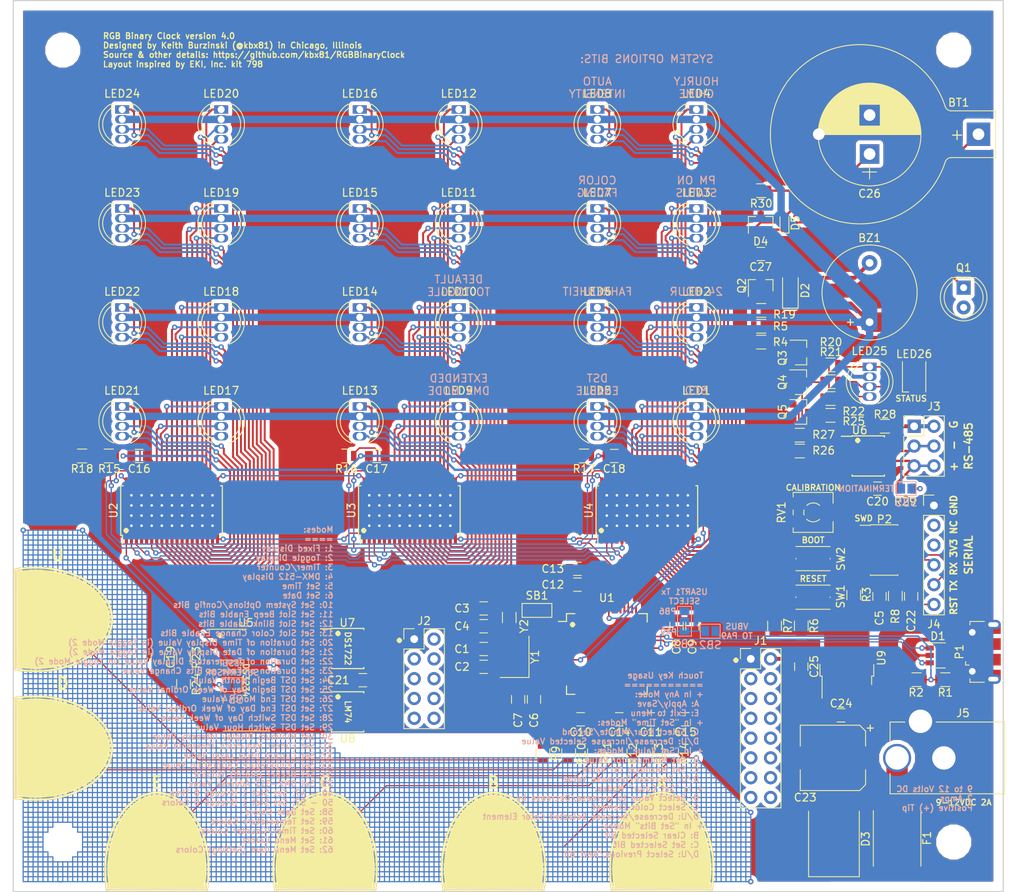
<source format=kicad_pcb>
(kicad_pcb (version 4) (host pcbnew 4.0.7)
  (layers (0 F.Cu signal) (31 B.Cu signal) (34 B.Paste user) (35 F.Paste user) (36 B.SilkS user hide) (37 F.SilkS user) (38 B.Mask user) (39 F.Mask user) (44 Edge.Cuts user))
  (net 0 "")
  (net 1 GND)
  (net 2 +BATT)
  (net 3 "Net-(BZ1-Pad2)")
  (net 4 "Net-(C4-Pad2)")
  (net 5 +3V3)
  (net 6 "Net-(F1-Pad2)")
  (net 7 LED1_R)
  (net 8 LED1_G)
  (net 9 LED1_B)
  (net 10 LED2_R)
  (net 11 LED2_G)
  (net 12 LED2_B)
  (net 13 LED3_R)
  (net 14 LED3_G)
  (net 15 LED3_B)
  (net 16 LED4_R)
  (net 17 LED4_G)
  (net 18 LED4_B)
  (net 19 LED5_R)
  (net 20 LED5_G)
  (net 21 LED5_B)
  (net 22 LED6_R)
  (net 23 LED6_G)
  (net 24 LED6_B)
  (net 25 LED7_R)
  (net 26 LED7_G)
  (net 27 LED7_B)
  (net 28 LED8_R)
  (net 29 LED8_G)
  (net 30 LED8_B)
  (net 31 LED9_R)
  (net 32 LED9_G)
  (net 33 LED9_B)
  (net 34 LED10_R)
  (net 35 LED10_G)
  (net 36 LED10_B)
  (net 37 LED11_R)
  (net 38 LED11_G)
  (net 39 LED11_B)
  (net 40 LED12_R)
  (net 41 LED12_G)
  (net 42 LED12_B)
  (net 43 LED13_R)
  (net 44 LED13_G)
  (net 45 LED13_B)
  (net 46 LED14_R)
  (net 47 LED14_G)
  (net 48 LED14_B)
  (net 49 LED15_R)
  (net 50 LED15_G)
  (net 51 LED15_B)
  (net 52 LED16_R)
  (net 53 LED16_G)
  (net 54 LED16_B)
  (net 55 LED17_R)
  (net 56 LED17_G)
  (net 57 LED17_B)
  (net 58 LED18_R)
  (net 59 LED18_G)
  (net 60 LED18_B)
  (net 61 LED19_R)
  (net 62 LED19_G)
  (net 63 LED19_B)
  (net 64 LED20_R)
  (net 65 LED20_G)
  (net 66 LED20_B)
  (net 67 LED21_R)
  (net 68 LED21_G)
  (net 69 LED21_B)
  (net 70 LED22_R)
  (net 71 LED22_G)
  (net 72 LED22_B)
  (net 73 LED23_R)
  (net 74 LED23_G)
  (net 75 LED23_B)
  (net 76 LED24_R)
  (net 77 LED24_G)
  (net 78 LED24_B)
  (net 79 /MCU/USART1_TX)
  (net 80 BOOT0)
  (net 81 /MCU/USART1_RX)
  (net 82 "Net-(Q3-Pad3)")
  (net 83 /MCU/USART2_MODE)
  (net 84 /MCU/USART2_TX)
  (net 85 /MCU/USART2_RX)
  (net 86 "Net-(R11-Pad2)")
  (net 87 "Net-(R12-Pad2)")
  (net 88 G3_CS)
  (net 89 G6_CS)
  (net 90 ADC_IN)
  (net 91 G3_K2)
  (net 92 G3_K3)
  (net 93 G6_K2)
  (net 94 G6_K3)
  (net 95 "Net-(R13-Pad2)")
  (net 96 "Net-(R14-Pad2)")
  (net 97 "Net-(Q4-Pad3)")
  (net 98 "Net-(LED25-Pad1)")
  (net 99 "Net-(LED25-Pad3)")
  (net 100 "Net-(LED25-Pad4)")
  (net 101 +V_IN)
  (net 102 /MCU/RESET)
  (net 103 /MCU/OSC32_IN)
  (net 104 "Net-(R10-Pad2)")
  (net 105 /MCU/SPI1_NSS_RTC)
  (net 106 /Display/SPI1_NSS_DISP)
  (net 107 /Display/SPI1_SCK)
  (net 108 /MCU/SPI1_MISO)
  (net 109 /Display/SPI1_MOSI)
  (net 110 /MCU/SPI1_NSS_TEMP)
  (net 111 /Display/SPI1_MISO_DISP)
  (net 112 "Net-(J3-Pad3)")
  (net 113 "Net-(J3-Pad5)")
  (net 114 "Net-(SB1-Pad2)")
  (net 115 "Net-(BT1-Pad1)")
  (net 116 "Net-(C1-Pad1)")
  (net 117 "Net-(C2-Pad1)")
  (net 118 "Net-(C3-Pad1)")
  (net 119 "Net-(C22-Pad1)")
  (net 120 "Net-(C26-Pad1)")
  (net 121 "Net-(D1-Pad4)")
  (net 122 "Net-(D1-Pad6)")
  (net 123 "Net-(D1-Pad5)")
  (net 124 "Net-(D3-Pad1)")
  (net 125 "Net-(D4-Pad3)")
  (net 126 STM32_PA0)
  (net 127 STM32_PB5)
  (net 128 STM32_PA9)
  (net 129 STM32_PB6)
  (net 130 STM32_PA15)
  (net 131 STM32_PB7)
  (net 132 STM32_PC1)
  (net 133 STM32_PB8)
  (net 134 STM32_PC4)
  (net 135 STM32_PB9)
  (net 136 STM32_PC9)
  (net 137 STM32_PB15)
  (net 138 STM32_PC13)
  (net 139 STM32_PD2)
  (net 140 SYS_SWDIO)
  (net 141 SYS_SWCLK)
  (net 142 /MCU/BEEP)
  (net 143 /MCU/LED0)
  (net 144 /MCU/LED1)
  (net 145 /MCU/LED2)
  (net 146 "Net-(Q5-Pad3)")
  (net 147 "Net-(R4-Pad2)")
  (net 148 G3_K1)
  (net 149 G6_K1)
  (net 150 "Net-(R9-Pad2)")
  (net 151 "Net-(R15-Pad1)")
  (net 152 "Net-(R16-Pad1)")
  (net 153 "Net-(R17-Pad1)")
  (net 154 /Display/XBLNK)
  (net 155 "Net-(R24-Pad1)")
  (net 156 "Net-(SB4-Pad2)")
  (net 157 /Display/SPI2_MISO_DISP)
  (net 158 /Display/SPI2_MOSI)
  (net 159 /Display/GSCK)
  (net 160 /Display/SPI2_SCK)
  (net 161 GSSOUT1_GSSIN2)
  (net 162 DCSOUT1_DCSIN2)
  (net 163 GSSOUT2_GSSIN3)
  (net 164 DCSOUT2_DCSIN3)
  (net 165 "Net-(R1-Pad2)")
  (net 166 "Net-(J3-Pad1)")
  (net 167 "Net-(R29-Pad2)")
  (net 168 USB+)
  (net 169 USB-)
  (module Resistors_SMD:R_0805 (layer F.Cu) (at 201.803 109.286 90)
    (fp_text reference R3 (at 0.066 1.651 90) (layer F.SilkS))
    (fp_text value 10K)
    (pad 1 smd rect (at -0.95 0 90) (size 0.7 1.3) (layers F.Cu F.Paste F.Mask) (net 1 GND))
    (pad 2 smd rect (at 0.95 0 90) (size 0.7 1.3) (layers F.Cu F.Paste F.Mask) (net 80 BOOT0))
  )
  (module Resistors_SMD:R_0805 (layer F.Cu) (at 207.137 109.408 90)
    (fp_text reference R8 (at -2.606 0 90) (layer F.SilkS))
    (fp_text value 10K)
    (pad 1 smd rect (at -0.95 0 90) (size 0.7 1.3) (layers F.Cu F.Paste F.Mask) (net 5 +3V3))
    (pad 2 smd rect (at 0.95 0 90) (size 0.7 1.3) (layers F.Cu F.Paste F.Mask) (net 102 /MCU/RESET))
  )
  (module Capacitors_SMD:C_0805 (layer F.Cu) (at 209.169 109.458 90)
    (fp_text reference C22 (at -3.159 0 90) (layer F.SilkS))
    (fp_text value "100 nF")
    (pad 1 smd rect (at -1 0 90) (size 1 1.25) (layers F.Cu F.Paste F.Mask) (net 119 "Net-(C22-Pad1)"))
    (pad 2 smd rect (at 1 0 90) (size 1 1.25) (layers F.Cu F.Paste F.Mask) (net 102 /MCU/RESET))
  )
  (module Resistors_SMD:R_0805 (layer F.Cu) (at 191.643 113.223 90)
    (fp_text reference R7 (at 0 1.717 90) (layer F.SilkS))
    (fp_text value 10K)
    (pad 1 smd rect (at -0.95 0 90) (size 0.7 1.3) (layers F.Cu F.Paste F.Mask) (net 5 +3V3))
    (pad 2 smd rect (at 0.95 0 90) (size 0.7 1.3) (layers F.Cu F.Paste F.Mask) (net 141 SYS_SWCLK))
  )
  (module Resistors_SMD:R_0805 (layer F.Cu) (at 195.072 113.223 90)
    (fp_text reference R6 (at -0.0025 1.651 90) (layer F.SilkS))
    (fp_text value 10K)
    (pad 1 smd rect (at -0.95 0 90) (size 0.7 1.3) (layers F.Cu F.Paste F.Mask) (net 5 +3V3))
    (pad 2 smd rect (at 0.95 0 90) (size 0.7 1.3) (layers F.Cu F.Paste F.Mask) (net 140 SYS_SWDIO))
  )
  (module Capacitors_SMD:C_0805 (layer F.Cu) (at 205.105 109.458 270)
    (fp_text reference C5 (at 2.778 0 270) (layer F.SilkS))
    (fp_text value "100 nF")
    (pad 1 smd rect (at -1 0 270) (size 1 1.25) (layers F.Cu F.Paste F.Mask) (net 102 /MCU/RESET))
    (pad 2 smd rect (at 1 0 270) (size 1 1.25) (layers F.Cu F.Paste F.Mask) (net 1 GND))
  )
  (module Pin_Headers:Pin_Header_Straight_2x05_Pitch1.27mm_SMD (layer F.Cu) (at 205.695 103.505)
    (fp_text reference P2 (at 0.045 -3.937) (layer F.SilkS))
    (fp_text value STM32_SWD_USART)
    (pad 1 smd rect (at -1.95 -2.54) (size 2.4 0.74) (layers F.Cu F.Paste F.Mask) (net 5 +3V3))
    (pad 2 smd rect (at 1.95 -2.54) (size 2.4 0.74) (layers F.Cu F.Paste F.Mask) (net 140 SYS_SWDIO))
    (pad 3 smd rect (at -1.95 -1.27) (size 2.4 0.74) (layers F.Cu F.Paste F.Mask) (net 1 GND))
    (pad 4 smd rect (at 1.95 -1.27) (size 2.4 0.74) (layers F.Cu F.Paste F.Mask) (net 141 SYS_SWCLK))
    (pad 5 smd rect (at -1.95 0) (size 2.4 0.74) (layers F.Cu F.Paste F.Mask) (net 1 GND))
    (pad 6 smd rect (at 1.95 0) (size 2.4 0.74) (layers F.Cu F.Paste F.Mask) (net 79 /MCU/USART1_TX))
    (pad 7 smd rect (at -1.95 1.27) (size 2.4 0.74) (layers F.Cu F.Paste F.Mask) (net 80 BOOT0))
    (pad 8 smd rect (at 1.95 1.27) (size 2.4 0.74) (layers F.Cu F.Paste F.Mask) (net 81 /MCU/USART1_RX))
    (pad 9 smd rect (at -1.95 2.54) (size 2.4 0.74) (layers F.Cu F.Paste F.Mask))
    (pad 10 smd rect (at 1.95 2.54) (size 2.4 0.74) (layers F.Cu F.Paste F.Mask) (net 102 /MCU/RESET))
  )
  (module Battery_Holders:Keystone_103_1x20mm-CoinCell (layer F.Cu) (at 217.805 50.165 180)
    (fp_text reference BT1 (at 2.54 4.064 360) (layer F.SilkS))
    (fp_text value CR2032)
    (fp_text user + (at 2.75 0 180) (layer F.SilkS) (effects (font (size 1.5 1.5))))
    (pad 2 thru_hole circle (at 20.49 0 180) (size 3 3) (drill 1.5) (layers *.Cu *.Mask) (net 1 GND))
    (pad 1 thru_hole rect (at 0 0 180) (size 3 3) (drill 1.5) (layers *.Cu *.Mask) (net 115 "Net-(BT1-Pad1)"))
  )
  (module Capacitors_SMD:C_0805 (layer F.Cu) (at 166.354 105.918)
    (fp_text reference C13 (at -3.159 0) (layer F.SilkS))
    (fp_text value "4.7 µF")
    (pad 1 smd rect (at -1 0) (size 1 1.25) (layers F.Cu F.Paste F.Mask) (net 5 +3V3))
    (pad 2 smd rect (at 1 0) (size 1 1.25) (layers F.Cu F.Paste F.Mask) (net 1 GND))
  )
  (module Housings_SOIC:SOIC-8_3.9x4.9mm_Pitch1.27mm (layer F.Cu) (at 136.873 124.2695)
    (fp_text reference U8 (at 0 3.429) (layer F.SilkS))
    (fp_text value LM74)
    (pad 1 smd rect (at -2.7 -1.905) (size 1.55 0.6) (layers F.Cu F.Paste F.Mask) (net 108 /MCU/SPI1_MISO))
    (pad 2 smd rect (at -2.7 -0.635) (size 1.55 0.6) (layers F.Cu F.Paste F.Mask) (net 107 /Display/SPI1_SCK))
    (pad 3 smd rect (at -2.7 0.635) (size 1.55 0.6) (layers F.Cu F.Paste F.Mask) (net 1 GND))
    (pad 4 smd rect (at -2.7 1.905) (size 1.55 0.6) (layers F.Cu F.Paste F.Mask) (net 1 GND))
    (pad 5 smd rect (at 2.7 1.905) (size 1.55 0.6) (layers F.Cu F.Paste F.Mask) (net 1 GND))
    (pad 6 smd rect (at 2.7 0.635) (size 1.55 0.6) (layers F.Cu F.Paste F.Mask) (net 1 GND))
    (pad 7 smd rect (at 2.7 -0.635) (size 1.55 0.6) (layers F.Cu F.Paste F.Mask) (net 110 /MCU/SPI1_NSS_TEMP))
    (pad 8 smd rect (at 2.7 -1.905) (size 1.55 0.6) (layers F.Cu F.Paste F.Mask) (net 5 +3V3))
  )
  (module TouchPads:TouchPad1 (layer F.Cu) (at 177.038 139.7)
    (fp_text reference TP6 hide)
    (fp_text value TouchPad6 hide)
    (fp_poly (pts (xy 0.624098 -5.16591) (xy 1.102932 -5.091337) (xy 1.574052 -4.967623) (xy 2.036417 -4.795238) (xy 2.488985 -4.574653) (xy 2.930714 -4.306337) (xy 3.360562 -3.990762) (xy 3.777489 -3.628396) (xy 3.932881 -3.477965) (xy 4.258758 -3.136367) (xy 4.556734 -2.787083) (xy 4.832754 -2.421698) (xy 5.092763 -2.031797) (xy 5.342709 -1.608966) (xy 5.588538 -1.144789) (xy 5.605674 -1.110671) (xy 5.907276 -0.454132) (xy 6.170249 0.231877) (xy 6.394033 0.943801) (xy 6.578067 1.678083) (xy 6.72179 2.431168) (xy 6.824643 3.199499) (xy 6.886063 3.979522) (xy 6.90549 4.76768) (xy 6.882363 5.560418) (xy 6.816123 6.354179) (xy 6.802089 6.475992) (xy 6.781191 6.64136) (xy 6.757161 6.815867) (xy 6.731481 6.990174) (xy 6.705631 7.154944) (xy 6.681092 7.300838) (xy 6.659346 7.418519) (xy 6.641873 7.498649) (xy 6.637246 7.515427) (xy 6.63411 7.520026) (xy 6.626407 7.524294) (xy 6.612327 7.528244) (xy 6.590062 7.531889) (xy 6.557801 7.535239) (xy 6.513736 7.538309) (xy 6.456057 7.541109) (xy 6.382955 7.543653) (xy 6.29262 7.545952) (xy 6.183244 7.548019) (xy 6.053017 7.549865) (xy 5.900129 7.551505) (xy 5.722772 7.552948) (xy 5.519136 7.554209) (xy 5.287411 7.555299) (xy 5.025789 7.55623) (xy 4.73246 7.557015) (xy 4.405615 7.557666) (xy 4.043444 7.558195) (xy 3.644138 7.558615) (xy 3.205888 7.558938) (xy 2.726885 7.559176) (xy 2.205319 7.559341) (xy 1.639381 7.559445) (xy 1.027261 7.559502) (xy 0.36715 7.559523) (xy 0.138591 7.559524) (xy -0.537745 7.559512) (xy -1.165494 7.559469) (xy -1.746464 7.559381) (xy -2.282466 7.559237) (xy -2.775308 7.559025) (xy -3.2268 7.558732) (xy -3.638751 7.558345) (xy -4.01297 7.557854) (xy -4.351267 7.557244) (xy -4.655451 7.556505) (xy -4.927331 7.555623) (xy -5.168717 7.554587) (xy -5.381417 7.553384) (xy -5.567242 7.552002) (xy -5.728001 7.550428) (xy -5.865502 7.548651) (xy -5.981556 7.546659) (xy -6.077971 7.544437) (xy -6.156557 7.541976) (xy -6.219123 7.539262) (xy -6.267479 7.536282) (xy -6.303433 7.533026) (xy -6.328795 7.52948) (xy -6.345375 7.525632) (xy -6.354981 7.52147) (xy -6.359423 7.516981) (xy -6.360064 7.515427) (xy -6.37578 7.449919) (xy -6.396264 7.34374) (xy -6.420035 7.20623) (xy -6.445611 7.046726) (xy -6.471513 6.874565) (xy -6.496259 6.699087) (xy -6.518368 6.529628) (xy -6.524908 6.475992) (xy -6.567074 6.087758) (xy -6.597126 5.723419) (xy -6.616265 5.362564) (xy -6.62569 4.984781) (xy -6.626639 4.82741) (xy -6.363442 4.82741) (xy -6.354505 5.185107) (xy -6.33719 5.551744) (xy -6.312168 5.917869) (xy -6.280112 6.274031) (xy -6.241694 6.610779) (xy -6.197585 6.918662) (xy -6.148457 7.188228) (xy -6.134951 7.250844) (xy -6.122255 7.30754) (xy 6.399436 7.30754) (xy 6.412133 7.250844) (xy 6.445588 7.080078) (xy 6.479416 6.867885) (xy 6.512615 6.623213) (xy 6.544185 6.355013) (xy 6.573122 6.072234) (xy 6.598425 5.783827) (xy 6.619094 5.49874) (xy 6.630675 5.297967) (xy 6.6446 4.610677) (xy 6.618768 3.906334) (xy 6.554564 3.192849) (xy 6.453376 2.478135) (xy 6.31659 1.770106) (xy 6.145592 1.076673) (xy 5.941768 0.40575) (xy 5.706506 -0.234751) (xy 5.628009 -0.42448) (xy 5.367193 -0.987936) (xy 5.075652 -1.526204) (xy 4.75593 -2.036121) (xy 4.410571 -2.514524) (xy 4.042119 -2.958249) (xy 3.653119 -3.364134) (xy 3.246115 -3.729014) (xy 2.823652 -4.049728) (xy 2.586757 -4.205447) (xy 2.234468 -4.402396) (xy 1.859044 -4.571436) (xy 1.468801 -4.710417) (xy 1.072055 -4.817187) (xy 0.677121 -4.889598) (xy 0.292316 -4.925498) (xy -0.074044 -4.922739) (xy -0.160996 -4.915831) (xy -0.645918 -4.847623) (xy -1.11184 -4.736268) (xy -1.561021 -4.580665) (xy -1.995719 -4.379716) (xy -2.418191 -4.132321) (xy -2.830697 -3.837381) (xy -3.235493 -3.493796) (xy -3.399011 -3.339335) (xy -3.826345 -2.88906) (xy -4.222891 -2.399996) (xy -4.588025 -1.873723) (xy -4.921128 -1.311822) (xy -5.221578 -0.715873) (xy -5.488753 -0.087457) (xy -5.722032 0.571846) (xy -5.920795 1.260454) (xy -6.084418 1.976788) (xy -6.212282 2.719267) (xy -6.303765 3.486311) (xy -6.353494 4.176637) (xy -6.363329 4.488103) (xy -6.363442 4.82741) (xy -6.626639 4.82741) (xy -6.627183 4.737302) (xy -6.605565 3.936514) (xy -6.541181 3.147038) (xy -6.434736 2.372049) (xy -6.286935 1.614721) (xy -6.098482 0.878228) (xy -5.870084 0.165745) (xy -5.602444 -0.519555) (xy -5.328493 -1.110671) (xy -5.08273 -1.578045) (xy -4.833264 -2.003486) (xy -4.574148 -2.39541) (xy -4.299438 -2.762231) (xy -4.003185 -3.112364) (xy -3.679446 -3.454225) (xy -3.655699 -3.477965) (xy -3.243975 -3.858052) (xy -2.818932 -4.191528) (xy -2.381611 -4.477924) (xy -1.933055 -4.716769) (xy -1.474304 -4.907592) (xy -1.0064 -5.049925) (xy -0.530385 -5.143295) (xy -0.0473 -5.187235) (xy 0.138591 -5.190873) (xy 0.624098 -5.16591)) (layer F.Cu) (width 0.01))
    (fp_poly (pts (xy 0.444493 -4.790763) (xy 0.921874 -4.719862) (xy 1.382486 -4.604478) (xy 1.828048 -4.443742) (xy 2.260279 -4.236785) (xy 2.680898 -3.982739) (xy 3.091626 -3.680734) (xy 3.494181 -3.329902) (xy 3.666369 -3.162641) (xy 4.083987 -2.709097) (xy 4.471294 -2.215901) (xy 4.827707 -1.684094) (xy 5.152642 -1.114718) (xy 5.445517 -0.508815) (xy 5.70575 0.132574) (xy 5.932758 0.808407) (xy 5.983396 0.979658) (xy 6.189628 1.784587) (xy 6.346046 2.593763) (xy 6.452574 3.40597) (xy 6.509138 4.219991) (xy 6.51566 5.03461) (xy 6.472064 5.84861) (xy 6.378276 6.660774) (xy 6.349431 6.848216) (xy 6.330431 6.967046) (xy 6.314769 7.066739) (xy 6.303987 7.137356) (xy 6.299628 7.168956) (xy 6.299603 7.169496) (xy 6.274764 7.170579) (xy 6.201686 7.171636) (xy 6.082526 7.172662) (xy 5.919442 7.173654) (xy 5.714591 7.174607) (xy 5.47013 7.175517) (xy 5.188218 7.17638) (xy 4.871012 7.177191) (xy 4.520669 7.177947) (xy 4.139346 7.178643) (xy 3.729202 7.179274) (xy 3.292394 7.179838) (xy 2.831079 7.180329) (xy 2.347414 7.180743) (xy 1.843558 7.181076) (xy 1.321668 7.181323) (xy 0.783901 7.181482) (xy 0.232415 7.181547) (xy 0.138591 7.181548) (xy -0.414988 7.181499) (xy -0.95521 7.181356) (xy -1.479918 7.181123) (xy -1.986954 7.180804) (xy -2.47416 7.180404) (xy -2.93938 7.179925) (xy -3.380456 7.179374) (xy -3.795229 7.178753) (xy -4.181543 7.178068) (xy -4.537241 7.177322) (xy -4.860164 7.17652) (xy -5.148155 7.175665) (xy -5.399057 7.174763) (xy -5.610712 7.173817) (xy -5.780962 7.172831) (xy -5.907651 7.17181) (xy -5.98862 7.170759) (xy -6.021712 7.16968) (xy -6.022421 7.169496) (xy -6.026207 7.141406) (xy -6.036537 7.073513) (xy -6.051869 6.975756) (xy -6.070661 6.858078) (xy -6.072249 6.848216) (xy -6.174185 6.080348) (xy -6.230729 5.319395) (xy -6.241864 4.559124) (xy -6.207569 3.793301) (xy -6.127827 3.015693) (xy -6.059083 2.54657) (xy -5.94861 1.954423) (xy -5.810781 1.365308) (xy -5.648141 0.78698) (xy -5.463234 0.227199) (xy -5.258604 -0.306281) (xy -5.036796 -0.805701) (xy -4.822413 -1.22359) (xy -4.698732 -1.437675) (xy -4.552507 -1.674027) (xy -4.39266 -1.919291) (xy -4.228115 -2.160111) (xy -4.067792 -2.383132) (xy -3.920615 -2.574998) (xy -3.914447 -2.582681) (xy -3.580786 -2.968322) (xy -3.224874 -3.325012) (xy -2.851444 -3.64921) (xy -2.465227 -3.937374) (xy -2.070954 -4.185959) (xy -1.673356 -4.391424) (xy -1.294775 -4.544176) (xy -0.924984 -4.656031) (xy -0.552746 -4.737616) (xy -0.187863 -4.787541) (xy 0.159861 -4.804416) (xy 0.444493 -4.790763)) (layer F.Cu) (width 0.01))
    (pad 1 connect circle (at 0.127 1.905) (size 1 1) (layers F.Cu) (net 96 "Net-(R14-Pad2)"))
  )
  (module Resistors_SMD:R_0805 (layer F.Cu) (at 198.821 79.756 180)
    (fp_text reference R20 (at -0.061 2.921 180) (layer F.SilkS))
    (fp_text value 1K)
    (pad 1 smd rect (at -0.95 0 180) (size 0.7 1.3) (layers F.Cu F.Paste F.Mask) (net 98 "Net-(LED25-Pad1)"))
    (pad 2 smd rect (at 0.95 0 180) (size 0.7 1.3) (layers F.Cu F.Paste F.Mask) (net 82 "Net-(Q3-Pad3)"))
  )
  (module TO_SOT_Packages_SMD:SOT-23 (layer F.Cu) (at 195.0085 85.7885)
    (fp_text reference Q5 (at -2.3495 0.0025 90) (layer F.SilkS))
    (fp_text value 2N7002)
    (pad 1 smd rect (at -1 -0.95) (size 0.9 0.8) (layers F.Cu F.Paste F.Mask) (net 145 /MCU/LED2))
    (pad 2 smd rect (at -1 0.95) (size 0.9 0.8) (layers F.Cu F.Paste F.Mask) (net 1 GND))
    (pad 3 smd rect (at 1 0) (size 0.9 0.8) (layers F.Cu F.Paste F.Mask) (net 146 "Net-(Q5-Pad3)"))
  )
  (module Resistors_SMD:R_0805 (layer F.Cu) (at 198.821 84.074)
    (fp_text reference R22 (at 2.982 1.651) (layer F.SilkS))
    (fp_text value 1K)
    (pad 1 smd rect (at -0.95 0) (size 0.7 1.3) (layers F.Cu F.Paste F.Mask) (net 146 "Net-(Q5-Pad3)"))
    (pad 2 smd rect (at 0.95 0) (size 0.7 1.3) (layers F.Cu F.Paste F.Mask) (net 100 "Net-(LED25-Pad4)"))
  )
  (module Resistors_SMD:R_0805 (layer F.Cu) (at 198.821 81.915)
    (fp_text reference R21 (at 0.061 -3.81) (layer F.SilkS))
    (fp_text value 1K)
    (pad 1 smd rect (at -0.95 0) (size 0.7 1.3) (layers F.Cu F.Paste F.Mask) (net 97 "Net-(Q4-Pad3)"))
    (pad 2 smd rect (at 0.95 0) (size 0.7 1.3) (layers F.Cu F.Paste F.Mask) (net 99 "Net-(LED25-Pad3)"))
  )
  (module Capacitors_SMD:C_0805 (layer F.Cu) (at 138.827 120.2055 180)
    (fp_text reference C21 (at 3.159 0 180) (layer F.SilkS))
    (fp_text value "100 nF")
    (pad 1 smd rect (at -1 0 180) (size 1 1.25) (layers F.Cu F.Paste F.Mask) (net 1 GND))
    (pad 2 smd rect (at 1 0 180) (size 1 1.25) (layers F.Cu F.Paste F.Mask) (net 5 +3V3))
  )
  (module Housings_SOIC:SOIC-8_3.9x4.9mm_Pitch1.27mm (layer F.Cu) (at 136.873 116.1415)
    (fp_text reference U7 (at -0.033 -3.302) (layer F.SilkS))
    (fp_text value DS1722)
    (pad 1 smd rect (at -2.7 -1.905) (size 1.55 0.6) (layers F.Cu F.Paste F.Mask) (net 5 +3V3))
    (pad 2 smd rect (at -2.7 -0.635) (size 1.55 0.6) (layers F.Cu F.Paste F.Mask) (net 110 /MCU/SPI1_NSS_TEMP))
    (pad 3 smd rect (at -2.7 0.635) (size 1.55 0.6) (layers F.Cu F.Paste F.Mask) (net 107 /Display/SPI1_SCK))
    (pad 4 smd rect (at -2.7 1.905) (size 1.55 0.6) (layers F.Cu F.Paste F.Mask) (net 1 GND))
    (pad 5 smd rect (at 2.7 1.905) (size 1.55 0.6) (layers F.Cu F.Paste F.Mask) (net 108 /MCU/SPI1_MISO))
    (pad 6 smd rect (at 2.7 0.635) (size 1.55 0.6) (layers F.Cu F.Paste F.Mask) (net 109 /Display/SPI1_MOSI))
    (pad 7 smd rect (at 2.7 -0.635) (size 1.55 0.6) (layers F.Cu F.Paste F.Mask) (net 5 +3V3))
    (pad 8 smd rect (at 2.7 -1.905) (size 1.55 0.6) (layers F.Cu F.Paste F.Mask) (net 5 +3V3))
  )
  (module Resistors_SMD:R_0805 (layer F.Cu) (at 194.879 88.773 180)
    (fp_text reference R27 (at -3.0505 0.0635 180) (layer F.SilkS))
    (fp_text value 1M)
    (pad 1 smd rect (at -0.95 0 180) (size 0.7 1.3) (layers F.Cu F.Paste F.Mask) (net 5 +3V3))
    (pad 2 smd rect (at 0.95 0 180) (size 0.7 1.3) (layers F.Cu F.Paste F.Mask) (net 145 /MCU/LED2))
  )
  (module TO_SOT_Packages_SMD:SOT-23 (layer F.Cu) (at 194.9925 81.976)
    (fp_text reference Q4 (at -2.3335 0 90) (layer F.SilkS))
    (fp_text value 2N7002)
    (pad 1 smd rect (at -1 -0.95) (size 0.9 0.8) (layers F.Cu F.Paste F.Mask) (net 144 /MCU/LED1))
    (pad 2 smd rect (at -1 0.95) (size 0.9 0.8) (layers F.Cu F.Paste F.Mask) (net 1 GND))
    (pad 3 smd rect (at 1 0) (size 0.9 0.8) (layers F.Cu F.Paste F.Mask) (net 97 "Net-(Q4-Pad3)"))
  )
  (module Resistors_SMD:R_0805 (layer F.Cu) (at 194.884 90.805 180)
    (fp_text reference R26 (at -3.0505 0.0635 180) (layer F.SilkS))
    (fp_text value 1M)
    (pad 1 smd rect (at -0.95 0 180) (size 0.7 1.3) (layers F.Cu F.Paste F.Mask) (net 5 +3V3))
    (pad 2 smd rect (at 0.95 0 180) (size 0.7 1.3) (layers F.Cu F.Paste F.Mask) (net 144 /MCU/LED1))
  )
  (module Resistors_SMD:R_0805 (layer F.Cu) (at 175.133 129.601 270)
    (fp_text reference R13 (at 0.061 -1.651 270) (layer F.SilkS))
    (fp_text value 1K)
    (pad 1 smd rect (at -0.95 0 270) (size 0.7 1.3) (layers F.Cu F.Paste F.Mask) (net 93 G6_K2))
    (pad 2 smd rect (at 0.95 0 270) (size 0.7 1.3) (layers F.Cu F.Paste F.Mask) (net 95 "Net-(R13-Pad2)"))
  )
  (module TouchPads:TouchPad1 (layer F.Cu) (at 133.858 139.7)
    (fp_text reference TP4 hide)
    (fp_text value TouchPad4 hide)
    (fp_poly (pts (xy 0.624098 -5.16591) (xy 1.102932 -5.091337) (xy 1.574052 -4.967623) (xy 2.036417 -4.795238) (xy 2.488985 -4.574653) (xy 2.930714 -4.306337) (xy 3.360562 -3.990762) (xy 3.777489 -3.628396) (xy 3.932881 -3.477965) (xy 4.258758 -3.136367) (xy 4.556734 -2.787083) (xy 4.832754 -2.421698) (xy 5.092763 -2.031797) (xy 5.342709 -1.608966) (xy 5.588538 -1.144789) (xy 5.605674 -1.110671) (xy 5.907276 -0.454132) (xy 6.170249 0.231877) (xy 6.394033 0.943801) (xy 6.578067 1.678083) (xy 6.72179 2.431168) (xy 6.824643 3.199499) (xy 6.886063 3.979522) (xy 6.90549 4.76768) (xy 6.882363 5.560418) (xy 6.816123 6.354179) (xy 6.802089 6.475992) (xy 6.781191 6.64136) (xy 6.757161 6.815867) (xy 6.731481 6.990174) (xy 6.705631 7.154944) (xy 6.681092 7.300838) (xy 6.659346 7.418519) (xy 6.641873 7.498649) (xy 6.637246 7.515427) (xy 6.63411 7.520026) (xy 6.626407 7.524294) (xy 6.612327 7.528244) (xy 6.590062 7.531889) (xy 6.557801 7.535239) (xy 6.513736 7.538309) (xy 6.456057 7.541109) (xy 6.382955 7.543653) (xy 6.29262 7.545952) (xy 6.183244 7.548019) (xy 6.053017 7.549865) (xy 5.900129 7.551505) (xy 5.722772 7.552948) (xy 5.519136 7.554209) (xy 5.287411 7.555299) (xy 5.025789 7.55623) (xy 4.73246 7.557015) (xy 4.405615 7.557666) (xy 4.043444 7.558195) (xy 3.644138 7.558615) (xy 3.205888 7.558938) (xy 2.726885 7.559176) (xy 2.205319 7.559341) (xy 1.639381 7.559445) (xy 1.027261 7.559502) (xy 0.36715 7.559523) (xy 0.138591 7.559524) (xy -0.537745 7.559512) (xy -1.165494 7.559469) (xy -1.746464 7.559381) (xy -2.282466 7.559237) (xy -2.775308 7.559025) (xy -3.2268 7.558732) (xy -3.638751 7.558345) (xy -4.01297 7.557854) (xy -4.351267 7.557244) (xy -4.655451 7.556505) (xy -4.927331 7.555623) (xy -5.168717 7.554587) (xy -5.381417 7.553384) (xy -5.567242 7.552002) (xy -5.728001 7.550428) (xy -5.865502 7.548651) (xy -5.981556 7.546659) (xy -6.077971 7.544437) (xy -6.156557 7.541976) (xy -6.219123 7.539262) (xy -6.267479 7.536282) (xy -6.303433 7.533026) (xy -6.328795 7.52948) (xy -6.345375 7.525632) (xy -6.354981 7.52147) (xy -6.359423 7.516981) (xy -6.360064 7.515427) (xy -6.37578 7.449919) (xy -6.396264 7.34374) (xy -6.420035 7.20623) (xy -6.445611 7.046726) (xy -6.471513 6.874565) (xy -6.496259 6.699087) (xy -6.518368 6.529628) (xy -6.524908 6.475992) (xy -6.567074 6.087758) (xy -6.597126 5.723419) (xy -6.616265 5.362564) (xy -6.62569 4.984781) (xy -6.626639 4.82741) (xy -6.363442 4.82741) (xy -6.354505 5.185107) (xy -6.33719 5.551744) (xy -6.312168 5.917869) (xy -6.280112 6.274031) (xy -6.241694 6.610779) (xy -6.197585 6.918662) (xy -6.148457 7.188228) (xy -6.134951 7.250844) (xy -6.122255 7.30754) (xy 6.399436 7.30754) (xy 6.412133 7.250844) (xy 6.445588 7.080078) (xy 6.479416 6.867885) (xy 6.512615 6.623213) (xy 6.544185 6.355013) (xy 6.573122 6.072234) (xy 6.598425 5.783827) (xy 6.619094 5.49874) (xy 6.630675 5.297967) (xy 6.6446 4.610677) (xy 6.618768 3.906334) (xy 6.554564 3.192849) (xy 6.453376 2.478135) (xy 6.31659 1.770106) (xy 6.145592 1.076673) (xy 5.941768 0.40575) (xy 5.706506 -0.234751) (xy 5.628009 -0.42448) (xy 5.367193 -0.987936) (xy 5.075652 -1.526204) (xy 4.75593 -2.036121) (xy 4.410571 -2.514524) (xy 4.042119 -2.958249) (xy 3.653119 -3.364134) (xy 3.246115 -3.729014) (xy 2.823652 -4.049728) (xy 2.586757 -4.205447) (xy 2.234468 -4.402396) (xy 1.859044 -4.571436) (xy 1.468801 -4.710417) (xy 1.072055 -4.817187) (xy 0.677121 -4.889598) (xy 0.292316 -4.925498) (xy -0.074044 -4.922739) (xy -0.160996 -4.915831) (xy -0.645918 -4.847623) (xy -1.11184 -4.736268) (xy -1.561021 -4.580665) (xy -1.995719 -4.379716) (xy -2.418191 -4.132321) (xy -2.830697 -3.837381) (xy -3.235493 -3.493796) (xy -3.399011 -3.339335) (xy -3.826345 -2.88906) (xy -4.222891 -2.399996) (xy -4.588025 -1.873723) (xy -4.921128 -1.311822) (xy -5.221578 -0.715873) (xy -5.488753 -0.087457) (xy -5.722032 0.571846) (xy -5.920795 1.260454) (xy -6.084418 1.976788) (xy -6.212282 2.719267) (xy -6.303765 3.486311) (xy -6.353494 4.176637) (xy -6.363329 4.488103) (xy -6.363442 4.82741) (xy -6.626639 4.82741) (xy -6.627183 4.737302) (xy -6.605565 3.936514) (xy -6.541181 3.147038) (xy -6.434736 2.372049) (xy -6.286935 1.614721) (xy -6.098482 0.878228) (xy -5.870084 0.165745) (xy -5.602444 -0.519555) (xy -5.328493 -1.110671) (xy -5.08273 -1.578045) (xy -4.833264 -2.003486) (xy -4.574148 -2.39541) (xy -4.299438 -2.762231) (xy -4.003185 -3.112364) (xy -3.679446 -3.454225) (xy -3.655699 -3.477965) (xy -3.243975 -3.858052) (xy -2.818932 -4.191528) (xy -2.381611 -4.477924) (xy -1.933055 -4.716769) (xy -1.474304 -4.907592) (xy -1.0064 -5.049925) (xy -0.530385 -5.143295) (xy -0.0473 -5.187235) (xy 0.138591 -5.190873) (xy 0.624098 -5.16591)) (layer F.Cu) (width 0.01))
    (fp_poly (pts (xy 0.444493 -4.790763) (xy 0.921874 -4.719862) (xy 1.382486 -4.604478) (xy 1.828048 -4.443742) (xy 2.260279 -4.236785) (xy 2.680898 -3.982739) (xy 3.091626 -3.680734) (xy 3.494181 -3.329902) (xy 3.666369 -3.162641) (xy 4.083987 -2.709097) (xy 4.471294 -2.215901) (xy 4.827707 -1.684094) (xy 5.152642 -1.114718) (xy 5.445517 -0.508815) (xy 5.70575 0.132574) (xy 5.932758 0.808407) (xy 5.983396 0.979658) (xy 6.189628 1.784587) (xy 6.346046 2.593763) (xy 6.452574 3.40597) (xy 6.509138 4.219991) (xy 6.51566 5.03461) (xy 6.472064 5.84861) (xy 6.378276 6.660774) (xy 6.349431 6.848216) (xy 6.330431 6.967046) (xy 6.314769 7.066739) (xy 6.303987 7.137356) (xy 6.299628 7.168956) (xy 6.299603 7.169496) (xy 6.274764 7.170579) (xy 6.201686 7.171636) (xy 6.082526 7.172662) (xy 5.919442 7.173654) (xy 5.714591 7.174607) (xy 5.47013 7.175517) (xy 5.188218 7.17638) (xy 4.871012 7.177191) (xy 4.520669 7.177947) (xy 4.139346 7.178643) (xy 3.729202 7.179274) (xy 3.292394 7.179838) (xy 2.831079 7.180329) (xy 2.347414 7.180743) (xy 1.843558 7.181076) (xy 1.321668 7.181323) (xy 0.783901 7.181482) (xy 0.232415 7.181547) (xy 0.138591 7.181548) (xy -0.414988 7.181499) (xy -0.95521 7.181356) (xy -1.479918 7.181123) (xy -1.986954 7.180804) (xy -2.47416 7.180404) (xy -2.93938 7.179925) (xy -3.380456 7.179374) (xy -3.795229 7.178753) (xy -4.181543 7.178068) (xy -4.537241 7.177322) (xy -4.860164 7.17652) (xy -5.148155 7.175665) (xy -5.399057 7.174763) (xy -5.610712 7.173817) (xy -5.780962 7.172831) (xy -5.907651 7.17181) (xy -5.98862 7.170759) (xy -6.021712 7.16968) (xy -6.022421 7.169496) (xy -6.026207 7.141406) (xy -6.036537 7.073513) (xy -6.051869 6.975756) (xy -6.070661 6.858078) (xy -6.072249 6.848216) (xy -6.174185 6.080348) (xy -6.230729 5.319395) (xy -6.241864 4.559124) (xy -6.207569 3.793301) (xy -6.127827 3.015693) (xy -6.059083 2.54657) (xy -5.94861 1.954423) (xy -5.810781 1.365308) (xy -5.648141 0.78698) (xy -5.463234 0.227199) (xy -5.258604 -0.306281) (xy -5.036796 -0.805701) (xy -4.822413 -1.22359) (xy -4.698732 -1.437675) (xy -4.552507 -1.674027) (xy -4.39266 -1.919291) (xy -4.228115 -2.160111) (xy -4.067792 -2.383132) (xy -3.920615 -2.574998) (xy -3.914447 -2.582681) (xy -3.580786 -2.968322) (xy -3.224874 -3.325012) (xy -2.851444 -3.64921) (xy -2.465227 -3.937374) (xy -2.070954 -4.185959) (xy -1.673356 -4.391424) (xy -1.294775 -4.544176) (xy -0.924984 -4.656031) (xy -0.552746 -4.737616) (xy -0.187863 -4.787541) (xy 0.159861 -4.804416) (xy 0.444493 -4.790763)) (layer F.Cu) (width 0.01))
    (pad 1 connect circle (at 0.127 1.905) (size 1 1) (layers F.Cu) (net 87 "Net-(R12-Pad2)"))
  )
  (module Resistors_SMD:R_0805 (layer F.Cu) (at 178.435 129.601 270)
    (fp_text reference R14 (at 0 -1.651 270) (layer F.SilkS))
    (fp_text value 1K)
    (pad 1 smd rect (at -0.95 0 270) (size 0.7 1.3) (layers F.Cu F.Paste F.Mask) (net 94 G6_K3))
    (pad 2 smd rect (at 0.95 0 270) (size 0.7 1.3) (layers F.Cu F.Paste F.Mask) (net 96 "Net-(R14-Pad2)"))
  )
  (module TouchPads:TouchPad1 (layer F.Cu) (at 155.448 139.7)
    (fp_text reference TP5 hide)
    (fp_text value TouchPad5 hide)
    (fp_poly (pts (xy 0.624098 -5.16591) (xy 1.102932 -5.091337) (xy 1.574052 -4.967623) (xy 2.036417 -4.795238) (xy 2.488985 -4.574653) (xy 2.930714 -4.306337) (xy 3.360562 -3.990762) (xy 3.777489 -3.628396) (xy 3.932881 -3.477965) (xy 4.258758 -3.136367) (xy 4.556734 -2.787083) (xy 4.832754 -2.421698) (xy 5.092763 -2.031797) (xy 5.342709 -1.608966) (xy 5.588538 -1.144789) (xy 5.605674 -1.110671) (xy 5.907276 -0.454132) (xy 6.170249 0.231877) (xy 6.394033 0.943801) (xy 6.578067 1.678083) (xy 6.72179 2.431168) (xy 6.824643 3.199499) (xy 6.886063 3.979522) (xy 6.90549 4.76768) (xy 6.882363 5.560418) (xy 6.816123 6.354179) (xy 6.802089 6.475992) (xy 6.781191 6.64136) (xy 6.757161 6.815867) (xy 6.731481 6.990174) (xy 6.705631 7.154944) (xy 6.681092 7.300838) (xy 6.659346 7.418519) (xy 6.641873 7.498649) (xy 6.637246 7.515427) (xy 6.63411 7.520026) (xy 6.626407 7.524294) (xy 6.612327 7.528244) (xy 6.590062 7.531889) (xy 6.557801 7.535239) (xy 6.513736 7.538309) (xy 6.456057 7.541109) (xy 6.382955 7.543653) (xy 6.29262 7.545952) (xy 6.183244 7.548019) (xy 6.053017 7.549865) (xy 5.900129 7.551505) (xy 5.722772 7.552948) (xy 5.519136 7.554209) (xy 5.287411 7.555299) (xy 5.025789 7.55623) (xy 4.73246 7.557015) (xy 4.405615 7.557666) (xy 4.043444 7.558195) (xy 3.644138 7.558615) (xy 3.205888 7.558938) (xy 2.726885 7.559176) (xy 2.205319 7.559341) (xy 1.639381 7.559445) (xy 1.027261 7.559502) (xy 0.36715 7.559523) (xy 0.138591 7.559524) (xy -0.537745 7.559512) (xy -1.165494 7.559469) (xy -1.746464 7.559381) (xy -2.282466 7.559237) (xy -2.775308 7.559025) (xy -3.2268 7.558732) (xy -3.638751 7.558345) (xy -4.01297 7.557854) (xy -4.351267 7.557244) (xy -4.655451 7.556505) (xy -4.927331 7.555623) (xy -5.168717 7.554587) (xy -5.381417 7.553384) (xy -5.567242 7.552002) (xy -5.728001 7.550428) (xy -5.865502 7.548651) (xy -5.981556 7.546659) (xy -6.077971 7.544437) (xy -6.156557 7.541976) (xy -6.219123 7.539262) (xy -6.267479 7.536282) (xy -6.303433 7.533026) (xy -6.328795 7.52948) (xy -6.345375 7.525632) (xy -6.354981 7.52147) (xy -6.359423 7.516981) (xy -6.360064 7.515427) (xy -6.37578 7.449919) (xy -6.396264 7.34374) (xy -6.420035 7.20623) (xy -6.445611 7.046726) (xy -6.471513 6.874565) (xy -6.496259 6.699087) (xy -6.518368 6.529628) (xy -6.524908 6.475992) (xy -6.567074 6.087758) (xy -6.597126 5.723419) (xy -6.616265 5.362564) (xy -6.62569 4.984781) (xy -6.626639 4.82741) (xy -6.363442 4.82741) (xy -6.354505 5.185107) (xy -6.33719 5.551744) (xy -6.312168 5.917869) (xy -6.280112 6.274031) (xy -6.241694 6.610779) (xy -6.197585 6.918662) (xy -6.148457 7.188228) (xy -6.134951 7.250844) (xy -6.122255 7.30754) (xy 6.399436 7.30754) (xy 6.412133 7.250844) (xy 6.445588 7.080078) (xy 6.479416 6.867885) (xy 6.512615 6.623213) (xy 6.544185 6.355013) (xy 6.573122 6.072234) (xy 6.598425 5.783827) (xy 6.619094 5.49874) (xy 6.630675 5.297967) (xy 6.6446 4.610677) (xy 6.618768 3.906334) (xy 6.554564 3.192849) (xy 6.453376 2.478135) (xy 6.31659 1.770106) (xy 6.145592 1.076673) (xy 5.941768 0.40575) (xy 5.706506 -0.234751) (xy 5.628009 -0.42448) (xy 5.367193 -0.987936) (xy 5.075652 -1.526204) (xy 4.75593 -2.036121) (xy 4.410571 -2.514524) (xy 4.042119 -2.958249) (xy 3.653119 -3.364134) (xy 3.246115 -3.729014) (xy 2.823652 -4.049728) (xy 2.586757 -4.205447) (xy 2.234468 -4.402396) (xy 1.859044 -4.571436) (xy 1.468801 -4.710417) (xy 1.072055 -4.817187) (xy 0.677121 -4.889598) (xy 0.292316 -4.925498) (xy -0.074044 -4.922739) (xy -0.160996 -4.915831) (xy -0.645918 -4.847623) (xy -1.11184 -4.736268) (xy -1.561021 -4.580665) (xy -1.995719 -4.379716) (xy -2.418191 -4.132321) (xy -2.830697 -3.837381) (xy -3.235493 -3.493796) (xy -3.399011 -3.339335) (xy -3.826345 -2.88906) (xy -4.222891 -2.399996) (xy -4.588025 -1.873723) (xy -4.921128 -1.311822) (xy -5.221578 -0.715873) (xy -5.488753 -0.087457) (xy -5.722032 0.571846) (xy -5.920795 1.260454) (xy -6.084418 1.976788) (xy -6.212282 2.719267) (xy -6.303765 3.486311) (xy -6.353494 4.176637) (xy -6.363329 4.488103) (xy -6.363442 4.82741) (xy -6.626639 4.82741) (xy -6.627183 4.737302) (xy -6.605565 3.936514) (xy -6.541181 3.147038) (xy -6.434736 2.372049) (xy -6.286935 1.614721) (xy -6.098482 0.878228) (xy -5.870084 0.165745) (xy -5.602444 -0.519555) (xy -5.328493 -1.110671) (xy -5.08273 -1.578045) (xy -4.833264 -2.003486) (xy -4.574148 -2.39541) (xy -4.299438 -2.762231) (xy -4.003185 -3.112364) (xy -3.679446 -3.454225) (xy -3.655699 -3.477965) (xy -3.243975 -3.858052) (xy -2.818932 -4.191528) (xy -2.381611 -4.477924) (xy -1.933055 -4.716769) (xy -1.474304 -4.907592) (xy -1.0064 -5.049925) (xy -0.530385 -5.143295) (xy -0.0473 -5.187235) (xy 0.138591 -5.190873) (xy 0.624098 -5.16591)) (layer F.Cu) (width 0.01))
    (fp_poly (pts (xy 0.444493 -4.790763) (xy 0.921874 -4.719862) (xy 1.382486 -4.604478) (xy 1.828048 -4.443742) (xy 2.260279 -4.236785) (xy 2.680898 -3.982739) (xy 3.091626 -3.680734) (xy 3.494181 -3.329902) (xy 3.666369 -3.162641) (xy 4.083987 -2.709097) (xy 4.471294 -2.215901) (xy 4.827707 -1.684094) (xy 5.152642 -1.114718) (xy 5.445517 -0.508815) (xy 5.70575 0.132574) (xy 5.932758 0.808407) (xy 5.983396 0.979658) (xy 6.189628 1.784587) (xy 6.346046 2.593763) (xy 6.452574 3.40597) (xy 6.509138 4.219991) (xy 6.51566 5.03461) (xy 6.472064 5.84861) (xy 6.378276 6.660774) (xy 6.349431 6.848216) (xy 6.330431 6.967046) (xy 6.314769 7.066739) (xy 6.303987 7.137356) (xy 6.299628 7.168956) (xy 6.299603 7.169496) (xy 6.274764 7.170579) (xy 6.201686 7.171636) (xy 6.082526 7.172662) (xy 5.919442 7.173654) (xy 5.714591 7.174607) (xy 5.47013 7.175517) (xy 5.188218 7.17638) (xy 4.871012 7.177191) (xy 4.520669 7.177947) (xy 4.139346 7.178643) (xy 3.729202 7.179274) (xy 3.292394 7.179838) (xy 2.831079 7.180329) (xy 2.347414 7.180743) (xy 1.843558 7.181076) (xy 1.321668 7.181323) (xy 0.783901 7.181482) (xy 0.232415 7.181547) (xy 0.138591 7.181548) (xy -0.414988 7.181499) (xy -0.95521 7.181356) (xy -1.479918 7.181123) (xy -1.986954 7.180804) (xy -2.47416 7.180404) (xy -2.93938 7.179925) (xy -3.380456 7.179374) (xy -3.795229 7.178753) (xy -4.181543 7.178068) (xy -4.537241 7.177322) (xy -4.860164 7.17652) (xy -5.148155 7.175665) (xy -5.399057 7.174763) (xy -5.610712 7.173817) (xy -5.780962 7.172831) (xy -5.907651 7.17181) (xy -5.98862 7.170759) (xy -6.021712 7.16968) (xy -6.022421 7.169496) (xy -6.026207 7.141406) (xy -6.036537 7.073513) (xy -6.051869 6.975756) (xy -6.070661 6.858078) (xy -6.072249 6.848216) (xy -6.174185 6.080348) (xy -6.230729 5.319395) (xy -6.241864 4.559124) (xy -6.207569 3.793301) (xy -6.127827 3.015693) (xy -6.059083 2.54657) (xy -5.94861 1.954423) (xy -5.810781 1.365308) (xy -5.648141 0.78698) (xy -5.463234 0.227199) (xy -5.258604 -0.306281) (xy -5.036796 -0.805701) (xy -4.822413 -1.22359) (xy -4.698732 -1.437675) (xy -4.552507 -1.674027) (xy -4.39266 -1.919291) (xy -4.228115 -2.160111) (xy -4.067792 -2.383132) (xy -3.920615 -2.574998) (xy -3.914447 -2.582681) (xy -3.580786 -2.968322) (xy -3.224874 -3.325012) (xy -2.851444 -3.64921) (xy -2.465227 -3.937374) (xy -2.070954 -4.185959) (xy -1.673356 -4.391424) (xy -1.294775 -4.544176) (xy -0.924984 -4.656031) (xy -0.552746 -4.737616) (xy -0.187863 -4.787541) (xy 0.159861 -4.804416) (xy 0.444493 -4.790763)) (layer F.Cu) (width 0.01))
    (pad 1 connect circle (at 0.127 1.905) (size 1 1) (layers F.Cu) (net 95 "Net-(R13-Pad2)"))
  )
  (module Capacitors_SMD:C_0805 (layer F.Cu) (at 158.75 122.666 270)
    (fp_text reference C7 (at 2.683 0 270) (layer F.SilkS))
    (fp_text value "1 µF")
    (pad 1 smd rect (at -1 0 270) (size 1 1.25) (layers F.Cu F.Paste F.Mask) (net 5 +3V3))
    (pad 2 smd rect (at 1 0 270) (size 1 1.25) (layers F.Cu F.Paste F.Mask) (net 1 GND))
  )
  (module Capacitors_SMD:C_0805 (layer F.Cu) (at 154.321 118.491 180)
    (fp_text reference C2 (at 2.778 0 180) (layer F.SilkS))
    (fp_text value "10 pF")
    (pad 1 smd rect (at -1 0 180) (size 1 1.25) (layers F.Cu F.Paste F.Mask) (net 117 "Net-(C2-Pad1)"))
    (pad 2 smd rect (at 1 0 180) (size 1 1.25) (layers F.Cu F.Paste F.Mask) (net 1 GND))
  )
  (module Connectors:GS3 (layer F.Cu) (at 161.163 111.252 90)
    (fp_text reference SB1 (at 1.905 0 180) (layer F.SilkS))
    (fp_text value GS3)
    (pad 1 smd rect (at 0 -1.27 90) (size 1.27 0.97) (layers F.Cu F.Paste F.Mask) (net 118 "Net-(C3-Pad1)"))
    (pad 2 smd rect (at 0 0 90) (size 1.27 0.97) (layers F.Cu F.Paste F.Mask) (net 114 "Net-(SB1-Pad2)"))
    (pad 3 smd rect (at 0 1.27 90) (size 1.27 0.97) (layers F.Cu F.Paste F.Mask) (net 103 /MCU/OSC32_IN))
  )
  (module Crystals:Crystal_SMD_5032-4pin_5.0x3.2mm (layer F.Cu) (at 158.288 117.209 90)
    (fp_text reference Y1 (at 0 2.621 90) (layer F.SilkS))
    (fp_text value "8 MHz")
    (pad 1 smd rect (at -1.65 1 90) (size 1.6 1.3) (layers F.Cu F.Paste F.Mask) (net 117 "Net-(C2-Pad1)"))
    (pad 2 smd rect (at 1.65 1 90) (size 1.6 1.3) (layers F.Cu F.Paste F.Mask) (net 116 "Net-(C1-Pad1)"))
    (pad 3 smd rect (at 1.65 -1 90) (size 1.6 1.3) (layers F.Cu F.Paste F.Mask))
    (pad 4 smd rect (at -1.65 -1 90) (size 1.6 1.3) (layers F.Cu F.Paste F.Mask))
  )
  (module Capacitors_SMD:C_0805 (layer F.Cu) (at 154.321 116.205 180)
    (fp_text reference C1 (at 2.778 0 180) (layer F.SilkS))
    (fp_text value "10 pF")
    (pad 1 smd rect (at -1 0 180) (size 1 1.25) (layers F.Cu F.Paste F.Mask) (net 116 "Net-(C1-Pad1)"))
    (pad 2 smd rect (at 1 0 180) (size 1 1.25) (layers F.Cu F.Paste F.Mask) (net 1 GND))
  )
  (module Capacitors_SMD:C_0805 (layer F.Cu) (at 160.782 122.666 270)
    (fp_text reference C6 (at 2.683 0 270) (layer F.SilkS))
    (fp_text value "10 nF")
    (pad 1 smd rect (at -1 0 270) (size 1 1.25) (layers F.Cu F.Paste F.Mask) (net 5 +3V3))
    (pad 2 smd rect (at 1 0 270) (size 1 1.25) (layers F.Cu F.Paste F.Mask) (net 1 GND))
  )
  (module Capacitors_SMD:C_0805 (layer F.Cu) (at 154.321 113.284)
    (fp_text reference C4 (at -2.778 0) (layer F.SilkS))
    (fp_text value "12.5 pF")
    (pad 1 smd rect (at -1 0) (size 1 1.25) (layers F.Cu F.Paste F.Mask) (net 1 GND))
    (pad 2 smd rect (at 1 0) (size 1 1.25) (layers F.Cu F.Paste F.Mask) (net 4 "Net-(C4-Pad2)"))
  )
  (module Crystals:Crystal_SMD_3215-2pin_3.2x1.5mm (layer F.Cu) (at 157.607 112.161 270)
    (fp_text reference Y2 (at 1.123 -1.905 270) (layer F.SilkS))
    (fp_text value "32.768 KHz")
    (pad 1 smd rect (at 1.25 0 270) (size 1 1.8) (layers F.Cu F.Paste F.Mask) (net 4 "Net-(C4-Pad2)"))
    (pad 2 smd rect (at -1.25 0 270) (size 1 1.8) (layers F.Cu F.Paste F.Mask) (net 118 "Net-(C3-Pad1)"))
  )
  (module TouchPads:TouchPad1 (layer F.Cu) (at 112.268 139.7)
    (fp_text reference TP3 hide)
    (fp_text value TouchPad3 hide)
    (fp_poly (pts (xy 0.624098 -5.16591) (xy 1.102932 -5.091337) (xy 1.574052 -4.967623) (xy 2.036417 -4.795238) (xy 2.488985 -4.574653) (xy 2.930714 -4.306337) (xy 3.360562 -3.990762) (xy 3.777489 -3.628396) (xy 3.932881 -3.477965) (xy 4.258758 -3.136367) (xy 4.556734 -2.787083) (xy 4.832754 -2.421698) (xy 5.092763 -2.031797) (xy 5.342709 -1.608966) (xy 5.588538 -1.144789) (xy 5.605674 -1.110671) (xy 5.907276 -0.454132) (xy 6.170249 0.231877) (xy 6.394033 0.943801) (xy 6.578067 1.678083) (xy 6.72179 2.431168) (xy 6.824643 3.199499) (xy 6.886063 3.979522) (xy 6.90549 4.76768) (xy 6.882363 5.560418) (xy 6.816123 6.354179) (xy 6.802089 6.475992) (xy 6.781191 6.64136) (xy 6.757161 6.815867) (xy 6.731481 6.990174) (xy 6.705631 7.154944) (xy 6.681092 7.300838) (xy 6.659346 7.418519) (xy 6.641873 7.498649) (xy 6.637246 7.515427) (xy 6.63411 7.520026) (xy 6.626407 7.524294) (xy 6.612327 7.528244) (xy 6.590062 7.531889) (xy 6.557801 7.535239) (xy 6.513736 7.538309) (xy 6.456057 7.541109) (xy 6.382955 7.543653) (xy 6.29262 7.545952) (xy 6.183244 7.548019) (xy 6.053017 7.549865) (xy 5.900129 7.551505) (xy 5.722772 7.552948) (xy 5.519136 7.554209) (xy 5.287411 7.555299) (xy 5.025789 7.55623) (xy 4.73246 7.557015) (xy 4.405615 7.557666) (xy 4.043444 7.558195) (xy 3.644138 7.558615) (xy 3.205888 7.558938) (xy 2.726885 7.559176) (xy 2.205319 7.559341) (xy 1.639381 7.559445) (xy 1.027261 7.559502) (xy 0.36715 7.559523) (xy 0.138591 7.559524) (xy -0.537745 7.559512) (xy -1.165494 7.559469) (xy -1.746464 7.559381) (xy -2.282466 7.559237) (xy -2.775308 7.559025) (xy -3.2268 7.558732) (xy -3.638751 7.558345) (xy -4.01297 7.557854) (xy -4.351267 7.557244) (xy -4.655451 7.556505) (xy -4.927331 7.555623) (xy -5.168717 7.554587) (xy -5.381417 7.553384) (xy -5.567242 7.552002) (xy -5.728001 7.550428) (xy -5.865502 7.548651) (xy -5.981556 7.546659) (xy -6.077971 7.544437) (xy -6.156557 7.541976) (xy -6.219123 7.539262) (xy -6.267479 7.536282) (xy -6.303433 7.533026) (xy -6.328795 7.52948) (xy -6.345375 7.525632) (xy -6.354981 7.52147) (xy -6.359423 7.516981) (xy -6.360064 7.515427) (xy -6.37578 7.449919) (xy -6.396264 7.34374) (xy -6.420035 7.20623) (xy -6.445611 7.046726) (xy -6.471513 6.874565) (xy -6.496259 6.699087) (xy -6.518368 6.529628) (xy -6.524908 6.475992) (xy -6.567074 6.087758) (xy -6.597126 5.723419) (xy -6.616265 5.362564) (xy -6.62569 4.984781) (xy -6.626639 4.82741) (xy -6.363442 4.82741) (xy -6.354505 5.185107) (xy -6.33719 5.551744) (xy -6.312168 5.917869) (xy -6.280112 6.274031) (xy -6.241694 6.610779) (xy -6.197585 6.918662) (xy -6.148457 7.188228) (xy -6.134951 7.250844) (xy -6.122255 7.30754) (xy 6.399436 7.30754) (xy 6.412133 7.250844) (xy 6.445588 7.080078) (xy 6.479416 6.867885) (xy 6.512615 6.623213) (xy 6.544185 6.355013) (xy 6.573122 6.072234) (xy 6.598425 5.783827) (xy 6.619094 5.49874) (xy 6.630675 5.297967) (xy 6.6446 4.610677) (xy 6.618768 3.906334) (xy 6.554564 3.192849) (xy 6.453376 2.478135) (xy 6.31659 1.770106) (xy 6.145592 1.076673) (xy 5.941768 0.40575) (xy 5.706506 -0.234751) (xy 5.628009 -0.42448) (xy 5.367193 -0.987936) (xy 5.075652 -1.526204) (xy 4.75593 -2.036121) (xy 4.410571 -2.514524) (xy 4.042119 -2.958249) (xy 3.653119 -3.364134) (xy 3.246115 -3.729014) (xy 2.823652 -4.049728) (xy 2.586757 -4.205447) (xy 2.234468 -4.402396) (xy 1.859044 -4.571436) (xy 1.468801 -4.710417) (xy 1.072055 -4.817187) (xy 0.677121 -4.889598) (xy 0.292316 -4.925498) (xy -0.074044 -4.922739) (xy -0.160996 -4.915831) (xy -0.645918 -4.847623) (xy -1.11184 -4.736268) (xy -1.561021 -4.580665) (xy -1.995719 -4.379716) (xy -2.418191 -4.132321) (xy -2.830697 -3.837381) (xy -3.235493 -3.493796) (xy -3.399011 -3.339335) (xy -3.826345 -2.88906) (xy -4.222891 -2.399996) (xy -4.588025 -1.873723) (xy -4.921128 -1.311822) (xy -5.221578 -0.715873) (xy -5.488753 -0.087457) (xy -5.722032 0.571846) (xy -5.920795 1.260454) (xy -6.084418 1.976788) (xy -6.212282 2.719267) (xy -6.303765 3.486311) (xy -6.353494 4.176637) (xy -6.363329 4.488103) (xy -6.363442 4.82741) (xy -6.626639 4.82741) (xy -6.627183 4.737302) (xy -6.605565 3.936514) (xy -6.541181 3.147038) (xy -6.434736 2.372049) (xy -6.286935 1.614721) (xy -6.098482 0.878228) (xy -5.870084 0.165745) (xy -5.602444 -0.519555) (xy -5.328493 -1.110671) (xy -5.08273 -1.578045) (xy -4.833264 -2.003486) (xy -4.574148 -2.39541) (xy -4.299438 -2.762231) (xy -4.003185 -3.112364) (xy -3.679446 -3.454225) (xy -3.655699 -3.477965) (xy -3.243975 -3.858052) (xy -2.818932 -4.191528) (xy -2.381611 -4.477924) (xy -1.933055 -4.716769) (xy -1.474304 -4.907592) (xy -1.0064 -5.049925) (xy -0.530385 -5.143295) (xy -0.0473 -5.187235) (xy 0.138591 -5.190873) (xy 0.624098 -5.16591)) (layer F.Cu) (width 0.01))
    (fp_poly (pts (xy 0.444493 -4.790763) (xy 0.921874 -4.719862) (xy 1.382486 -4.604478) (xy 1.828048 -4.443742) (xy 2.260279 -4.236785) (xy 2.680898 -3.982739) (xy 3.091626 -3.680734) (xy 3.494181 -3.329902) (xy 3.666369 -3.162641) (xy 4.083987 -2.709097) (xy 4.471294 -2.215901) (xy 4.827707 -1.684094) (xy 5.152642 -1.114718) (xy 5.445517 -0.508815) (xy 5.70575 0.132574) (xy 5.932758 0.808407) (xy 5.983396 0.979658) (xy 6.189628 1.784587) (xy 6.346046 2.593763) (xy 6.452574 3.40597) (xy 6.509138 4.219991) (xy 6.51566 5.03461) (xy 6.472064 5.84861) (xy 6.378276 6.660774) (xy 6.349431 6.848216) (xy 6.330431 6.967046) (xy 6.314769 7.066739) (xy 6.303987 7.137356) (xy 6.299628 7.168956) (xy 6.299603 7.169496) (xy 6.274764 7.170579) (xy 6.201686 7.171636) (xy 6.082526 7.172662) (xy 5.919442 7.173654) (xy 5.714591 7.174607) (xy 5.47013 7.175517) (xy 5.188218 7.17638) (xy 4.871012 7.177191) (xy 4.520669 7.177947) (xy 4.139346 7.178643) (xy 3.729202 7.179274) (xy 3.292394 7.179838) (xy 2.831079 7.180329) (xy 2.347414 7.180743) (xy 1.843558 7.181076) (xy 1.321668 7.181323) (xy 0.783901 7.181482) (xy 0.232415 7.181547) (xy 0.138591 7.181548) (xy -0.414988 7.181499) (xy -0.95521 7.181356) (xy -1.479918 7.181123) (xy -1.986954 7.180804) (xy -2.47416 7.180404) (xy -2.93938 7.179925) (xy -3.380456 7.179374) (xy -3.795229 7.178753) (xy -4.181543 7.178068) (xy -4.537241 7.177322) (xy -4.860164 7.17652) (xy -5.148155 7.175665) (xy -5.399057 7.174763) (xy -5.610712 7.173817) (xy -5.780962 7.172831) (xy -5.907651 7.17181) (xy -5.98862 7.170759) (xy -6.021712 7.16968) (xy -6.022421 7.169496) (xy -6.026207 7.141406) (xy -6.036537 7.073513) (xy -6.051869 6.975756) (xy -6.070661 6.858078) (xy -6.072249 6.848216) (xy -6.174185 6.080348) (xy -6.230729 5.319395) (xy -6.241864 4.559124) (xy -6.207569 3.793301) (xy -6.127827 3.015693) (xy -6.059083 2.54657) (xy -5.94861 1.954423) (xy -5.810781 1.365308) (xy -5.648141 0.78698) (xy -5.463234 0.227199) (xy -5.258604 -0.306281) (xy -5.036796 -0.805701) (xy -4.822413 -1.22359) (xy -4.698732 -1.437675) (xy -4.552507 -1.674027) (xy -4.39266 -1.919291) (xy -4.228115 -2.160111) (xy -4.067792 -2.383132) (xy -3.920615 -2.574998) (xy -3.914447 -2.582681) (xy -3.580786 -2.968322) (xy -3.224874 -3.325012) (xy -2.851444 -3.64921) (xy -2.465227 -3.937374) (xy -2.070954 -4.185959) (xy -1.673356 -4.391424) (xy -1.294775 -4.544176) (xy -0.924984 -4.656031) (xy -0.552746 -4.737616) (xy -0.187863 -4.787541) (xy 0.159861 -4.804416) (xy 0.444493 -4.790763)) (layer F.Cu) (width 0.01))
    (pad 1 connect circle (at 0.127 1.905) (size 1 1) (layers F.Cu) (net 86 "Net-(R11-Pad2)"))
  )
  (module Mounting_Holes:MountingHole_3.5mm (layer F.Cu) (at 100.33 140.97)
    (fp_text reference MH1 hide)
    (fp_text value MountingHole_3.5mm)
    (pad 1 np_thru_hole circle (at 0 0) (size 3.5 3.5) (drill 3.5) (layers *.Cu *.Mask))
  )
  (module Capacitors_SMD:C_0805 (layer F.Cu) (at 154.321 110.998 180)
    (fp_text reference C3 (at 2.778 0 180) (layer F.SilkS))
    (fp_text value "12.5 pF")
    (pad 1 smd rect (at -1 0 180) (size 1 1.25) (layers F.Cu F.Paste F.Mask) (net 118 "Net-(C3-Pad1)"))
    (pad 2 smd rect (at 1 0 180) (size 1 1.25) (layers F.Cu F.Paste F.Mask) (net 1 GND))
  )
  (module Resistors_SMD:R_0805 (layer F.Cu) (at 168.529 129.601 270)
    (fp_text reference R11 (at -0.061 -1.651 270) (layer F.SilkS))
    (fp_text value 1K)
    (pad 1 smd rect (at -0.95 0 270) (size 0.7 1.3) (layers F.Cu F.Paste F.Mask) (net 92 G3_K3))
    (pad 2 smd rect (at 0.95 0 270) (size 0.7 1.3) (layers F.Cu F.Paste F.Mask) (net 86 "Net-(R11-Pad2)"))
  )
  (module Capacitors_SMD:C_0805 (layer F.Cu) (at 171.72 125.222)
    (fp_text reference C14 (at -0.016 1.651) (layer F.SilkS))
    (fp_text value "47 nF")
    (pad 1 smd rect (at -1 0) (size 1 1.25) (layers F.Cu F.Paste F.Mask) (net 88 G3_CS))
    (pad 2 smd rect (at 1 0) (size 1 1.25) (layers F.Cu F.Paste F.Mask) (net 1 GND))
  )
  (module Resistors_SMD:R_0805 (layer F.Cu) (at 165.227 129.601 270)
    (fp_text reference R10 (at 0.066 -1.651 270) (layer F.SilkS))
    (fp_text value 1K)
    (pad 1 smd rect (at -0.95 0 270) (size 0.7 1.3) (layers F.Cu F.Paste F.Mask) (net 91 G3_K2))
    (pad 2 smd rect (at 0.95 0 270) (size 0.7 1.3) (layers F.Cu F.Paste F.Mask) (net 104 "Net-(R10-Pad2)"))
  )
  (module Resistors_SMD:R_0805 (layer F.Cu) (at 171.831 129.601 270)
    (fp_text reference R12 (at 0.061 -1.651 270) (layer F.SilkS))
    (fp_text value 1K)
    (pad 1 smd rect (at -0.95 0 270) (size 0.7 1.3) (layers F.Cu F.Paste F.Mask) (net 149 G6_K1))
    (pad 2 smd rect (at 0.95 0 270) (size 0.7 1.3) (layers F.Cu F.Paste F.Mask) (net 87 "Net-(R12-Pad2)"))
  )
  (module Resistors_SMD:R_0805 (layer F.Cu) (at 161.925 129.601 270)
    (fp_text reference R9 (at 0 -1.65 270) (layer F.SilkS))
    (fp_text value 1K)
    (pad 1 smd rect (at -0.95 0 270) (size 0.7 1.3) (layers F.Cu F.Paste F.Mask) (net 148 G3_K1))
    (pad 2 smd rect (at 0.95 0 270) (size 0.7 1.3) (layers F.Cu F.Paste F.Mask) (net 150 "Net-(R9-Pad2)"))
  )
  (module Housings_QFP:LQFP-64_10x10mm_Pitch0.5mm (layer F.Cu) (at 170.127 116.845)
    (fp_text reference U1 (at 0 -7.2) (layer F.SilkS))
    (fp_text value STM32F072RBTx)
    (pad 1 smd rect (at -5.7 -3.75) (size 1 0.25) (layers F.Cu F.Paste F.Mask) (net 2 +BATT))
    (pad 2 smd rect (at -5.7 -3.25) (size 1 0.25) (layers F.Cu F.Paste F.Mask) (net 138 STM32_PC13))
    (pad 3 smd rect (at -5.7 -2.75) (size 1 0.25) (layers F.Cu F.Paste F.Mask) (net 114 "Net-(SB1-Pad2)"))
    (pad 4 smd rect (at -5.7 -2.25) (size 1 0.25) (layers F.Cu F.Paste F.Mask) (net 4 "Net-(C4-Pad2)"))
    (pad 5 smd rect (at -5.7 -1.75) (size 1 0.25) (layers F.Cu F.Paste F.Mask) (net 116 "Net-(C1-Pad1)"))
    (pad 6 smd rect (at -5.7 -1.25) (size 1 0.25) (layers F.Cu F.Paste F.Mask) (net 117 "Net-(C2-Pad1)"))
    (pad 7 smd rect (at -5.7 -0.75) (size 1 0.25) (layers F.Cu F.Paste F.Mask) (net 102 /MCU/RESET))
    (pad 8 smd rect (at -5.7 -0.25) (size 1 0.25) (layers F.Cu F.Paste F.Mask) (net 90 ADC_IN))
    (pad 9 smd rect (at -5.7 0.25) (size 1 0.25) (layers F.Cu F.Paste F.Mask) (net 132 STM32_PC1))
    (pad 10 smd rect (at -5.7 0.75) (size 1 0.25) (layers F.Cu F.Paste F.Mask) (net 157 /Display/SPI2_MISO_DISP))
    (pad 11 smd rect (at -5.7 1.25) (size 1 0.25) (layers F.Cu F.Paste F.Mask) (net 158 /Display/SPI2_MOSI))
    (pad 12 smd rect (at -5.7 1.75) (size 1 0.25) (layers F.Cu F.Paste F.Mask) (net 1 GND))
    (pad 13 smd rect (at -5.7 2.25) (size 1 0.25) (layers F.Cu F.Paste F.Mask) (net 5 +3V3))
    (pad 14 smd rect (at -5.7 2.75) (size 1 0.25) (layers F.Cu F.Paste F.Mask) (net 126 STM32_PA0))
    (pad 15 smd rect (at -5.7 3.25) (size 1 0.25) (layers F.Cu F.Paste F.Mask) (net 83 /MCU/USART2_MODE))
    (pad 16 smd rect (at -5.7 3.75) (size 1 0.25) (layers F.Cu F.Paste F.Mask) (net 84 /MCU/USART2_TX))
    (pad 17 smd rect (at -3.75 5.7 90) (size 1 0.25) (layers F.Cu F.Paste F.Mask) (net 85 /MCU/USART2_RX))
    (pad 18 smd rect (at -3.25 5.7 90) (size 1 0.25) (layers F.Cu F.Paste F.Mask) (net 1 GND))
    (pad 19 smd rect (at -2.75 5.7 90) (size 1 0.25) (layers F.Cu F.Paste F.Mask) (net 5 +3V3))
    (pad 20 smd rect (at -2.25 5.7 90) (size 1 0.25) (layers F.Cu F.Paste F.Mask) (net 159 /Display/GSCK))
    (pad 21 smd rect (at -1.75 5.7 90) (size 1 0.25) (layers F.Cu F.Paste F.Mask) (net 107 /Display/SPI1_SCK))
    (pad 22 smd rect (at -1.25 5.7 90) (size 1 0.25) (layers F.Cu F.Paste F.Mask) (net 108 /MCU/SPI1_MISO))
    (pad 23 smd rect (at -0.75 5.7 90) (size 1 0.25) (layers F.Cu F.Paste F.Mask) (net 109 /Display/SPI1_MOSI))
    (pad 24 smd rect (at -0.25 5.7 90) (size 1 0.25) (layers F.Cu F.Paste F.Mask) (net 134 STM32_PC4))
    (pad 25 smd rect (at 0.25 5.7 90) (size 1 0.25) (layers F.Cu F.Paste F.Mask) (net 148 G3_K1))
    (pad 26 smd rect (at 0.75 5.7 90) (size 1 0.25) (layers F.Cu F.Paste F.Mask) (net 91 G3_K2))
    (pad 27 smd rect (at 1.25 5.7 90) (size 1 0.25) (layers F.Cu F.Paste F.Mask) (net 92 G3_K3))
    (pad 28 smd rect (at 1.75 5.7 90) (size 1 0.25) (layers F.Cu F.Paste F.Mask) (net 88 G3_CS))
    (pad 29 smd rect (at 2.25 5.7 90) (size 1 0.25) (layers F.Cu F.Paste F.Mask) (net 160 /Display/SPI2_SCK))
    (pad 30 smd rect (at 2.75 5.7 90) (size 1 0.25) (layers F.Cu F.Paste F.Mask) (net 149 G6_K1))
    (pad 31 smd rect (at 3.25 5.7 90) (size 1 0.25) (layers F.Cu F.Paste F.Mask) (net 1 GND))
    (pad 32 smd rect (at 3.75 5.7 90) (size 1 0.25) (layers F.Cu F.Paste F.Mask) (net 5 +3V3))
    (pad 33 smd rect (at 5.7 3.75) (size 1 0.25) (layers F.Cu F.Paste F.Mask) (net 93 G6_K2))
    (pad 34 smd rect (at 5.7 3.25) (size 1 0.25) (layers F.Cu F.Paste F.Mask) (net 94 G6_K3))
    (pad 35 smd rect (at 5.7 2.75) (size 1 0.25) (layers F.Cu F.Paste F.Mask) (net 89 G6_CS))
    (pad 36 smd rect (at 5.7 2.25) (size 1 0.25) (layers F.Cu F.Paste F.Mask) (net 137 STM32_PB15))
    (pad 37 smd rect (at 5.7 1.75) (size 1 0.25) (layers F.Cu F.Paste F.Mask) (net 143 /MCU/LED0))
    (pad 38 smd rect (at 5.7 1.25) (size 1 0.25) (layers F.Cu F.Paste F.Mask) (net 144 /MCU/LED1))
    (pad 39 smd rect (at 5.7 0.75) (size 1 0.25) (layers F.Cu F.Paste F.Mask) (net 145 /MCU/LED2))
    (pad 40 smd rect (at 5.7 0.25) (size 1 0.25) (layers F.Cu F.Paste F.Mask) (net 136 STM32_PC9))
    (pad 41 smd rect (at 5.7 -0.25) (size 1 0.25) (layers F.Cu F.Paste F.Mask) (net 142 /MCU/BEEP))
    (pad 42 smd rect (at 5.7 -0.75) (size 1 0.25) (layers F.Cu F.Paste F.Mask) (net 128 STM32_PA9))
    (pad 43 smd rect (at 5.7 -1.25) (size 1 0.25) (layers F.Cu F.Paste F.Mask) (net 81 /MCU/USART1_RX))
    (pad 44 smd rect (at 5.7 -1.75) (size 1 0.25) (layers F.Cu F.Paste F.Mask) (net 169 USB-))
    (pad 45 smd rect (at 5.7 -2.25) (size 1 0.25) (layers F.Cu F.Paste F.Mask) (net 168 USB+))
    (pad 46 smd rect (at 5.7 -2.75) (size 1 0.25) (layers F.Cu F.Paste F.Mask) (net 140 SYS_SWDIO))
    (pad 47 smd rect (at 5.7 -3.25) (size 1 0.25) (layers F.Cu F.Paste F.Mask) (net 1 GND))
    (pad 48 smd rect (at 5.7 -3.75) (size 1 0.25) (layers F.Cu F.Paste F.Mask) (net 5 +3V3))
    (pad 49 smd rect (at 3.75 -5.7 90) (size 1 0.25) (layers F.Cu F.Paste F.Mask) (net 141 SYS_SWCLK))
    (pad 50 smd rect (at 3.25 -5.7 90) (size 1 0.25) (layers F.Cu F.Paste F.Mask) (net 130 STM32_PA15))
    (pad 51 smd rect (at 2.75 -5.7 90) (size 1 0.25) (layers F.Cu F.Paste F.Mask) (net 106 /Display/SPI1_NSS_DISP))
    (pad 52 smd rect (at 2.25 -5.7 90) (size 1 0.25) (layers F.Cu F.Paste F.Mask) (net 105 /MCU/SPI1_NSS_RTC))
    (pad 53 smd rect (at 1.75 -5.7 90) (size 1 0.25) (layers F.Cu F.Paste F.Mask) (net 110 /MCU/SPI1_NSS_TEMP))
    (pad 54 smd rect (at 1.25 -5.7 90) (size 1 0.25) (layers F.Cu F.Paste F.Mask) (net 139 STM32_PD2))
    (pad 55 smd rect (at 0.75 -5.7 90) (size 1 0.25) (layers F.Cu F.Paste F.Mask) (net 154 /Display/XBLNK))
    (pad 56 smd rect (at 0.25 -5.7 90) (size 1 0.25) (layers F.Cu F.Paste F.Mask) (net 111 /Display/SPI1_MISO_DISP))
    (pad 57 smd rect (at -0.25 -5.7 90) (size 1 0.25) (layers F.Cu F.Paste F.Mask) (net 127 STM32_PB5))
    (pad 58 smd rect (at -0.75 -5.7 90) (size 1 0.25) (layers F.Cu F.Paste F.Mask) (net 129 STM32_PB6))
    (pad 59 smd rect (at -1.25 -5.7 90) (size 1 0.25) (layers F.Cu F.Paste F.Mask) (net 131 STM32_PB7))
    (pad 60 smd rect (at -1.75 -5.7 90) (size 1 0.25) (layers F.Cu F.Paste F.Mask) (net 80 BOOT0))
    (pad 61 smd rect (at -2.25 -5.7 90) (size 1 0.25) (layers F.Cu F.Paste F.Mask) (net 133 STM32_PB8))
    (pad 62 smd rect (at -2.75 -5.7 90) (size 1 0.25) (layers F.Cu F.Paste F.Mask) (net 135 STM32_PB9))
    (pad 63 smd rect (at -3.25 -5.7 90) (size 1 0.25) (layers F.Cu F.Paste F.Mask) (net 1 GND))
    (pad 64 smd rect (at -3.75 -5.7 90) (size 1 0.25) (layers F.Cu F.Paste F.Mask) (net 5 +3V3))
  )
  (module Capacitors_SMD:C_0805 (layer F.Cu) (at 175.752 125.222 180)
    (fp_text reference C11 (at -0.016 -1.651 180) (layer F.SilkS))
    (fp_text value "100 nF")
    (pad 1 smd rect (at -1 0 180) (size 1 1.25) (layers F.Cu F.Paste F.Mask) (net 5 +3V3))
    (pad 2 smd rect (at 1 0 180) (size 1 1.25) (layers F.Cu F.Paste F.Mask) (net 1 GND))
  )
  (module Capacitors_SMD:C_0805 (layer F.Cu) (at 166.767 125.222 180)
    (fp_text reference C10 (at 0.016 -1.651 180) (layer F.SilkS))
    (fp_text value "100 nF")
    (pad 1 smd rect (at -1 0 180) (size 1 1.25) (layers F.Cu F.Paste F.Mask) (net 5 +3V3))
    (pad 2 smd rect (at 1 0 180) (size 1 1.25) (layers F.Cu F.Paste F.Mask) (net 1 GND))
  )
  (module Capacitors_SMD:C_0805 (layer F.Cu) (at 166.354 107.95)
    (fp_text reference C12 (at -3.159 0) (layer F.SilkS))
    (fp_text value "100 nF")
    (pad 1 smd rect (at -1 0) (size 1 1.25) (layers F.Cu F.Paste F.Mask) (net 5 +3V3))
    (pad 2 smd rect (at 1 0) (size 1 1.25) (layers F.Cu F.Paste F.Mask) (net 1 GND))
  )
  (module Capacitors_SMD:C_0805 (layer F.Cu) (at 179.07 113.268 270)
    (fp_text reference C8 (at 2.683 0 270) (layer F.SilkS))
    (fp_text value "100 nF")
    (pad 1 smd rect (at -1 0 270) (size 1 1.25) (layers F.Cu F.Paste F.Mask) (net 5 +3V3))
    (pad 2 smd rect (at 1 0 270) (size 1 1.25) (layers F.Cu F.Paste F.Mask) (net 1 GND))
  )
  (module Capacitors_SMD:C_0805 (layer F.Cu) (at 181.102 113.268 270)
    (fp_text reference C9 (at 2.683 0 270) (layer F.SilkS))
    (fp_text value "4.7 µF")
    (pad 1 smd rect (at -1 0 270) (size 1 1.25) (layers F.Cu F.Paste F.Mask) (net 5 +3V3))
    (pad 2 smd rect (at 1 0 270) (size 1 1.25) (layers F.Cu F.Paste F.Mask) (net 1 GND))
  )
  (module Capacitors_SMD:C_0805 (layer F.Cu) (at 180.197 125.222)
    (fp_text reference C15 (at 0 1.651) (layer F.SilkS))
    (fp_text value "47 nF")
    (pad 1 smd rect (at -1 0) (size 1 1.25) (layers F.Cu F.Paste F.Mask) (net 89 G6_CS))
    (pad 2 smd rect (at 1 0) (size 1 1.25) (layers F.Cu F.Paste F.Mask) (net 1 GND))
  )
  (module Resistors_SMD:R_0805 (layer F.Cu) (at 115.824 117.287 270)
    (fp_text reference R23 (at 0 -1.65 270) (layer F.SilkS))
    (fp_text value 10K)
    (pad 1 smd rect (at -0.95 0 270) (size 0.7 1.3) (layers F.Cu F.Paste F.Mask) (net 103 /MCU/OSC32_IN))
    (pad 2 smd rect (at 0.95 0 270) (size 0.7 1.3) (layers F.Cu F.Paste F.Mask) (net 5 +3V3))
  )
  (module Resistors_SMD:R_0805 (layer F.Cu) (at 115.824 120.711 90)
    (fp_text reference R24 (at 0 1.651 90) (layer F.SilkS))
    (fp_text value 10K)
    (pad 1 smd rect (at -0.95 0 90) (size 0.7 1.3) (layers F.Cu F.Paste F.Mask) (net 155 "Net-(R24-Pad1)"))
    (pad 2 smd rect (at 0.95 0 90) (size 0.7 1.3) (layers F.Cu F.Paste F.Mask) (net 5 +3V3))
  )
  (module Housings_SOIC:SO-20_12.8x7.5mm_Pitch1.27mm (layer F.Cu) (at 123.901 120.2055)
    (fp_text reference U5 (at -0.076 -7.366) (layer F.SilkS))
    (fp_text value DS3234)
    (pad 6 smd rect (at -4.75 0.635) (size 1.5 0.6) (layers F.Cu F.Paste F.Mask) (net 156 "Net-(SB4-Pad2)"))
    (pad 5 smd rect (at -4.75 -0.635) (size 1.5 0.6) (layers F.Cu F.Paste F.Mask) (net 155 "Net-(R24-Pad1)"))
    (pad 4 smd rect (at -4.75 -1.905) (size 1.5 0.6) (layers F.Cu F.Paste F.Mask) (net 5 +3V3))
    (pad 3 smd rect (at -4.75 -3.175) (size 1.5 0.6) (layers F.Cu F.Paste F.Mask) (net 103 /MCU/OSC32_IN))
    (pad 2 smd rect (at -4.75 -4.445) (size 1.5 0.6) (layers F.Cu F.Paste F.Mask) (net 1 GND))
    (pad 1 smd rect (at -4.75 -5.715) (size 1.5 0.6) (layers F.Cu F.Paste F.Mask) (net 105 /MCU/SPI1_NSS_RTC))
    (pad 7 smd rect (at -4.75 1.905) (size 1.5 0.6) (layers F.Cu F.Paste F.Mask) (net 1 GND))
    (pad 8 smd rect (at -4.75 3.175) (size 1.5 0.6) (layers F.Cu F.Paste F.Mask) (net 1 GND))
    (pad 9 smd rect (at -4.75 4.445) (size 1.5 0.6) (layers F.Cu F.Paste F.Mask) (net 1 GND))
    (pad 10 smd rect (at -4.75 5.715) (size 1.5 0.6) (layers F.Cu F.Paste F.Mask) (net 1 GND))
    (pad 11 smd rect (at 4.75 5.715) (size 1.5 0.6) (layers F.Cu F.Paste F.Mask) (net 1 GND))
    (pad 12 smd rect (at 4.75 4.445) (size 1.5 0.6) (layers F.Cu F.Paste F.Mask) (net 1 GND))
    (pad 13 smd rect (at 4.75 3.175) (size 1.5 0.6) (layers F.Cu F.Paste F.Mask) (net 1 GND))
    (pad 14 smd rect (at 4.75 1.905) (size 1.5 0.6) (layers F.Cu F.Paste F.Mask) (net 1 GND))
    (pad 15 smd rect (at 4.75 0.635) (size 1.5 0.6) (layers F.Cu F.Paste F.Mask) (net 1 GND))
    (pad 16 smd rect (at 4.75 -0.635) (size 1.5 0.6) (layers F.Cu F.Paste F.Mask) (net 2 +BATT))
    (pad 17 smd rect (at 4.75 -1.905) (size 1.5 0.6) (layers F.Cu F.Paste F.Mask) (net 109 /Display/SPI1_MOSI))
    (pad 18 smd rect (at 4.75 -3.175) (size 1.5 0.6) (layers F.Cu F.Paste F.Mask) (net 107 /Display/SPI1_SCK))
    (pad 19 smd rect (at 4.75 -4.445) (size 1.5 0.6) (layers F.Cu F.Paste F.Mask) (net 108 /MCU/SPI1_MISO))
    (pad 20 smd rect (at 4.75 -5.715) (size 1.5 0.6) (layers F.Cu F.Paste F.Mask) (net 107 /Display/SPI1_SCK))
  )
  (module Capacitors_SMD:C_0805 (layer F.Cu) (at 112.522 117.237 90)
    (fp_text reference C19 (at 0 1.651 90) (layer F.SilkS))
    (fp_text value "100 nF")
    (pad 1 smd rect (at -1 0 90) (size 1 1.25) (layers F.Cu F.Paste F.Mask) (net 5 +3V3))
    (pad 2 smd rect (at 1 0 90) (size 1 1.25) (layers F.Cu F.Paste F.Mask) (net 1 GND))
  )
  (module Connectors:GS2 (layer B.Cu) (at 183.393 113.919 270)
    (fp_text reference SB2 (at 1.78 0 540) (layer B.SilkS) (effects (justify mirror)))
    (fp_text value GS2)
    (pad 1 smd rect (at 0 0.64 270) (size 1.27 0.97) (layers B.Cu B.Paste B.Mask) (net 128 STM32_PA9))
    (pad 2 smd rect (at 0 -0.64 270) (size 1.27 0.97) (layers B.Cu B.Paste B.Mask) (net 165 "Net-(R1-Pad2)"))
  )
  (module Connectors:GS3 (layer B.Cu) (at 180.086 112.649 180)
    (fp_text reference SB3 (at 0 -2.921 180) (layer B.SilkS) (effects (justify mirror)))
    (fp_text value GS3)
    (pad 1 smd rect (at 0 1.27 180) (size 1.27 0.97) (layers B.Cu B.Paste B.Mask) (net 129 STM32_PB6))
    (pad 2 smd rect (at 0 0 180) (size 1.27 0.97) (layers B.Cu B.Paste B.Mask) (net 79 /MCU/USART1_TX))
    (pad 3 smd rect (at 0 -1.27 180) (size 1.27 0.97) (layers B.Cu B.Paste B.Mask) (net 128 STM32_PA9))
  )
  (module Connectors:GS2 (layer B.Cu) (at 122.052 120.777 90)
    (fp_text reference SB4 (at -1.905 0 360) (layer B.SilkS) (effects (justify mirror)))
    (fp_text value GS2)
    (pad 1 smd rect (at 0 0.64 90) (size 1.27 0.97) (layers B.Cu B.Paste B.Mask) (net 102 /MCU/RESET))
    (pad 2 smd rect (at 0 -0.64 90) (size 1.27 0.97) (layers B.Cu B.Paste B.Mask) (net 156 "Net-(SB4-Pad2)"))
  )
  (module Capacitors_SMD:C_0805 (layer F.Cu) (at 110.125 91.44)
    (fp_text reference C16 (at 0.016 1.651) (layer F.SilkS))
    (fp_text value "100 nF")
    (pad 1 smd rect (at -1 0) (size 1 1.25) (layers F.Cu F.Paste F.Mask) (net 5 +3V3))
    (pad 2 smd rect (at 1 0) (size 1 1.25) (layers F.Cu F.Paste F.Mask) (net 1 GND))
  )
  (module Resistors_SMD:R_0805 (layer F.Cu) (at 106.233 91.44 180)
    (fp_text reference R15 (at -0.066 -1.651 180) (layer F.SilkS))
    (fp_text value 2K7)
    (pad 1 smd rect (at -0.95 0 180) (size 0.7 1.3) (layers F.Cu F.Paste F.Mask) (net 151 "Net-(R15-Pad1)"))
    (pad 2 smd rect (at 0.95 0 180) (size 0.7 1.3) (layers F.Cu F.Paste F.Mask) (net 1 GND))
  )
  (module TouchPads:TouchPad1 (layer F.Cu) (at 101.6 112.268 270)
    (fp_text reference TP1 hide)
    (fp_text value TouchPad1 hide)
    (fp_poly (pts (xy 0.624098 -5.16591) (xy 1.102932 -5.091337) (xy 1.574052 -4.967623) (xy 2.036417 -4.795238) (xy 2.488985 -4.574653) (xy 2.930714 -4.306337) (xy 3.360562 -3.990762) (xy 3.777489 -3.628396) (xy 3.932881 -3.477965) (xy 4.258758 -3.136367) (xy 4.556734 -2.787083) (xy 4.832754 -2.421698) (xy 5.092763 -2.031797) (xy 5.342709 -1.608966) (xy 5.588538 -1.144789) (xy 5.605674 -1.110671) (xy 5.907276 -0.454132) (xy 6.170249 0.231877) (xy 6.394033 0.943801) (xy 6.578067 1.678083) (xy 6.72179 2.431168) (xy 6.824643 3.199499) (xy 6.886063 3.979522) (xy 6.90549 4.76768) (xy 6.882363 5.560418) (xy 6.816123 6.354179) (xy 6.802089 6.475992) (xy 6.781191 6.64136) (xy 6.757161 6.815867) (xy 6.731481 6.990174) (xy 6.705631 7.154944) (xy 6.681092 7.300838) (xy 6.659346 7.418519) (xy 6.641873 7.498649) (xy 6.637246 7.515427) (xy 6.63411 7.520026) (xy 6.626407 7.524294) (xy 6.612327 7.528244) (xy 6.590062 7.531889) (xy 6.557801 7.535239) (xy 6.513736 7.538309) (xy 6.456057 7.541109) (xy 6.382955 7.543653) (xy 6.29262 7.545952) (xy 6.183244 7.548019) (xy 6.053017 7.549865) (xy 5.900129 7.551505) (xy 5.722772 7.552948) (xy 5.519136 7.554209) (xy 5.287411 7.555299) (xy 5.025789 7.55623) (xy 4.73246 7.557015) (xy 4.405615 7.557666) (xy 4.043444 7.558195) (xy 3.644138 7.558615) (xy 3.205888 7.558938) (xy 2.726885 7.559176) (xy 2.205319 7.559341) (xy 1.639381 7.559445) (xy 1.027261 7.559502) (xy 0.36715 7.559523) (xy 0.138591 7.559524) (xy -0.537745 7.559512) (xy -1.165494 7.559469) (xy -1.746464 7.559381) (xy -2.282466 7.559237) (xy -2.775308 7.559025) (xy -3.2268 7.558732) (xy -3.638751 7.558345) (xy -4.01297 7.557854) (xy -4.351267 7.557244) (xy -4.655451 7.556505) (xy -4.927331 7.555623) (xy -5.168717 7.554587) (xy -5.381417 7.553384) (xy -5.567242 7.552002) (xy -5.728001 7.550428) (xy -5.865502 7.548651) (xy -5.981556 7.546659) (xy -6.077971 7.544437) (xy -6.156557 7.541976) (xy -6.219123 7.539262) (xy -6.267479 7.536282) (xy -6.303433 7.533026) (xy -6.328795 7.52948) (xy -6.345375 7.525632) (xy -6.354981 7.52147) (xy -6.359423 7.516981) (xy -6.360064 7.515427) (xy -6.37578 7.449919) (xy -6.396264 7.34374) (xy -6.420035 7.20623) (xy -6.445611 7.046726) (xy -6.471513 6.874565) (xy -6.496259 6.699087) (xy -6.518368 6.529628) (xy -6.524908 6.475992) (xy -6.567074 6.087758) (xy -6.597126 5.723419) (xy -6.616265 5.362564) (xy -6.62569 4.984781) (xy -6.626639 4.82741) (xy -6.363442 4.82741) (xy -6.354505 5.185107) (xy -6.33719 5.551744) (xy -6.312168 5.917869) (xy -6.280112 6.274031) (xy -6.241694 6.610779) (xy -6.197585 6.918662) (xy -6.148457 7.188228) (xy -6.134951 7.250844) (xy -6.122255 7.30754) (xy 6.399436 7.30754) (xy 6.412133 7.250844) (xy 6.445588 7.080078) (xy 6.479416 6.867885) (xy 6.512615 6.623213) (xy 6.544185 6.355013) (xy 6.573122 6.072234) (xy 6.598425 5.783827) (xy 6.619094 5.49874) (xy 6.630675 5.297967) (xy 6.6446 4.610677) (xy 6.618768 3.906334) (xy 6.554564 3.192849) (xy 6.453376 2.478135) (xy 6.31659 1.770106) (xy 6.145592 1.076673) (xy 5.941768 0.40575) (xy 5.706506 -0.234751) (xy 5.628009 -0.42448) (xy 5.367193 -0.987936) (xy 5.075652 -1.526204) (xy 4.75593 -2.036121) (xy 4.410571 -2.514524) (xy 4.042119 -2.958249) (xy 3.653119 -3.364134) (xy 3.246115 -3.729014) (xy 2.823652 -4.049728) (xy 2.586757 -4.205447) (xy 2.234468 -4.402396) (xy 1.859044 -4.571436) (xy 1.468801 -4.710417) (xy 1.072055 -4.817187) (xy 0.677121 -4.889598) (xy 0.292316 -4.925498) (xy -0.074044 -4.922739) (xy -0.160996 -4.915831) (xy -0.645918 -4.847623) (xy -1.11184 -4.736268) (xy -1.561021 -4.580665) (xy -1.995719 -4.379716) (xy -2.418191 -4.132321) (xy -2.830697 -3.837381) (xy -3.235493 -3.493796) (xy -3.399011 -3.339335) (xy -3.826345 -2.88906) (xy -4.222891 -2.399996) (xy -4.588025 -1.873723) (xy -4.921128 -1.311822) (xy -5.221578 -0.715873) (xy -5.488753 -0.087457) (xy -5.722032 0.571846) (xy -5.920795 1.260454) (xy -6.084418 1.976788) (xy -6.212282 2.719267) (xy -6.303765 3.486311) (xy -6.353494 4.176637) (xy -6.363329 4.488103) (xy -6.363442 4.82741) (xy -6.626639 4.82741) (xy -6.627183 4.737302) (xy -6.605565 3.936514) (xy -6.541181 3.147038) (xy -6.434736 2.372049) (xy -6.286935 1.614721) (xy -6.098482 0.878228) (xy -5.870084 0.165745) (xy -5.602444 -0.519555) (xy -5.328493 -1.110671) (xy -5.08273 -1.578045) (xy -4.833264 -2.003486) (xy -4.574148 -2.39541) (xy -4.299438 -2.762231) (xy -4.003185 -3.112364) (xy -3.679446 -3.454225) (xy -3.655699 -3.477965) (xy -3.243975 -3.858052) (xy -2.818932 -4.191528) (xy -2.381611 -4.477924) (xy -1.933055 -4.716769) (xy -1.474304 -4.907592) (xy -1.0064 -5.049925) (xy -0.530385 -5.143295) (xy -0.0473 -5.187235) (xy 0.138591 -5.190873) (xy 0.624098 -5.16591)) (layer F.Cu) (width 0.01))
    (fp_poly (pts (xy 0.444493 -4.790763) (xy 0.921874 -4.719862) (xy 1.382486 -4.604478) (xy 1.828048 -4.443742) (xy 2.260279 -4.236785) (xy 2.680898 -3.982739) (xy 3.091626 -3.680734) (xy 3.494181 -3.329902) (xy 3.666369 -3.162641) (xy 4.083987 -2.709097) (xy 4.471294 -2.215901) (xy 4.827707 -1.684094) (xy 5.152642 -1.114718) (xy 5.445517 -0.508815) (xy 5.70575 0.132574) (xy 5.932758 0.808407) (xy 5.983396 0.979658) (xy 6.189628 1.784587) (xy 6.346046 2.593763) (xy 6.452574 3.40597) (xy 6.509138 4.219991) (xy 6.51566 5.03461) (xy 6.472064 5.84861) (xy 6.378276 6.660774) (xy 6.349431 6.848216) (xy 6.330431 6.967046) (xy 6.314769 7.066739) (xy 6.303987 7.137356) (xy 6.299628 7.168956) (xy 6.299603 7.169496) (xy 6.274764 7.170579) (xy 6.201686 7.171636) (xy 6.082526 7.172662) (xy 5.919442 7.173654) (xy 5.714591 7.174607) (xy 5.47013 7.175517) (xy 5.188218 7.17638) (xy 4.871012 7.177191) (xy 4.520669 7.177947) (xy 4.139346 7.178643) (xy 3.729202 7.179274) (xy 3.292394 7.179838) (xy 2.831079 7.180329) (xy 2.347414 7.180743) (xy 1.843558 7.181076) (xy 1.321668 7.181323) (xy 0.783901 7.181482) (xy 0.232415 7.181547) (xy 0.138591 7.181548) (xy -0.414988 7.181499) (xy -0.95521 7.181356) (xy -1.479918 7.181123) (xy -1.986954 7.180804) (xy -2.47416 7.180404) (xy -2.93938 7.179925) (xy -3.380456 7.179374) (xy -3.795229 7.178753) (xy -4.181543 7.178068) (xy -4.537241 7.177322) (xy -4.860164 7.17652) (xy -5.148155 7.175665) (xy -5.399057 7.174763) (xy -5.610712 7.173817) (xy -5.780962 7.172831) (xy -5.907651 7.17181) (xy -5.98862 7.170759) (xy -6.021712 7.16968) (xy -6.022421 7.169496) (xy -6.026207 7.141406) (xy -6.036537 7.073513) (xy -6.051869 6.975756) (xy -6.070661 6.858078) (xy -6.072249 6.848216) (xy -6.174185 6.080348) (xy -6.230729 5.319395) (xy -6.241864 4.559124) (xy -6.207569 3.793301) (xy -6.127827 3.015693) (xy -6.059083 2.54657) (xy -5.94861 1.954423) (xy -5.810781 1.365308) (xy -5.648141 0.78698) (xy -5.463234 0.227199) (xy -5.258604 -0.306281) (xy -5.036796 -0.805701) (xy -4.822413 -1.22359) (xy -4.698732 -1.437675) (xy -4.552507 -1.674027) (xy -4.39266 -1.919291) (xy -4.228115 -2.160111) (xy -4.067792 -2.383132) (xy -3.920615 -2.574998) (xy -3.914447 -2.582681) (xy -3.580786 -2.968322) (xy -3.224874 -3.325012) (xy -2.851444 -3.64921) (xy -2.465227 -3.937374) (xy -2.070954 -4.185959) (xy -1.673356 -4.391424) (xy -1.294775 -4.544176) (xy -0.924984 -4.656031) (xy -0.552746 -4.737616) (xy -0.187863 -4.787541) (xy 0.159861 -4.804416) (xy 0.444493 -4.790763)) (layer F.Cu) (width 0.01))
    (pad 1 connect circle (at 0.127 1.905 270) (size 1 1) (layers F.Cu) (net 150 "Net-(R9-Pad2)"))
  )
  (module TouchPads:TouchPad1 (layer F.Cu) (at 101.6 128.778 270)
    (fp_text reference TP2 hide)
    (fp_text value TouchPad2 hide)
    (fp_poly (pts (xy 0.624098 -5.16591) (xy 1.102932 -5.091337) (xy 1.574052 -4.967623) (xy 2.036417 -4.795238) (xy 2.488985 -4.574653) (xy 2.930714 -4.306337) (xy 3.360562 -3.990762) (xy 3.777489 -3.628396) (xy 3.932881 -3.477965) (xy 4.258758 -3.136367) (xy 4.556734 -2.787083) (xy 4.832754 -2.421698) (xy 5.092763 -2.031797) (xy 5.342709 -1.608966) (xy 5.588538 -1.144789) (xy 5.605674 -1.110671) (xy 5.907276 -0.454132) (xy 6.170249 0.231877) (xy 6.394033 0.943801) (xy 6.578067 1.678083) (xy 6.72179 2.431168) (xy 6.824643 3.199499) (xy 6.886063 3.979522) (xy 6.90549 4.76768) (xy 6.882363 5.560418) (xy 6.816123 6.354179) (xy 6.802089 6.475992) (xy 6.781191 6.64136) (xy 6.757161 6.815867) (xy 6.731481 6.990174) (xy 6.705631 7.154944) (xy 6.681092 7.300838) (xy 6.659346 7.418519) (xy 6.641873 7.498649) (xy 6.637246 7.515427) (xy 6.63411 7.520026) (xy 6.626407 7.524294) (xy 6.612327 7.528244) (xy 6.590062 7.531889) (xy 6.557801 7.535239) (xy 6.513736 7.538309) (xy 6.456057 7.541109) (xy 6.382955 7.543653) (xy 6.29262 7.545952) (xy 6.183244 7.548019) (xy 6.053017 7.549865) (xy 5.900129 7.551505) (xy 5.722772 7.552948) (xy 5.519136 7.554209) (xy 5.287411 7.555299) (xy 5.025789 7.55623) (xy 4.73246 7.557015) (xy 4.405615 7.557666) (xy 4.043444 7.558195) (xy 3.644138 7.558615) (xy 3.205888 7.558938) (xy 2.726885 7.559176) (xy 2.205319 7.559341) (xy 1.639381 7.559445) (xy 1.027261 7.559502) (xy 0.36715 7.559523) (xy 0.138591 7.559524) (xy -0.537745 7.559512) (xy -1.165494 7.559469) (xy -1.746464 7.559381) (xy -2.282466 7.559237) (xy -2.775308 7.559025) (xy -3.2268 7.558732) (xy -3.638751 7.558345) (xy -4.01297 7.557854) (xy -4.351267 7.557244) (xy -4.655451 7.556505) (xy -4.927331 7.555623) (xy -5.168717 7.554587) (xy -5.381417 7.553384) (xy -5.567242 7.552002) (xy -5.728001 7.550428) (xy -5.865502 7.548651) (xy -5.981556 7.546659) (xy -6.077971 7.544437) (xy -6.156557 7.541976) (xy -6.219123 7.539262) (xy -6.267479 7.536282) (xy -6.303433 7.533026) (xy -6.328795 7.52948) (xy -6.345375 7.525632) (xy -6.354981 7.52147) (xy -6.359423 7.516981) (xy -6.360064 7.515427) (xy -6.37578 7.449919) (xy -6.396264 7.34374) (xy -6.420035 7.20623) (xy -6.445611 7.046726) (xy -6.471513 6.874565) (xy -6.496259 6.699087) (xy -6.518368 6.529628) (xy -6.524908 6.475992) (xy -6.567074 6.087758) (xy -6.597126 5.723419) (xy -6.616265 5.362564) (xy -6.62569 4.984781) (xy -6.626639 4.82741) (xy -6.363442 4.82741) (xy -6.354505 5.185107) (xy -6.33719 5.551744) (xy -6.312168 5.917869) (xy -6.280112 6.274031) (xy -6.241694 6.610779) (xy -6.197585 6.918662) (xy -6.148457 7.188228) (xy -6.134951 7.250844) (xy -6.122255 7.30754) (xy 6.399436 7.30754) (xy 6.412133 7.250844) (xy 6.445588 7.080078) (xy 6.479416 6.867885) (xy 6.512615 6.623213) (xy 6.544185 6.355013) (xy 6.573122 6.072234) (xy 6.598425 5.783827) (xy 6.619094 5.49874) (xy 6.630675 5.297967) (xy 6.6446 4.610677) (xy 6.618768 3.906334) (xy 6.554564 3.192849) (xy 6.453376 2.478135) (xy 6.31659 1.770106) (xy 6.145592 1.076673) (xy 5.941768 0.40575) (xy 5.706506 -0.234751) (xy 5.628009 -0.42448) (xy 5.367193 -0.987936) (xy 5.075652 -1.526204) (xy 4.75593 -2.036121) (xy 4.410571 -2.514524) (xy 4.042119 -2.958249) (xy 3.653119 -3.364134) (xy 3.246115 -3.729014) (xy 2.823652 -4.049728) (xy 2.586757 -4.205447) (xy 2.234468 -4.402396) (xy 1.859044 -4.571436) (xy 1.468801 -4.710417) (xy 1.072055 -4.817187) (xy 0.677121 -4.889598) (xy 0.292316 -4.925498) (xy -0.074044 -4.922739) (xy -0.160996 -4.915831) (xy -0.645918 -4.847623) (xy -1.11184 -4.736268) (xy -1.561021 -4.580665) (xy -1.995719 -4.379716) (xy -2.418191 -4.132321) (xy -2.830697 -3.837381) (xy -3.235493 -3.493796) (xy -3.399011 -3.339335) (xy -3.826345 -2.88906) (xy -4.222891 -2.399996) (xy -4.588025 -1.873723) (xy -4.921128 -1.311822) (xy -5.221578 -0.715873) (xy -5.488753 -0.087457) (xy -5.722032 0.571846) (xy -5.920795 1.260454) (xy -6.084418 1.976788) (xy -6.212282 2.719267) (xy -6.303765 3.486311) (xy -6.353494 4.176637) (xy -6.363329 4.488103) (xy -6.363442 4.82741) (xy -6.626639 4.82741) (xy -6.627183 4.737302) (xy -6.605565 3.936514) (xy -6.541181 3.147038) (xy -6.434736 2.372049) (xy -6.286935 1.614721) (xy -6.098482 0.878228) (xy -5.870084 0.165745) (xy -5.602444 -0.519555) (xy -5.328493 -1.110671) (xy -5.08273 -1.578045) (xy -4.833264 -2.003486) (xy -4.574148 -2.39541) (xy -4.299438 -2.762231) (xy -4.003185 -3.112364) (xy -3.679446 -3.454225) (xy -3.655699 -3.477965) (xy -3.243975 -3.858052) (xy -2.818932 -4.191528) (xy -2.381611 -4.477924) (xy -1.933055 -4.716769) (xy -1.474304 -4.907592) (xy -1.0064 -5.049925) (xy -0.530385 -5.143295) (xy -0.0473 -5.187235) (xy 0.138591 -5.190873) (xy 0.624098 -5.16591)) (layer F.Cu) (width 0.01))
    (fp_poly (pts (xy 0.444493 -4.790763) (xy 0.921874 -4.719862) (xy 1.382486 -4.604478) (xy 1.828048 -4.443742) (xy 2.260279 -4.236785) (xy 2.680898 -3.982739) (xy 3.091626 -3.680734) (xy 3.494181 -3.329902) (xy 3.666369 -3.162641) (xy 4.083987 -2.709097) (xy 4.471294 -2.215901) (xy 4.827707 -1.684094) (xy 5.152642 -1.114718) (xy 5.445517 -0.508815) (xy 5.70575 0.132574) (xy 5.932758 0.808407) (xy 5.983396 0.979658) (xy 6.189628 1.784587) (xy 6.346046 2.593763) (xy 6.452574 3.40597) (xy 6.509138 4.219991) (xy 6.51566 5.03461) (xy 6.472064 5.84861) (xy 6.378276 6.660774) (xy 6.349431 6.848216) (xy 6.330431 6.967046) (xy 6.314769 7.066739) (xy 6.303987 7.137356) (xy 6.299628 7.168956) (xy 6.299603 7.169496) (xy 6.274764 7.170579) (xy 6.201686 7.171636) (xy 6.082526 7.172662) (xy 5.919442 7.173654) (xy 5.714591 7.174607) (xy 5.47013 7.175517) (xy 5.188218 7.17638) (xy 4.871012 7.177191) (xy 4.520669 7.177947) (xy 4.139346 7.178643) (xy 3.729202 7.179274) (xy 3.292394 7.179838) (xy 2.831079 7.180329) (xy 2.347414 7.180743) (xy 1.843558 7.181076) (xy 1.321668 7.181323) (xy 0.783901 7.181482) (xy 0.232415 7.181547) (xy 0.138591 7.181548) (xy -0.414988 7.181499) (xy -0.95521 7.181356) (xy -1.479918 7.181123) (xy -1.986954 7.180804) (xy -2.47416 7.180404) (xy -2.93938 7.179925) (xy -3.380456 7.179374) (xy -3.795229 7.178753) (xy -4.181543 7.178068) (xy -4.537241 7.177322) (xy -4.860164 7.17652) (xy -5.148155 7.175665) (xy -5.399057 7.174763) (xy -5.610712 7.173817) (xy -5.780962 7.172831) (xy -5.907651 7.17181) (xy -5.98862 7.170759) (xy -6.021712 7.16968) (xy -6.022421 7.169496) (xy -6.026207 7.141406) (xy -6.036537 7.073513) (xy -6.051869 6.975756) (xy -6.070661 6.858078) (xy -6.072249 6.848216) (xy -6.174185 6.080348) (xy -6.230729 5.319395) (xy -6.241864 4.559124) (xy -6.207569 3.793301) (xy -6.127827 3.015693) (xy -6.059083 2.54657) (xy -5.94861 1.954423) (xy -5.810781 1.365308) (xy -5.648141 0.78698) (xy -5.463234 0.227199) (xy -5.258604 -0.306281) (xy -5.036796 -0.805701) (xy -4.822413 -1.22359) (xy -4.698732 -1.437675) (xy -4.552507 -1.674027) (xy -4.39266 -1.919291) (xy -4.228115 -2.160111) (xy -4.067792 -2.383132) (xy -3.920615 -2.574998) (xy -3.914447 -2.582681) (xy -3.580786 -2.968322) (xy -3.224874 -3.325012) (xy -2.851444 -3.64921) (xy -2.465227 -3.937374) (xy -2.070954 -4.185959) (xy -1.673356 -4.391424) (xy -1.294775 -4.544176) (xy -0.924984 -4.656031) (xy -0.552746 -4.737616) (xy -0.187863 -4.787541) (xy 0.159861 -4.804416) (xy 0.444493 -4.790763)) (layer F.Cu) (width 0.01))
    (pad 1 connect circle (at 0.127 1.905 270) (size 1 1) (layers F.Cu) (net 104 "Net-(R10-Pad2)"))
  )
  (module Resistors_SMD:R_0805 (layer F.Cu) (at 136.713 91.44 180)
    (fp_text reference R16 (at 0 -1.651 180) (layer F.SilkS))
    (fp_text value 2K7)
    (pad 1 smd rect (at -0.95 0 180) (size 0.7 1.3) (layers F.Cu F.Paste F.Mask) (net 152 "Net-(R16-Pad1)"))
    (pad 2 smd rect (at 0.95 0 180) (size 0.7 1.3) (layers F.Cu F.Paste F.Mask) (net 1 GND))
  )
  (module Capacitors_SMD:C_0805 (layer F.Cu) (at 140.605 91.44)
    (fp_text reference C17 (at 0 1.651) (layer F.SilkS))
    (fp_text value "100 nF")
    (pad 1 smd rect (at -1 0) (size 1 1.25) (layers F.Cu F.Paste F.Mask) (net 5 +3V3))
    (pad 2 smd rect (at 1 0) (size 1 1.25) (layers F.Cu F.Paste F.Mask) (net 1 GND))
  )
  (module Resistors_SMD:R_0805 (layer F.Cu) (at 167.198 91.44 180)
    (fp_text reference R17 (at 0 -1.651 180) (layer F.SilkS))
    (fp_text value 2K7)
    (pad 1 smd rect (at -0.95 0 180) (size 0.7 1.3) (layers F.Cu F.Paste F.Mask) (net 153 "Net-(R17-Pad1)"))
    (pad 2 smd rect (at 0.95 0 180) (size 0.7 1.3) (layers F.Cu F.Paste F.Mask) (net 1 GND))
  )
  (module Capacitors_SMD:C_0805 (layer F.Cu) (at 171.085 91.44)
    (fp_text reference C18 (at -0.016 1.651) (layer F.SilkS))
    (fp_text value "100 nF")
    (pad 1 smd rect (at -1 0) (size 1 1.25) (layers F.Cu F.Paste F.Mask) (net 5 +3V3))
    (pad 2 smd rect (at 1 0) (size 1 1.25) (layers F.Cu F.Paste F.Mask) (net 1 GND))
  )
  (module Resistors_SMD:R_0805 (layer F.Cu) (at 198.821 86.233 180)
    (fp_text reference R25 (at -2.982 -0.762 180) (layer F.SilkS))
    (fp_text value 1M)
    (pad 1 smd rect (at -0.95 0 180) (size 0.7 1.3) (layers F.Cu F.Paste F.Mask) (net 5 +3V3))
    (pad 2 smd rect (at 0.95 0 180) (size 0.7 1.3) (layers F.Cu F.Paste F.Mask) (net 143 /MCU/LED0))
  )
  (module Resistors_SMD:R_0805 (layer F.Cu) (at 102.809 91.44)
    (fp_text reference R18 (at 0 1.651) (layer F.SilkS))
    (fp_text value 10K)
    (pad 1 smd rect (at -0.95 0) (size 0.7 1.3) (layers F.Cu F.Paste F.Mask) (net 154 /Display/XBLNK))
    (pad 2 smd rect (at 0.95 0) (size 0.7 1.3) (layers F.Cu F.Paste F.Mask) (net 1 GND))
  )
  (module TO_SOT_Packages_SMD:SOT-23 (layer F.Cu) (at 195.0085 78.1685)
    (fp_text reference Q3 (at -2.3495 0.6985 90) (layer F.SilkS))
    (fp_text value 2N7002)
    (pad 1 smd rect (at -1 -0.95) (size 0.9 0.8) (layers F.Cu F.Paste F.Mask) (net 143 /MCU/LED0))
    (pad 2 smd rect (at -1 0.95) (size 0.9 0.8) (layers F.Cu F.Paste F.Mask) (net 1 GND))
    (pad 3 smd rect (at 1 0) (size 0.9 0.8) (layers F.Cu F.Paste F.Mask) (net 82 "Net-(Q3-Pad3)"))
  )
  (module Pin_Headers:Pin_Header_Straight_2x08_Pitch2.54mm (layer F.Cu) (at 188.595 117.475)
    (fp_text reference J1 (at 1.27 -2.33) (layer F.SilkS))
    (fp_text value Conn_02x08_Odd_Even)
    (pad 1 thru_hole rect (at 0 0) (size 1.7 1.7) (drill 1) (layers *.Cu *.Mask) (net 1 GND))
    (pad 2 thru_hole oval (at 2.54 0) (size 1.7 1.7) (drill 1) (layers *.Cu *.Mask) (net 5 +3V3))
    (pad 3 thru_hole oval (at 0 2.54) (size 1.7 1.7) (drill 1) (layers *.Cu *.Mask) (net 126 STM32_PA0))
    (pad 4 thru_hole oval (at 2.54 2.54) (size 1.7 1.7) (drill 1) (layers *.Cu *.Mask) (net 127 STM32_PB5))
    (pad 5 thru_hole oval (at 0 5.08) (size 1.7 1.7) (drill 1) (layers *.Cu *.Mask) (net 128 STM32_PA9))
    (pad 6 thru_hole oval (at 2.54 5.08) (size 1.7 1.7) (drill 1) (layers *.Cu *.Mask) (net 129 STM32_PB6))
    (pad 7 thru_hole oval (at 0 7.62) (size 1.7 1.7) (drill 1) (layers *.Cu *.Mask) (net 130 STM32_PA15))
    (pad 8 thru_hole oval (at 2.54 7.62) (size 1.7 1.7) (drill 1) (layers *.Cu *.Mask) (net 131 STM32_PB7))
    (pad 9 thru_hole oval (at 0 10.16) (size 1.7 1.7) (drill 1) (layers *.Cu *.Mask) (net 132 STM32_PC1))
    (pad 10 thru_hole oval (at 2.54 10.16) (size 1.7 1.7) (drill 1) (layers *.Cu *.Mask) (net 133 STM32_PB8))
    (pad 11 thru_hole oval (at 0 12.7) (size 1.7 1.7) (drill 1) (layers *.Cu *.Mask) (net 134 STM32_PC4))
    (pad 12 thru_hole oval (at 2.54 12.7) (size 1.7 1.7) (drill 1) (layers *.Cu *.Mask) (net 135 STM32_PB9))
    (pad 13 thru_hole oval (at 0 15.24) (size 1.7 1.7) (drill 1) (layers *.Cu *.Mask) (net 136 STM32_PC9))
    (pad 14 thru_hole oval (at 2.54 15.24) (size 1.7 1.7) (drill 1) (layers *.Cu *.Mask) (net 137 STM32_PB15))
    (pad 15 thru_hole oval (at 0 17.78) (size 1.7 1.7) (drill 1) (layers *.Cu *.Mask) (net 138 STM32_PC13))
    (pad 16 thru_hole oval (at 2.54 17.78) (size 1.7 1.7) (drill 1) (layers *.Cu *.Mask) (net 139 STM32_PD2))
  )
  (module Connectors_USB:USB_Micro-B_Molex-105017-0001 (layer F.Cu) (at 219.36 116.57 90)
    (fp_text reference P1 (at 0 -4 90) (layer F.SilkS))
    (fp_text value CONN_MICRO_USB_B)
    (pad 6 smd rect (at 1 0.35 90) (size 1.5 1.9) (layers F.Cu F.Paste F.Mask) (net 1 GND))
    (pad 6 thru_hole circle (at -2.5 -2.35 90) (size 1.45 1.45) (drill 0.85) (layers *.Cu *.Mask) (net 1 GND))
    (pad 2 smd rect (at -0.65 -2.35 90) (size 0.4 1.35) (layers F.Cu F.Paste F.Mask) (net 121 "Net-(D1-Pad4)"))
    (pad 1 smd rect (at -1.3 -2.35 90) (size 0.4 1.35) (layers F.Cu F.Paste F.Mask) (net 123 "Net-(D1-Pad5)"))
    (pad 5 smd rect (at 1.3 -2.35 90) (size 0.4 1.35) (layers F.Cu F.Paste F.Mask) (net 1 GND))
    (pad 4 smd rect (at 0.65 -2.35 90) (size 0.4 1.35) (layers F.Cu F.Paste F.Mask))
    (pad 3 smd rect (at 0 -2.35 90) (size 0.4 1.35) (layers F.Cu F.Paste F.Mask) (net 122 "Net-(D1-Pad6)"))
    (pad 6 thru_hole circle (at 2.5 -2.35 90) (size 1.45 1.45) (drill 0.85) (layers *.Cu *.Mask) (net 1 GND))
    (pad 6 smd rect (at -1 0.35 90) (size 1.5 1.9) (layers F.Cu F.Paste F.Mask) (net 1 GND))
    (pad 6 thru_hole oval (at -3.5 0.35 270) (size 1.2 1.9) (drill oval 0.6 1.3) (layers *.Cu *.Mask) (net 1 GND))
    (pad 6 thru_hole oval (at 3.5 0.35 90) (size 1.2 1.9) (drill oval 0.6 1.3) (layers *.Cu *.Mask) (net 1 GND))
    (pad 6 smd rect (at 2.9 0.35 90) (size 1.2 1.9) (layers F.Cu F.Mask) (net 1 GND))
    (pad 6 smd rect (at -2.9 0.35 90) (size 1.2 1.9) (layers F.Cu F.Mask) (net 1 GND))
  )
  (module kbxCustoms:HTSSOP-38_6.1x12.5mm_Pitch0.65mm_ThermalPad (layer F.Cu) (at 175.32 98.44 90)
    (fp_text reference U4 (at 0 -7.5 90) (layer F.SilkS))
    (fp_text value TLC5951)
    (pad 1 smd rect (at -3.65 -5.85 90) (size 1.2 0.4) (layers F.Cu F.Paste F.Mask) (net 163 GSSOUT2_GSSIN3))
    (pad 2 smd rect (at -3.65 -5.2 90) (size 1.2 0.4) (layers F.Cu F.Paste F.Mask) (net 107 /Display/SPI1_SCK))
    (pad 3 smd rect (at -3.65 -4.55 90) (size 1.2 0.4) (layers F.Cu F.Paste F.Mask) (net 106 /Display/SPI1_NSS_DISP))
    (pad 4 smd rect (at -3.65 -3.9 90) (size 1.2 0.4) (layers F.Cu F.Paste F.Mask) (net 159 /Display/GSCK))
    (pad 5 smd rect (at -3.65 -3.25 90) (size 1.2 0.4) (layers F.Cu F.Paste F.Mask) (net 159 /Display/GSCK))
    (pad 6 smd rect (at -3.65 -2.6 90) (size 1.2 0.4) (layers F.Cu F.Paste F.Mask) (net 159 /Display/GSCK))
    (pad 7 smd rect (at -3.65 -1.95 90) (size 1.2 0.4) (layers F.Cu F.Paste F.Mask) (net 29 LED8_G))
    (pad 8 smd rect (at -3.65 -1.3 90) (size 1.2 0.4) (layers F.Cu F.Paste F.Mask) (net 28 LED8_R))
    (pad 9 smd rect (at -3.65 -0.65 90) (size 1.2 0.4) (layers F.Cu F.Paste F.Mask) (net 30 LED8_B))
    (pad 10 smd rect (at -3.65 0 90) (size 1.2 0.4) (layers F.Cu F.Paste F.Mask) (net 26 LED7_G))
    (pad 11 smd rect (at -3.65 0.65 90) (size 1.2 0.4) (layers F.Cu F.Paste F.Mask) (net 25 LED7_R))
    (pad 12 smd rect (at -3.65 1.3 90) (size 1.2 0.4) (layers F.Cu F.Paste F.Mask) (net 27 LED7_B))
    (pad 13 smd rect (at -3.65 1.95 90) (size 1.2 0.4) (layers F.Cu F.Paste F.Mask) (net 23 LED6_G))
    (pad 14 smd rect (at -3.65 2.6 90) (size 1.2 0.4) (layers F.Cu F.Paste F.Mask) (net 22 LED6_R))
    (pad 15 smd rect (at -3.65 3.25 90) (size 1.2 0.4) (layers F.Cu F.Paste F.Mask) (net 24 LED6_B))
    (pad 16 smd rect (at -3.65 3.9 90) (size 1.2 0.4) (layers F.Cu F.Paste F.Mask) (net 20 LED5_G))
    (pad 17 smd rect (at -3.65 4.55 90) (size 1.2 0.4) (layers F.Cu F.Paste F.Mask) (net 19 LED5_R))
    (pad 18 smd rect (at -3.65 5.2 90) (size 1.2 0.4) (layers F.Cu F.Paste F.Mask) (net 21 LED5_B))
    (pad 19 smd rect (at -3.65 5.85 90) (size 1.2 0.4) (layers F.Cu F.Paste F.Mask) (net 111 /Display/SPI1_MISO_DISP))
    (pad 20 smd rect (at 3.65 5.85 90) (size 1.2 0.4) (layers F.Cu F.Paste F.Mask) (net 157 /Display/SPI2_MISO_DISP))
    (pad 21 smd rect (at 3.65 5.2 90) (size 1.2 0.4) (layers F.Cu F.Paste F.Mask) (net 18 LED4_B))
    (pad 22 smd rect (at 3.65 4.55 90) (size 1.2 0.4) (layers F.Cu F.Paste F.Mask) (net 16 LED4_R))
    (pad 23 smd rect (at 3.65 3.9 90) (size 1.2 0.4) (layers F.Cu F.Paste F.Mask) (net 17 LED4_G))
    (pad 24 smd rect (at 3.65 3.25 90) (size 1.2 0.4) (layers F.Cu F.Paste F.Mask) (net 15 LED3_B))
    (pad 25 smd rect (at 3.65 2.6 90) (size 1.2 0.4) (layers F.Cu F.Paste F.Mask) (net 13 LED3_R))
    (pad 26 smd rect (at 3.65 1.95 90) (size 1.2 0.4) (layers F.Cu F.Paste F.Mask) (net 14 LED3_G))
    (pad 27 smd rect (at 3.65 1.3 90) (size 1.2 0.4) (layers F.Cu F.Paste F.Mask) (net 12 LED2_B))
    (pad 28 smd rect (at 3.65 0.65 90) (size 1.2 0.4) (layers F.Cu F.Paste F.Mask) (net 10 LED2_R))
    (pad 29 smd rect (at 3.65 0 90) (size 1.2 0.4) (layers F.Cu F.Paste F.Mask) (net 11 LED2_G))
    (pad 30 smd rect (at 3.65 -0.65 90) (size 1.2 0.4) (layers F.Cu F.Paste F.Mask) (net 9 LED1_B))
    (pad 31 smd rect (at 3.65 -1.3 90) (size 1.2 0.4) (layers F.Cu F.Paste F.Mask) (net 7 LED1_R))
    (pad 32 smd rect (at 3.65 -1.95 90) (size 1.2 0.4) (layers F.Cu F.Paste F.Mask) (net 8 LED1_G))
    (pad 33 smd rect (at 3.65 -2.6 90) (size 1.2 0.4) (layers F.Cu F.Paste F.Mask) (net 1 GND))
    (pad 34 smd rect (at 3.65 -3.25 90) (size 1.2 0.4) (layers F.Cu F.Paste F.Mask) (net 153 "Net-(R17-Pad1)"))
    (pad 35 smd rect (at 3.65 -3.9 90) (size 1.2 0.4) (layers F.Cu F.Paste F.Mask) (net 5 +3V3))
    (pad 36 smd rect (at 3.65 -4.55 90) (size 1.2 0.4) (layers F.Cu F.Paste F.Mask) (net 154 /Display/XBLNK))
    (pad 37 smd rect (at 3.65 -5.2 90) (size 1.2 0.4) (layers F.Cu F.Paste F.Mask) (net 160 /Display/SPI2_SCK))
    (pad 38 smd rect (at 3.65 -5.85 90) (size 1.2 0.4) (layers F.Cu F.Paste F.Mask) (net 164 DCSOUT2_DCSIN3))
    (pad 39 smd rect (at 0 0 90) (size 5.2 12.5) (layers *.Cu) (net 1 GND))
    (pad 39 thru_hole circle (at -1.95 -5.2 90) (size 1.33 1.33) (drill 0.33) (layers *.Cu) (net 1 GND))
    (pad 39 thru_hole circle (at -1.95 -3.9 90) (size 1.33 1.33) (drill 0.33) (layers *.Cu) (net 1 GND))
    (pad 39 thru_hole circle (at -1.95 -2.6 90) (size 1.33 1.33) (drill 0.33) (layers *.Cu) (net 1 GND))
    (pad 39 thru_hole circle (at -1.95 -1.3 90) (size 1.33 1.33) (drill 0.33) (layers *.Cu) (net 1 GND))
    (pad 39 thru_hole circle (at -1.95 0 90) (size 1.33 1.33) (drill 0.33) (layers *.Cu) (net 1 GND))
    (pad 39 thru_hole circle (at -1.95 1.3 90) (size 1.33 1.33) (drill 0.33) (layers *.Cu) (net 1 GND))
    (pad 39 thru_hole circle (at -1.95 2.6 90) (size 1.33 1.33) (drill 0.33) (layers *.Cu) (net 1 GND))
    (pad 39 thru_hole circle (at -1.95 3.9 90) (size 1.33 1.33) (drill 0.33) (layers *.Cu) (net 1 GND))
    (pad 39 thru_hole circle (at -0.65 -5.2 90) (size 1.33 1.33) (drill 0.33) (layers *.Cu) (net 1 GND))
    (pad 39 thru_hole circle (at -0.65 -3.9 90) (size 1.33 1.33) (drill 0.33) (layers *.Cu) (net 1 GND))
    (pad 39 thru_hole circle (at -0.65 -2.6 90) (size 1.33 1.33) (drill 0.33) (layers *.Cu) (net 1 GND))
    (pad 39 thru_hole circle (at -0.65 -1.3 90) (size 1.33 1.33) (drill 0.33) (layers *.Cu) (net 1 GND))
    (pad 39 thru_hole circle (at -0.65 0 90) (size 1.33 1.33) (drill 0.33) (layers *.Cu) (net 1 GND))
    (pad 39 thru_hole circle (at -0.65 1.3 90) (size 1.33 1.33) (drill 0.33) (layers *.Cu) (net 1 GND))
    (pad 39 thru_hole circle (at -0.65 2.6 90) (size 1.33 1.33) (drill 0.33) (layers *.Cu) (net 1 GND))
    (pad 39 thru_hole circle (at -0.65 3.9 90) (size 1.33 1.33) (drill 0.33) (layers *.Cu) (net 1 GND))
    (pad 39 thru_hole circle (at 0.65 -5.2 90) (size 1.33 1.33) (drill 0.33) (layers *.Cu) (net 1 GND))
    (pad 39 thru_hole circle (at 0.65 -3.9 90) (size 1.33 1.33) (drill 0.33) (layers *.Cu) (net 1 GND))
    (pad 39 thru_hole circle (at 0.65 -2.6 90) (size 1.33 1.33) (drill 0.33) (layers *.Cu) (net 1 GND))
    (pad 39 thru_hole circle (at 0.65 -1.3 90) (size 1.33 1.33) (drill 0.33) (layers *.Cu) (net 1 GND))
    (pad 39 thru_hole circle (at 0.65 0 90) (size 1.33 1.33) (drill 0.33) (layers *.Cu) (net 1 GND))
    (pad 39 thru_hole circle (at 0.65 1.3 90) (size 1.33 1.33) (drill 0.33) (layers *.Cu) (net 1 GND))
    (pad 39 thru_hole circle (at 0.65 2.6 90) (size 1.33 1.33) (drill 0.33) (layers *.Cu) (net 1 GND))
    (pad 39 thru_hole circle (at 0.65 3.9 90) (size 1.33 1.33) (drill 0.33) (layers *.Cu) (net 1 GND))
    (pad 39 thru_hole circle (at 1.95 -5.2 90) (size 1.33 1.33) (drill 0.33) (layers *.Cu) (net 1 GND))
    (pad 39 thru_hole circle (at 1.95 -3.9 90) (size 1.33 1.33) (drill 0.33) (layers *.Cu) (net 1 GND))
    (pad 39 thru_hole circle (at 1.95 -2.6 90) (size 1.33 1.33) (drill 0.33) (layers *.Cu) (net 1 GND))
    (pad 39 thru_hole circle (at 1.95 -1.3 90) (size 1.33 1.33) (drill 0.33) (layers *.Cu) (net 1 GND))
    (pad 39 thru_hole circle (at 1.95 0 90) (size 1.33 1.33) (drill 0.33) (layers *.Cu) (net 1 GND))
    (pad 39 thru_hole circle (at 1.95 1.3 90) (size 1.33 1.33) (drill 0.33) (layers *.Cu) (net 1 GND))
    (pad 39 thru_hole circle (at 1.95 2.6 90) (size 1.33 1.33) (drill 0.33) (layers *.Cu) (net 1 GND))
    (pad 39 thru_hole circle (at 1.95 3.9 90) (size 1.33 1.33) (drill 0.33) (layers *.Cu) (net 1 GND))
    (pad 39 smd rect (at 0 0 90) (size 3.5 6.5) (layers F.Cu F.Paste F.Mask) (net 1 GND))
    (pad 39 thru_hole circle (at -1.95 5.2 90) (size 1.33 1.33) (drill 0.33) (layers *.Cu) (net 1 GND))
    (pad 39 thru_hole circle (at -0.65 5.2 90) (size 1.33 1.33) (drill 0.33) (layers *.Cu) (net 1 GND))
    (pad 39 thru_hole circle (at 0.65 5.2 90) (size 1.33 1.33) (drill 0.33) (layers *.Cu) (net 1 GND))
    (pad 39 thru_hole circle (at 1.95 5.2 90) (size 1.33 1.33) (drill 0.33) (layers *.Cu) (net 1 GND))
  )
  (module Mounting_Holes:MountingHole_3.5mm (layer F.Cu) (at 214.63 140.97)
    (fp_text reference MH4 hide)
    (fp_text value MountingHole_3.5mm)
    (pad 1 np_thru_hole circle (at 0 0) (size 3.5 3.5) (drill 3.5) (layers *.Cu *.Mask))
  )
  (module Mounting_Holes:MountingHole_3.5mm (layer F.Cu) (at 214.63 39.37)
    (fp_text reference MH3 hide)
    (fp_text value MountingHole_3.5mm)
    (pad 1 np_thru_hole circle (at 0 0) (size 3.5 3.5) (drill 3.5) (layers *.Cu *.Mask))
  )
  (module Mounting_Holes:MountingHole_3.5mm (layer F.Cu) (at 100.33 39.37)
    (fp_text reference MH2 hide)
    (fp_text value MountingHole_3.5mm)
    (pad 1 np_thru_hole circle (at 0 0) (size 3.5 3.5) (drill 3.5) (layers *.Cu *.Mask))
  )
  (module kbxCustoms:HTSSOP-38_6.1x12.5mm_Pitch0.65mm_ThermalPad (layer F.Cu) (at 144.847 98.44 90)
    (fp_text reference U3 (at 0 -7.5 90) (layer F.SilkS))
    (fp_text value TLC5951)
    (pad 1 smd rect (at -3.65 -5.85 90) (size 1.2 0.4) (layers F.Cu F.Paste F.Mask) (net 161 GSSOUT1_GSSIN2))
    (pad 2 smd rect (at -3.65 -5.2 90) (size 1.2 0.4) (layers F.Cu F.Paste F.Mask) (net 107 /Display/SPI1_SCK))
    (pad 3 smd rect (at -3.65 -4.55 90) (size 1.2 0.4) (layers F.Cu F.Paste F.Mask) (net 106 /Display/SPI1_NSS_DISP))
    (pad 4 smd rect (at -3.65 -3.9 90) (size 1.2 0.4) (layers F.Cu F.Paste F.Mask) (net 159 /Display/GSCK))
    (pad 5 smd rect (at -3.65 -3.25 90) (size 1.2 0.4) (layers F.Cu F.Paste F.Mask) (net 159 /Display/GSCK))
    (pad 6 smd rect (at -3.65 -2.6 90) (size 1.2 0.4) (layers F.Cu F.Paste F.Mask) (net 159 /Display/GSCK))
    (pad 7 smd rect (at -3.65 -1.95 90) (size 1.2 0.4) (layers F.Cu F.Paste F.Mask) (net 53 LED16_G))
    (pad 8 smd rect (at -3.65 -1.3 90) (size 1.2 0.4) (layers F.Cu F.Paste F.Mask) (net 52 LED16_R))
    (pad 9 smd rect (at -3.65 -0.65 90) (size 1.2 0.4) (layers F.Cu F.Paste F.Mask) (net 54 LED16_B))
    (pad 10 smd rect (at -3.65 0 90) (size 1.2 0.4) (layers F.Cu F.Paste F.Mask) (net 50 LED15_G))
    (pad 11 smd rect (at -3.65 0.65 90) (size 1.2 0.4) (layers F.Cu F.Paste F.Mask) (net 49 LED15_R))
    (pad 12 smd rect (at -3.65 1.3 90) (size 1.2 0.4) (layers F.Cu F.Paste F.Mask) (net 51 LED15_B))
    (pad 13 smd rect (at -3.65 1.95 90) (size 1.2 0.4) (layers F.Cu F.Paste F.Mask) (net 47 LED14_G))
    (pad 14 smd rect (at -3.65 2.6 90) (size 1.2 0.4) (layers F.Cu F.Paste F.Mask) (net 46 LED14_R))
    (pad 15 smd rect (at -3.65 3.25 90) (size 1.2 0.4) (layers F.Cu F.Paste F.Mask) (net 48 LED14_B))
    (pad 16 smd rect (at -3.65 3.9 90) (size 1.2 0.4) (layers F.Cu F.Paste F.Mask) (net 44 LED13_G))
    (pad 17 smd rect (at -3.65 4.55 90) (size 1.2 0.4) (layers F.Cu F.Paste F.Mask) (net 43 LED13_R))
    (pad 18 smd rect (at -3.65 5.2 90) (size 1.2 0.4) (layers F.Cu F.Paste F.Mask) (net 45 LED13_B))
    (pad 19 smd rect (at -3.65 5.85 90) (size 1.2 0.4) (layers F.Cu F.Paste F.Mask) (net 163 GSSOUT2_GSSIN3))
    (pad 20 smd rect (at 3.65 5.85 90) (size 1.2 0.4) (layers F.Cu F.Paste F.Mask) (net 164 DCSOUT2_DCSIN3))
    (pad 21 smd rect (at 3.65 5.2 90) (size 1.2 0.4) (layers F.Cu F.Paste F.Mask) (net 42 LED12_B))
    (pad 22 smd rect (at 3.65 4.55 90) (size 1.2 0.4) (layers F.Cu F.Paste F.Mask) (net 40 LED12_R))
    (pad 23 smd rect (at 3.65 3.9 90) (size 1.2 0.4) (layers F.Cu F.Paste F.Mask) (net 41 LED12_G))
    (pad 24 smd rect (at 3.65 3.25 90) (size 1.2 0.4) (layers F.Cu F.Paste F.Mask) (net 39 LED11_B))
    (pad 25 smd rect (at 3.65 2.6 90) (size 1.2 0.4) (layers F.Cu F.Paste F.Mask) (net 37 LED11_R))
    (pad 26 smd rect (at 3.65 1.95 90) (size 1.2 0.4) (layers F.Cu F.Paste F.Mask) (net 38 LED11_G))
    (pad 27 smd rect (at 3.65 1.3 90) (size 1.2 0.4) (layers F.Cu F.Paste F.Mask) (net 36 LED10_B))
    (pad 28 smd rect (at 3.65 0.65 90) (size 1.2 0.4) (layers F.Cu F.Paste F.Mask) (net 34 LED10_R))
    (pad 29 smd rect (at 3.65 0 90) (size 1.2 0.4) (layers F.Cu F.Paste F.Mask) (net 35 LED10_G))
    (pad 30 smd rect (at 3.65 -0.65 90) (size 1.2 0.4) (layers F.Cu F.Paste F.Mask) (net 33 LED9_B))
    (pad 31 smd rect (at 3.65 -1.3 90) (size 1.2 0.4) (layers F.Cu F.Paste F.Mask) (net 31 LED9_R))
    (pad 32 smd rect (at 3.65 -1.95 90) (size 1.2 0.4) (layers F.Cu F.Paste F.Mask) (net 32 LED9_G))
    (pad 33 smd rect (at 3.65 -2.6 90) (size 1.2 0.4) (layers F.Cu F.Paste F.Mask) (net 1 GND))
    (pad 34 smd rect (at 3.65 -3.25 90) (size 1.2 0.4) (layers F.Cu F.Paste F.Mask) (net 152 "Net-(R16-Pad1)"))
    (pad 35 smd rect (at 3.65 -3.9 90) (size 1.2 0.4) (layers F.Cu F.Paste F.Mask) (net 5 +3V3))
    (pad 36 smd rect (at 3.65 -4.55 90) (size 1.2 0.4) (layers F.Cu F.Paste F.Mask) (net 154 /Display/XBLNK))
    (pad 37 smd rect (at 3.65 -5.2 90) (size 1.2 0.4) (layers F.Cu F.Paste F.Mask) (net 160 /Display/SPI2_SCK))
    (pad 38 smd rect (at 3.65 -5.85 90) (size 1.2 0.4) (layers F.Cu F.Paste F.Mask) (net 162 DCSOUT1_DCSIN2))
    (pad 39 smd rect (at 0 0 90) (size 5.2 12.5) (layers *.Cu) (net 1 GND))
    (pad 39 thru_hole circle (at -1.95 -5.2 90) (size 1.33 1.33) (drill 0.33) (layers *.Cu) (net 1 GND))
    (pad 39 thru_hole circle (at -1.95 -3.9 90) (size 1.33 1.33) (drill 0.33) (layers *.Cu) (net 1 GND))
    (pad 39 thru_hole circle (at -1.95 -2.6 90) (size 1.33 1.33) (drill 0.33) (layers *.Cu) (net 1 GND))
    (pad 39 thru_hole circle (at -1.95 -1.3 90) (size 1.33 1.33) (drill 0.33) (layers *.Cu) (net 1 GND))
    (pad 39 thru_hole circle (at -1.95 0 90) (size 1.33 1.33) (drill 0.33) (layers *.Cu) (net 1 GND))
    (pad 39 thru_hole circle (at -1.95 1.3 90) (size 1.33 1.33) (drill 0.33) (layers *.Cu) (net 1 GND))
    (pad 39 thru_hole circle (at -1.95 2.6 90) (size 1.33 1.33) (drill 0.33) (layers *.Cu) (net 1 GND))
    (pad 39 thru_hole circle (at -1.95 3.9 90) (size 1.33 1.33) (drill 0.33) (layers *.Cu) (net 1 GND))
    (pad 39 thru_hole circle (at -0.65 -5.2 90) (size 1.33 1.33) (drill 0.33) (layers *.Cu) (net 1 GND))
    (pad 39 thru_hole circle (at -0.65 -3.9 90) (size 1.33 1.33) (drill 0.33) (layers *.Cu) (net 1 GND))
    (pad 39 thru_hole circle (at -0.65 -2.6 90) (size 1.33 1.33) (drill 0.33) (layers *.Cu) (net 1 GND))
    (pad 39 thru_hole circle (at -0.65 -1.3 90) (size 1.33 1.33) (drill 0.33) (layers *.Cu) (net 1 GND))
    (pad 39 thru_hole circle (at -0.65 0 90) (size 1.33 1.33) (drill 0.33) (layers *.Cu) (net 1 GND))
    (pad 39 thru_hole circle (at -0.65 1.3 90) (size 1.33 1.33) (drill 0.33) (layers *.Cu) (net 1 GND))
    (pad 39 thru_hole circle (at -0.65 2.6 90) (size 1.33 1.33) (drill 0.33) (layers *.Cu) (net 1 GND))
    (pad 39 thru_hole circle (at -0.65 3.9 90) (size 1.33 1.33) (drill 0.33) (layers *.Cu) (net 1 GND))
    (pad 39 thru_hole circle (at 0.65 -5.2 90) (size 1.33 1.33) (drill 0.33) (layers *.Cu) (net 1 GND))
    (pad 39 thru_hole circle (at 0.65 -3.9 90) (size 1.33 1.33) (drill 0.33) (layers *.Cu) (net 1 GND))
    (pad 39 thru_hole circle (at 0.65 -2.6 90) (size 1.33 1.33) (drill 0.33) (layers *.Cu) (net 1 GND))
    (pad 39 thru_hole circle (at 0.65 -1.3 90) (size 1.33 1.33) (drill 0.33) (layers *.Cu) (net 1 GND))
    (pad 39 thru_hole circle (at 0.65 0 90) (size 1.33 1.33) (drill 0.33) (layers *.Cu) (net 1 GND))
    (pad 39 thru_hole circle (at 0.65 1.3 90) (size 1.33 1.33) (drill 0.33) (layers *.Cu) (net 1 GND))
    (pad 39 thru_hole circle (at 0.65 2.6 90) (size 1.33 1.33) (drill 0.33) (layers *.Cu) (net 1 GND))
    (pad 39 thru_hole circle (at 0.65 3.9 90) (size 1.33 1.33) (drill 0.33) (layers *.Cu) (net 1 GND))
    (pad 39 thru_hole circle (at 1.95 -5.2 90) (size 1.33 1.33) (drill 0.33) (layers *.Cu) (net 1 GND))
    (pad 39 thru_hole circle (at 1.95 -3.9 90) (size 1.33 1.33) (drill 0.33) (layers *.Cu) (net 1 GND))
    (pad 39 thru_hole circle (at 1.95 -2.6 90) (size 1.33 1.33) (drill 0.33) (layers *.Cu) (net 1 GND))
    (pad 39 thru_hole circle (at 1.95 -1.3 90) (size 1.33 1.33) (drill 0.33) (layers *.Cu) (net 1 GND))
    (pad 39 thru_hole circle (at 1.95 0 90) (size 1.33 1.33) (drill 0.33) (layers *.Cu) (net 1 GND))
    (pad 39 thru_hole circle (at 1.95 1.3 90) (size 1.33 1.33) (drill 0.33) (layers *.Cu) (net 1 GND))
    (pad 39 thru_hole circle (at 1.95 2.6 90) (size 1.33 1.33) (drill 0.33) (layers *.Cu) (net 1 GND))
    (pad 39 thru_hole circle (at 1.95 3.9 90) (size 1.33 1.33) (drill 0.33) (layers *.Cu) (net 1 GND))
    (pad 39 smd rect (at 0 0 90) (size 3.5 6.5) (layers F.Cu F.Paste F.Mask) (net 1 GND))
    (pad 39 thru_hole circle (at -1.95 5.2 90) (size 1.33 1.33) (drill 0.33) (layers *.Cu) (net 1 GND))
    (pad 39 thru_hole circle (at -0.65 5.2 90) (size 1.33 1.33) (drill 0.33) (layers *.Cu) (net 1 GND))
    (pad 39 thru_hole circle (at 0.65 5.2 90) (size 1.33 1.33) (drill 0.33) (layers *.Cu) (net 1 GND))
    (pad 39 thru_hole circle (at 1.95 5.2 90) (size 1.33 1.33) (drill 0.33) (layers *.Cu) (net 1 GND))
  )
  (module kbxCustoms:HTSSOP-38_6.1x12.5mm_Pitch0.65mm_ThermalPad (layer F.Cu) (at 114.337 98.44 90)
    (fp_text reference U2 (at 0 -7.5 90) (layer F.SilkS))
    (fp_text value TLC5951)
    (pad 1 smd rect (at -3.65 -5.85 90) (size 1.2 0.4) (layers F.Cu F.Paste F.Mask) (net 109 /Display/SPI1_MOSI))
    (pad 2 smd rect (at -3.65 -5.2 90) (size 1.2 0.4) (layers F.Cu F.Paste F.Mask) (net 107 /Display/SPI1_SCK))
    (pad 3 smd rect (at -3.65 -4.55 90) (size 1.2 0.4) (layers F.Cu F.Paste F.Mask) (net 106 /Display/SPI1_NSS_DISP))
    (pad 4 smd rect (at -3.65 -3.9 90) (size 1.2 0.4) (layers F.Cu F.Paste F.Mask) (net 159 /Display/GSCK))
    (pad 5 smd rect (at -3.65 -3.25 90) (size 1.2 0.4) (layers F.Cu F.Paste F.Mask) (net 159 /Display/GSCK))
    (pad 6 smd rect (at -3.65 -2.6 90) (size 1.2 0.4) (layers F.Cu F.Paste F.Mask) (net 159 /Display/GSCK))
    (pad 7 smd rect (at -3.65 -1.95 90) (size 1.2 0.4) (layers F.Cu F.Paste F.Mask) (net 77 LED24_G))
    (pad 8 smd rect (at -3.65 -1.3 90) (size 1.2 0.4) (layers F.Cu F.Paste F.Mask) (net 76 LED24_R))
    (pad 9 smd rect (at -3.65 -0.65 90) (size 1.2 0.4) (layers F.Cu F.Paste F.Mask) (net 78 LED24_B))
    (pad 10 smd rect (at -3.65 0 90) (size 1.2 0.4) (layers F.Cu F.Paste F.Mask) (net 74 LED23_G))
    (pad 11 smd rect (at -3.65 0.65 90) (size 1.2 0.4) (layers F.Cu F.Paste F.Mask) (net 73 LED23_R))
    (pad 12 smd rect (at -3.65 1.3 90) (size 1.2 0.4) (layers F.Cu F.Paste F.Mask) (net 75 LED23_B))
    (pad 13 smd rect (at -3.65 1.95 90) (size 1.2 0.4) (layers F.Cu F.Paste F.Mask) (net 71 LED22_G))
    (pad 14 smd rect (at -3.65 2.6 90) (size 1.2 0.4) (layers F.Cu F.Paste F.Mask) (net 70 LED22_R))
    (pad 15 smd rect (at -3.65 3.25 90) (size 1.2 0.4) (layers F.Cu F.Paste F.Mask) (net 72 LED22_B))
    (pad 16 smd rect (at -3.65 3.9 90) (size 1.2 0.4) (layers F.Cu F.Paste F.Mask) (net 68 LED21_G))
    (pad 17 smd rect (at -3.65 4.55 90) (size 1.2 0.4) (layers F.Cu F.Paste F.Mask) (net 67 LED21_R))
    (pad 18 smd rect (at -3.65 5.2 90) (size 1.2 0.4) (layers F.Cu F.Paste F.Mask) (net 69 LED21_B))
    (pad 19 smd rect (at -3.65 5.85 90) (size 1.2 0.4) (layers F.Cu F.Paste F.Mask) (net 161 GSSOUT1_GSSIN2))
    (pad 20 smd rect (at 3.65 5.85 90) (size 1.2 0.4) (layers F.Cu F.Paste F.Mask) (net 162 DCSOUT1_DCSIN2))
    (pad 21 smd rect (at 3.65 5.2 90) (size 1.2 0.4) (layers F.Cu F.Paste F.Mask) (net 66 LED20_B))
    (pad 22 smd rect (at 3.65 4.55 90) (size 1.2 0.4) (layers F.Cu F.Paste F.Mask) (net 64 LED20_R))
    (pad 23 smd rect (at 3.65 3.9 90) (size 1.2 0.4) (layers F.Cu F.Paste F.Mask) (net 65 LED20_G))
    (pad 24 smd rect (at 3.65 3.25 90) (size 1.2 0.4) (layers F.Cu F.Paste F.Mask) (net 63 LED19_B))
    (pad 25 smd rect (at 3.65 2.6 90) (size 1.2 0.4) (layers F.Cu F.Paste F.Mask) (net 61 LED19_R))
    (pad 26 smd rect (at 3.65 1.95 90) (size 1.2 0.4) (layers F.Cu F.Paste F.Mask) (net 62 LED19_G))
    (pad 27 smd rect (at 3.65 1.3 90) (size 1.2 0.4) (layers F.Cu F.Paste F.Mask) (net 60 LED18_B))
    (pad 28 smd rect (at 3.65 0.65 90) (size 1.2 0.4) (layers F.Cu F.Paste F.Mask) (net 58 LED18_R))
    (pad 29 smd rect (at 3.65 0 90) (size 1.2 0.4) (layers F.Cu F.Paste F.Mask) (net 59 LED18_G))
    (pad 30 smd rect (at 3.65 -0.65 90) (size 1.2 0.4) (layers F.Cu F.Paste F.Mask) (net 57 LED17_B))
    (pad 31 smd rect (at 3.65 -1.3 90) (size 1.2 0.4) (layers F.Cu F.Paste F.Mask) (net 55 LED17_R))
    (pad 32 smd rect (at 3.65 -1.95 90) (size 1.2 0.4) (layers F.Cu F.Paste F.Mask) (net 56 LED17_G))
    (pad 33 smd rect (at 3.65 -2.6 90) (size 1.2 0.4) (layers F.Cu F.Paste F.Mask) (net 1 GND))
    (pad 34 smd rect (at 3.65 -3.25 90) (size 1.2 0.4) (layers F.Cu F.Paste F.Mask) (net 151 "Net-(R15-Pad1)"))
    (pad 35 smd rect (at 3.65 -3.9 90) (size 1.2 0.4) (layers F.Cu F.Paste F.Mask) (net 5 +3V3))
    (pad 36 smd rect (at 3.65 -4.55 90) (size 1.2 0.4) (layers F.Cu F.Paste F.Mask) (net 154 /Display/XBLNK))
    (pad 37 smd rect (at 3.65 -5.2 90) (size 1.2 0.4) (layers F.Cu F.Paste F.Mask) (net 160 /Display/SPI2_SCK))
    (pad 38 smd rect (at 3.65 -5.85 90) (size 1.2 0.4) (layers F.Cu F.Paste F.Mask) (net 158 /Display/SPI2_MOSI))
    (pad 39 smd rect (at 0 0 90) (size 5.2 12.5) (layers *.Cu) (net 1 GND))
    (pad 39 thru_hole circle (at -1.95 -5.2 90) (size 1.33 1.33) (drill 0.33) (layers *.Cu) (net 1 GND))
    (pad 39 thru_hole circle (at -1.95 -3.9 90) (size 1.33 1.33) (drill 0.33) (layers *.Cu) (net 1 GND))
    (pad 39 thru_hole circle (at -1.95 -2.6 90) (size 1.33 1.33) (drill 0.33) (layers *.Cu) (net 1 GND))
    (pad 39 thru_hole circle (at -1.95 -1.3 90) (size 1.33 1.33) (drill 0.33) (layers *.Cu) (net 1 GND))
    (pad 39 thru_hole circle (at -1.95 0 90) (size 1.33 1.33) (drill 0.33) (layers *.Cu) (net 1 GND))
    (pad 39 thru_hole circle (at -1.95 1.3 90) (size 1.33 1.33) (drill 0.33) (layers *.Cu) (net 1 GND))
    (pad 39 thru_hole circle (at -1.95 2.6 90) (size 1.33 1.33) (drill 0.33) (layers *.Cu) (net 1 GND))
    (pad 39 thru_hole circle (at -1.95 3.9 90) (size 1.33 1.33) (drill 0.33) (layers *.Cu) (net 1 GND))
    (pad 39 thru_hole circle (at -0.65 -5.2 90) (size 1.33 1.33) (drill 0.33) (layers *.Cu) (net 1 GND))
    (pad 39 thru_hole circle (at -0.65 -3.9 90) (size 1.33 1.33) (drill 0.33) (layers *.Cu) (net 1 GND))
    (pad 39 thru_hole circle (at -0.65 -2.6 90) (size 1.33 1.33) (drill 0.33) (layers *.Cu) (net 1 GND))
    (pad 39 thru_hole circle (at -0.65 -1.3 90) (size 1.33 1.33) (drill 0.33) (layers *.Cu) (net 1 GND))
    (pad 39 thru_hole circle (at -0.65 0 90) (size 1.33 1.33) (drill 0.33) (layers *.Cu) (net 1 GND))
    (pad 39 thru_hole circle (at -0.65 1.3 90) (size 1.33 1.33) (drill 0.33) (layers *.Cu) (net 1 GND))
    (pad 39 thru_hole circle (at -0.65 2.6 90) (size 1.33 1.33) (drill 0.33) (layers *.Cu) (net 1 GND))
    (pad 39 thru_hole circle (at -0.65 3.9 90) (size 1.33 1.33) (drill 0.33) (layers *.Cu) (net 1 GND))
    (pad 39 thru_hole circle (at 0.65 -5.2 90) (size 1.33 1.33) (drill 0.33) (layers *.Cu) (net 1 GND))
    (pad 39 thru_hole circle (at 0.65 -3.9 90) (size 1.33 1.33) (drill 0.33) (layers *.Cu) (net 1 GND))
    (pad 39 thru_hole circle (at 0.65 -2.6 90) (size 1.33 1.33) (drill 0.33) (layers *.Cu) (net 1 GND))
    (pad 39 thru_hole circle (at 0.65 -1.3 90) (size 1.33 1.33) (drill 0.33) (layers *.Cu) (net 1 GND))
    (pad 39 thru_hole circle (at 0.65 0 90) (size 1.33 1.33) (drill 0.33) (layers *.Cu) (net 1 GND))
    (pad 39 thru_hole circle (at 0.65 1.3 90) (size 1.33 1.33) (drill 0.33) (layers *.Cu) (net 1 GND))
    (pad 39 thru_hole circle (at 0.65 2.6 90) (size 1.33 1.33) (drill 0.33) (layers *.Cu) (net 1 GND))
    (pad 39 thru_hole circle (at 0.65 3.9 90) (size 1.33 1.33) (drill 0.33) (layers *.Cu) (net 1 GND))
    (pad 39 thru_hole circle (at 1.95 -5.2 90) (size 1.33 1.33) (drill 0.33) (layers *.Cu) (net 1 GND))
    (pad 39 thru_hole circle (at 1.95 -3.9 90) (size 1.33 1.33) (drill 0.33) (layers *.Cu) (net 1 GND))
    (pad 39 thru_hole circle (at 1.95 -2.6 90) (size 1.33 1.33) (drill 0.33) (layers *.Cu) (net 1 GND))
    (pad 39 thru_hole circle (at 1.95 -1.3 90) (size 1.33 1.33) (drill 0.33) (layers *.Cu) (net 1 GND))
    (pad 39 thru_hole circle (at 1.95 0 90) (size 1.33 1.33) (drill 0.33) (layers *.Cu) (net 1 GND))
    (pad 39 thru_hole circle (at 1.95 1.3 90) (size 1.33 1.33) (drill 0.33) (layers *.Cu) (net 1 GND))
    (pad 39 thru_hole circle (at 1.95 2.6 90) (size 1.33 1.33) (drill 0.33) (layers *.Cu) (net 1 GND))
    (pad 39 thru_hole circle (at 1.95 3.9 90) (size 1.33 1.33) (drill 0.33) (layers *.Cu) (net 1 GND))
    (pad 39 smd rect (at 0 0 90) (size 3.5 6.5) (layers F.Cu F.Paste F.Mask) (net 1 GND))
    (pad 39 thru_hole circle (at -1.95 5.2 90) (size 1.33 1.33) (drill 0.33) (layers *.Cu) (net 1 GND))
    (pad 39 thru_hole circle (at -0.65 5.2 90) (size 1.33 1.33) (drill 0.33) (layers *.Cu) (net 1 GND))
    (pad 39 thru_hole circle (at 0.65 5.2 90) (size 1.33 1.33) (drill 0.33) (layers *.Cu) (net 1 GND))
    (pad 39 thru_hole circle (at 1.95 5.2 90) (size 1.33 1.33) (drill 0.33) (layers *.Cu) (net 1 GND))
  )
  (module kbxCustoms:CP_Radial_D13.0mm_P5.00mm_HD1.5mm (layer F.Cu) (at 203.835 52.705 90)
    (fp_text reference C26 (at -5.08 0 180) (layer F.SilkS))
    (fp_text value "470 mF")
    (pad 1 thru_hole rect (at 0 0 90) (size 2.5 2.5) (drill 1.5) (layers *.Cu *.Mask) (net 120 "Net-(C26-Pad1)"))
    (pad 2 thru_hole circle (at 5 0 90) (size 2.5 2.5) (drill 1.5) (layers *.Cu *.Mask) (net 1 GND))
  )
  (module Fuse_Holders_and_Fuses:Fuse_SMD2920 (layer F.Cu) (at 207.3656 140.5044 90)
    (fp_text reference F1 (at 0.0424 3.8354 90) (layer F.SilkS))
    (fp_text value ~2A)
    (pad 1 smd rect (at -3.7 0 180) (size 5.6 2.3) (layers F.Cu F.Paste F.Mask) (net 124 "Net-(D3-Pad1)"))
    (pad 2 smd rect (at 3.7 0 180) (size 5.6 2.3) (layers F.Cu F.Paste F.Mask) (net 6 "Net-(F1-Pad2)"))
  )
  (module Buzzers_Beepers:Buzzer_12x9.5RM7.6 (layer F.Cu) (at 203.835 74.275 90)
    (fp_text reference BZ1 (at 10.795 0 180) (layer F.SilkS))
    (fp_text value Buzzer)
    (fp_text user + (at -0.01 -2.54 90) (layer F.SilkS))
    (pad 1 thru_hole rect (at 0 0 90) (size 2 2) (drill 1) (layers *.Cu *.Mask) (net 101 +V_IN))
    (pad 2 thru_hole circle (at 7.6 0 90) (size 2 2) (drill 1) (layers *.Cu *.Mask) (net 3 "Net-(BZ1-Pad2)"))
  )
  (module LEDs:LED_D5.0mm-4 (layer F.Cu) (at 181.61 85.09 270)
    (fp_text reference LED1 (at -2.032 0 360) (layer F.SilkS))
    (fp_text value LED_RGB_COMMON_ANODE)
    (pad 1 thru_hole rect (at 0 0 270) (size 1.07 1.8) (drill 0.9) (layers *.Cu *.Mask) (net 7 LED1_R))
    (pad 2 thru_hole oval (at 1.27 0 270) (size 1.07 1.8) (drill 0.9) (layers *.Cu *.Mask) (net 101 +V_IN))
    (pad 3 thru_hole oval (at 2.54 0 270) (size 1.07 1.8) (drill 0.9) (layers *.Cu *.Mask) (net 8 LED1_G))
    (pad 4 thru_hole oval (at 3.81 0 270) (size 1.07 1.8) (drill 0.9) (layers *.Cu *.Mask) (net 9 LED1_B))
  )
  (module LEDs:LED_D5.0mm-4 (layer F.Cu) (at 181.61 72.39 270)
    (fp_text reference LED2 (at -2.032 0 360) (layer F.SilkS))
    (fp_text value LED_RGB_COMMON_ANODE)
    (pad 1 thru_hole rect (at 0 0 270) (size 1.07 1.8) (drill 0.9) (layers *.Cu *.Mask) (net 10 LED2_R))
    (pad 2 thru_hole oval (at 1.27 0 270) (size 1.07 1.8) (drill 0.9) (layers *.Cu *.Mask) (net 101 +V_IN))
    (pad 3 thru_hole oval (at 2.54 0 270) (size 1.07 1.8) (drill 0.9) (layers *.Cu *.Mask) (net 11 LED2_G))
    (pad 4 thru_hole oval (at 3.81 0 270) (size 1.07 1.8) (drill 0.9) (layers *.Cu *.Mask) (net 12 LED2_B))
  )
  (module LEDs:LED_D5.0mm-4 (layer F.Cu) (at 181.61 59.69 270)
    (fp_text reference LED3 (at -2.032 0 360) (layer F.SilkS))
    (fp_text value LED_RGB_COMMON_ANODE)
    (pad 1 thru_hole rect (at 0 0 270) (size 1.07 1.8) (drill 0.9) (layers *.Cu *.Mask) (net 13 LED3_R))
    (pad 2 thru_hole oval (at 1.27 0 270) (size 1.07 1.8) (drill 0.9) (layers *.Cu *.Mask) (net 101 +V_IN))
    (pad 3 thru_hole oval (at 2.54 0 270) (size 1.07 1.8) (drill 0.9) (layers *.Cu *.Mask) (net 14 LED3_G))
    (pad 4 thru_hole oval (at 3.81 0 270) (size 1.07 1.8) (drill 0.9) (layers *.Cu *.Mask) (net 15 LED3_B))
  )
  (module LEDs:LED_D5.0mm-4 (layer F.Cu) (at 181.61 46.99 270)
    (fp_text reference LED4 (at -2.032 0 360) (layer F.SilkS))
    (fp_text value LED_RGB_COMMON_ANODE)
    (pad 1 thru_hole rect (at 0 0 270) (size 1.07 1.8) (drill 0.9) (layers *.Cu *.Mask) (net 16 LED4_R))
    (pad 2 thru_hole oval (at 1.27 0 270) (size 1.07 1.8) (drill 0.9) (layers *.Cu *.Mask) (net 101 +V_IN))
    (pad 3 thru_hole oval (at 2.54 0 270) (size 1.07 1.8) (drill 0.9) (layers *.Cu *.Mask) (net 17 LED4_G))
    (pad 4 thru_hole oval (at 3.81 0 270) (size 1.07 1.8) (drill 0.9) (layers *.Cu *.Mask) (net 18 LED4_B))
  )
  (module LEDs:LED_D5.0mm-4 (layer F.Cu) (at 168.91 85.09 270)
    (fp_text reference LED5 (at -2.032 0 360) (layer F.SilkS))
    (fp_text value LED_RGB_COMMON_ANODE)
    (pad 1 thru_hole rect (at 0 0 270) (size 1.07 1.8) (drill 0.9) (layers *.Cu *.Mask) (net 19 LED5_R))
    (pad 2 thru_hole oval (at 1.27 0 270) (size 1.07 1.8) (drill 0.9) (layers *.Cu *.Mask) (net 101 +V_IN))
    (pad 3 thru_hole oval (at 2.54 0 270) (size 1.07 1.8) (drill 0.9) (layers *.Cu *.Mask) (net 20 LED5_G))
    (pad 4 thru_hole oval (at 3.81 0 270) (size 1.07 1.8) (drill 0.9) (layers *.Cu *.Mask) (net 21 LED5_B))
  )
  (module LEDs:LED_D5.0mm-4 (layer F.Cu) (at 168.91 72.39 270)
    (fp_text reference LED6 (at -2.032 0 360) (layer F.SilkS))
    (fp_text value LED_RGB_COMMON_ANODE)
    (pad 1 thru_hole rect (at 0 0 270) (size 1.07 1.8) (drill 0.9) (layers *.Cu *.Mask) (net 22 LED6_R))
    (pad 2 thru_hole oval (at 1.27 0 270) (size 1.07 1.8) (drill 0.9) (layers *.Cu *.Mask) (net 101 +V_IN))
    (pad 3 thru_hole oval (at 2.54 0 270) (size 1.07 1.8) (drill 0.9) (layers *.Cu *.Mask) (net 23 LED6_G))
    (pad 4 thru_hole oval (at 3.81 0 270) (size 1.07 1.8) (drill 0.9) (layers *.Cu *.Mask) (net 24 LED6_B))
  )
  (module LEDs:LED_D5.0mm-4 (layer F.Cu) (at 168.91 59.69 270)
    (fp_text reference LED7 (at -2.032 0 360) (layer F.SilkS))
    (fp_text value LED_RGB_COMMON_ANODE)
    (pad 1 thru_hole rect (at 0 0 270) (size 1.07 1.8) (drill 0.9) (layers *.Cu *.Mask) (net 25 LED7_R))
    (pad 2 thru_hole oval (at 1.27 0 270) (size 1.07 1.8) (drill 0.9) (layers *.Cu *.Mask) (net 101 +V_IN))
    (pad 3 thru_hole oval (at 2.54 0 270) (size 1.07 1.8) (drill 0.9) (layers *.Cu *.Mask) (net 26 LED7_G))
    (pad 4 thru_hole oval (at 3.81 0 270) (size 1.07 1.8) (drill 0.9) (layers *.Cu *.Mask) (net 27 LED7_B))
  )
  (module LEDs:LED_D5.0mm-4 (layer F.Cu) (at 168.91 46.99 270)
    (fp_text reference LED8 (at -2.032 0 360) (layer F.SilkS))
    (fp_text value LED_RGB_COMMON_ANODE)
    (pad 1 thru_hole rect (at 0 0 270) (size 1.07 1.8) (drill 0.9) (layers *.Cu *.Mask) (net 28 LED8_R))
    (pad 2 thru_hole oval (at 1.27 0 270) (size 1.07 1.8) (drill 0.9) (layers *.Cu *.Mask) (net 101 +V_IN))
    (pad 3 thru_hole oval (at 2.54 0 270) (size 1.07 1.8) (drill 0.9) (layers *.Cu *.Mask) (net 29 LED8_G))
    (pad 4 thru_hole oval (at 3.81 0 270) (size 1.07 1.8) (drill 0.9) (layers *.Cu *.Mask) (net 30 LED8_B))
  )
  (module LEDs:LED_D5.0mm-4 (layer F.Cu) (at 151.13 85.09 270)
    (fp_text reference LED9 (at -2.032 0 360) (layer F.SilkS))
    (fp_text value LED_RGB_COMMON_ANODE)
    (pad 1 thru_hole rect (at 0 0 270) (size 1.07 1.8) (drill 0.9) (layers *.Cu *.Mask) (net 31 LED9_R))
    (pad 2 thru_hole oval (at 1.27 0 270) (size 1.07 1.8) (drill 0.9) (layers *.Cu *.Mask) (net 101 +V_IN))
    (pad 3 thru_hole oval (at 2.54 0 270) (size 1.07 1.8) (drill 0.9) (layers *.Cu *.Mask) (net 32 LED9_G))
    (pad 4 thru_hole oval (at 3.81 0 270) (size 1.07 1.8) (drill 0.9) (layers *.Cu *.Mask) (net 33 LED9_B))
  )
  (module LEDs:LED_D5.0mm-4 (layer F.Cu) (at 151.13 72.39 270)
    (fp_text reference LED10 (at -2.032 0 360) (layer F.SilkS))
    (fp_text value LED_RGB_COMMON_ANODE)
    (pad 1 thru_hole rect (at 0 0 270) (size 1.07 1.8) (drill 0.9) (layers *.Cu *.Mask) (net 34 LED10_R))
    (pad 2 thru_hole oval (at 1.27 0 270) (size 1.07 1.8) (drill 0.9) (layers *.Cu *.Mask) (net 101 +V_IN))
    (pad 3 thru_hole oval (at 2.54 0 270) (size 1.07 1.8) (drill 0.9) (layers *.Cu *.Mask) (net 35 LED10_G))
    (pad 4 thru_hole oval (at 3.81 0 270) (size 1.07 1.8) (drill 0.9) (layers *.Cu *.Mask) (net 36 LED10_B))
  )
  (module LEDs:LED_D5.0mm-4 (layer F.Cu) (at 151.13 59.69 270)
    (fp_text reference LED11 (at -2.032 0 360) (layer F.SilkS))
    (fp_text value LED_RGB_COMMON_ANODE)
    (pad 1 thru_hole rect (at 0 0 270) (size 1.07 1.8) (drill 0.9) (layers *.Cu *.Mask) (net 37 LED11_R))
    (pad 2 thru_hole oval (at 1.27 0 270) (size 1.07 1.8) (drill 0.9) (layers *.Cu *.Mask) (net 101 +V_IN))
    (pad 3 thru_hole oval (at 2.54 0 270) (size 1.07 1.8) (drill 0.9) (layers *.Cu *.Mask) (net 38 LED11_G))
    (pad 4 thru_hole oval (at 3.81 0 270) (size 1.07 1.8) (drill 0.9) (layers *.Cu *.Mask) (net 39 LED11_B))
  )
  (module LEDs:LED_D5.0mm-4 (layer F.Cu) (at 151.13 46.99 270)
    (fp_text reference LED12 (at -2.032 0 360) (layer F.SilkS))
    (fp_text value LED_RGB_COMMON_ANODE)
    (pad 1 thru_hole rect (at 0 0 270) (size 1.07 1.8) (drill 0.9) (layers *.Cu *.Mask) (net 40 LED12_R))
    (pad 2 thru_hole oval (at 1.27 0 270) (size 1.07 1.8) (drill 0.9) (layers *.Cu *.Mask) (net 101 +V_IN))
    (pad 3 thru_hole oval (at 2.54 0 270) (size 1.07 1.8) (drill 0.9) (layers *.Cu *.Mask) (net 41 LED12_G))
    (pad 4 thru_hole oval (at 3.81 0 270) (size 1.07 1.8) (drill 0.9) (layers *.Cu *.Mask) (net 42 LED12_B))
  )
  (module LEDs:LED_D5.0mm-4 (layer F.Cu) (at 138.43 85.09 270)
    (fp_text reference LED13 (at -2.032 0 360) (layer F.SilkS))
    (fp_text value LED_RGB_COMMON_ANODE)
    (pad 1 thru_hole rect (at 0 0 270) (size 1.07 1.8) (drill 0.9) (layers *.Cu *.Mask) (net 43 LED13_R))
    (pad 2 thru_hole oval (at 1.27 0 270) (size 1.07 1.8) (drill 0.9) (layers *.Cu *.Mask) (net 101 +V_IN))
    (pad 3 thru_hole oval (at 2.54 0 270) (size 1.07 1.8) (drill 0.9) (layers *.Cu *.Mask) (net 44 LED13_G))
    (pad 4 thru_hole oval (at 3.81 0 270) (size 1.07 1.8) (drill 0.9) (layers *.Cu *.Mask) (net 45 LED13_B))
  )
  (module LEDs:LED_D5.0mm-4 (layer F.Cu) (at 138.43 72.39 270)
    (fp_text reference LED14 (at -2.032 0 360) (layer F.SilkS))
    (fp_text value LED_RGB_COMMON_ANODE)
    (pad 1 thru_hole rect (at 0 0 270) (size 1.07 1.8) (drill 0.9) (layers *.Cu *.Mask) (net 46 LED14_R))
    (pad 2 thru_hole oval (at 1.27 0 270) (size 1.07 1.8) (drill 0.9) (layers *.Cu *.Mask) (net 101 +V_IN))
    (pad 3 thru_hole oval (at 2.54 0 270) (size 1.07 1.8) (drill 0.9) (layers *.Cu *.Mask) (net 47 LED14_G))
    (pad 4 thru_hole oval (at 3.81 0 270) (size 1.07 1.8) (drill 0.9) (layers *.Cu *.Mask) (net 48 LED14_B))
  )
  (module LEDs:LED_D5.0mm-4 (layer F.Cu) (at 138.43 59.69 270)
    (fp_text reference LED15 (at -2.032 0 360) (layer F.SilkS))
    (fp_text value LED_RGB_COMMON_ANODE)
    (pad 1 thru_hole rect (at 0 0 270) (size 1.07 1.8) (drill 0.9) (layers *.Cu *.Mask) (net 49 LED15_R))
    (pad 2 thru_hole oval (at 1.27 0 270) (size 1.07 1.8) (drill 0.9) (layers *.Cu *.Mask) (net 101 +V_IN))
    (pad 3 thru_hole oval (at 2.54 0 270) (size 1.07 1.8) (drill 0.9) (layers *.Cu *.Mask) (net 50 LED15_G))
    (pad 4 thru_hole oval (at 3.81 0 270) (size 1.07 1.8) (drill 0.9) (layers *.Cu *.Mask) (net 51 LED15_B))
  )
  (module LEDs:LED_D5.0mm-4 (layer F.Cu) (at 138.43 46.99 270)
    (fp_text reference LED16 (at -2.032 0 360) (layer F.SilkS))
    (fp_text value LED_RGB_COMMON_ANODE)
    (pad 1 thru_hole rect (at 0 0 270) (size 1.07 1.8) (drill 0.9) (layers *.Cu *.Mask) (net 52 LED16_R))
    (pad 2 thru_hole oval (at 1.27 0 270) (size 1.07 1.8) (drill 0.9) (layers *.Cu *.Mask) (net 101 +V_IN))
    (pad 3 thru_hole oval (at 2.54 0 270) (size 1.07 1.8) (drill 0.9) (layers *.Cu *.Mask) (net 53 LED16_G))
    (pad 4 thru_hole oval (at 3.81 0 270) (size 1.07 1.8) (drill 0.9) (layers *.Cu *.Mask) (net 54 LED16_B))
  )
  (module LEDs:LED_D5.0mm-4 (layer F.Cu) (at 120.65 85.09 270)
    (fp_text reference LED17 (at -2.032 0 360) (layer F.SilkS))
    (fp_text value LED_RGB_COMMON_ANODE)
    (pad 1 thru_hole rect (at 0 0 270) (size 1.07 1.8) (drill 0.9) (layers *.Cu *.Mask) (net 55 LED17_R))
    (pad 2 thru_hole oval (at 1.27 0 270) (size 1.07 1.8) (drill 0.9) (layers *.Cu *.Mask) (net 101 +V_IN))
    (pad 3 thru_hole oval (at 2.54 0 270) (size 1.07 1.8) (drill 0.9) (layers *.Cu *.Mask) (net 56 LED17_G))
    (pad 4 thru_hole oval (at 3.81 0 270) (size 1.07 1.8) (drill 0.9) (layers *.Cu *.Mask) (net 57 LED17_B))
  )
  (module LEDs:LED_D5.0mm-4 (layer F.Cu) (at 120.65 72.39 270)
    (fp_text reference LED18 (at -2.032 0 360) (layer F.SilkS))
    (fp_text value LED_RGB_COMMON_ANODE)
    (pad 1 thru_hole rect (at 0 0 270) (size 1.07 1.8) (drill 0.9) (layers *.Cu *.Mask) (net 58 LED18_R))
    (pad 2 thru_hole oval (at 1.27 0 270) (size 1.07 1.8) (drill 0.9) (layers *.Cu *.Mask) (net 101 +V_IN))
    (pad 3 thru_hole oval (at 2.54 0 270) (size 1.07 1.8) (drill 0.9) (layers *.Cu *.Mask) (net 59 LED18_G))
    (pad 4 thru_hole oval (at 3.81 0 270) (size 1.07 1.8) (drill 0.9) (layers *.Cu *.Mask) (net 60 LED18_B))
  )
  (module LEDs:LED_D5.0mm-4 (layer F.Cu) (at 120.65 59.69 270)
    (fp_text reference LED19 (at -2.032 0 360) (layer F.SilkS))
    (fp_text value LED_RGB_COMMON_ANODE)
    (pad 1 thru_hole rect (at 0 0 270) (size 1.07 1.8) (drill 0.9) (layers *.Cu *.Mask) (net 61 LED19_R))
    (pad 2 thru_hole oval (at 1.27 0 270) (size 1.07 1.8) (drill 0.9) (layers *.Cu *.Mask) (net 101 +V_IN))
    (pad 3 thru_hole oval (at 2.54 0 270) (size 1.07 1.8) (drill 0.9) (layers *.Cu *.Mask) (net 62 LED19_G))
    (pad 4 thru_hole oval (at 3.81 0 270) (size 1.07 1.8) (drill 0.9) (layers *.Cu *.Mask) (net 63 LED19_B))
  )
  (module LEDs:LED_D5.0mm-4 (layer F.Cu) (at 120.65 46.99 270)
    (fp_text reference LED20 (at -2.032 0 360) (layer F.SilkS))
    (fp_text value LED_RGB_COMMON_ANODE)
    (pad 1 thru_hole rect (at 0 0 270) (size 1.07 1.8) (drill 0.9) (layers *.Cu *.Mask) (net 64 LED20_R))
    (pad 2 thru_hole oval (at 1.27 0 270) (size 1.07 1.8) (drill 0.9) (layers *.Cu *.Mask) (net 101 +V_IN))
    (pad 3 thru_hole oval (at 2.54 0 270) (size 1.07 1.8) (drill 0.9) (layers *.Cu *.Mask) (net 65 LED20_G))
    (pad 4 thru_hole oval (at 3.81 0 270) (size 1.07 1.8) (drill 0.9) (layers *.Cu *.Mask) (net 66 LED20_B))
  )
  (module LEDs:LED_D5.0mm-4 (layer F.Cu) (at 107.95 85.09 270)
    (fp_text reference LED21 (at -2.032 0 360) (layer F.SilkS))
    (fp_text value LED_RGB_COMMON_ANODE)
    (pad 1 thru_hole rect (at 0 0 270) (size 1.07 1.8) (drill 0.9) (layers *.Cu *.Mask) (net 67 LED21_R))
    (pad 2 thru_hole oval (at 1.27 0 270) (size 1.07 1.8) (drill 0.9) (layers *.Cu *.Mask) (net 101 +V_IN))
    (pad 3 thru_hole oval (at 2.54 0 270) (size 1.07 1.8) (drill 0.9) (layers *.Cu *.Mask) (net 68 LED21_G))
    (pad 4 thru_hole oval (at 3.81 0 270) (size 1.07 1.8) (drill 0.9) (layers *.Cu *.Mask) (net 69 LED21_B))
  )
  (module LEDs:LED_D5.0mm-4 (layer F.Cu) (at 107.95 72.39 270)
    (fp_text reference LED22 (at -2.032 0 360) (layer F.SilkS))
    (fp_text value LED_RGB_COMMON_ANODE)
    (pad 1 thru_hole rect (at 0 0 270) (size 1.07 1.8) (drill 0.9) (layers *.Cu *.Mask) (net 70 LED22_R))
    (pad 2 thru_hole oval (at 1.27 0 270) (size 1.07 1.8) (drill 0.9) (layers *.Cu *.Mask) (net 101 +V_IN))
    (pad 3 thru_hole oval (at 2.54 0 270) (size 1.07 1.8) (drill 0.9) (layers *.Cu *.Mask) (net 71 LED22_G))
    (pad 4 thru_hole oval (at 3.81 0 270) (size 1.07 1.8) (drill 0.9) (layers *.Cu *.Mask) (net 72 LED22_B))
  )
  (module LEDs:LED_D5.0mm-4 (layer F.Cu) (at 107.95 59.69 270)
    (fp_text reference LED23 (at -2.032 0 360) (layer F.SilkS))
    (fp_text value LED_RGB_COMMON_ANODE)
    (pad 1 thru_hole rect (at 0 0 270) (size 1.07 1.8) (drill 0.9) (layers *.Cu *.Mask) (net 73 LED23_R))
    (pad 2 thru_hole oval (at 1.27 0 270) (size 1.07 1.8) (drill 0.9) (layers *.Cu *.Mask) (net 101 +V_IN))
    (pad 3 thru_hole oval (at 2.54 0 270) (size 1.07 1.8) (drill 0.9) (layers *.Cu *.Mask) (net 74 LED23_G))
    (pad 4 thru_hole oval (at 3.81 0 270) (size 1.07 1.8) (drill 0.9) (layers *.Cu *.Mask) (net 75 LED23_B))
  )
  (module LEDs:LED_D5.0mm-4 (layer F.Cu) (at 107.95 46.99 270)
    (fp_text reference LED24 (at -2.032 0 360) (layer F.SilkS))
    (fp_text value LED_RGB_COMMON_ANODE)
    (pad 1 thru_hole rect (at 0 0 270) (size 1.07 1.8) (drill 0.9) (layers *.Cu *.Mask) (net 76 LED24_R))
    (pad 2 thru_hole oval (at 1.27 0 270) (size 1.07 1.8) (drill 0.9) (layers *.Cu *.Mask) (net 101 +V_IN))
    (pad 3 thru_hole oval (at 2.54 0 270) (size 1.07 1.8) (drill 0.9) (layers *.Cu *.Mask) (net 77 LED24_G))
    (pad 4 thru_hole oval (at 3.81 0 270) (size 1.07 1.8) (drill 0.9) (layers *.Cu *.Mask) (net 78 LED24_B))
  )
  (module TO_SOT_Packages_SMD:SOT-23 (layer F.Cu) (at 189.865 69.58 90)
    (fp_text reference Q2 (at -0.016 -2.413 270) (layer F.SilkS))
    (fp_text value 2N7002)
    (pad 1 smd rect (at -1 -0.95 90) (size 0.9 0.8) (layers F.Cu F.Paste F.Mask) (net 142 /MCU/BEEP))
    (pad 2 smd rect (at -1 0.95 90) (size 0.9 0.8) (layers F.Cu F.Paste F.Mask) (net 1 GND))
    (pad 3 smd rect (at 1 0 90) (size 0.9 0.8) (layers F.Cu F.Paste F.Mask) (net 3 "Net-(BZ1-Pad2)"))
  )
  (module Resistors_SMD:R_0805 (layer F.Cu) (at 213.553 120.142 180)
    (fp_text reference R1 (at 0 -1.651 180) (layer F.SilkS))
    (fp_text value 47K)
    (pad 1 smd rect (at -0.95 0 180) (size 0.7 1.3) (layers F.Cu F.Paste F.Mask) (net 123 "Net-(D1-Pad5)"))
    (pad 2 smd rect (at 0.95 0 180) (size 0.7 1.3) (layers F.Cu F.Paste F.Mask) (net 165 "Net-(R1-Pad2)"))
  )
  (module Resistors_SMD:R_0805 (layer F.Cu) (at 209.865 120.142)
    (fp_text reference R2 (at -0.061 1.651) (layer F.SilkS))
    (fp_text value 68K)
    (pad 1 smd rect (at -0.95 0) (size 0.7 1.3) (layers F.Cu F.Paste F.Mask) (net 1 GND))
    (pad 2 smd rect (at 0.95 0) (size 0.7 1.3) (layers F.Cu F.Paste F.Mask) (net 165 "Net-(R1-Pad2)"))
  )
  (module Resistors_SMD:R_0805 (layer F.Cu) (at 189.931 76.835)
    (fp_text reference R4 (at 2.474 0) (layer F.SilkS))
    (fp_text value 10K)
    (pad 1 smd rect (at -0.95 0) (size 0.7 1.3) (layers F.Cu F.Paste F.Mask) (net 90 ADC_IN))
    (pad 2 smd rect (at 0.95 0) (size 0.7 1.3) (layers F.Cu F.Paste F.Mask) (net 147 "Net-(R4-Pad2)"))
  )
  (module Resistors_SMD:R_0805 (layer F.Cu) (at 189.931 74.803)
    (fp_text reference R5 (at 2.474 0) (layer F.SilkS))
    (fp_text value 1M)
    (pad 1 smd rect (at -0.95 0) (size 0.7 1.3) (layers F.Cu F.Paste F.Mask) (net 90 ADC_IN))
    (pad 2 smd rect (at 0.95 0) (size 0.7 1.3) (layers F.Cu F.Paste F.Mask) (net 1 GND))
  )
  (module Buttons_Switches_SMD:SW_SPST_KMR2 (layer F.Cu) (at 196.578 109.563 180)
    (fp_text reference SW1 (at -3.538 0.089 270) (layer F.SilkS))
    (fp_text value SW_Push)
    (pad 1 smd rect (at -2.05 -0.8 180) (size 0.9 1) (layers F.Cu F.Paste F.Mask) (net 1 GND))
    (pad 2 smd rect (at -2.05 0.8 180) (size 0.9 1) (layers F.Cu F.Paste F.Mask) (net 102 /MCU/RESET))
    (pad 1 smd rect (at 2.05 -0.8 180) (size 0.9 1) (layers F.Cu F.Paste F.Mask) (net 1 GND))
    (pad 2 smd rect (at 2.05 0.8 180) (size 0.9 1) (layers F.Cu F.Paste F.Mask) (net 102 /MCU/RESET))
  )
  (module Capacitors_SMD:C_0805 (layer F.Cu) (at 200.168 124.714 180)
    (fp_text reference C24 (at -0.016 1.524 180) (layer F.SilkS))
    (fp_text value "100 nF")
    (pad 1 smd rect (at -1 0 180) (size 1 1.25) (layers F.Cu F.Paste F.Mask) (net 101 +V_IN))
    (pad 2 smd rect (at 1 0 180) (size 1 1.25) (layers F.Cu F.Paste F.Mask) (net 1 GND))
  )
  (module Capacitors_SMD:C_0805 (layer F.Cu) (at 195.072 118.475 270)
    (fp_text reference C25 (at -0.016 -1.651 270) (layer F.SilkS))
    (fp_text value "10 µF")
    (pad 1 smd rect (at -1 0 270) (size 1 1.25) (layers F.Cu F.Paste F.Mask) (net 5 +3V3))
    (pad 2 smd rect (at 1 0 270) (size 1 1.25) (layers F.Cu F.Paste F.Mask) (net 1 GND))
  )
  (module Potentiometers:Potentiometer_Trimmer_Vishay_TS53YJ (layer F.Cu) (at 196.596 98.679 180)
    (fp_text reference RV1 (at 4.064 0 270) (layer F.SilkS))
    (fp_text value 100K)
    (pad 1 smd rect (at 2 -1.15 180) (size 2 1.3) (layers F.Cu F.Mask) (net 147 "Net-(R4-Pad2)"))
    (pad 2 smd rect (at -2 0 180) (size 2 2) (layers F.Cu F.Mask) (net 1 GND))
    (pad 3 smd rect (at 2 1.15 180) (size 2 1.3) (layers F.Cu F.Mask) (net 1 GND))
  )
  (module LEDs:LED_D5.0mm-4 (layer F.Cu) (at 203.835 80.01 270)
    (fp_text reference LED25 (at -2.032 0 360) (layer F.SilkS))
    (fp_text value LED_RGB_COMMON_ANODE)
    (pad 1 thru_hole rect (at 0 0 270) (size 1.07 1.8) (drill 0.9) (layers *.Cu *.Mask) (net 98 "Net-(LED25-Pad1)"))
    (pad 2 thru_hole oval (at 1.27 0 270) (size 1.07 1.8) (drill 0.9) (layers *.Cu *.Mask) (net 101 +V_IN))
    (pad 3 thru_hole oval (at 2.54 0 270) (size 1.07 1.8) (drill 0.9) (layers *.Cu *.Mask) (net 99 "Net-(LED25-Pad3)"))
    (pad 4 thru_hole oval (at 3.81 0 270) (size 1.07 1.8) (drill 0.9) (layers *.Cu *.Mask) (net 100 "Net-(LED25-Pad4)"))
  )
  (module LEDs:LED_Cree-PLCC4_3.2x2.8mm_CCW (layer F.Cu) (at 209.55 81.28 90)
    (fp_text reference LED26 (at 2.921 0 360) (layer F.SilkS))
    (fp_text value LED_Dual_AACC)
    (pad 1 smd rect (at -1.25 -0.7 90) (size 1 0.8) (layers F.Cu F.Paste F.Mask) (net 101 +V_IN))
    (pad 4 smd rect (at 1.25 -0.7 90) (size 1 0.8) (layers F.Cu F.Paste F.Mask) (net 99 "Net-(LED25-Pad3)"))
    (pad 3 smd rect (at 1.25 0.7 90) (size 1 0.8) (layers F.Cu F.Paste F.Mask) (net 98 "Net-(LED25-Pad1)"))
    (pad 2 smd rect (at -1.25 0.7 90) (size 1 0.8) (layers F.Cu F.Paste F.Mask) (net 101 +V_IN))
  )
  (module Pin_Headers:Pin_Header_Straight_2x03_Pitch2.54mm (layer F.Cu) (at 209.55 87.63)
    (fp_text reference J3 (at 2.54 -2.54) (layer F.SilkS))
    (fp_text value Conn_02x03_Odd_Even)
    (pad 1 thru_hole rect (at 0 0) (size 1.7 1.7) (drill 1) (layers *.Cu *.Mask) (net 166 "Net-(J3-Pad1)"))
    (pad 2 thru_hole oval (at 2.54 0) (size 1.7 1.7) (drill 1) (layers *.Cu *.Mask) (net 166 "Net-(J3-Pad1)"))
    (pad 3 thru_hole oval (at 0 2.54) (size 1.7 1.7) (drill 1) (layers *.Cu *.Mask) (net 112 "Net-(J3-Pad3)"))
    (pad 4 thru_hole oval (at 2.54 2.54) (size 1.7 1.7) (drill 1) (layers *.Cu *.Mask) (net 112 "Net-(J3-Pad3)"))
    (pad 5 thru_hole oval (at 0 5.08) (size 1.7 1.7) (drill 1) (layers *.Cu *.Mask) (net 113 "Net-(J3-Pad5)"))
    (pad 6 thru_hole oval (at 2.54 5.08) (size 1.7 1.7) (drill 1) (layers *.Cu *.Mask) (net 113 "Net-(J3-Pad5)"))
  )
  (module Capacitors_SMD:CP_Elec_8x10 (layer F.Cu) (at 199.134 130.175 180)
    (fp_text reference C23 (at 3.554 -5.08 180) (layer F.SilkS))
    (fp_text value "100 µF")
    (fp_text user + (at -4.78 3.9 180) (layer F.SilkS))
    (pad 1 smd rect (at -3.05 0) (size 4 2.5) (layers F.Cu F.Paste F.Mask) (net 101 +V_IN))
    (pad 2 smd rect (at 3.05 0) (size 4 2.5) (layers F.Cu F.Paste F.Mask) (net 1 GND))
  )
  (module Capacitors_SMD:C_0805 (layer F.Cu) (at 189.881 65.532)
    (fp_text reference C27 (at -0.016 1.651) (layer F.SilkS))
    (fp_text value "100 nF")
    (pad 1 smd rect (at -1 0) (size 1 1.25) (layers F.Cu F.Paste F.Mask) (net 2 +BATT))
    (pad 2 smd rect (at 1 0) (size 1 1.25) (layers F.Cu F.Paste F.Mask) (net 1 GND))
  )
  (module TO_SOT_Packages_SMD:SOT-23-6 (layer F.Cu) (at 212.641 117.028)
    (fp_text reference D1 (at -0.043 -2.474) (layer F.SilkS))
    (fp_text value USBLC6)
    (pad 1 smd rect (at -1.1 -0.95) (size 1.06 0.65) (layers F.Cu F.Paste F.Mask) (net 168 USB+))
    (pad 2 smd rect (at -1.1 0) (size 1.06 0.65) (layers F.Cu F.Paste F.Mask) (net 1 GND))
    (pad 3 smd rect (at -1.1 0.95) (size 1.06 0.65) (layers F.Cu F.Paste F.Mask) (net 169 USB-))
    (pad 4 smd rect (at 1.1 0.95) (size 1.06 0.65) (layers F.Cu F.Paste F.Mask) (net 121 "Net-(D1-Pad4)"))
    (pad 6 smd rect (at 1.1 -0.95) (size 1.06 0.65) (layers F.Cu F.Paste F.Mask) (net 122 "Net-(D1-Pad6)"))
    (pad 5 smd rect (at 1.1 0) (size 1.06 0.65) (layers F.Cu F.Paste F.Mask) (net 123 "Net-(D1-Pad5)"))
  )
  (module Diodes_SMD:D_SOD-123 (layer F.Cu) (at 193.675 70.23 90)
    (fp_text reference D2 (at 0 1.905 90) (layer F.SilkS))
    (fp_text value 1N4148)
    (pad 1 smd rect (at -1.65 0 90) (size 0.9 1.2) (layers F.Cu F.Paste F.Mask) (net 101 +V_IN))
    (pad 2 smd rect (at 1.65 0 90) (size 0.9 1.2) (layers F.Cu F.Paste F.Mask) (net 3 "Net-(BZ1-Pad2)"))
  )
  (module Diodes_SMD:D_SMC (layer F.Cu) (at 199.263 140.618 90)
    (fp_text reference D3 (at 0.029 4.064 90) (layer F.SilkS))
    (fp_text value S3A)
    (pad 1 smd rect (at -3.4 0 180) (size 3.3 2.5) (layers F.Cu F.Paste F.Mask) (net 124 "Net-(D3-Pad1)"))
    (pad 2 smd rect (at 3.4 0 180) (size 3.3 2.5) (layers F.Cu F.Paste F.Mask) (net 101 +V_IN))
  )
  (module TO_SOT_Packages_SMD:SOT-23 (layer F.Cu) (at 189.865 61.484 90)
    (fp_text reference D4 (at -2.429 0 360) (layer F.SilkS))
    (fp_text value BAT64-04)
    (pad 1 smd rect (at -1 -0.95 90) (size 0.9 0.8) (layers F.Cu F.Paste F.Mask) (net 5 +3V3))
    (pad 2 smd rect (at -1 0.95 90) (size 0.9 0.8) (layers F.Cu F.Paste F.Mask) (net 2 +BATT))
    (pad 3 smd rect (at 1 0 90) (size 0.9 0.8) (layers F.Cu F.Paste F.Mask) (net 125 "Net-(D4-Pad3)"))
  )
  (module Diodes_SMD:D_0603 (layer F.Cu) (at 192.913 61.556 90)
    (fp_text reference D5 (at 0 1.397 90) (layer F.SilkS))
    (fp_text value BAT64-02V)
    (pad 1 smd rect (at -0.85 0 90) (size 0.6 0.8) (layers F.Cu F.Paste F.Mask) (net 2 +BATT))
    (pad 2 smd rect (at 0.85 0 90) (size 0.6 0.8) (layers F.Cu F.Paste F.Mask) (net 115 "Net-(BT1-Pad1)"))
  )
  (module LEDs:LED_D5.0mm (layer F.Cu) (at 215.9 69.85 270)
    (fp_text reference Q1 (at -2.54 0 360) (layer F.SilkS))
    (fp_text value Q_Photo_NPN)
    (pad 1 thru_hole rect (at 0 0 270) (size 1.8 1.8) (drill 0.9) (layers *.Cu *.Mask) (net 5 +3V3))
    (pad 2 thru_hole circle (at 2.54 0 270) (size 1.8 1.8) (drill 0.9) (layers *.Cu *.Mask) (net 90 ADC_IN))
  )
  (module Resistors_SMD:R_0805 (layer F.Cu) (at 189.931 72.771)
    (fp_text reference R19 (at 2.982 0.508) (layer F.SilkS))
    (fp_text value 1M)
    (pad 1 smd rect (at -0.95 0) (size 0.7 1.3) (layers F.Cu F.Paste F.Mask) (net 142 /MCU/BEEP))
    (pad 2 smd rect (at 0.95 0) (size 0.7 1.3) (layers F.Cu F.Paste F.Mask) (net 1 GND))
  )
  (module Resistors_SMD:R_0805 (layer F.Cu) (at 205.806 87.63 180)
    (fp_text reference R28 (at 0 1.524 180) (layer F.SilkS))
    (fp_text value 0)
    (pad 1 smd rect (at -0.95 0 180) (size 0.7 1.3) (layers F.Cu F.Paste F.Mask) (net 166 "Net-(J3-Pad1)"))
    (pad 2 smd rect (at 0.95 0 180) (size 0.7 1.3) (layers F.Cu F.Paste F.Mask) (net 1 GND))
  )
  (module Housings_SOIC:SOIC-8_3.9x4.9mm_Pitch1.27mm (layer F.Cu) (at 203.675 91.44)
    (fp_text reference U6 (at -1.11 -3.302) (layer F.SilkS))
    (fp_text value MAX485E)
    (pad 1 smd rect (at -2.7 -1.905) (size 1.55 0.6) (layers F.Cu F.Paste F.Mask) (net 85 /MCU/USART2_RX))
    (pad 2 smd rect (at -2.7 -0.635) (size 1.55 0.6) (layers F.Cu F.Paste F.Mask) (net 83 /MCU/USART2_MODE))
    (pad 3 smd rect (at -2.7 0.635) (size 1.55 0.6) (layers F.Cu F.Paste F.Mask) (net 83 /MCU/USART2_MODE))
    (pad 4 smd rect (at -2.7 1.905) (size 1.55 0.6) (layers F.Cu F.Paste F.Mask) (net 84 /MCU/USART2_TX))
    (pad 5 smd rect (at 2.7 1.905) (size 1.55 0.6) (layers F.Cu F.Paste F.Mask) (net 1 GND))
    (pad 6 smd rect (at 2.7 0.635) (size 1.55 0.6) (layers F.Cu F.Paste F.Mask) (net 113 "Net-(J3-Pad5)"))
    (pad 7 smd rect (at 2.7 -0.635) (size 1.55 0.6) (layers F.Cu F.Paste F.Mask) (net 112 "Net-(J3-Pad3)"))
    (pad 8 smd rect (at 2.7 -1.905) (size 1.55 0.6) (layers F.Cu F.Paste F.Mask) (net 5 +3V3))
  )
  (module TO_SOT_Packages_SMD:TO-252-2 (layer F.Cu) (at 200.92 117.212 90)
    (fp_text reference U9 (at -0.136 4.439 90) (layer F.SilkS))
    (fp_text value LD1117S33TR)
    (pad 1 smd rect (at -4.2 -2.28 90) (size 2.2 1.2) (layers F.Cu F.Paste F.Mask) (net 1 GND))
    (pad 3 smd rect (at -4.2 2.28 90) (size 2.2 1.2) (layers F.Cu F.Paste F.Mask) (net 101 +V_IN))
    (pad 2 smd rect (at 2.1 0 90) (size 6.4 5.8) (layers F.Cu F.Mask) (net 5 +3V3))
    (pad 2 smd rect (at 3.775 1.525 90) (size 3.05 2.75) (layers F.Cu F.Paste) (net 5 +3V3))
    (pad 2 smd rect (at 0.425 -1.525 90) (size 3.05 2.75) (layers F.Cu F.Paste) (net 5 +3V3))
    (pad 2 smd rect (at 3.775 -1.525 90) (size 3.05 2.75) (layers F.Cu F.Paste) (net 5 +3V3))
    (pad 2 smd rect (at 0.425 1.525 90) (size 3.05 2.75) (layers F.Cu F.Paste) (net 5 +3V3))
  )
  (module Capacitors_SMD:C_0805 (layer F.Cu) (at 204.867 95.631)
    (fp_text reference C20 (at -0.016 1.651 180) (layer F.SilkS))
    (fp_text value "100 nF")
    (pad 1 smd rect (at -1 0) (size 1 1.25) (layers F.Cu F.Paste F.Mask) (net 5 +3V3))
    (pad 2 smd rect (at 1 0) (size 1 1.25) (layers F.Cu F.Paste F.Mask) (net 1 GND))
  )
  (module Pin_Headers:Pin_Header_Straight_1x06_Pitch2.54mm (layer F.Cu) (at 212.09 97.79)
    (fp_text reference J4 (at 0 15.24) (layer F.SilkS))
    (fp_text value Conn_01x06)
    (pad 1 thru_hole rect (at 0 0) (size 1.7 1.7) (drill 1) (layers *.Cu *.Mask) (net 1 GND))
    (pad 2 thru_hole oval (at 0 2.54) (size 1.7 1.7) (drill 1) (layers *.Cu *.Mask))
    (pad 3 thru_hole oval (at 0 5.08) (size 1.7 1.7) (drill 1) (layers *.Cu *.Mask) (net 5 +3V3))
    (pad 4 thru_hole oval (at 0 7.62) (size 1.7 1.7) (drill 1) (layers *.Cu *.Mask) (net 81 /MCU/USART1_RX))
    (pad 5 thru_hole oval (at 0 10.16) (size 1.7 1.7) (drill 1) (layers *.Cu *.Mask) (net 79 /MCU/USART1_TX))
    (pad 6 thru_hole oval (at 0 12.7) (size 1.7 1.7) (drill 1) (layers *.Cu *.Mask) (net 119 "Net-(C22-Pad1)"))
  )
  (module kbxCustoms:BARREL_JACK (layer F.Cu) (at 207.3656 130.1806 180)
    (fp_text reference J5 (at -8.45 5.75 360) (layer F.SilkS))
    (fp_text value Jack-DC)
    (pad 1 thru_hole circle (at 0 0 180) (size 3.6 3.6) (drill 3) (layers *.Cu *.Mask) (net 6 "Net-(F1-Pad2)"))
    (pad 2 thru_hole circle (at -6 0 180) (size 3.6 3.6) (drill 3) (layers *.Cu *.Mask) (net 1 GND))
    (pad 3 thru_hole circle (at -3 4.7 180) (size 3.6 3.6) (drill 3) (layers *.Cu *.Mask) (net 1 GND))
  )
  (module Resistors_SMD:R_0805 (layer F.Cu) (at 208.468 95.631)
    (fp_text reference R29 (at -0.061 1.651) (layer F.SilkS))
    (fp_text value 120)
    (pad 1 smd rect (at -0.95 0) (size 0.7 1.3) (layers F.Cu F.Paste F.Mask) (net 113 "Net-(J3-Pad5)"))
    (pad 2 smd rect (at 0.95 0) (size 0.7 1.3) (layers F.Cu F.Paste F.Mask) (net 167 "Net-(R29-Pad2)"))
  )
  (module Resistors_SMD:R_0805 (layer F.Cu) (at 189.931 57.404 180)
    (fp_text reference R30 (at 0 -1.651 180) (layer F.SilkS))
    (fp_text value "56Ω 0.5W")
    (pad 1 smd rect (at -0.95 0 180) (size 0.7 1.3) (layers F.Cu F.Paste F.Mask) (net 120 "Net-(C26-Pad1)"))
    (pad 2 smd rect (at 0.95 0 180) (size 0.7 1.3) (layers F.Cu F.Paste F.Mask) (net 125 "Net-(D4-Pad3)"))
  )
  (module Connectors:GS2 (layer B.Cu) (at 208.539 95.631 270)
    (fp_text reference SB5 (at 1.778 0 540) (layer B.SilkS) (effects (justify mirror)))
    (fp_text value GS2)
    (pad 1 smd rect (at 0 0.64 270) (size 1.27 0.97) (layers B.Cu B.Paste B.Mask) (net 112 "Net-(J3-Pad3)"))
    (pad 2 smd rect (at 0 -0.64 270) (size 1.27 0.97) (layers B.Cu B.Paste B.Mask) (net 167 "Net-(R29-Pad2)"))
  )
  (module Pin_Headers:Pin_Header_Straight_2x05_Pitch2.54mm (layer F.Cu) (at 145.415 114.935)
    (fp_text reference J2 (at 1.27 -2.33) (layer F.SilkS))
    (fp_text value Conn_02x05_Odd_Even)
    (pad 1 thru_hole rect (at 0 0) (size 1.7 1.7) (drill 1) (layers *.Cu *.Mask) (net 1 GND))
    (pad 2 thru_hole oval (at 2.54 0) (size 1.7 1.7) (drill 1) (layers *.Cu *.Mask) (net 5 +3V3))
    (pad 3 thru_hole oval (at 0 2.54) (size 1.7 1.7) (drill 1) (layers *.Cu *.Mask) (net 160 /Display/SPI2_SCK))
    (pad 4 thru_hole oval (at 2.54 2.54) (size 1.7 1.7) (drill 1) (layers *.Cu *.Mask) (net 107 /Display/SPI1_SCK))
    (pad 5 thru_hole oval (at 0 5.08) (size 1.7 1.7) (drill 1) (layers *.Cu *.Mask) (net 157 /Display/SPI2_MISO_DISP))
    (pad 6 thru_hole oval (at 2.54 5.08) (size 1.7 1.7) (drill 1) (layers *.Cu *.Mask) (net 108 /MCU/SPI1_MISO))
    (pad 7 thru_hole oval (at 0 7.62) (size 1.7 1.7) (drill 1) (layers *.Cu *.Mask) (net 158 /Display/SPI2_MOSI))
    (pad 8 thru_hole oval (at 2.54 7.62) (size 1.7 1.7) (drill 1) (layers *.Cu *.Mask) (net 109 /Display/SPI1_MOSI))
    (pad 9 thru_hole oval (at 0 10.16) (size 1.7 1.7) (drill 1) (layers *.Cu *.Mask) (net 105 /MCU/SPI1_NSS_RTC))
    (pad 10 thru_hole oval (at 2.54 10.16) (size 1.7 1.7) (drill 1) (layers *.Cu *.Mask) (net 110 /MCU/SPI1_NSS_TEMP))
  )
  (module Buttons_Switches_SMD:SW_SPST_KMR2 (layer F.Cu) (at 196.578 104.61 180)
    (fp_text reference SW2 (at -3.574 -0.038 270) (layer F.SilkS))
    (fp_text value SW_Push)
    (pad 1 smd rect (at -2.05 -0.8 180) (size 0.9 1) (layers F.Cu F.Paste F.Mask) (net 80 BOOT0))
    (pad 2 smd rect (at -2.05 0.8 180) (size 0.9 1) (layers F.Cu F.Paste F.Mask) (net 5 +3V3))
    (pad 1 smd rect (at 2.05 -0.8 180) (size 0.9 1) (layers F.Cu F.Paste F.Mask) (net 80 BOOT0))
    (pad 2 smd rect (at 2.05 0.8 180) (size 0.9 1) (layers F.Cu F.Paste F.Mask) (net 5 +3V3))
  )
  (gr_text BOOT (at 196.596 102.235) (layer F.SilkS) (effects (font (size 0.75 0.75))))
  (gr_text SWD (at 203.073 99.441) (layer F.SilkS) (effects (font (size 0.75 0.75))))
  (gr_text TERMINATION (at 203.454 95.631) (layer B.SilkS) (effects (font (size 0.75 0.75)) (justify mirror)))
  (gr_text "VBUS\nTO PA9" (at 186.817 113.919) (layer B.SilkS) (effects (font (size 0.75 0.75)) (justify mirror)))
  (gr_text "RESET\nSUPERVISOR" (at 122.047 118.618 360) (layer B.SilkS) (effects (font (size 0.75 0.75)) (justify mirror)))
  (gr_text PA9 (at 178.054 114.046 360) (layer B.SilkS) (effects (font (size 0.75 0.75)) (justify mirror)))
  (gr_text PB6 (at 177.927 111.379 360) (layer B.SilkS) (effects (font (size 0.75 0.75)) (justify mirror)))
  (gr_text "USART1 Tx\nSELECT" (at 180.086 109.474 360) (layer B.SilkS) (effects (font (size 0.75 0.75)) (justify mirror)))
  (gr_text "Touch Key Usage\n===========\n+ In Any Mode:\n A: Apply/Save\n E: Exit to Menu\n+ In \"Set Time\" Modes:\n C: Select Hour/Minute/Second\n D/U: Decrease/Increase Selected Value\n+ In \"Set Value\" Modes:\n B: Set Minimum for Value\n C: Set Maximum for Value\n D/U: Decrease/Increase Value\n+ In \"Set Color\" Modes:\n B: Select Value to Increase/Decrease by\n C: Select Color Element\n D/U: Decrease/Increase Selected Color Element\n+ In \"Set Bits\" Modes:\n B: Clear Selected Bit\n C: Set Selected Bit\n D/U: Select Previous/Next Bit" (at 182.626 131.064) (layer B.SilkS) (effects (font (size 0.75 0.75)) (justify left mirror)))
  (gr_text "DEFAULT\nTO TOGGLE" (at 151.13 69.596) (layer B.SilkS) (effects (font (size 1 1)) (justify mirror)))
  (gr_text . (at 186.69 116.84) (layer F.SilkS) (effects (font (size 2 2) (thickness 0.5))))
  (gr_text . (at 143.51 114.3) (layer F.SilkS) (effects (font (size 2 2) (thickness 0.5))))
  (gr_text . (at 165.735 112.268) (layer F.SilkS) (effects (font (size 2 2) (thickness 0.5))))
  (gr_text . (at 138.938 100.203) (layer F.SilkS) (effects (font (size 2 2) (thickness 0.5))))
  (gr_text DS3234 (at 123.825 120.2055 270) (layer F.SilkS) (effects (font (size 0.75 0.75))))
  (gr_text DS1722 (at 136.906 116.1415 270) (layer F.SilkS) (effects (font (size 0.75 0.75))))
  (gr_text LM74 (at 136.906 124.2695 270) (layer F.SilkS) (effects (font (size 0.75 0.75))))
  (gr_text . (at 202.311 88.646) (layer F.SilkS) (effects (font (size 2 2) (thickness 0.5))))
  (gr_text . (at 135.636 121.539) (layer F.SilkS) (effects (font (size 2 2) (thickness 0.5))))
  (gr_text . (at 120.523 113.665) (layer F.SilkS) (effects (font (size 2 2) (thickness 0.5))))
  (gr_text . (at 135.636 113.411) (layer F.SilkS) (effects (font (size 2 2) (thickness 0.5))))
  (gr_text . (at 169.418 100.203) (layer F.SilkS) (effects (font (size 2 2) (thickness 0.5))))
  (gr_text . (at 108.458 100.203) (layer F.SilkS) (effects (font (size 2 2) (thickness 0.5))))
  (gr_text "9 to 12 Volts DC\n2 Amps\nPositive (+) Tip" (at 217.17 135.382) (layer B.SilkS) (effects (font (size 0.75 0.75)) (justify left mirror)))
  (gr_text "SYSTEM OPTIONS BITS:" (at 175.26 40.513) (layer B.SilkS) (effects (font (size 1 1)) (justify mirror)))
  (gr_text "Modes:\n====\n1: Fixed Display\n2: Toggle Display\n3: Timer/Counter\n4: DMX-512 Display\n5: Set Time\n6: Set Date\n10: Set System Options/Config Bits\n11: Set Slot Beep Enable Bits\n12: Set Slot Blink Enable Bits\n13: Set Slot Color Change Enable Bits\n20: Set Duration of Time Display Value (in Toggle Mode 2)\n21: Set Duration of Date Display Value (in Toggle Mode 2)\n22: Set Duration of Temperature Display Value (in Toggle Mode 2)\n23: Set Duration of Fade as Bits Change Value\n24: Set DST Begin Month Value\n25: Set DST Begin Day of Week Ordinal Value\n26: Set DST End Month Value\n27: Set DST End Day of Week Ordinal Value\n28: Set DST Switch Day of Week Value\n29: Set DST Switch Hour Value\n30: Set Minimum Display Intensity Value\n31: Set Flicker Reduction Threshold Value\n32: Set Current Drive Level Value\n33: Set Temperature Calibration Value\n34: Set Beeper (Alarm) Volume\n39: Set DMX-512 Address Value\n40 - 47: Set Slot 1 through 8 Time\n50 - 57: Set Slot 1 through 8 Colors\n58: Set Date Colors\n59: Set Temperature Colors\n60: Set Timer/Counter Colors\n61: Set Menu Colors\n62: Set Menu Item (Setting) Colors" (at 135.128 121.412) (layer B.SilkS) (effects (font (size 0.75 0.75)) (justify left mirror)))
  (gr_text "EXTENDED\nDMX MODE" (at 151.13 82.296) (layer B.SilkS) (effects (font (size 1 1)) (justify mirror)))
  (gr_text "AUTO\nINTENSITY" (at 168.91 44.196) (layer B.SilkS) (effects (font (size 1 1)) (justify mirror)))
  (gr_text "COLOR\nFADING" (at 168.91 56.896) (layer B.SilkS) (effects (font (size 1 1)) (justify mirror)))
  (gr_text FAHRENHEIT (at 168.91 70.358) (layer B.SilkS) (effects (font (size 1 1)) (justify mirror)))
  (gr_text "DST\nENABLE" (at 168.91 82.296) (layer B.SilkS) (effects (font (size 1 1)) (justify mirror)))
  (gr_text "HOURLY\nCHIME" (at 181.61 44.196) (layer B.SilkS) (effects (font (size 1 1)) (justify mirror)))
  (gr_text "PM ON\nSTATUS" (at 181.61 56.896) (layer B.SilkS) (effects (font (size 1 1)) (justify mirror)))
  (gr_text "24 HOUR" (at 181.61 70.358) (layer B.SilkS) (effects (font (size 1 1)) (justify mirror)))
  (gr_text BCD (at 181.61 83.058) (layer B.SilkS) (effects (font (size 1 1)) (justify mirror)))
  (gr_text "9-12VDC 2A" (at 215.9 135.89) (layer F.SilkS) (effects (font (size 0.75 0.75))))
  (gr_text CALIBRATION (at 196.596 95.504 360) (layer F.SilkS) (effects (font (size 0.75 0.75))))
  (gr_text RESET (at 196.596 107.188) (layer F.SilkS) (effects (font (size 0.75 0.75))))
  (gr_text STATUS (at 209.169 84.074) (layer F.SilkS) (effects (font (size 0.75 0.75))))
  (gr_text "RST TX RX 3V3 NC GND" (at 214.63 104.14 90) (layer F.SilkS) (effects (font (size 0.85 0.85) (thickness 0.2))))
  (gr_text "+  -  G" (at 214.63 90.17 90) (layer F.SilkS) (effects (font (size 1 1) (thickness 0.2))))
  (gr_text SERIAL (at 216.535 104.14 90) (layer F.SilkS) (effects (font (size 1 1) (thickness 0.2))))
  (gr_text RS-485 (at 216.535 90.17 90) (layer F.SilkS) (effects (font (size 1 1) (thickness 0.2))))
  (gr_text "RGB Binary Clock version 4.0\nDesigned by Keith Burzinski (@kbx81) in Chicago, Illinois\nSource & other details: https://github.com/kbx81/RGBBinaryClock\nLayout inspired by EKI, Inc. kit 798" (at 105.41 39.37) (layer F.SilkS) (effects (font (size 0.75 0.75)) (justify left)))
  (gr_text A (at 177.165 133.35) (layer F.SilkS) (effects (font (size 1.5 1.5) (thickness 0.3))))
  (gr_text B (at 155.575 133.35) (layer F.SilkS) (effects (font (size 1.5 1.5) (thickness 0.3))))
  (gr_text C (at 133.985 133.35) (layer F.SilkS) (effects (font (size 1.5 1.5) (thickness 0.3))))
  (gr_text E (at 112.395 133.35) (layer F.SilkS) (effects (font (size 1.5 1.5) (thickness 0.3))))
  (gr_text D (at 100.33 120.65) (layer F.SilkS) (effects (font (size 1.5 1.5) (thickness 0.3))))
  (gr_text U (at 99.695 104.14) (layer F.SilkS) (effects (font (size 1.5 1.5) (thickness 0.3))))
  (gr_line (start 220.98 33.02) (end 93.98 33.02) (angle 90) (layer Edge.Cuts) (width 0.15))
  (gr_line (start 220.98 147.32) (end 220.98 33.02) (angle 90) (layer Edge.Cuts) (width 0.15))
  (gr_line (start 93.98 147.32) (end 220.98 147.32) (angle 90) (layer Edge.Cuts) (width 0.15))
  (gr_line (start 93.98 33.02) (end 93.98 147.32) (angle 90) (layer Edge.Cuts) (width 0.15))
  (via (at 181.61 130.175) (size 0.6858) (drill 0.3302) (layers F.Cu B.Cu) (net 0))
  (segment (start 145.415 146.05) (end 145.415 130.175) (width 0.1524) (layer B.Cu) (net 0))
  (segment (start 146.05 146.05) (end 145.415 146.05) (width 0.1524) (layer B.Cu) (net 0))
  (segment (start 144.145 146.05) (end 143.51 146.05) (width 0.1524) (layer B.Cu) (net 0))
  (segment (start 145.415 146.05) (end 144.78 146.05) (width 0.1524) (layer B.Cu) (net 0))
  (segment (start 144.78 146.05) (end 144.145 146.05) (width 0.1524) (layer B.Cu) (net 0))
  (segment (start 142.24 146.05) (end 141.605 146.05) (width 0.1524) (layer B.Cu) (net 0))
  (segment (start 141.605 146.05) (end 140.97 146.05) (width 0.1524) (layer B.Cu) (net 0))
  (segment (start 142.875 146.05) (end 142.24 146.05) (width 0.1524) (layer B.Cu) (net 0))
  (segment (start 143.51 146.05) (end 142.875 146.05) (width 0.1524) (layer B.Cu) (net 0))
  (segment (start 146.05 130.175) (end 145.415 130.175) (width 0.1524) (layer B.Cu) (net 0))
  (segment (start 145.415 130.175) (end 144.78 130.175) (width 0.1524) (layer B.Cu) (net 0))
  (segment (start 144.145 146.05) (end 144.145 130.175) (width 0.1524) (layer B.Cu) (net 0))
  (segment (start 142.875 146.05) (end 142.875 130.175) (width 0.1524) (layer B.Cu) (net 0))
  (segment (start 143.51 130.175) (end 142.875 130.175) (width 0.1524) (layer B.Cu) (net 0))
  (segment (start 140.97 130.175) (end 140.97 146.05) (width 0.1524) (layer B.Cu) (net 0))
  (segment (start 140.335 146.05) (end 140.335 130.175) (width 0.1524) (layer B.Cu) (net 0))
  (segment (start 140.97 146.05) (end 140.335 146.05) (width 0.1524) (layer B.Cu) (net 0))
  (segment (start 140.97 130.175) (end 140.335 130.175) (width 0.1524) (layer B.Cu) (net 0))
  (segment (start 141.605 146.05) (end 141.605 130.175) (width 0.1524) (layer B.Cu) (net 0))
  (segment (start 141.605 130.175) (end 140.97 130.175) (width 0.1524) (layer B.Cu) (net 0))
  (segment (start 139.7 130.175) (end 139.7 146.05) (width 0.1524) (layer B.Cu) (net 0))
  (segment (start 139.7 146.05) (end 139.065 146.05) (width 0.1524) (layer B.Cu) (net 0))
  (segment (start 139.065 146.05) (end 139.065 130.175) (width 0.1524) (layer B.Cu) (net 0))
  (segment (start 140.335 146.05) (end 139.7 146.05) (width 0.1524) (layer B.Cu) (net 0))
  (segment (start 142.24 130.175) (end 141.605 130.175) (width 0.1524) (layer B.Cu) (net 0))
  (segment (start 140.335 130.175) (end 139.7 130.175) (width 0.1524) (layer B.Cu) (net 0))
  (segment (start 139.7 130.175) (end 139.065 130.175) (width 0.1524) (layer B.Cu) (net 0))
  (segment (start 142.24 130.175) (end 142.24 146.05) (width 0.1524) (layer B.Cu) (net 0))
  (segment (start 142.875 130.175) (end 142.24 130.175) (width 0.1524) (layer B.Cu) (net 0))
  (segment (start 143.51 130.175) (end 143.51 146.05) (width 0.1524) (layer B.Cu) (net 0))
  (segment (start 144.78 130.175) (end 144.78 146.05) (width 0.1524) (layer B.Cu) (net 0))
  (segment (start 144.145 130.175) (end 143.51 130.175) (width 0.1524) (layer B.Cu) (net 0))
  (segment (start 144.78 130.175) (end 144.145 130.175) (width 0.1524) (layer B.Cu) (net 0))
  (segment (start 146.685 146.05) (end 146.05 146.05) (width 0.1524) (layer B.Cu) (net 0))
  (segment (start 148.59 146.05) (end 148.59 130.175) (width 0.1524) (layer B.Cu) (net 0))
  (segment (start 148.59 130.175) (end 147.955 130.175) (width 0.1524) (layer B.Cu) (net 0))
  (segment (start 147.955 146.05) (end 147.32 146.05) (width 0.1524) (layer B.Cu) (net 0))
  (segment (start 147.955 130.175) (end 147.955 146.05) (width 0.1524) (layer B.Cu) (net 0))
  (segment (start 148.59 146.05) (end 147.955 146.05) (width 0.1524) (layer B.Cu) (net 0))
  (segment (start 147.955 130.175) (end 147.32 130.175) (width 0.1524) (layer B.Cu) (net 0))
  (segment (start 153.67 146.05) (end 153.035 146.05) (width 0.1524) (layer B.Cu) (net 0))
  (segment (start 152.4 146.05) (end 152.4 130.175) (width 0.1524) (layer B.Cu) (net 0))
  (segment (start 151.765 146.05) (end 151.13 146.05) (width 0.1524) (layer B.Cu) (net 0))
  (segment (start 153.035 146.05) (end 152.4 146.05) (width 0.1524) (layer B.Cu) (net 0))
  (segment (start 153.035 130.175) (end 153.035 146.05) (width 0.1524) (layer B.Cu) (net 0))
  (segment (start 152.4 146.05) (end 151.765 146.05) (width 0.1524) (layer B.Cu) (net 0))
  (segment (start 151.765 130.175) (end 151.765 146.05) (width 0.1524) (layer B.Cu) (net 0))
  (segment (start 151.765 130.175) (end 151.13 130.175) (width 0.1524) (layer B.Cu) (net 0))
  (segment (start 153.67 130.175) (end 153.035 130.175) (width 0.1524) (layer B.Cu) (net 0))
  (segment (start 152.4 130.175) (end 151.765 130.175) (width 0.1524) (layer B.Cu) (net 0))
  (segment (start 153.035 130.175) (end 152.4 130.175) (width 0.1524) (layer B.Cu) (net 0))
  (segment (start 151.13 130.175) (end 150.495 130.175) (width 0.1524) (layer B.Cu) (net 0))
  (segment (start 149.225 130.175) (end 148.59 130.175) (width 0.1524) (layer B.Cu) (net 0))
  (segment (start 149.86 146.05) (end 149.86 130.175) (width 0.1524) (layer B.Cu) (net 0))
  (segment (start 149.86 130.175) (end 149.225 130.175) (width 0.1524) (layer B.Cu) (net 0))
  (segment (start 150.495 130.175) (end 149.86 130.175) (width 0.1524) (layer B.Cu) (net 0))
  (segment (start 149.86 146.05) (end 149.225 146.05) (width 0.1524) (layer B.Cu) (net 0))
  (segment (start 150.495 146.05) (end 149.86 146.05) (width 0.1524) (layer B.Cu) (net 0))
  (segment (start 146.685 130.175) (end 146.685 146.05) (width 0.1524) (layer B.Cu) (net 0))
  (segment (start 147.32 130.175) (end 146.685 130.175) (width 0.1524) (layer B.Cu) (net 0))
  (segment (start 146.05 146.05) (end 146.05 130.175) (width 0.1524) (layer B.Cu) (net 0))
  (segment (start 146.685 130.175) (end 146.05 130.175) (width 0.1524) (layer B.Cu) (net 0))
  (segment (start 147.32 146.05) (end 147.32 130.175) (width 0.1524) (layer B.Cu) (net 0))
  (segment (start 147.32 146.05) (end 146.685 146.05) (width 0.1524) (layer B.Cu) (net 0))
  (segment (start 149.225 130.175) (end 149.225 146.05) (width 0.1524) (layer B.Cu) (net 0))
  (segment (start 150.495 130.175) (end 150.495 146.05) (width 0.1524) (layer B.Cu) (net 0))
  (segment (start 151.13 146.05) (end 151.13 130.175) (width 0.1524) (layer B.Cu) (net 0))
  (segment (start 151.13 146.05) (end 150.495 146.05) (width 0.1524) (layer B.Cu) (net 0))
  (segment (start 149.225 146.05) (end 148.59 146.05) (width 0.1524) (layer B.Cu) (net 0))
  (segment (start 133.35 127) (end 133.35 146.05) (width 0.1524) (layer B.Cu) (net 0))
  (segment (start 133.985 146.05) (end 133.985 127.635) (width 0.1524) (layer B.Cu) (net 0))
  (segment (start 134.62 128.27) (end 134.62 146.05) (width 0.1524) (layer B.Cu) (net 0))
  (segment (start 135.89 129.54) (end 135.89 146.05) (width 0.1524) (layer B.Cu) (net 0))
  (segment (start 135.255 146.05) (end 135.255 128.905) (width 0.1524) (layer B.Cu) (net 0))
  (segment (start 135.255 146.05) (end 134.62 146.05) (width 0.1524) (layer B.Cu) (net 0))
  (segment (start 133.985 146.05) (end 133.35 146.05) (width 0.1524) (layer B.Cu) (net 0))
  (segment (start 134.62 146.05) (end 133.985 146.05) (width 0.1524) (layer B.Cu) (net 0))
  (segment (start 137.16 146.05) (end 136.525 146.05) (width 0.1524) (layer B.Cu) (net 0))
  (segment (start 135.89 146.05) (end 135.255 146.05) (width 0.1524) (layer B.Cu) (net 0))
  (segment (start 136.525 146.05) (end 136.525 130.175) (width 0.1524) (layer B.Cu) (net 0))
  (segment (start 135.89 130.175) (end 135.255 130.175) (width 0.1524) (layer B.Cu) (net 0))
  (segment (start 136.525 146.05) (end 135.89 146.05) (width 0.1524) (layer B.Cu) (net 0))
  (segment (start 136.525 130.175) (end 135.89 130.175) (width 0.1524) (layer B.Cu) (net 0))
  (segment (start 137.16 130.175) (end 137.16 146.05) (width 0.1524) (layer B.Cu) (net 0))
  (segment (start 137.16 130.175) (end 136.525 130.175) (width 0.1524) (layer B.Cu) (net 0))
  (segment (start 132.715 146.05) (end 132.08 146.05) (width 0.1524) (layer B.Cu) (net 0))
  (segment (start 133.35 146.05) (end 132.715 146.05) (width 0.1524) (layer B.Cu) (net 0))
  (segment (start 132.08 127) (end 132.08 146.05) (width 0.1524) (layer B.Cu) (net 0))
  (segment (start 132.715 127) (end 132.08 127) (width 0.1524) (layer B.Cu) (net 0))
  (segment (start 133.35 127) (end 132.715 127) (width 0.1524) (layer B.Cu) (net 0))
  (segment (start 132.715 146.05) (end 132.715 127) (width 0.1524) (layer B.Cu) (net 0))
  (segment (start 138.43 130.175) (end 137.795 130.175) (width 0.1524) (layer B.Cu) (net 0))
  (segment (start 137.795 146.05) (end 137.795 130.175) (width 0.1524) (layer B.Cu) (net 0))
  (segment (start 137.795 130.175) (end 137.16 130.175) (width 0.1524) (layer B.Cu) (net 0))
  (segment (start 138.43 130.175) (end 138.43 146.05) (width 0.1524) (layer B.Cu) (net 0))
  (segment (start 139.065 146.05) (end 138.43 146.05) (width 0.1524) (layer B.Cu) (net 0))
  (segment (start 138.43 146.05) (end 137.795 146.05) (width 0.1524) (layer B.Cu) (net 0))
  (segment (start 137.795 146.05) (end 137.16 146.05) (width 0.1524) (layer B.Cu) (net 0))
  (segment (start 139.065 130.175) (end 138.43 130.175) (width 0.1524) (layer B.Cu) (net 0))
  (segment (start 127.635 146.05) (end 127 146.05) (width 0.1524) (layer B.Cu) (net 0))
  (segment (start 127.635 127) (end 127.635 146.05) (width 0.1524) (layer B.Cu) (net 0))
  (segment (start 128.27 146.05) (end 128.27 127) (width 0.1524) (layer B.Cu) (net 0))
  (segment (start 129.54 127) (end 128.905 127) (width 0.1524) (layer B.Cu) (net 0))
  (segment (start 128.905 127) (end 128.905 146.05) (width 0.1524) (layer B.Cu) (net 0))
  (segment (start 124.46 146.05) (end 124.46 127) (width 0.1524) (layer B.Cu) (net 0))
  (segment (start 125.095 127) (end 125.095 146.05) (width 0.1524) (layer B.Cu) (net 0))
  (segment (start 125.73 146.05) (end 125.095 146.05) (width 0.1524) (layer B.Cu) (net 0))
  (segment (start 125.095 146.05) (end 124.46 146.05) (width 0.1524) (layer B.Cu) (net 0))
  (segment (start 124.46 146.05) (end 123.825 146.05) (width 0.1524) (layer B.Cu) (net 0))
  (segment (start 127 146.05) (end 127 127) (width 0.1524) (layer B.Cu) (net 0))
  (segment (start 126.365 146.05) (end 125.73 146.05) (width 0.1524) (layer B.Cu) (net 0))
  (segment (start 127 146.05) (end 126.365 146.05) (width 0.1524) (layer B.Cu) (net 0))
  (segment (start 126.365 127) (end 126.365 146.05) (width 0.1524) (layer B.Cu) (net 0))
  (segment (start 130.81 127) (end 130.175 127) (width 0.1524) (layer B.Cu) (net 0))
  (segment (start 131.445 127) (end 130.81 127) (width 0.1524) (layer B.Cu) (net 0))
  (segment (start 131.445 146.05) (end 131.445 127) (width 0.1524) (layer B.Cu) (net 0))
  (segment (start 130.175 127) (end 129.54 127) (width 0.1524) (layer B.Cu) (net 0))
  (segment (start 129.54 146.05) (end 129.54 127) (width 0.1524) (layer B.Cu) (net 0))
  (segment (start 125.73 146.05) (end 125.73 127) (width 0.1524) (layer B.Cu) (net 0))
  (segment (start 125.095 127) (end 124.46 127) (width 0.1524) (layer B.Cu) (net 0))
  (segment (start 125.73 127) (end 125.095 127) (width 0.1524) (layer B.Cu) (net 0))
  (segment (start 124.46 127) (end 123.825 127) (width 0.1524) (layer B.Cu) (net 0))
  (segment (start 130.175 146.05) (end 129.54 146.05) (width 0.1524) (layer B.Cu) (net 0))
  (segment (start 128.27 146.05) (end 127.635 146.05) (width 0.1524) (layer B.Cu) (net 0))
  (segment (start 129.54 146.05) (end 128.905 146.05) (width 0.1524) (layer B.Cu) (net 0))
  (segment (start 130.81 146.05) (end 130.175 146.05) (width 0.1524) (layer B.Cu) (net 0))
  (segment (start 131.445 146.05) (end 130.81 146.05) (width 0.1524) (layer B.Cu) (net 0))
  (segment (start 128.905 146.05) (end 128.27 146.05) (width 0.1524) (layer B.Cu) (net 0))
  (segment (start 126.365 127) (end 125.73 127) (width 0.1524) (layer B.Cu) (net 0))
  (segment (start 127 127) (end 126.365 127) (width 0.1524) (layer B.Cu) (net 0))
  (segment (start 128.27 127) (end 127.635 127) (width 0.1524) (layer B.Cu) (net 0))
  (segment (start 127.635 127) (end 127 127) (width 0.1524) (layer B.Cu) (net 0))
  (segment (start 128.905 127) (end 128.27 127) (width 0.1524) (layer B.Cu) (net 0))
  (segment (start 132.08 127) (end 131.445 127) (width 0.1524) (layer B.Cu) (net 0))
  (segment (start 130.175 146.05) (end 130.175 127) (width 0.1524) (layer B.Cu) (net 0))
  (segment (start 130.81 127) (end 130.81 146.05) (width 0.1524) (layer B.Cu) (net 0))
  (segment (start 132.08 146.05) (end 131.445 146.05) (width 0.1524) (layer B.Cu) (net 0))
  (segment (start 158.75 146.05) (end 158.75 130.175) (width 0.1524) (layer B.Cu) (net 0))
  (segment (start 160.02 130.175) (end 159.385 130.175) (width 0.1524) (layer B.Cu) (net 0))
  (segment (start 159.385 130.175) (end 158.75 130.175) (width 0.1524) (layer B.Cu) (net 0))
  (segment (start 158.115 130.175) (end 157.48 130.175) (width 0.1524) (layer B.Cu) (net 0))
  (segment (start 158.75 130.175) (end 158.115 130.175) (width 0.1524) (layer B.Cu) (net 0))
  (segment (start 160.02 146.05) (end 159.385 146.05) (width 0.1524) (layer B.Cu) (net 0))
  (segment (start 161.925 130.175) (end 161.29 130.175) (width 0.1524) (layer B.Cu) (net 0))
  (segment (start 161.29 130.175) (end 160.655 130.175) (width 0.1524) (layer B.Cu) (net 0))
  (segment (start 160.655 130.175) (end 160.02 130.175) (width 0.1524) (layer B.Cu) (net 0))
  (segment (start 161.29 146.05) (end 161.29 130.175) (width 0.1524) (layer B.Cu) (net 0))
  (segment (start 160.655 146.05) (end 160.02 146.05) (width 0.1524) (layer B.Cu) (net 0))
  (segment (start 155.575 130.175) (end 155.575 146.05) (width 0.1524) (layer B.Cu) (net 0))
  (segment (start 155.575 146.05) (end 154.94 146.05) (width 0.1524) (layer B.Cu) (net 0))
  (segment (start 154.94 146.05) (end 154.305 146.05) (width 0.1524) (layer B.Cu) (net 0))
  (segment (start 154.305 146.05) (end 153.67 146.05) (width 0.1524) (layer B.Cu) (net 0))
  (segment (start 154.94 146.05) (end 154.94 130.175) (width 0.1524) (layer B.Cu) (net 0))
  (segment (start 154.305 130.175) (end 154.305 146.05) (width 0.1524) (layer B.Cu) (net 0))
  (segment (start 159.385 146.05) (end 158.75 146.05) (width 0.1524) (layer B.Cu) (net 0))
  (segment (start 158.75 146.05) (end 158.115 146.05) (width 0.1524) (layer B.Cu) (net 0))
  (segment (start 158.115 146.05) (end 157.48 146.05) (width 0.1524) (layer B.Cu) (net 0))
  (segment (start 158.115 130.175) (end 158.115 146.05) (width 0.1524) (layer B.Cu) (net 0))
  (segment (start 159.385 130.175) (end 159.385 146.05) (width 0.1524) (layer B.Cu) (net 0))
  (segment (start 156.21 130.175) (end 156.845 130.175) (width 0.1524) (layer B.Cu) (net 0))
  (segment (start 156.21 146.05) (end 155.575 146.05) (width 0.1524) (layer B.Cu) (net 0))
  (segment (start 155.575 130.175) (end 156.21 130.175) (width 0.1524) (layer B.Cu) (net 0))
  (segment (start 157.48 130.175) (end 156.845 130.175) (width 0.1524) (layer B.Cu) (net 0))
  (segment (start 154.94 130.175) (end 154.305 130.175) (width 0.1524) (layer B.Cu) (net 0))
  (segment (start 155.575 130.175) (end 154.94 130.175) (width 0.1524) (layer B.Cu) (net 0))
  (segment (start 154.305 130.175) (end 153.67 130.175) (width 0.1524) (layer B.Cu) (net 0))
  (segment (start 153.67 146.05) (end 153.67 130.175) (width 0.1524) (layer B.Cu) (net 0))
  (segment (start 157.48 146.05) (end 157.48 130.175) (width 0.1524) (layer B.Cu) (net 0))
  (segment (start 157.48 146.05) (end 156.845 146.05) (width 0.1524) (layer B.Cu) (net 0))
  (segment (start 156.845 130.175) (end 156.845 146.05) (width 0.1524) (layer B.Cu) (net 0))
  (segment (start 156.845 146.05) (end 156.21 146.05) (width 0.1524) (layer B.Cu) (net 0))
  (segment (start 156.21 146.05) (end 156.21 130.175) (width 0.1524) (layer B.Cu) (net 0))
  (segment (start 160.02 146.05) (end 160.02 130.175) (width 0.1524) (layer B.Cu) (net 0))
  (segment (start 160.655 130.175) (end 160.655 146.05) (width 0.1524) (layer B.Cu) (net 0))
  (segment (start 161.29 146.05) (end 160.655 146.05) (width 0.1524) (layer B.Cu) (net 0))
  (segment (start 161.925 146.05) (end 161.29 146.05) (width 0.1524) (layer B.Cu) (net 0))
  (segment (start 168.91 146.05) (end 168.275 146.05) (width 0.1524) (layer B.Cu) (net 0))
  (segment (start 168.275 146.05) (end 168.275 130.175) (width 0.1524) (layer B.Cu) (net 0))
  (segment (start 169.545 146.05) (end 168.91 146.05) (width 0.1524) (layer B.Cu) (net 0))
  (segment (start 169.545 146.05) (end 169.545 130.175) (width 0.1524) (layer B.Cu) (net 0))
  (segment (start 164.465 130.175) (end 163.83 130.175) (width 0.1524) (layer B.Cu) (net 0))
  (segment (start 162.56 130.175) (end 161.925 130.175) (width 0.1524) (layer B.Cu) (net 0))
  (segment (start 164.465 146.05) (end 163.83 146.05) (width 0.1524) (layer B.Cu) (net 0))
  (segment (start 162.56 146.05) (end 161.925 146.05) (width 0.1524) (layer B.Cu) (net 0))
  (segment (start 161.925 130.175) (end 161.925 146.05) (width 0.1524) (layer B.Cu) (net 0))
  (segment (start 165.1 146.05) (end 165.1 130.175) (width 0.1524) (layer B.Cu) (net 0))
  (segment (start 165.735 146.05) (end 165.1 146.05) (width 0.1524) (layer B.Cu) (net 0))
  (segment (start 166.37 146.05) (end 165.735 146.05) (width 0.1524) (layer B.Cu) (net 0))
  (segment (start 165.1 146.05) (end 164.465 146.05) (width 0.1524) (layer B.Cu) (net 0))
  (segment (start 166.37 146.05) (end 166.37 130.175) (width 0.1524) (layer B.Cu) (net 0))
  (segment (start 165.735 130.175) (end 165.735 146.05) (width 0.1524) (layer B.Cu) (net 0))
  (segment (start 164.465 130.175) (end 164.465 146.05) (width 0.1524) (layer B.Cu) (net 0))
  (segment (start 168.91 130.175) (end 168.91 146.05) (width 0.1524) (layer B.Cu) (net 0))
  (segment (start 169.545 130.175) (end 168.91 130.175) (width 0.1524) (layer B.Cu) (net 0))
  (segment (start 168.91 130.175) (end 168.275 130.175) (width 0.1524) (layer B.Cu) (net 0))
  (segment (start 168.275 130.175) (end 167.64 130.175) (width 0.1524) (layer B.Cu) (net 0))
  (segment (start 167.64 130.175) (end 167.64 146.05) (width 0.1524) (layer B.Cu) (net 0))
  (segment (start 168.275 146.05) (end 167.64 146.05) (width 0.1524) (layer B.Cu) (net 0))
  (segment (start 167.005 130.175) (end 166.37 130.175) (width 0.1524) (layer B.Cu) (net 0))
  (segment (start 167.005 146.05) (end 166.37 146.05) (width 0.1524) (layer B.Cu) (net 0))
  (segment (start 165.735 130.175) (end 165.1 130.175) (width 0.1524) (layer B.Cu) (net 0))
  (segment (start 165.1 130.175) (end 164.465 130.175) (width 0.1524) (layer B.Cu) (net 0))
  (segment (start 166.37 130.175) (end 165.735 130.175) (width 0.1524) (layer B.Cu) (net 0))
  (segment (start 167.005 130.175) (end 167.005 146.05) (width 0.1524) (layer B.Cu) (net 0))
  (segment (start 167.64 146.05) (end 167.005 146.05) (width 0.1524) (layer B.Cu) (net 0))
  (segment (start 167.64 130.175) (end 167.005 130.175) (width 0.1524) (layer B.Cu) (net 0))
  (segment (start 162.56 146.05) (end 162.56 130.175) (width 0.1524) (layer B.Cu) (net 0))
  (segment (start 163.83 146.05) (end 163.83 130.175) (width 0.1524) (layer B.Cu) (net 0))
  (segment (start 163.195 130.175) (end 163.195 146.05) (width 0.1524) (layer B.Cu) (net 0))
  (segment (start 163.83 130.175) (end 163.195 130.175) (width 0.1524) (layer B.Cu) (net 0))
  (segment (start 163.195 130.175) (end 162.56 130.175) (width 0.1524) (layer B.Cu) (net 0))
  (segment (start 163.83 146.05) (end 163.195 146.05) (width 0.1524) (layer B.Cu) (net 0))
  (segment (start 163.195 146.05) (end 162.56 146.05) (width 0.1524) (layer B.Cu) (net 0))
  (segment (start 171.45 130.175) (end 170.815 130.175) (width 0.1524) (layer B.Cu) (net 0))
  (segment (start 170.18 130.175) (end 169.545 130.175) (width 0.1524) (layer B.Cu) (net 0))
  (segment (start 170.815 130.175) (end 170.18 130.175) (width 0.1524) (layer B.Cu) (net 0))
  (segment (start 171.45 130.175) (end 171.45 146.05) (width 0.1524) (layer B.Cu) (net 0))
  (segment (start 170.18 146.05) (end 169.545 146.05) (width 0.1524) (layer B.Cu) (net 0))
  (segment (start 170.18 130.175) (end 170.18 146.05) (width 0.1524) (layer B.Cu) (net 0))
  (segment (start 170.815 146.05) (end 170.815 130.175) (width 0.1524) (layer B.Cu) (net 0))
  (segment (start 171.45 146.05) (end 170.815 146.05) (width 0.1524) (layer B.Cu) (net 0))
  (segment (start 170.815 146.05) (end 170.18 146.05) (width 0.1524) (layer B.Cu) (net 0))
  (segment (start 187.96 136.525) (end 188.595 137.16) (width 0.1524) (layer B.Cu) (net 0))
  (segment (start 187.325 135.89) (end 187.96 136.525) (width 0.1524) (layer B.Cu) (net 0))
  (segment (start 188.595 137.795) (end 188.595 138.43) (width 0.1524) (layer B.Cu) (net 0))
  (segment (start 188.595 137.16) (end 188.595 137.795) (width 0.1524) (layer B.Cu) (net 0))
  (segment (start 188.595 139.7) (end 188.595 140.335) (width 0.1524) (layer B.Cu) (net 0))
  (segment (start 188.595 140.335) (end 188.595 140.97) (width 0.1524) (layer B.Cu) (net 0))
  (segment (start 186.055 134.62) (end 186.69 135.255) (width 0.1524) (layer B.Cu) (net 0))
  (segment (start 188.595 139.065) (end 188.595 139.7) (width 0.1524) (layer B.Cu) (net 0))
  (segment (start 188.595 138.43) (end 188.595 139.065) (width 0.1524) (layer B.Cu) (net 0))
  (segment (start 186.69 135.255) (end 187.325 135.89) (width 0.1524) (layer B.Cu) (net 0))
  (segment (start 188.595 144.145) (end 188.595 144.78) (width 0.1524) (layer B.Cu) (net 0))
  (segment (start 188.595 145.415) (end 188.595 146.05) (width 0.1524) (layer B.Cu) (net 0))
  (segment (start 188.595 144.78) (end 188.595 145.415) (width 0.1524) (layer B.Cu) (net 0))
  (segment (start 188.595 146.05) (end 187.96 146.05) (width 0.1524) (layer B.Cu) (net 0))
  (segment (start 186.055 146.05) (end 186.055 134.62) (width 0.1524) (layer B.Cu) (net 0))
  (segment (start 186.69 146.05) (end 186.69 135.255) (width 0.1524) (layer B.Cu) (net 0))
  (segment (start 187.96 146.05) (end 187.325 146.05) (width 0.1524) (layer B.Cu) (net 0))
  (segment (start 186.69 146.05) (end 186.055 146.05) (width 0.1524) (layer B.Cu) (net 0))
  (segment (start 187.325 146.05) (end 186.69 146.05) (width 0.1524) (layer B.Cu) (net 0))
  (segment (start 187.325 146.05) (end 187.325 135.89) (width 0.1524) (layer B.Cu) (net 0))
  (segment (start 187.96 146.05) (end 187.96 136.525) (width 0.1524) (layer B.Cu) (net 0))
  (segment (start 188.595 143.51) (end 188.595 144.145) (width 0.1524) (layer B.Cu) (net 0))
  (segment (start 188.595 142.875) (end 188.595 143.51) (width 0.1524) (layer B.Cu) (net 0))
  (segment (start 188.595 140.97) (end 188.595 141.605) (width 0.1524) (layer B.Cu) (net 0))
  (segment (start 188.595 142.24) (end 188.595 142.875) (width 0.1524) (layer B.Cu) (net 0))
  (segment (start 188.595 141.605) (end 188.595 142.24) (width 0.1524) (layer B.Cu) (net 0))
  (segment (start 185.42 133.985) (end 186.055 134.62) (width 0.1524) (layer B.Cu) (net 0))
  (segment (start 185.42 146.05) (end 185.42 133.985) (width 0.1524) (layer B.Cu) (net 0))
  (segment (start 184.785 146.05) (end 184.15 146.05) (width 0.1524) (layer B.Cu) (net 0))
  (segment (start 185.42 146.05) (end 184.785 146.05) (width 0.1524) (layer B.Cu) (net 0))
  (segment (start 186.055 146.05) (end 185.42 146.05) (width 0.1524) (layer B.Cu) (net 0))
  (segment (start 184.785 146.05) (end 184.785 133.35) (width 0.1524) (layer B.Cu) (net 0))
  (segment (start 184.15 146.05) (end 184.15 132.715) (width 0.1524) (layer B.Cu) (net 0))
  (segment (start 183.515 146.05) (end 182.88 146.05) (width 0.1524) (layer B.Cu) (net 0))
  (segment (start 182.88 146.05) (end 182.245 146.05) (width 0.1524) (layer B.Cu) (net 0))
  (segment (start 184.15 146.05) (end 183.515 146.05) (width 0.1524) (layer B.Cu) (net 0))
  (segment (start 180.975 146.05) (end 180.34 146.05) (width 0.1524) (layer B.Cu) (net 0))
  (segment (start 180.34 130.175) (end 180.34 146.05) (width 0.1524) (layer B.Cu) (net 0))
  (segment (start 180.975 146.05) (end 180.975 130.175) (width 0.1524) (layer B.Cu) (net 0))
  (segment (start 181.61 146.05) (end 181.61 130.175) (width 0.1524) (layer B.Cu) (net 0))
  (segment (start 182.245 146.05) (end 182.245 130.81) (width 0.1524) (layer B.Cu) (net 0))
  (segment (start 183.515 132.08) (end 184.15 132.715) (width 0.1524) (layer B.Cu) (net 0))
  (segment (start 184.785 133.35) (end 185.42 133.985) (width 0.1524) (layer B.Cu) (net 0))
  (segment (start 183.515 146.05) (end 183.515 132.08) (width 0.1524) (layer B.Cu) (net 0))
  (segment (start 184.15 132.715) (end 184.785 133.35) (width 0.1524) (layer B.Cu) (net 0))
  (segment (start 180.34 146.05) (end 179.705 146.05) (width 0.1524) (layer B.Cu) (net 0))
  (segment (start 181.61 146.05) (end 180.975 146.05) (width 0.1524) (layer B.Cu) (net 0))
  (segment (start 182.88 146.05) (end 182.88 131.445) (width 0.1524) (layer B.Cu) (net 0))
  (segment (start 182.245 146.05) (end 181.61 146.05) (width 0.1524) (layer B.Cu) (net 0))
  (segment (start 179.705 146.05) (end 179.705 130.175) (width 0.1524) (layer B.Cu) (net 0))
  (segment (start 180.34 130.175) (end 179.705 130.175) (width 0.1524) (layer B.Cu) (net 0))
  (segment (start 180.975 130.175) (end 180.34 130.175) (width 0.1524) (layer B.Cu) (net 0))
  (segment (start 181.61 130.175) (end 180.975 130.175) (width 0.1524) (layer B.Cu) (net 0))
  (segment (start 182.88 131.445) (end 183.515 132.08) (width 0.1524) (layer B.Cu) (net 0))
  (segment (start 182.245 130.81) (end 182.88 131.445) (width 0.1524) (layer B.Cu) (net 0))
  (segment (start 181.61 130.175) (end 182.245 130.81) (width 0.1524) (layer B.Cu) (net 0))
  (segment (start 174.625 146.05) (end 173.99 146.05) (width 0.1524) (layer B.Cu) (net 0))
  (segment (start 173.99 130.175) (end 173.99 146.05) (width 0.1524) (layer B.Cu) (net 0))
  (segment (start 173.99 146.05) (end 173.355 146.05) (width 0.1524) (layer B.Cu) (net 0))
  (segment (start 174.625 146.05) (end 174.625 130.175) (width 0.1524) (layer B.Cu) (net 0))
  (segment (start 173.99 130.175) (end 173.355 130.175) (width 0.1524) (layer B.Cu) (net 0))
  (segment (start 173.355 146.05) (end 173.355 130.175) (width 0.1524) (layer B.Cu) (net 0))
  (segment (start 174.625 130.175) (end 173.99 130.175) (width 0.1524) (layer B.Cu) (net 0))
  (segment (start 176.53 130.175) (end 175.895 130.175) (width 0.1524) (layer B.Cu) (net 0))
  (segment (start 175.895 146.05) (end 175.895 130.175) (width 0.1524) (layer B.Cu) (net 0))
  (segment (start 175.26 146.05) (end 174.625 146.05) (width 0.1524) (layer B.Cu) (net 0))
  (segment (start 175.26 130.175) (end 175.26 146.05) (width 0.1524) (layer B.Cu) (net 0))
  (segment (start 175.26 130.175) (end 174.625 130.175) (width 0.1524) (layer B.Cu) (net 0))
  (segment (start 175.895 130.175) (end 175.26 130.175) (width 0.1524) (layer B.Cu) (net 0))
  (segment (start 175.895 146.05) (end 175.26 146.05) (width 0.1524) (layer B.Cu) (net 0))
  (segment (start 176.53 146.05) (end 175.895 146.05) (width 0.1524) (layer B.Cu) (net 0))
  (segment (start 177.8 146.05) (end 177.165 146.05) (width 0.1524) (layer B.Cu) (net 0))
  (segment (start 179.705 146.05) (end 179.07 146.05) (width 0.1524) (layer B.Cu) (net 0))
  (segment (start 177.165 146.05) (end 176.53 146.05) (width 0.1524) (layer B.Cu) (net 0))
  (segment (start 179.07 146.05) (end 178.435 146.05) (width 0.1524) (layer B.Cu) (net 0))
  (segment (start 178.435 146.05) (end 177.8 146.05) (width 0.1524) (layer B.Cu) (net 0))
  (segment (start 177.165 146.05) (end 177.165 130.175) (width 0.1524) (layer B.Cu) (net 0))
  (segment (start 176.53 130.175) (end 176.53 146.05) (width 0.1524) (layer B.Cu) (net 0))
  (segment (start 177.8 130.175) (end 177.8 146.05) (width 0.1524) (layer B.Cu) (net 0))
  (segment (start 179.07 130.175) (end 179.07 146.05) (width 0.1524) (layer B.Cu) (net 0))
  (segment (start 178.435 146.05) (end 178.435 130.175) (width 0.1524) (layer B.Cu) (net 0))
  (segment (start 172.085 146.05) (end 172.085 130.175) (width 0.1524) (layer B.Cu) (net 0))
  (segment (start 172.72 130.175) (end 172.085 130.175) (width 0.1524) (layer B.Cu) (net 0))
  (segment (start 173.355 130.175) (end 172.72 130.175) (width 0.1524) (layer B.Cu) (net 0))
  (segment (start 172.085 130.175) (end 171.45 130.175) (width 0.1524) (layer B.Cu) (net 0))
  (segment (start 173.355 146.05) (end 172.72 146.05) (width 0.1524) (layer B.Cu) (net 0))
  (segment (start 172.72 146.05) (end 172.085 146.05) (width 0.1524) (layer B.Cu) (net 0))
  (segment (start 172.72 130.175) (end 172.72 146.05) (width 0.1524) (layer B.Cu) (net 0))
  (segment (start 172.085 146.05) (end 171.45 146.05) (width 0.1524) (layer B.Cu) (net 0))
  (segment (start 177.165 130.175) (end 176.53 130.175) (width 0.1524) (layer B.Cu) (net 0))
  (segment (start 179.705 130.175) (end 179.07 130.175) (width 0.1524) (layer B.Cu) (net 0))
  (segment (start 177.8 130.175) (end 177.165 130.175) (width 0.1524) (layer B.Cu) (net 0))
  (segment (start 179.07 130.175) (end 178.435 130.175) (width 0.1524) (layer B.Cu) (net 0))
  (segment (start 178.435 130.175) (end 177.8 130.175) (width 0.1524) (layer B.Cu) (net 0))
  (segment (start 115.57 146.05) (end 114.935 146.05) (width 0.1524) (layer B.Cu) (net 0))
  (segment (start 118.11 146.05) (end 117.475 146.05) (width 0.1524) (layer B.Cu) (net 0))
  (segment (start 114.935 146.05) (end 114.3 146.05) (width 0.1524) (layer B.Cu) (net 0))
  (segment (start 116.205 146.05) (end 115.57 146.05) (width 0.1524) (layer B.Cu) (net 0))
  (segment (start 116.84 146.05) (end 116.205 146.05) (width 0.1524) (layer B.Cu) (net 0))
  (segment (start 117.475 146.05) (end 116.84 146.05) (width 0.1524) (layer B.Cu) (net 0))
  (segment (start 118.11 146.05) (end 118.11 126.365) (width 0.1524) (layer B.Cu) (net 0))
  (segment (start 118.745 146.05) (end 118.11 146.05) (width 0.1524) (layer B.Cu) (net 0))
  (segment (start 120.65 127) (end 120.015 127) (width 0.1524) (layer B.Cu) (net 0))
  (segment (start 120.65 146.05) (end 120.015 146.05) (width 0.1524) (layer B.Cu) (net 0))
  (segment (start 118.745 127) (end 118.11 126.365) (width 0.1524) (layer B.Cu) (net 0))
  (segment (start 121.285 146.05) (end 120.65 146.05) (width 0.1524) (layer B.Cu) (net 0))
  (segment (start 120.65 146.05) (end 120.65 127) (width 0.1524) (layer B.Cu) (net 0))
  (segment (start 121.92 127) (end 121.285 127) (width 0.1524) (layer B.Cu) (net 0))
  (segment (start 121.92 146.05) (end 121.285 146.05) (width 0.1524) (layer B.Cu) (net 0))
  (segment (start 121.285 127) (end 120.65 127) (width 0.1524) (layer B.Cu) (net 0))
  (segment (start 121.285 127) (end 121.285 146.05) (width 0.1524) (layer B.Cu) (net 0))
  (segment (start 121.92 146.05) (end 121.92 127) (width 0.1524) (layer B.Cu) (net 0))
  (segment (start 118.745 127) (end 118.745 146.05) (width 0.1524) (layer B.Cu) (net 0))
  (segment (start 119.38 146.05) (end 119.38 127) (width 0.1524) (layer B.Cu) (net 0))
  (segment (start 119.38 127) (end 118.745 127) (width 0.1524) (layer B.Cu) (net 0))
  (segment (start 120.015 127) (end 119.38 127) (width 0.1524) (layer B.Cu) (net 0))
  (segment (start 120.015 127) (end 120.015 146.05) (width 0.1524) (layer B.Cu) (net 0))
  (segment (start 119.38 146.05) (end 118.745 146.05) (width 0.1524) (layer B.Cu) (net 0))
  (segment (start 120.015 146.05) (end 119.38 146.05) (width 0.1524) (layer B.Cu) (net 0))
  (segment (start 123.825 127) (end 123.19 127) (width 0.1524) (layer B.Cu) (net 0))
  (segment (start 123.19 127) (end 122.555 127) (width 0.1524) (layer B.Cu) (net 0))
  (segment (start 122.555 127) (end 121.92 127) (width 0.1524) (layer B.Cu) (net 0))
  (segment (start 123.825 127) (end 123.825 146.05) (width 0.1524) (layer B.Cu) (net 0))
  (segment (start 122.555 127) (end 122.555 146.05) (width 0.1524) (layer B.Cu) (net 0))
  (segment (start 122.555 146.05) (end 121.92 146.05) (width 0.1524) (layer B.Cu) (net 0))
  (segment (start 123.19 146.05) (end 122.555 146.05) (width 0.1524) (layer B.Cu) (net 0))
  (segment (start 123.19 146.05) (end 123.19 127) (width 0.1524) (layer B.Cu) (net 0))
  (segment (start 123.825 146.05) (end 123.19 146.05) (width 0.1524) (layer B.Cu) (net 0))
  (segment (start 95.25 138.43) (end 95.25 137.795) (width 0.1524) (layer B.Cu) (net 0))
  (segment (start 95.25 137.795) (end 95.25 137.16) (width 0.1524) (layer B.Cu) (net 0))
  (segment (start 95.25 139.065) (end 95.25 138.43) (width 0.1524) (layer B.Cu) (net 0))
  (segment (start 95.25 136.525) (end 95.25 135.89) (width 0.1524) (layer B.Cu) (net 0))
  (segment (start 95.25 138.43) (end 99.695 138.43) (width 0.1524) (layer B.Cu) (net 0))
  (segment (start 95.25 137.16) (end 95.25 136.525) (width 0.1524) (layer B.Cu) (net 0))
  (segment (start 99.695 138.43) (end 100.33 138.43) (width 0.1524) (layer B.Cu) (net 0))
  (segment (start 100.33 138.43) (end 100.965 138.43) (width 0.1524) (layer B.Cu) (net 0))
  (segment (start 95.25 127) (end 118.745 127) (width 0.1524) (layer B.Cu) (net 0))
  (segment (start 95.25 127) (end 95.25 126.365) (width 0.1524) (layer B.Cu) (net 0))
  (segment (start 95.25 129.54) (end 95.25 128.905) (width 0.1524) (layer B.Cu) (net 0))
  (segment (start 95.25 128.905) (end 95.25 128.27) (width 0.1524) (layer B.Cu) (net 0))
  (segment (start 95.25 128.27) (end 95.25 127.635) (width 0.1524) (layer B.Cu) (net 0))
  (segment (start 95.25 127.635) (end 95.25 127) (width 0.1524) (layer B.Cu) (net 0))
  (segment (start 95.25 126.365) (end 118.11 126.365) (width 0.1524) (layer B.Cu) (net 0))
  (segment (start 95.25 134.62) (end 95.25 133.985) (width 0.1524) (layer B.Cu) (net 0))
  (segment (start 95.25 133.985) (end 95.25 133.35) (width 0.1524) (layer B.Cu) (net 0))
  (segment (start 95.25 133.35) (end 95.25 132.715) (width 0.1524) (layer B.Cu) (net 0))
  (segment (start 95.25 135.255) (end 95.25 134.62) (width 0.1524) (layer B.Cu) (net 0))
  (segment (start 95.25 135.89) (end 95.25 135.255) (width 0.1524) (layer B.Cu) (net 0))
  (segment (start 95.25 132.715) (end 95.25 132.08) (width 0.1524) (layer B.Cu) (net 0))
  (segment (start 95.25 130.175) (end 95.25 129.54) (width 0.1524) (layer B.Cu) (net 0))
  (segment (start 95.25 131.445) (end 95.25 130.81) (width 0.1524) (layer B.Cu) (net 0))
  (segment (start 95.25 132.08) (end 95.25 131.445) (width 0.1524) (layer B.Cu) (net 0))
  (segment (start 95.25 130.81) (end 95.25 130.175) (width 0.1524) (layer B.Cu) (net 0))
  (segment (start 102.235 146.05) (end 101.6 146.05) (width 0.1524) (layer B.Cu) (net 0))
  (segment (start 104.14 146.05) (end 103.505 146.05) (width 0.1524) (layer B.Cu) (net 0))
  (segment (start 103.505 146.05) (end 102.87 146.05) (width 0.1524) (layer B.Cu) (net 0))
  (segment (start 102.87 146.05) (end 102.235 146.05) (width 0.1524) (layer B.Cu) (net 0))
  (segment (start 101.6 146.05) (end 101.6 142.875) (width 0.1524) (layer B.Cu) (net 0))
  (segment (start 106.68 146.05) (end 106.045 146.05) (width 0.1524) (layer B.Cu) (net 0))
  (segment (start 105.41 146.05) (end 104.775 146.05) (width 0.1524) (layer B.Cu) (net 0))
  (segment (start 107.315 146.05) (end 106.68 146.05) (width 0.1524) (layer B.Cu) (net 0))
  (segment (start 108.585 146.05) (end 107.95 146.05) (width 0.1524) (layer B.Cu) (net 0))
  (segment (start 107.95 146.05) (end 107.315 146.05) (width 0.1524) (layer B.Cu) (net 0))
  (segment (start 106.045 146.05) (end 105.41 146.05) (width 0.1524) (layer B.Cu) (net 0))
  (segment (start 104.775 146.05) (end 104.14 146.05) (width 0.1524) (layer B.Cu) (net 0))
  (segment (start 109.855 146.05) (end 109.22 146.05) (width 0.1524) (layer B.Cu) (net 0))
  (segment (start 109.22 146.05) (end 108.585 146.05) (width 0.1524) (layer B.Cu) (net 0))
  (segment (start 111.125 146.05) (end 110.49 146.05) (width 0.1524) (layer B.Cu) (net 0))
  (segment (start 110.49 146.05) (end 109.855 146.05) (width 0.1524) (layer B.Cu) (net 0))
  (segment (start 111.76 146.05) (end 111.125 146.05) (width 0.1524) (layer B.Cu) (net 0))
  (segment (start 114.3 146.05) (end 113.665 146.05) (width 0.1524) (layer B.Cu) (net 0))
  (segment (start 112.395 146.05) (end 111.76 146.05) (width 0.1524) (layer B.Cu) (net 0))
  (segment (start 113.03 146.05) (end 112.395 146.05) (width 0.1524) (layer B.Cu) (net 0))
  (segment (start 113.665 146.05) (end 113.03 146.05) (width 0.1524) (layer B.Cu) (net 0))
  (segment (start 102.87 141.605) (end 102.87 140.97) (width 0.1524) (layer B.Cu) (net 0))
  (segment (start 102.87 146.05) (end 102.87 141.605) (width 0.1524) (layer B.Cu) (net 0))
  (segment (start 102.87 140.97) (end 102.87 140.335) (width 0.1524) (layer B.Cu) (net 0))
  (segment (start 102.235 142.24) (end 102.235 146.05) (width 0.1524) (layer B.Cu) (net 0))
  (segment (start 95.25 141.605) (end 97.79 141.605) (width 0.1524) (layer B.Cu) (net 0))
  (segment (start 95.25 140.97) (end 95.25 140.335) (width 0.1524) (layer B.Cu) (net 0))
  (segment (start 95.25 141.605) (end 95.25 140.97) (width 0.1524) (layer B.Cu) (net 0))
  (segment (start 95.25 142.24) (end 95.25 141.605) (width 0.1524) (layer B.Cu) (net 0))
  (segment (start 95.25 142.24) (end 98.425 142.24) (width 0.1524) (layer B.Cu) (net 0))
  (segment (start 95.25 142.875) (end 95.25 142.24) (width 0.1524) (layer B.Cu) (net 0))
  (segment (start 99.06 146.05) (end 98.425 146.05) (width 0.1524) (layer B.Cu) (net 0))
  (segment (start 98.425 146.05) (end 98.425 142.24) (width 0.1524) (layer B.Cu) (net 0))
  (segment (start 98.425 146.05) (end 97.79 146.05) (width 0.1524) (layer B.Cu) (net 0))
  (segment (start 95.25 143.51) (end 99.695 143.51) (width 0.1524) (layer B.Cu) (net 0))
  (segment (start 97.79 141.605) (end 97.79 146.05) (width 0.1524) (layer B.Cu) (net 0))
  (segment (start 97.79 146.05) (end 97.155 146.05) (width 0.1524) (layer B.Cu) (net 0))
  (segment (start 97.155 146.05) (end 96.52 146.05) (width 0.1524) (layer B.Cu) (net 0))
  (segment (start 96.52 146.05) (end 95.885 146.05) (width 0.1524) (layer B.Cu) (net 0))
  (segment (start 95.25 145.415) (end 95.25 144.78) (width 0.1524) (layer B.Cu) (net 0))
  (segment (start 95.885 146.05) (end 95.25 146.05) (width 0.1524) (layer B.Cu) (net 0))
  (segment (start 95.25 146.05) (end 95.25 145.415) (width 0.1524) (layer B.Cu) (net 0))
  (segment (start 95.25 142.875) (end 99.06 142.875) (width 0.1524) (layer B.Cu) (net 0))
  (segment (start 95.25 144.78) (end 95.25 144.145) (width 0.1524) (layer B.Cu) (net 0))
  (segment (start 95.25 144.145) (end 95.25 143.51) (width 0.1524) (layer B.Cu) (net 0))
  (segment (start 95.25 143.51) (end 95.25 142.875) (width 0.1524) (layer B.Cu) (net 0))
  (segment (start 99.695 143.51) (end 99.695 146.05) (width 0.1524) (layer B.Cu) (net 0))
  (segment (start 100.33 143.51) (end 100.33 146.05) (width 0.1524) (layer B.Cu) (net 0))
  (segment (start 100.965 144.145) (end 100.965 143.51) (width 0.1524) (layer B.Cu) (net 0))
  (segment (start 99.695 143.51) (end 100.33 143.51) (width 0.1524) (layer B.Cu) (net 0))
  (segment (start 100.965 146.05) (end 100.965 144.145) (width 0.1524) (layer B.Cu) (net 0))
  (segment (start 97.79 140.97) (end 95.25 140.97) (width 0.1524) (layer B.Cu) (net 0))
  (segment (start 95.25 140.335) (end 97.79 140.335) (width 0.1524) (layer B.Cu) (net 0))
  (segment (start 97.79 140.335) (end 97.79 140.97) (width 0.1524) (layer B.Cu) (net 0))
  (segment (start 97.79 140.97) (end 97.79 141.605) (width 0.1524) (layer B.Cu) (net 0))
  (segment (start 99.06 139.065) (end 95.25 139.065) (width 0.1524) (layer B.Cu) (net 0))
  (segment (start 95.25 140.335) (end 95.25 139.7) (width 0.1524) (layer B.Cu) (net 0))
  (segment (start 95.25 139.7) (end 95.25 139.065) (width 0.1524) (layer B.Cu) (net 0))
  (segment (start 95.25 139.7) (end 98.425 139.7) (width 0.1524) (layer B.Cu) (net 0))
  (segment (start 99.06 146.05) (end 99.06 142.875) (width 0.1524) (layer B.Cu) (net 0))
  (segment (start 99.695 146.05) (end 100.33 146.05) (width 0.1524) (layer B.Cu) (net 0))
  (segment (start 100.965 146.05) (end 100.33 146.05) (width 0.1524) (layer B.Cu) (net 0))
  (segment (start 100.33 146.05) (end 99.06 146.05) (width 0.1524) (layer B.Cu) (net 0))
  (segment (start 101.6 146.05) (end 100.965 146.05) (width 0.1524) (layer B.Cu) (net 0))
  (segment (start 111.125 119.38) (end 111.125 146.05) (width 0.1524) (layer B.Cu) (net 0))
  (segment (start 113.03 146.05) (end 113.03 121.285) (width 0.1524) (layer B.Cu) (net 0))
  (segment (start 112.395 146.05) (end 112.395 120.65) (width 0.1524) (layer B.Cu) (net 0))
  (segment (start 113.665 146.05) (end 113.665 121.92) (width 0.1524) (layer B.Cu) (net 0))
  (segment (start 111.76 120.015) (end 111.125 119.38) (width 0.1524) (layer B.Cu) (net 0))
  (segment (start 111.76 146.05) (end 111.76 120.015) (width 0.1524) (layer B.Cu) (net 0))
  (segment (start 114.3 122.555) (end 113.665 121.92) (width 0.1524) (layer B.Cu) (net 0))
  (segment (start 114.3 146.05) (end 114.3 122.555) (width 0.1524) (layer B.Cu) (net 0))
  (segment (start 116.205 124.46) (end 115.57 123.825) (width 0.1524) (layer B.Cu) (net 0))
  (segment (start 95.25 124.46) (end 116.205 124.46) (width 0.1524) (layer B.Cu) (net 0))
  (segment (start 95.25 126.365) (end 95.25 125.73) (width 0.1524) (layer B.Cu) (net 0))
  (segment (start 95.25 125.73) (end 95.25 125.095) (width 0.1524) (layer B.Cu) (net 0))
  (segment (start 95.25 123.825) (end 115.57 123.825) (width 0.1524) (layer B.Cu) (net 0))
  (segment (start 116.205 146.05) (end 116.205 124.46) (width 0.1524) (layer B.Cu) (net 0))
  (segment (start 114.935 146.05) (end 114.935 123.19) (width 0.1524) (layer B.Cu) (net 0))
  (segment (start 115.57 146.05) (end 115.57 123.825) (width 0.1524) (layer B.Cu) (net 0))
  (segment (start 117.475 146.05) (end 117.475 125.73) (width 0.1524) (layer B.Cu) (net 0))
  (segment (start 116.84 146.05) (end 116.84 125.095) (width 0.1524) (layer B.Cu) (net 0))
  (segment (start 117.475 125.73) (end 116.84 125.095) (width 0.1524) (layer B.Cu) (net 0))
  (segment (start 95.25 125.73) (end 117.475 125.73) (width 0.1524) (layer B.Cu) (net 0))
  (segment (start 95.25 125.095) (end 116.84 125.095) (width 0.1524) (layer B.Cu) (net 0))
  (segment (start 95.25 123.19) (end 114.935 123.19) (width 0.1524) (layer B.Cu) (net 0))
  (segment (start 116.84 125.095) (end 116.205 124.46) (width 0.1524) (layer B.Cu) (net 0))
  (segment (start 95.25 122.555) (end 114.3 122.555) (width 0.1524) (layer B.Cu) (net 0))
  (segment (start 114.935 123.19) (end 114.3 122.555) (width 0.1524) (layer B.Cu) (net 0))
  (segment (start 115.57 123.825) (end 114.935 123.19) (width 0.1524) (layer B.Cu) (net 0))
  (segment (start 95.25 120.65) (end 112.395 120.65) (width 0.1524) (layer B.Cu) (net 0))
  (segment (start 95.25 121.92) (end 113.665 121.92) (width 0.1524) (layer B.Cu) (net 0))
  (segment (start 95.25 121.285) (end 113.03 121.285) (width 0.1524) (layer B.Cu) (net 0))
  (segment (start 95.25 120.015) (end 111.76 120.015) (width 0.1524) (layer B.Cu) (net 0))
  (segment (start 113.03 121.285) (end 112.395 120.65) (width 0.1524) (layer B.Cu) (net 0))
  (segment (start 113.665 121.92) (end 113.03 121.285) (width 0.1524) (layer B.Cu) (net 0))
  (segment (start 112.395 120.65) (end 111.76 120.015) (width 0.1524) (layer B.Cu) (net 0))
  (segment (start 95.25 134.62) (end 186.055 134.62) (width 0.1524) (layer B.Cu) (net 0))
  (segment (start 95.25 132.08) (end 183.515 132.08) (width 0.1524) (layer B.Cu) (net 0))
  (segment (start 95.25 132.715) (end 184.15 132.715) (width 0.1524) (layer B.Cu) (net 0))
  (segment (start 95.25 133.985) (end 185.42 133.985) (width 0.1524) (layer B.Cu) (net 0))
  (segment (start 95.25 133.35) (end 184.785 133.35) (width 0.1524) (layer B.Cu) (net 0))
  (segment (start 95.25 136.525) (end 187.96 136.525) (width 0.1524) (layer B.Cu) (net 0))
  (segment (start 95.25 144.145) (end 188.595 144.145) (width 0.1524) (layer B.Cu) (net 0))
  (segment (start 95.25 137.795) (end 188.595 137.795) (width 0.1524) (layer B.Cu) (net 0))
  (segment (start 95.25 137.16) (end 188.595 137.16) (width 0.1524) (layer B.Cu) (net 0))
  (segment (start 95.25 144.78) (end 188.595 144.78) (width 0.1524) (layer B.Cu) (net 0))
  (segment (start 95.25 135.255) (end 186.69 135.255) (width 0.1524) (layer B.Cu) (net 0))
  (segment (start 95.25 135.89) (end 187.325 135.89) (width 0.1524) (layer B.Cu) (net 0))
  (segment (start 100.965 138.43) (end 188.595 138.43) (width 0.1524) (layer B.Cu) (net 0))
  (segment (start 95.25 145.415) (end 188.595 145.415) (width 0.1524) (layer B.Cu) (net 0))
  (segment (start 100.33 143.51) (end 188.595 143.51) (width 0.1524) (layer B.Cu) (net 0))
  (segment (start 101.6 142.875) (end 188.595 142.875) (width 0.1524) (layer B.Cu) (net 0))
  (segment (start 188.595 139.065) (end 101.6 139.065) (width 0.1524) (layer B.Cu) (net 0))
  (segment (start 95.25 130.175) (end 136.525 130.175) (width 0.1524) (layer B.Cu) (net 0))
  (segment (start 95.25 129.54) (end 135.89 129.54) (width 0.1524) (layer B.Cu) (net 0))
  (segment (start 95.25 128.27) (end 134.62 128.27) (width 0.1524) (layer B.Cu) (net 0))
  (segment (start 95.25 128.905) (end 135.255 128.905) (width 0.1524) (layer B.Cu) (net 0))
  (segment (start 95.25 127.635) (end 133.985 127.635) (width 0.1524) (layer B.Cu) (net 0))
  (segment (start 118.11 126.365) (end 117.475 125.73) (width 0.1524) (layer B.Cu) (net 0))
  (segment (start 111.125 119.38) (end 111.125 118.745) (width 0.1524) (layer B.Cu) (net 0))
  (segment (start 95.25 118.745) (end 111.125 118.745) (width 0.1524) (layer B.Cu) (net 0))
  (segment (start 95.25 119.38) (end 111.125 119.38) (width 0.1524) (layer B.Cu) (net 0))
  (segment (start 95.25 123.19) (end 95.25 122.555) (width 0.1524) (layer B.Cu) (net 0))
  (segment (start 95.25 124.46) (end 95.25 123.825) (width 0.1524) (layer B.Cu) (net 0))
  (segment (start 95.25 125.095) (end 95.25 124.46) (width 0.1524) (layer B.Cu) (net 0))
  (segment (start 95.25 123.825) (end 95.25 123.19) (width 0.1524) (layer B.Cu) (net 0))
  (segment (start 95.25 122.555) (end 95.25 121.92) (width 0.1524) (layer B.Cu) (net 0))
  (segment (start 95.25 121.285) (end 95.25 120.65) (width 0.1524) (layer B.Cu) (net 0))
  (segment (start 95.25 119.38) (end 95.25 118.745) (width 0.1524) (layer B.Cu) (net 0))
  (segment (start 95.25 120.015) (end 95.25 119.38) (width 0.1524) (layer B.Cu) (net 0))
  (segment (start 95.25 120.65) (end 95.25 120.015) (width 0.1524) (layer B.Cu) (net 0))
  (segment (start 95.25 121.92) (end 95.25 121.285) (width 0.1524) (layer B.Cu) (net 0))
  (segment (start 188.595 142.24) (end 102.235 142.24) (width 0.1524) (layer B.Cu) (net 0))
  (segment (start 188.595 140.97) (end 102.87 140.97) (width 0.1524) (layer B.Cu) (net 0))
  (segment (start 102.87 141.605) (end 188.595 141.605) (width 0.1524) (layer B.Cu) (net 0))
  (segment (start 102.235 139.7) (end 188.595 139.7) (width 0.1524) (layer B.Cu) (net 0))
  (segment (start 102.87 140.335) (end 188.595 140.335) (width 0.1524) (layer B.Cu) (net 0))
  (segment (start 95.25 131.445) (end 182.88 131.445) (width 0.1524) (layer B.Cu) (net 0))
  (segment (start 95.25 130.81) (end 182.245 130.81) (width 0.1524) (layer B.Cu) (net 0))
  (segment (start 105.41 103.505) (end 105.41 146.05) (width 0.1524) (layer B.Cu) (net 0))
  (segment (start 107.315 146.05) (end 107.315 105.41) (width 0.1524) (layer B.Cu) (net 0))
  (segment (start 106.045 146.05) (end 106.045 104.14) (width 0.1524) (layer B.Cu) (net 0))
  (segment (start 106.68 104.775) (end 106.68 146.05) (width 0.1524) (layer B.Cu) (net 0))
  (segment (start 95.25 118.11) (end 95.25 117.475) (width 0.1524) (layer B.Cu) (net 0))
  (segment (start 111.125 113.665) (end 111.125 113.03) (width 0.1524) (layer B.Cu) (net 0))
  (segment (start 95.25 113.03) (end 111.125 113.03) (width 0.1524) (layer B.Cu) (net 0))
  (segment (start 95.25 113.665) (end 95.25 113.03) (width 0.1524) (layer B.Cu) (net 0))
  (segment (start 111.125 118.11) (end 111.125 117.475) (width 0.1524) (layer B.Cu) (net 0))
  (segment (start 95.25 118.745) (end 95.25 118.11) (width 0.1524) (layer B.Cu) (net 0))
  (segment (start 95.25 118.11) (end 111.125 118.11) (width 0.1524) (layer B.Cu) (net 0))
  (segment (start 111.125 118.745) (end 111.125 118.11) (width 0.1524) (layer B.Cu) (net 0))
  (segment (start 95.25 116.84) (end 111.125 116.84) (width 0.1524) (layer B.Cu) (net 0))
  (segment (start 95.25 117.475) (end 95.25 116.84) (width 0.1524) (layer B.Cu) (net 0))
  (segment (start 111.125 117.475) (end 111.125 116.84) (width 0.1524) (layer B.Cu) (net 0))
  (segment (start 95.25 116.84) (end 95.25 116.205) (width 0.1524) (layer B.Cu) (net 0))
  (segment (start 95.25 117.475) (end 111.125 117.475) (width 0.1524) (layer B.Cu) (net 0))
  (segment (start 111.125 116.84) (end 111.125 116.205) (width 0.1524) (layer B.Cu) (net 0))
  (segment (start 95.25 116.205) (end 111.125 116.205) (width 0.1524) (layer B.Cu) (net 0))
  (segment (start 111.125 115.57) (end 111.125 114.935) (width 0.1524) (layer B.Cu) (net 0))
  (segment (start 95.25 114.3) (end 111.125 114.3) (width 0.1524) (layer B.Cu) (net 0))
  (segment (start 95.25 114.935) (end 111.125 114.935) (width 0.1524) (layer B.Cu) (net 0))
  (segment (start 95.25 114.935) (end 95.25 114.3) (width 0.1524) (layer B.Cu) (net 0))
  (segment (start 95.25 115.57) (end 111.125 115.57) (width 0.1524) (layer B.Cu) (net 0))
  (segment (start 95.25 115.57) (end 95.25 114.935) (width 0.1524) (layer B.Cu) (net 0))
  (segment (start 111.125 114.935) (end 111.125 114.3) (width 0.1524) (layer B.Cu) (net 0))
  (segment (start 111.125 114.3) (end 111.125 113.665) (width 0.1524) (layer B.Cu) (net 0))
  (segment (start 95.25 114.3) (end 95.25 113.665) (width 0.1524) (layer B.Cu) (net 0))
  (segment (start 95.25 116.205) (end 95.25 115.57) (width 0.1524) (layer B.Cu) (net 0))
  (segment (start 95.25 113.665) (end 111.125 113.665) (width 0.1524) (layer B.Cu) (net 0))
  (segment (start 111.125 116.205) (end 111.125 115.57) (width 0.1524) (layer B.Cu) (net 0))
  (segment (start 109.22 107.315) (end 109.22 146.05) (width 0.1524) (layer B.Cu) (net 0))
  (segment (start 108.585 146.05) (end 108.585 106.68) (width 0.1524) (layer B.Cu) (net 0))
  (segment (start 110.49 108.585) (end 110.49 146.05) (width 0.1524) (layer B.Cu) (net 0))
  (segment (start 109.855 146.05) (end 109.855 107.95) (width 0.1524) (layer B.Cu) (net 0))
  (segment (start 107.95 106.045) (end 107.95 146.05) (width 0.1524) (layer B.Cu) (net 0))
  (segment (start 109.22 107.315) (end 109.855 107.95) (width 0.1524) (layer B.Cu) (net 0))
  (segment (start 95.25 111.76) (end 95.25 111.125) (width 0.1524) (layer B.Cu) (net 0))
  (segment (start 95.25 109.22) (end 95.25 108.585) (width 0.1524) (layer B.Cu) (net 0))
  (segment (start 95.25 112.395) (end 95.25 111.76) (width 0.1524) (layer B.Cu) (net 0))
  (segment (start 95.25 110.49) (end 95.25 109.855) (width 0.1524) (layer B.Cu) (net 0))
  (segment (start 95.25 111.125) (end 95.25 110.49) (width 0.1524) (layer B.Cu) (net 0))
  (segment (start 95.25 109.855) (end 95.25 109.22) (width 0.1524) (layer B.Cu) (net 0))
  (segment (start 111.125 111.125) (end 111.125 110.49) (width 0.1524) (layer B.Cu) (net 0))
  (segment (start 95.25 111.125) (end 111.125 111.125) (width 0.1524) (layer B.Cu) (net 0))
  (segment (start 95.25 112.395) (end 111.125 112.395) (width 0.1524) (layer B.Cu) (net 0))
  (segment (start 95.25 111.76) (end 111.125 111.76) (width 0.1524) (layer B.Cu) (net 0))
  (segment (start 111.125 112.395) (end 111.125 111.76) (width 0.1524) (layer B.Cu) (net 0))
  (segment (start 111.125 111.76) (end 111.125 111.125) (width 0.1524) (layer B.Cu) (net 0))
  (segment (start 111.125 113.03) (end 111.125 112.395) (width 0.1524) (layer B.Cu) (net 0))
  (segment (start 95.25 113.03) (end 95.25 112.395) (width 0.1524) (layer B.Cu) (net 0))
  (segment (start 111.125 110.49) (end 111.125 109.855) (width 0.1524) (layer B.Cu) (net 0))
  (segment (start 111.125 109.855) (end 111.125 109.22) (width 0.1524) (layer B.Cu) (net 0))
  (segment (start 109.855 107.95) (end 110.49 108.585) (width 0.1524) (layer B.Cu) (net 0))
  (segment (start 110.49 108.585) (end 111.125 109.22) (width 0.1524) (layer B.Cu) (net 0))
  (segment (start 108.585 106.68) (end 109.22 107.315) (width 0.1524) (layer B.Cu) (net 0))
  (segment (start 95.25 106.68) (end 108.585 106.68) (width 0.1524) (layer B.Cu) (net 0))
  (segment (start 95.25 107.315) (end 109.22 107.315) (width 0.1524) (layer B.Cu) (net 0))
  (segment (start 95.25 107.95) (end 95.25 107.315) (width 0.1524) (layer B.Cu) (net 0))
  (segment (start 95.25 106.68) (end 95.25 106.045) (width 0.1524) (layer B.Cu) (net 0))
  (segment (start 107.95 106.045) (end 108.585 106.68) (width 0.1524) (layer B.Cu) (net 0))
  (segment (start 95.25 107.315) (end 95.25 106.68) (width 0.1524) (layer B.Cu) (net 0))
  (segment (start 111.125 109.22) (end 95.25 109.22) (width 0.1524) (layer B.Cu) (net 0))
  (segment (start 111.125 110.49) (end 95.25 110.49) (width 0.1524) (layer B.Cu) (net 0))
  (segment (start 95.25 108.585) (end 95.25 107.95) (width 0.1524) (layer B.Cu) (net 0))
  (segment (start 95.25 109.855) (end 111.125 109.855) (width 0.1524) (layer B.Cu) (net 0))
  (segment (start 95.25 108.585) (end 110.49 108.585) (width 0.1524) (layer B.Cu) (net 0))
  (segment (start 109.855 107.95) (end 95.25 107.95) (width 0.1524) (layer B.Cu) (net 0))
  (segment (start 95.885 100.965) (end 96.52 100.965) (width 0.1524) (layer B.Cu) (net 0))
  (segment (start 95.25 100.965) (end 95.885 100.965) (width 0.1524) (layer B.Cu) (net 0))
  (segment (start 95.25 102.235) (end 95.25 101.6) (width 0.1524) (layer B.Cu) (net 0))
  (segment (start 95.25 101.6) (end 95.25 100.965) (width 0.1524) (layer B.Cu) (net 0))
  (segment (start 97.155 100.965) (end 97.79 100.965) (width 0.1524) (layer B.Cu) (net 0))
  (segment (start 96.52 100.965) (end 97.155 100.965) (width 0.1524) (layer B.Cu) (net 0))
  (segment (start 97.79 100.965) (end 98.425 100.965) (width 0.1524) (layer B.Cu) (net 0))
  (segment (start 95.25 105.41) (end 95.25 104.775) (width 0.1524) (layer B.Cu) (net 0))
  (segment (start 95.25 104.775) (end 95.25 104.14) (width 0.1524) (layer B.Cu) (net 0))
  (segment (start 95.25 103.505) (end 95.25 102.87) (width 0.1524) (layer B.Cu) (net 0))
  (segment (start 95.25 104.14) (end 95.25 103.505) (width 0.1524) (layer B.Cu) (net 0))
  (segment (start 95.25 102.87) (end 95.25 102.235) (width 0.1524) (layer B.Cu) (net 0))
  (segment (start 95.25 106.045) (end 95.25 105.41) (width 0.1524) (layer B.Cu) (net 0))
  (segment (start 95.25 103.505) (end 105.41 103.505) (width 0.1524) (layer B.Cu) (net 0))
  (segment (start 95.25 102.87) (end 104.775 102.87) (width 0.1524) (layer B.Cu) (net 0))
  (segment (start 95.25 102.235) (end 104.14 102.235) (width 0.1524) (layer B.Cu) (net 0))
  (segment (start 95.25 106.045) (end 107.95 106.045) (width 0.1524) (layer B.Cu) (net 0))
  (segment (start 107.315 105.41) (end 107.95 106.045) (width 0.1524) (layer B.Cu) (net 0))
  (segment (start 101.6 100.965) (end 102.235 100.965) (width 0.1524) (layer B.Cu) (net 0))
  (segment (start 100.965 100.965) (end 101.6 100.965) (width 0.1524) (layer B.Cu) (net 0))
  (segment (start 102.235 100.965) (end 102.87 100.965) (width 0.1524) (layer B.Cu) (net 0))
  (segment (start 103.505 101.6) (end 102.87 100.965) (width 0.1524) (layer B.Cu) (net 0))
  (segment (start 99.695 100.965) (end 100.33 100.965) (width 0.1524) (layer B.Cu) (net 0))
  (segment (start 95.25 101.6) (end 103.505 101.6) (width 0.1524) (layer B.Cu) (net 0))
  (segment (start 100.33 100.965) (end 100.965 100.965) (width 0.1524) (layer B.Cu) (net 0))
  (segment (start 98.425 100.965) (end 99.06 100.965) (width 0.1524) (layer B.Cu) (net 0))
  (segment (start 99.06 100.965) (end 99.695 100.965) (width 0.1524) (layer B.Cu) (net 0))
  (segment (start 104.775 102.87) (end 104.14 102.235) (width 0.1524) (layer B.Cu) (net 0))
  (segment (start 105.41 103.505) (end 104.775 102.87) (width 0.1524) (layer B.Cu) (net 0))
  (segment (start 104.14 102.235) (end 103.505 101.6) (width 0.1524) (layer B.Cu) (net 0))
  (segment (start 95.25 105.41) (end 107.315 105.41) (width 0.1524) (layer B.Cu) (net 0))
  (segment (start 95.25 104.14) (end 106.045 104.14) (width 0.1524) (layer B.Cu) (net 0))
  (segment (start 95.25 104.775) (end 106.68 104.775) (width 0.1524) (layer B.Cu) (net 0))
  (segment (start 106.045 104.14) (end 105.41 103.505) (width 0.1524) (layer B.Cu) (net 0))
  (segment (start 106.68 104.775) (end 107.315 105.41) (width 0.1524) (layer B.Cu) (net 0))
  (segment (start 106.045 104.14) (end 106.68 104.775) (width 0.1524) (layer B.Cu) (net 0))
  (segment (start 104.14 102.235) (end 104.14 146.05) (width 0.1524) (layer B.Cu) (net 0))
  (segment (start 104.775 146.05) (end 104.775 102.87) (width 0.1524) (layer B.Cu) (net 0))
  (segment (start 101.6 139.065) (end 101.6 100.965) (width 0.1524) (layer B.Cu) (net 0))
  (segment (start 102.87 140.335) (end 102.87 100.965) (width 0.1524) (layer B.Cu) (net 0))
  (segment (start 103.505 146.05) (end 103.505 101.6) (width 0.1524) (layer B.Cu) (net 0))
  (segment (start 102.235 100.965) (end 102.235 139.7) (width 0.1524) (layer B.Cu) (net 0))
  (segment (start 97.155 146.05) (end 97.155 100.965) (width 0.1524) (layer B.Cu) (net 0))
  (segment (start 96.52 100.965) (end 96.52 146.05) (width 0.1524) (layer B.Cu) (net 0))
  (segment (start 97.79 100.965) (end 97.79 140.335) (width 0.1524) (layer B.Cu) (net 0))
  (segment (start 99.06 100.965) (end 99.06 139.065) (width 0.1524) (layer B.Cu) (net 0))
  (segment (start 98.425 139.7) (end 98.425 100.965) (width 0.1524) (layer B.Cu) (net 0))
  (segment (start 95.885 146.05) (end 95.885 100.965) (width 0.1524) (layer B.Cu) (net 0))
  (segment (start 99.695 100.965) (end 99.695 138.43) (width 0.1524) (layer B.Cu) (net 0))
  (segment (start 100.965 100.965) (end 100.965 138.43) (width 0.1524) (layer B.Cu) (net 0))
  (segment (start 100.33 138.43) (end 100.33 100.965) (width 0.1524) (layer B.Cu) (net 0))
  (via (at 102.87 100.965) (size 0.6858) (drill 0.3302) (layers F.Cu B.Cu) (net 0))
  (via (at 95.25 100.965) (size 0.6858) (drill 0.3302) (layers F.Cu B.Cu) (net 0))
  (via (at 188.595 146.05) (size 0.6858) (drill 0.3302) (layers F.Cu B.Cu) (net 0))
  (via (at 188.595 137.16) (size 0.6858) (drill 0.3302) (layers F.Cu B.Cu) (net 0))
  (segment (start 172.72 94.79) (end 172.72 92.075) (width 0.3) (layer F.Cu) (net 1))
  (segment (start 172.72 92.075) (end 172.085 91.44) (width 0.3) (layer F.Cu) (net 1))
  (segment (start 172.72 94.79) (end 172.72 96.49) (width 0.3) (layer F.Cu) (net 1))
  (segment (start 142.247 94.79) (end 142.247 92.082) (width 0.3) (layer F.Cu) (net 1))
  (segment (start 142.247 92.082) (end 141.605 91.44) (width 0.3) (layer F.Cu) (net 1))
  (segment (start 142.247 94.79) (end 142.247 96.49) (width 0.3) (layer F.Cu) (net 1))
  (segment (start 111.737 94.79) (end 111.737 92.052) (width 0.3) (layer F.Cu) (net 1))
  (segment (start 111.737 92.052) (end 111.125 91.44) (width 0.3) (layer F.Cu) (net 1))
  (segment (start 111.737 96.49) (end 111.737 94.79) (width 0.3) (layer F.Cu) (net 1))
  (segment (start 208.915 118.364) (end 210.251 117.028) (width 0.3) (layer F.Cu) (net 1))
  (segment (start 210.251 117.028) (end 211.541 117.028) (width 0.3) (layer F.Cu) (net 1))
  (segment (start 208.915 120.142) (end 208.915 118.364) (width 0.3) (layer F.Cu) (net 1))
  (segment (start 172.72 125.222) (end 172.802 125.222) (width 0.24) (layer F.Cu) (net 1))
  (segment (start 172.802 125.222) (end 173.377 124.647) (width 0.24) (layer F.Cu) (net 1))
  (segment (start 173.377 122.545) (end 173.377 124.647) (width 0.24) (layer F.Cu) (net 1))
  (segment (start 173.377 124.647) (end 173.952 125.222) (width 0.24) (layer F.Cu) (net 1))
  (segment (start 173.952 125.222) (end 174.752 125.222) (width 0.24) (layer F.Cu) (net 1))
  (segment (start 179.07 114.268) (end 181.102 114.268) (width 0.3) (layer F.Cu) (net 1))
  (segment (start 175.827 113.595) (end 178.397 113.595) (width 0.24) (layer F.Cu) (net 1))
  (segment (start 178.397 113.595) (end 179.07 114.268) (width 0.24) (layer F.Cu) (net 1))
  (segment (start 166.877 123.987) (end 166.877 122.545) (width 0.24) (layer F.Cu) (net 1))
  (segment (start 165.767 125.222) (end 165.767 125.097) (width 0.24) (layer F.Cu) (net 1))
  (segment (start 165.767 125.097) (end 166.877 123.987) (width 0.24) (layer F.Cu) (net 1))
  (segment (start 167.354 107.95) (end 167.354 105.918) (width 0.3) (layer F.Cu) (net 1))
  (segment (start 166.877 111.145) (end 166.877 108.427) (width 0.24) (layer F.Cu) (net 1))
  (segment (start 166.877 108.427) (end 167.354 107.95) (width 0.24) (layer F.Cu) (net 1))
  (segment (start 190.815 62.55) (end 188.881 64.484) (width 0.3) (layer F.Cu) (net 2))
  (segment (start 188.881 64.484) (end 188.881 65.532) (width 0.3) (layer F.Cu) (net 2))
  (segment (start 190.815 62.484) (end 190.815 62.55) (width 0.3) (layer F.Cu) (net 2))
  (segment (start 192.913 62.406) (end 190.893 62.406) (width 0.3) (layer F.Cu) (net 2))
  (segment (start 190.893 62.406) (end 190.815 62.484) (width 0.3) (layer F.Cu) (net 2))
  (segment (start 193.675 68.58) (end 189.865 68.58) (width 0.5) (layer F.Cu) (net 3))
  (segment (start 193.675 68.58) (end 201.93 68.58) (width 0.5) (layer F.Cu) (net 3))
  (segment (start 201.93 68.58) (end 203.835 66.675) (width 0.5) (layer F.Cu) (net 3))
  (segment (start 162.982 114.595) (end 161.798 113.411) (width 0.2) (layer F.Cu) (net 4))
  (segment (start 161.798 113.411) (end 157.607 113.411) (width 0.2) (layer F.Cu) (net 4))
  (segment (start 164.427 114.595) (end 162.982 114.595) (width 0.2) (layer F.Cu) (net 4))
  (segment (start 155.321 113.284) (end 157.48 113.284) (width 0.2) (layer F.Cu) (net 4))
  (segment (start 157.48 113.284) (end 157.607 113.411) (width 0.2) (layer F.Cu) (net 4))
  (segment (start 207.518 61.468) (end 215.9 69.85) (width 0.3) (layer F.Cu) (net 5))
  (segment (start 189.865 61.468) (end 207.518 61.468) (width 0.3) (layer F.Cu) (net 5))
  (segment (start 188.915 62.418) (end 189.865 61.468) (width 0.3) (layer F.Cu) (net 5))
  (segment (start 188.915 62.484) (end 188.915 62.418) (width 0.3) (layer F.Cu) (net 5))
  (segment (start 150.622 93.218) (end 167.262902 93.218) (width 0.3) (layer B.Cu) (net 5))
  (segment (start 167.262902 93.218) (end 169.040902 91.44) (width 0.3) (layer B.Cu) (net 5))
  (segment (start 148.844 91.44) (end 150.622 93.218) (width 0.3) (layer B.Cu) (net 5))
  (segment (start 138.557 91.44) (end 148.844 91.44) (width 0.3) (layer B.Cu) (net 5))
  (segment (start 120.269 93.218) (end 136.779 93.218) (width 0.3) (layer B.Cu) (net 5))
  (segment (start 136.779 93.218) (end 138.557 91.44) (width 0.3) (layer B.Cu) (net 5))
  (segment (start 118.491 91.44) (end 120.269 93.218) (width 0.3) (layer B.Cu) (net 5))
  (segment (start 108.077 91.44) (end 118.491 91.44) (width 0.3) (layer B.Cu) (net 5))
  (segment (start 170.085 91.44) (end 169.040902 91.44) (width 0.3) (layer F.Cu) (net 5))
  (via (at 169.040902 91.44) (size 0.6858) (drill 0.3302) (layers F.Cu B.Cu) (net 5))
  (segment (start 171.42 93.7) (end 171.42 94.79) (width 0.3) (layer F.Cu) (net 5))
  (segment (start 170.085 91.44) (end 170.085 92.365) (width 0.3) (layer F.Cu) (net 5))
  (segment (start 170.085 92.365) (end 171.42 93.7) (width 0.3) (layer F.Cu) (net 5))
  (segment (start 139.605 91.44) (end 138.557 91.44) (width 0.3) (layer F.Cu) (net 5))
  (via (at 138.557 91.44) (size 0.6858) (drill 0.3302) (layers F.Cu B.Cu) (net 5))
  (segment (start 140.947 93.707) (end 140.947 94.79) (width 0.3) (layer F.Cu) (net 5))
  (segment (start 139.605 91.44) (end 139.605 92.365) (width 0.3) (layer F.Cu) (net 5))
  (segment (start 139.605 92.365) (end 140.947 93.707) (width 0.3) (layer F.Cu) (net 5))
  (segment (start 109.125 91.44) (end 108.077 91.44) (width 0.3) (layer F.Cu) (net 5))
  (via (at 108.077 91.44) (size 0.6858) (drill 0.3302) (layers F.Cu B.Cu) (net 5))
  (segment (start 110.437 93.677) (end 110.437 94.79) (width 0.3) (layer F.Cu) (net 5))
  (segment (start 109.125 91.44) (end 109.125 92.365) (width 0.3) (layer F.Cu) (net 5))
  (segment (start 109.125 92.365) (end 110.437 93.677) (width 0.3) (layer F.Cu) (net 5))
  (segment (start 194.528 103.81) (end 198.628 103.81) (width 0.3) (layer F.Cu) (net 5))
  (segment (start 173.877 122.545) (end 173.877 123.345) (width 0.24) (layer F.Cu) (net 5))
  (segment (start 173.877 123.345) (end 174.611 124.079) (width 0.24) (layer F.Cu) (net 5))
  (segment (start 174.611 124.079) (end 175.768 124.079) (width 0.24) (layer F.Cu) (net 5))
  (segment (start 176.752 125.063) (end 175.768 124.079) (width 0.24) (layer F.Cu) (net 5))
  (segment (start 176.752 125.222) (end 176.752 125.063) (width 0.24) (layer F.Cu) (net 5))
  (segment (start 115.824 119.761) (end 115.824 118.237) (width 0.3) (layer F.Cu) (net 5))
  (segment (start 119.151 118.3005) (end 115.8875 118.3005) (width 0.3) (layer F.Cu) (net 5))
  (segment (start 115.8875 118.3005) (end 115.824 118.237) (width 0.3) (layer F.Cu) (net 5))
  (segment (start 112.522 118.237) (end 115.824 118.237) (width 0.3) (layer F.Cu) (net 5))
  (segment (start 203.867 95.631) (end 203.867 100.843) (width 0.3) (layer F.Cu) (net 5))
  (segment (start 203.867 100.843) (end 203.745 100.965) (width 0.3) (layer F.Cu) (net 5))
  (segment (start 204.708 113.437) (end 202.445 113.437) (width 0.5) (layer F.Cu) (net 5))
  (segment (start 198.628 103.81) (end 199.378 103.81) (width 0.3) (layer F.Cu) (net 5))
  (segment (start 199.378 103.81) (end 202.223 100.965) (width 0.3) (layer F.Cu) (net 5))
  (segment (start 202.223 100.965) (end 202.245 100.965) (width 0.3) (layer F.Cu) (net 5))
  (segment (start 202.245 100.965) (end 203.745 100.965) (width 0.3) (layer F.Cu) (net 5))
  (segment (start 207.137 110.358) (end 207.137 111.008) (width 0.5) (layer F.Cu) (net 5))
  (segment (start 207.137 111.008) (end 204.708 113.437) (width 0.5) (layer F.Cu) (net 5))
  (segment (start 195.072 114.173) (end 199.981 114.173) (width 0.5) (layer F.Cu) (net 5))
  (segment (start 199.981 114.173) (end 200.92 115.112) (width 0.5) (layer F.Cu) (net 5))
  (segment (start 191.643 114.173) (end 195.072 114.173) (width 0.5) (layer F.Cu) (net 5))
  (segment (start 199.771 88.773) (end 195.829 88.773) (width 0.3) (layer F.Cu) (net 5))
  (segment (start 202.184 88.773) (end 199.771 88.773) (width 0.3) (layer F.Cu) (net 5))
  (segment (start 199.771 88.773) (end 199.771 86.233) (width 0.3) (layer F.Cu) (net 5))
  (segment (start 206.375 89.535) (end 204.788 89.535) (width 0.3) (layer F.Cu) (net 5))
  (segment (start 204.788 89.535) (end 203.867 90.456) (width 0.3) (layer F.Cu) (net 5))
  (segment (start 203.867 90.456) (end 202.184 88.773) (width 0.3) (layer F.Cu) (net 5))
  (segment (start 203.867 95.631) (end 203.867 90.456) (width 0.3) (layer F.Cu) (net 5))
  (segment (start 195.834 90.805) (end 195.834 88.778) (width 0.3) (layer F.Cu) (net 5))
  (segment (start 195.834 88.778) (end 195.829 88.773) (width 0.3) (layer F.Cu) (net 5))
  (segment (start 195.072 117.475) (end 198.707 117.475) (width 0.5) (layer F.Cu) (net 5))
  (segment (start 198.707 117.475) (end 199.395 116.787) (width 0.5) (layer F.Cu) (net 5))
  (segment (start 195.072 117.475) (end 191.135 117.475) (width 0.5) (layer F.Cu) (net 5))
  (segment (start 181.102 112.268) (end 179.07 112.268) (width 0.3) (layer F.Cu) (net 5))
  (segment (start 158.75 121.666) (end 160.782 121.666) (width 0.3) (layer F.Cu) (net 5))
  (segment (start 165.354 105.918) (end 165.354 107.95) (width 0.3) (layer F.Cu) (net 5))
  (segment (start 165.354 108.077) (end 166.377 109.1) (width 0.24) (layer F.Cu) (net 5))
  (segment (start 166.377 109.1) (end 166.377 111.145) (width 0.24) (layer F.Cu) (net 5))
  (segment (start 139.573 114.2365) (end 134.173 114.2365) (width 0.4) (layer F.Cu) (net 5))
  (segment (start 137.827 120.2055) (end 137.827 116.7775) (width 0.3) (layer F.Cu) (net 5))
  (segment (start 137.827 116.7775) (end 139.098 115.5065) (width 0.3) (layer F.Cu) (net 5))
  (segment (start 139.098 115.5065) (end 139.573 115.5065) (width 0.3) (layer F.Cu) (net 5))
  (segment (start 139.573 114.2365) (end 139.573 115.5065) (width 0.4) (layer F.Cu) (net 5))
  (segment (start 178.943 112.268) (end 178.116 113.095) (width 0.24) (layer F.Cu) (net 5))
  (segment (start 179.07 112.268) (end 178.943 112.268) (width 0.24) (layer F.Cu) (net 5))
  (segment (start 178.116 113.095) (end 175.827 113.095) (width 0.24) (layer F.Cu) (net 5))
  (segment (start 137.795 120.2375) (end 137.827 120.2055) (width 0.3) (layer F.Cu) (net 5))
  (segment (start 139.573 122.3645) (end 139.098 122.3645) (width 0.3) (layer F.Cu) (net 5))
  (segment (start 139.098 122.3645) (end 137.795 121.0615) (width 0.3) (layer F.Cu) (net 5))
  (segment (start 137.795 121.0615) (end 137.795 120.2375) (width 0.3) (layer F.Cu) (net 5))
  (segment (start 164.427 119.095) (end 162.553 119.095) (width 0.24) (layer F.Cu) (net 5))
  (segment (start 160.782 120.866) (end 160.782 121.666) (width 0.24) (layer F.Cu) (net 5))
  (segment (start 162.553 119.095) (end 160.782 120.866) (width 0.24) (layer F.Cu) (net 5))
  (segment (start 167.377 124.832) (end 167.767 125.222) (width 0.24) (layer F.Cu) (net 5))
  (segment (start 167.377 122.545) (end 167.377 124.832) (width 0.24) (layer F.Cu) (net 5))
  (segment (start 207.3656 136.8044) (end 207.3656 130.1806) (width 2.75) (layer F.Cu) (net 6))
  (segment (start 207.3656 130.1806) (end 207.36 130.175) (width 2.75) (layer F.Cu) (net 6))
  (segment (start 174.625 85.09) (end 181.61 85.09) (width 0.25) (layer B.Cu) (net 7))
  (segment (start 173.863 88.646) (end 174.625 87.884) (width 0.25) (layer F.Cu) (net 7))
  (segment (start 174.625 87.884) (end 174.625 85.09) (width 0.25) (layer F.Cu) (net 7))
  (via (at 174.625 85.09) (size 0.6858) (drill 0.3302) (layers F.Cu B.Cu) (net 7))
  (segment (start 173.863 89.027) (end 173.863 88.646) (width 0.25) (layer F.Cu) (net 7))
  (segment (start 174.02 89.184) (end 173.863 89.027) (width 0.25) (layer F.Cu) (net 7))
  (segment (start 174.02 94.79) (end 174.02 89.184) (width 0.25) (layer F.Cu) (net 7))
  (segment (start 173.863 87.63) (end 181.61 87.63) (width 0.25) (layer B.Cu) (net 8))
  (segment (start 173.37 94.79) (end 173.37 88.123) (width 0.25) (layer F.Cu) (net 8))
  (segment (start 173.37 88.123) (end 173.863 87.63) (width 0.25) (layer F.Cu) (net 8))
  (via (at 173.863 87.63) (size 0.6858) (drill 0.3302) (layers F.Cu B.Cu) (net 8))
  (segment (start 174.625 88.9) (end 181.61 88.9) (width 0.25) (layer B.Cu) (net 9))
  (segment (start 174.67 94.79) (end 174.67 88.945) (width 0.25) (layer F.Cu) (net 9))
  (segment (start 174.67 88.945) (end 174.625 88.9) (width 0.25) (layer F.Cu) (net 9))
  (via (at 174.625 88.9) (size 0.6858) (drill 0.3302) (layers F.Cu B.Cu) (net 9))
  (segment (start 176.53 72.39) (end 181.61 72.39) (width 0.25) (layer B.Cu) (net 10))
  (segment (start 175.768 75.946) (end 176.53 75.184) (width 0.25) (layer F.Cu) (net 10))
  (segment (start 176.53 75.184) (end 176.53 72.39) (width 0.25) (layer F.Cu) (net 10))
  (via (at 176.53 72.39) (size 0.6858) (drill 0.3302) (layers F.Cu B.Cu) (net 10))
  (segment (start 175.768 76.454) (end 175.768 75.946) (width 0.25) (layer F.Cu) (net 10))
  (segment (start 175.97 76.656) (end 175.768 76.454) (width 0.25) (layer F.Cu) (net 10))
  (segment (start 175.97 94.79) (end 175.97 76.656) (width 0.25) (layer F.Cu) (net 10))
  (segment (start 175.768 74.93) (end 181.61 74.93) (width 0.25) (layer B.Cu) (net 11))
  (segment (start 175.26 76.454) (end 175.26 75.438) (width 0.25) (layer F.Cu) (net 11))
  (segment (start 175.26 75.438) (end 175.768 74.93) (width 0.25) (layer F.Cu) (net 11))
  (via (at 175.768 74.93) (size 0.6858) (drill 0.3302) (layers F.Cu B.Cu) (net 11))
  (segment (start 175.32 76.514) (end 175.26 76.454) (width 0.25) (layer F.Cu) (net 11))
  (segment (start 175.32 94.79) (end 175.32 76.514) (width 0.25) (layer F.Cu) (net 11))
  (segment (start 176.53 76.2) (end 181.61 76.2) (width 0.25) (layer B.Cu) (net 12))
  (segment (start 176.62 94.79) (end 176.62 76.29) (width 0.25) (layer F.Cu) (net 12))
  (segment (start 176.62 76.29) (end 176.53 76.2) (width 0.25) (layer F.Cu) (net 12))
  (via (at 176.53 76.2) (size 0.6858) (drill 0.3302) (layers F.Cu B.Cu) (net 12))
  (segment (start 178.435 59.69) (end 181.61 59.69) (width 0.25) (layer B.Cu) (net 13))
  (segment (start 177.673 63.246) (end 178.435 62.484) (width 0.25) (layer F.Cu) (net 13))
  (segment (start 178.435 62.484) (end 178.435 59.69) (width 0.25) (layer F.Cu) (net 13))
  (via (at 178.435 59.69) (size 0.6858) (drill 0.3302) (layers F.Cu B.Cu) (net 13))
  (segment (start 177.673 63.754) (end 177.673 63.246) (width 0.25) (layer F.Cu) (net 13))
  (segment (start 177.92 64.001) (end 177.673 63.754) (width 0.25) (layer F.Cu) (net 13))
  (segment (start 177.92 94.79) (end 177.92 64.001) (width 0.25) (layer F.Cu) (net 13))
  (segment (start 177.165 62.738) (end 177.165 64.262) (width 0.25) (layer F.Cu) (net 14))
  (segment (start 177.165 64.262) (end 177.27 64.367) (width 0.25) (layer F.Cu) (net 14))
  (segment (start 177.673 62.23) (end 177.165 62.738) (width 0.25) (layer F.Cu) (net 14))
  (segment (start 181.61 62.23) (end 177.673 62.23) (width 0.25) (layer B.Cu) (net 14))
  (via (at 177.673 62.23) (size 0.6858) (drill 0.3302) (layers F.Cu B.Cu) (net 14))
  (segment (start 177.27 94.79) (end 177.27 64.367) (width 0.25) (layer F.Cu) (net 14))
  (segment (start 178.435 63.5) (end 181.61 63.5) (width 0.25) (layer B.Cu) (net 15))
  (segment (start 178.57 94.79) (end 178.57 63.635) (width 0.25) (layer F.Cu) (net 15))
  (segment (start 178.57 63.635) (end 178.435 63.5) (width 0.25) (layer F.Cu) (net 15))
  (via (at 178.435 63.5) (size 0.6858) (drill 0.3302) (layers F.Cu B.Cu) (net 15))
  (segment (start 179.87 94.79) (end 179.87 93.94) (width 0.25) (layer F.Cu) (net 16))
  (segment (start 179.87 93.94) (end 179.705 93.775) (width 0.25) (layer F.Cu) (net 16))
  (segment (start 179.705 93.775) (end 179.705 47.745) (width 0.25) (layer F.Cu) (net 16))
  (segment (start 179.705 47.745) (end 180.46 46.99) (width 0.25) (layer F.Cu) (net 16))
  (segment (start 180.46 46.99) (end 181.61 46.99) (width 0.25) (layer F.Cu) (net 16))
  (segment (start 180.975 49.53) (end 179.959 50.546) (width 0.25) (layer B.Cu) (net 17))
  (segment (start 179.959 50.546) (end 178.943 50.546) (width 0.25) (layer B.Cu) (net 17))
  (segment (start 181.61 49.53) (end 180.975 49.53) (width 0.25) (layer B.Cu) (net 17))
  (segment (start 179.22 94.79) (end 179.22 50.823) (width 0.25) (layer F.Cu) (net 17))
  (segment (start 179.22 50.823) (end 178.943 50.546) (width 0.25) (layer F.Cu) (net 17))
  (via (at 178.943 50.546) (size 0.6858) (drill 0.3302) (layers F.Cu B.Cu) (net 17))
  (segment (start 181.61 50.8) (end 181.229 50.8) (width 0.25) (layer F.Cu) (net 18))
  (segment (start 181.229 50.8) (end 180.213 51.816) (width 0.25) (layer F.Cu) (net 18))
  (segment (start 180.213 93.633) (end 180.52 93.94) (width 0.25) (layer F.Cu) (net 18))
  (segment (start 180.213 51.816) (end 180.213 93.633) (width 0.25) (layer F.Cu) (net 18))
  (segment (start 180.52 93.94) (end 180.52 94.79) (width 0.25) (layer F.Cu) (net 18))
  (segment (start 170.434 88.392) (end 172.212 88.392) (width 0.25) (layer B.Cu) (net 19))
  (segment (start 172.212 88.392) (end 173.99 90.17) (width 0.25) (layer B.Cu) (net 19))
  (segment (start 173.99 90.17) (end 180.213 90.17) (width 0.25) (layer B.Cu) (net 19))
  (segment (start 180.213 90.17) (end 180.975 90.932) (width 0.25) (layer B.Cu) (net 19))
  (segment (start 168.91 85.09) (end 170.06 85.09) (width 0.25) (layer F.Cu) (net 19))
  (segment (start 170.434 85.464) (end 170.434 88.392) (width 0.25) (layer F.Cu) (net 19))
  (segment (start 170.06 85.09) (end 170.434 85.464) (width 0.25) (layer F.Cu) (net 19))
  (via (at 170.434 88.392) (size 0.6858) (drill 0.3302) (layers F.Cu B.Cu) (net 19))
  (segment (start 183.769 93.726) (end 180.975 90.932) (width 0.25) (layer F.Cu) (net 19))
  (via (at 180.975 90.932) (size 0.6858) (drill 0.3302) (layers F.Cu B.Cu) (net 19))
  (segment (start 179.87 102.09) (end 179.87 102.94) (width 0.25) (layer F.Cu) (net 19))
  (segment (start 182.372 103.632) (end 183.769 102.235) (width 0.25) (layer F.Cu) (net 19))
  (segment (start 183.769 102.235) (end 183.769 93.726) (width 0.25) (layer F.Cu) (net 19))
  (segment (start 179.87 102.94) (end 180.562 103.632) (width 0.25) (layer F.Cu) (net 19))
  (segment (start 180.562 103.632) (end 182.372 103.632) (width 0.25) (layer F.Cu) (net 19))
  (segment (start 180.84941 90.17) (end 181.61 90.17) (width 0.25) (layer B.Cu) (net 20))
  (segment (start 174.301989 89.719989) (end 180.3994 89.719989) (width 0.25) (layer B.Cu) (net 20))
  (segment (start 172.212 87.63) (end 174.301989 89.719989) (width 0.25) (layer B.Cu) (net 20))
  (segment (start 168.91 87.63) (end 172.212 87.63) (width 0.25) (layer B.Cu) (net 20))
  (segment (start 180.3994 89.719989) (end 180.84941 90.17) (width 0.25) (layer B.Cu) (net 20))
  (segment (start 181.952899 90.512899) (end 181.61 90.17) (width 0.25) (layer F.Cu) (net 20))
  (segment (start 181.952899 91.147899) (end 181.952899 90.512899) (width 0.25) (layer F.Cu) (net 20))
  (segment (start 184.277 93.472) (end 181.952899 91.147899) (width 0.25) (layer F.Cu) (net 20))
  (segment (start 184.277 102.616) (end 184.277 93.472) (width 0.25) (layer F.Cu) (net 20))
  (segment (start 182.753 104.14) (end 184.277 102.616) (width 0.25) (layer F.Cu) (net 20))
  (segment (start 179.22 102.94) (end 180.42 104.14) (width 0.25) (layer F.Cu) (net 20))
  (segment (start 180.42 104.14) (end 182.753 104.14) (width 0.25) (layer F.Cu) (net 20))
  (segment (start 179.22 102.09) (end 179.22 102.94) (width 0.25) (layer F.Cu) (net 20))
  (via (at 181.61 90.17) (size 0.6858) (drill 0.3302) (layers F.Cu B.Cu) (net 20))
  (segment (start 170.18 89.154) (end 169.926 88.9) (width 0.25) (layer B.Cu) (net 21))
  (segment (start 169.926 88.9) (end 168.91 88.9) (width 0.25) (layer B.Cu) (net 21))
  (segment (start 172.212 89.154) (end 170.18 89.154) (width 0.25) (layer B.Cu) (net 21))
  (segment (start 173.736 90.678) (end 172.212 89.154) (width 0.25) (layer B.Cu) (net 21))
  (segment (start 179.705 90.678) (end 173.736 90.678) (width 0.25) (layer B.Cu) (net 21))
  (segment (start 180.975 91.948) (end 179.705 90.678) (width 0.25) (layer B.Cu) (net 21))
  (segment (start 180.975 91.948) (end 181.229 91.948) (width 0.25) (layer F.Cu) (net 21))
  (segment (start 181.229 91.948) (end 183.261 93.98) (width 0.25) (layer F.Cu) (net 21))
  (segment (start 183.261 101.981) (end 182.118 103.124) (width 0.25) (layer F.Cu) (net 21))
  (segment (start 183.261 93.98) (end 183.261 101.981) (width 0.25) (layer F.Cu) (net 21))
  (segment (start 182.118 103.124) (end 180.704 103.124) (width 0.25) (layer F.Cu) (net 21))
  (segment (start 180.704 103.124) (end 180.52 102.94) (width 0.25) (layer F.Cu) (net 21))
  (segment (start 180.52 102.94) (end 180.52 102.09) (width 0.25) (layer F.Cu) (net 21))
  (via (at 180.975 91.948) (size 0.6858) (drill 0.3302) (layers F.Cu B.Cu) (net 21))
  (segment (start 180.975 78.232) (end 181.229 78.232) (width 0.25) (layer F.Cu) (net 22))
  (segment (start 183.642 91.313) (end 185.293 92.964) (width 0.25) (layer F.Cu) (net 22))
  (segment (start 177.92 102.94) (end 177.92 102.09) (width 0.25) (layer F.Cu) (net 22))
  (segment (start 181.229 78.232) (end 183.642 80.645) (width 0.25) (layer F.Cu) (net 22))
  (segment (start 183.642 80.645) (end 183.642 91.313) (width 0.25) (layer F.Cu) (net 22))
  (segment (start 185.293 103.124) (end 183.261 105.156) (width 0.25) (layer F.Cu) (net 22))
  (segment (start 180.136 105.156) (end 177.92 102.94) (width 0.25) (layer F.Cu) (net 22))
  (segment (start 185.293 92.964) (end 185.293 103.124) (width 0.25) (layer F.Cu) (net 22))
  (segment (start 183.261 105.156) (end 180.136 105.156) (width 0.25) (layer F.Cu) (net 22))
  (via (at 180.975 78.232) (size 0.6858) (drill 0.3302) (layers F.Cu B.Cu) (net 22))
  (segment (start 180.213 77.47) (end 180.975 78.232) (width 0.25) (layer B.Cu) (net 22))
  (segment (start 173.99 77.47) (end 180.213 77.47) (width 0.25) (layer B.Cu) (net 22))
  (segment (start 172.212 75.692) (end 173.99 77.47) (width 0.25) (layer B.Cu) (net 22))
  (segment (start 170.434 75.692) (end 172.212 75.692) (width 0.25) (layer B.Cu) (net 22))
  (via (at 170.434 75.692) (size 0.6858) (drill 0.3302) (layers F.Cu B.Cu) (net 22))
  (segment (start 170.434 72.764) (end 170.434 75.692) (width 0.25) (layer F.Cu) (net 22))
  (segment (start 170.06 72.39) (end 170.434 72.764) (width 0.25) (layer F.Cu) (net 22))
  (segment (start 168.91 72.39) (end 170.06 72.39) (width 0.25) (layer F.Cu) (net 22))
  (segment (start 177.27 102.09) (end 177.27 102.94) (width 0.25) (layer F.Cu) (net 23))
  (segment (start 177.27 102.94) (end 179.994 105.664) (width 0.25) (layer F.Cu) (net 23))
  (segment (start 179.994 105.664) (end 183.515 105.664) (width 0.25) (layer F.Cu) (net 23))
  (segment (start 183.515 105.664) (end 185.801 103.378) (width 0.25) (layer F.Cu) (net 23))
  (segment (start 185.801 103.378) (end 185.801 92.583) (width 0.25) (layer F.Cu) (net 23))
  (segment (start 185.801 92.583) (end 184.15 90.932) (width 0.25) (layer F.Cu) (net 23))
  (segment (start 184.15 90.932) (end 184.15 80.264) (width 0.25) (layer F.Cu) (net 23))
  (segment (start 184.15 80.264) (end 181.61 77.724) (width 0.25) (layer F.Cu) (net 23))
  (segment (start 181.61 77.724) (end 181.61 77.47) (width 0.25) (layer F.Cu) (net 23))
  (via (at 181.61 77.47) (size 0.6858) (drill 0.3302) (layers F.Cu B.Cu) (net 23))
  (segment (start 180.84941 77.47) (end 181.61 77.47) (width 0.25) (layer B.Cu) (net 23))
  (segment (start 180.3994 77.019989) (end 180.84941 77.47) (width 0.25) (layer B.Cu) (net 23))
  (segment (start 174.301989 77.019989) (end 180.3994 77.019989) (width 0.25) (layer B.Cu) (net 23))
  (segment (start 172.212 74.93) (end 174.301989 77.019989) (width 0.25) (layer B.Cu) (net 23))
  (segment (start 168.91 74.93) (end 172.212 74.93) (width 0.25) (layer B.Cu) (net 23))
  (segment (start 180.975 79.248) (end 181.459933 79.248) (width 0.25) (layer F.Cu) (net 24))
  (segment (start 181.459933 79.248) (end 183.134 80.922067) (width 0.25) (layer F.Cu) (net 24))
  (segment (start 183.134 80.922067) (end 183.134 91.567) (width 0.25) (layer F.Cu) (net 24))
  (segment (start 183.134 91.567) (end 184.785 93.218) (width 0.25) (layer F.Cu) (net 24))
  (segment (start 184.785 93.218) (end 184.785 102.87) (width 0.25) (layer F.Cu) (net 24))
  (segment (start 184.785 102.87) (end 183.007 104.648) (width 0.25) (layer F.Cu) (net 24))
  (segment (start 183.007 104.648) (end 180.278 104.648) (width 0.25) (layer F.Cu) (net 24))
  (segment (start 180.278 104.648) (end 178.57 102.94) (width 0.25) (layer F.Cu) (net 24))
  (segment (start 178.57 102.94) (end 178.57 102.09) (width 0.25) (layer F.Cu) (net 24))
  (via (at 180.975 79.248) (size 0.6858) (drill 0.3302) (layers F.Cu B.Cu) (net 24))
  (segment (start 180.975 79.248) (end 179.705 77.978) (width 0.25) (layer B.Cu) (net 24))
  (segment (start 179.705 77.978) (end 173.736 77.978) (width 0.25) (layer B.Cu) (net 24))
  (segment (start 173.736 77.978) (end 172.212 76.454) (width 0.25) (layer B.Cu) (net 24))
  (segment (start 172.212 76.454) (end 170.18 76.454) (width 0.25) (layer B.Cu) (net 24))
  (segment (start 170.18 76.454) (end 169.926 76.2) (width 0.25) (layer B.Cu) (net 24))
  (segment (start 169.926 76.2) (end 168.91 76.2) (width 0.25) (layer B.Cu) (net 24))
  (segment (start 180.975 65.532) (end 181.229 65.532) (width 0.25) (layer F.Cu) (net 25))
  (segment (start 181.229 65.532) (end 183.642 67.945) (width 0.25) (layer F.Cu) (net 25))
  (segment (start 183.642 67.945) (end 183.642 78.232) (width 0.25) (layer F.Cu) (net 25))
  (segment (start 183.642 78.232) (end 185.166 79.756) (width 0.25) (layer F.Cu) (net 25))
  (segment (start 185.166 79.756) (end 185.166 90.424) (width 0.25) (layer F.Cu) (net 25))
  (segment (start 185.166 90.424) (end 186.817 92.075) (width 0.25) (layer F.Cu) (net 25))
  (segment (start 186.817 92.075) (end 186.817 103.886) (width 0.25) (layer F.Cu) (net 25))
  (segment (start 186.817 103.886) (end 184.023 106.68) (width 0.25) (layer F.Cu) (net 25))
  (segment (start 184.023 106.68) (end 179.71 106.68) (width 0.25) (layer F.Cu) (net 25))
  (segment (start 179.71 106.68) (end 175.97 102.94) (width 0.25) (layer F.Cu) (net 25))
  (segment (start 175.97 102.94) (end 175.97 102.09) (width 0.25) (layer F.Cu) (net 25))
  (via (at 180.975 65.532) (size 0.6858) (drill 0.3302) (layers F.Cu B.Cu) (net 25))
  (segment (start 180.213 64.77) (end 180.975 65.532) (width 0.25) (layer B.Cu) (net 25))
  (segment (start 173.99 64.77) (end 180.213 64.77) (width 0.25) (layer B.Cu) (net 25))
  (segment (start 172.212 62.992) (end 173.99 64.77) (width 0.25) (layer B.Cu) (net 25))
  (segment (start 170.434 62.992) (end 172.212 62.992) (width 0.25) (layer B.Cu) (net 25))
  (via (at 170.434 62.992) (size 0.6858) (drill 0.3302) (layers F.Cu B.Cu) (net 25))
  (segment (start 170.434 60.064) (end 170.434 62.992) (width 0.25) (layer F.Cu) (net 25))
  (segment (start 170.06 59.69) (end 170.434 60.064) (width 0.25) (layer F.Cu) (net 25))
  (segment (start 168.91 59.69) (end 170.06 59.69) (width 0.25) (layer F.Cu) (net 25))
  (segment (start 182.626 66.167) (end 182.626 65.786) (width 0.25) (layer F.Cu) (net 26))
  (segment (start 182.626 65.786) (end 181.61 64.77) (width 0.25) (layer F.Cu) (net 26))
  (segment (start 184.15 67.691) (end 182.626 66.167) (width 0.25) (layer F.Cu) (net 26))
  (segment (start 175.32 102.09) (end 175.32 102.94) (width 0.25) (layer F.Cu) (net 26))
  (segment (start 175.32 102.94) (end 179.568 107.188) (width 0.25) (layer F.Cu) (net 26))
  (segment (start 179.568 107.188) (end 184.277 107.188) (width 0.25) (layer F.Cu) (net 26))
  (segment (start 184.277 107.188) (end 187.325 104.14) (width 0.25) (layer F.Cu) (net 26))
  (segment (start 187.325 104.14) (end 187.325 91.821) (width 0.25) (layer F.Cu) (net 26))
  (segment (start 187.325 91.821) (end 185.674 90.17) (width 0.25) (layer F.Cu) (net 26))
  (segment (start 185.674 90.17) (end 185.674 79.502) (width 0.25) (layer F.Cu) (net 26))
  (segment (start 185.674 79.502) (end 184.15 77.978) (width 0.25) (layer F.Cu) (net 26))
  (segment (start 184.15 77.978) (end 184.15 67.691) (width 0.25) (layer F.Cu) (net 26))
  (via (at 181.61 64.77) (size 0.6858) (drill 0.3302) (layers F.Cu B.Cu) (net 26))
  (segment (start 180.84941 64.77) (end 181.61 64.77) (width 0.25) (layer B.Cu) (net 26))
  (segment (start 180.3994 64.319989) (end 180.84941 64.77) (width 0.25) (layer B.Cu) (net 26))
  (segment (start 174.301989 64.319989) (end 180.3994 64.319989) (width 0.25) (layer B.Cu) (net 26))
  (segment (start 172.212 62.23) (end 174.301989 64.319989) (width 0.25) (layer B.Cu) (net 26))
  (segment (start 168.91 62.23) (end 172.212 62.23) (width 0.25) (layer B.Cu) (net 26))
  (segment (start 180.975 66.548) (end 181.459933 66.548) (width 0.25) (layer F.Cu) (net 27))
  (segment (start 183.134 68.222067) (end 183.134 78.486) (width 0.25) (layer F.Cu) (net 27))
  (segment (start 181.459933 66.548) (end 183.134 68.222067) (width 0.25) (layer F.Cu) (net 27))
  (segment (start 183.134 78.486) (end 184.658 80.01) (width 0.25) (layer F.Cu) (net 27))
  (segment (start 184.658 80.01) (end 184.658 90.678) (width 0.25) (layer F.Cu) (net 27))
  (segment (start 184.658 90.678) (end 186.309 92.329) (width 0.25) (layer F.Cu) (net 27))
  (segment (start 176.62 102.94) (end 176.62 102.09) (width 0.25) (layer F.Cu) (net 27))
  (segment (start 186.309 92.329) (end 186.309 103.632) (width 0.25) (layer F.Cu) (net 27))
  (segment (start 186.309 103.632) (end 183.769 106.172) (width 0.25) (layer F.Cu) (net 27))
  (segment (start 183.769 106.172) (end 179.852 106.172) (width 0.25) (layer F.Cu) (net 27))
  (segment (start 179.852 106.172) (end 176.62 102.94) (width 0.25) (layer F.Cu) (net 27))
  (via (at 180.975 66.548) (size 0.6858) (drill 0.3302) (layers F.Cu B.Cu) (net 27))
  (segment (start 180.975 66.548) (end 179.705 65.278) (width 0.25) (layer B.Cu) (net 27))
  (segment (start 179.705 65.278) (end 173.736 65.278) (width 0.25) (layer B.Cu) (net 27))
  (segment (start 173.736 65.278) (end 172.212 63.754) (width 0.25) (layer B.Cu) (net 27))
  (segment (start 172.212 63.754) (end 170.18 63.754) (width 0.25) (layer B.Cu) (net 27))
  (segment (start 170.18 63.754) (end 169.926 63.5) (width 0.25) (layer B.Cu) (net 27))
  (segment (start 169.926 63.5) (end 168.91 63.5) (width 0.25) (layer B.Cu) (net 27))
  (segment (start 174.02 102.09) (end 174.02 102.94) (width 0.25) (layer F.Cu) (net 28))
  (segment (start 174.02 102.94) (end 179.284 108.204) (width 0.25) (layer F.Cu) (net 28))
  (segment (start 179.284 108.204) (end 184.785 108.204) (width 0.25) (layer F.Cu) (net 28))
  (segment (start 185.166 77.47) (end 185.166 67.183) (width 0.25) (layer F.Cu) (net 28))
  (segment (start 184.785 108.204) (end 188.341 104.648) (width 0.25) (layer F.Cu) (net 28))
  (segment (start 188.341 104.648) (end 188.341 91.313) (width 0.25) (layer F.Cu) (net 28))
  (segment (start 188.341 91.313) (end 186.69 89.662) (width 0.25) (layer F.Cu) (net 28))
  (segment (start 186.69 89.662) (end 186.69 78.994) (width 0.25) (layer F.Cu) (net 28))
  (segment (start 186.69 78.994) (end 185.166 77.47) (width 0.25) (layer F.Cu) (net 28))
  (segment (start 185.166 67.183) (end 183.642 65.659) (width 0.25) (layer F.Cu) (net 28))
  (segment (start 181.61 52.832) (end 180.975 52.832) (width 0.25) (layer F.Cu) (net 28))
  (segment (start 183.642 65.659) (end 183.642 54.864) (width 0.25) (layer F.Cu) (net 28))
  (segment (start 183.642 54.864) (end 181.61 52.832) (width 0.25) (layer F.Cu) (net 28))
  (via (at 180.975 52.832) (size 0.6858) (drill 0.3302) (layers F.Cu B.Cu) (net 28))
  (segment (start 180.213 52.07) (end 180.975 52.832) (width 0.25) (layer B.Cu) (net 28))
  (segment (start 173.99 52.07) (end 180.213 52.07) (width 0.25) (layer B.Cu) (net 28))
  (segment (start 172.212 50.292) (end 173.99 52.07) (width 0.25) (layer B.Cu) (net 28))
  (segment (start 170.434 50.292) (end 172.212 50.292) (width 0.25) (layer B.Cu) (net 28))
  (via (at 170.434 50.292) (size 0.6858) (drill 0.3302) (layers F.Cu B.Cu) (net 28))
  (segment (start 170.434 47.364) (end 170.434 50.292) (width 0.25) (layer F.Cu) (net 28))
  (segment (start 170.06 46.99) (end 170.434 47.364) (width 0.25) (layer F.Cu) (net 28))
  (segment (start 168.91 46.99) (end 170.06 46.99) (width 0.25) (layer F.Cu) (net 28))
  (segment (start 173.37 102.09) (end 173.37 102.94) (width 0.25) (layer F.Cu) (net 29))
  (segment (start 173.37 102.94) (end 179.142 108.712) (width 0.25) (layer F.Cu) (net 29))
  (segment (start 185.674 77.216) (end 185.674 66.929) (width 0.25) (layer F.Cu) (net 29))
  (segment (start 179.142 108.712) (end 185.039 108.712) (width 0.25) (layer F.Cu) (net 29))
  (segment (start 185.039 108.712) (end 188.849 104.902) (width 0.25) (layer F.Cu) (net 29))
  (segment (start 188.849 104.902) (end 188.849 91.059) (width 0.25) (layer F.Cu) (net 29))
  (segment (start 188.849 91.059) (end 187.198 89.408) (width 0.25) (layer F.Cu) (net 29))
  (segment (start 187.198 78.74) (end 185.674 77.216) (width 0.25) (layer F.Cu) (net 29))
  (segment (start 184.15 54.61) (end 181.61 52.07) (width 0.25) (layer F.Cu) (net 29))
  (segment (start 187.198 89.408) (end 187.198 78.74) (width 0.25) (layer F.Cu) (net 29))
  (segment (start 185.674 66.929) (end 184.15 65.405) (width 0.25) (layer F.Cu) (net 29))
  (segment (start 184.15 65.405) (end 184.15 54.61) (width 0.25) (layer F.Cu) (net 29))
  (via (at 181.61 52.07) (size 0.6858) (drill 0.3302) (layers F.Cu B.Cu) (net 29))
  (segment (start 180.84941 52.07) (end 181.61 52.07) (width 0.25) (layer B.Cu) (net 29))
  (segment (start 180.3994 51.619989) (end 180.84941 52.07) (width 0.25) (layer B.Cu) (net 29))
  (segment (start 174.301989 51.619989) (end 180.3994 51.619989) (width 0.25) (layer B.Cu) (net 29))
  (segment (start 172.212 49.53) (end 174.301989 51.619989) (width 0.25) (layer B.Cu) (net 29))
  (segment (start 168.91 49.53) (end 172.212 49.53) (width 0.25) (layer B.Cu) (net 29))
  (segment (start 174.67 102.09) (end 174.67 102.94) (width 0.25) (layer F.Cu) (net 30))
  (segment (start 186.182 79.248) (end 184.658 77.724) (width 0.25) (layer F.Cu) (net 30))
  (segment (start 174.67 102.94) (end 179.426 107.696) (width 0.25) (layer F.Cu) (net 30))
  (segment (start 179.426 107.696) (end 184.531 107.696) (width 0.25) (layer F.Cu) (net 30))
  (segment (start 187.833 91.567) (end 186.182 89.916) (width 0.25) (layer F.Cu) (net 30))
  (segment (start 183.134 55.118) (end 181.864 53.848) (width 0.25) (layer F.Cu) (net 30))
  (segment (start 184.531 107.696) (end 187.833 104.394) (width 0.25) (layer F.Cu) (net 30))
  (segment (start 187.833 104.394) (end 187.833 91.567) (width 0.25) (layer F.Cu) (net 30))
  (segment (start 186.182 89.916) (end 186.182 79.248) (width 0.25) (layer F.Cu) (net 30))
  (segment (start 184.658 77.724) (end 184.658 67.437) (width 0.25) (layer F.Cu) (net 30))
  (segment (start 184.658 67.437) (end 183.134 65.913) (width 0.25) (layer F.Cu) (net 30))
  (segment (start 183.134 65.913) (end 183.134 55.118) (width 0.25) (layer F.Cu) (net 30))
  (segment (start 181.864 53.848) (end 180.975 53.848) (width 0.25) (layer F.Cu) (net 30))
  (via (at 180.975 53.848) (size 0.6858) (drill 0.3302) (layers F.Cu B.Cu) (net 30))
  (segment (start 180.975 53.848) (end 179.705 52.578) (width 0.25) (layer B.Cu) (net 30))
  (segment (start 179.705 52.578) (end 173.736 52.578) (width 0.25) (layer B.Cu) (net 30))
  (segment (start 173.736 52.578) (end 172.212 51.054) (width 0.25) (layer B.Cu) (net 30))
  (segment (start 172.212 51.054) (end 170.18 51.054) (width 0.25) (layer B.Cu) (net 30))
  (segment (start 170.18 51.054) (end 169.926 50.8) (width 0.25) (layer B.Cu) (net 30))
  (segment (start 169.926 50.8) (end 168.91 50.8) (width 0.25) (layer B.Cu) (net 30))
  (segment (start 144.145 85.09) (end 151.13 85.09) (width 0.25) (layer B.Cu) (net 31))
  (segment (start 144.145 87.884) (end 144.145 85.09) (width 0.25) (layer F.Cu) (net 31))
  (segment (start 143.383 88.646) (end 144.145 87.884) (width 0.25) (layer F.Cu) (net 31))
  (via (at 144.145 85.09) (size 0.6858) (drill 0.3302) (layers F.Cu B.Cu) (net 31))
  (segment (start 143.383 89.154) (end 143.383 88.646) (width 0.25) (layer F.Cu) (net 31))
  (segment (start 143.547 89.318) (end 143.383 89.154) (width 0.25) (layer F.Cu) (net 31))
  (segment (start 143.547 94.79) (end 143.547 89.318) (width 0.25) (layer F.Cu) (net 31))
  (segment (start 143.383 87.63) (end 151.13 87.63) (width 0.25) (layer B.Cu) (net 32))
  (segment (start 142.897 94.79) (end 142.897 88.116) (width 0.25) (layer F.Cu) (net 32))
  (segment (start 142.897 88.116) (end 143.383 87.63) (width 0.25) (layer F.Cu) (net 32))
  (via (at 143.383 87.63) (size 0.6858) (drill 0.3302) (layers F.Cu B.Cu) (net 32))
  (segment (start 144.145 88.9) (end 151.13 88.9) (width 0.25) (layer B.Cu) (net 33))
  (segment (start 144.197 94.79) (end 144.197 88.952) (width 0.25) (layer F.Cu) (net 33))
  (segment (start 144.197 88.952) (end 144.145 88.9) (width 0.25) (layer F.Cu) (net 33))
  (via (at 144.145 88.9) (size 0.6858) (drill 0.3302) (layers F.Cu B.Cu) (net 33))
  (segment (start 146.05 72.39) (end 151.13 72.39) (width 0.25) (layer B.Cu) (net 34))
  (segment (start 145.288 75.946) (end 146.05 75.184) (width 0.25) (layer F.Cu) (net 34))
  (segment (start 146.05 75.184) (end 146.05 72.39) (width 0.25) (layer F.Cu) (net 34))
  (via (at 146.05 72.39) (size 0.6858) (drill 0.3302) (layers F.Cu B.Cu) (net 34))
  (segment (start 145.288 76.454) (end 145.288 75.946) (width 0.25) (layer F.Cu) (net 34))
  (segment (start 145.497 76.663) (end 145.288 76.454) (width 0.25) (layer F.Cu) (net 34))
  (segment (start 145.497 94.79) (end 145.497 76.663) (width 0.25) (layer F.Cu) (net 34))
  (segment (start 144.847 93.94) (end 144.847 94.79) (width 0.25) (layer F.Cu) (net 35))
  (segment (start 144.847 84.803504) (end 144.847 93.94) (width 0.25) (layer F.Cu) (net 35))
  (segment (start 144.78 84.736504) (end 144.847 84.803504) (width 0.25) (layer F.Cu) (net 35))
  (segment (start 144.78 75.438) (end 144.78 84.736504) (width 0.25) (layer F.Cu) (net 35))
  (segment (start 145.288 74.93) (end 144.78 75.438) (width 0.25) (layer F.Cu) (net 35))
  (segment (start 151.13 74.93) (end 145.288 74.93) (width 0.25) (layer B.Cu) (net 35))
  (via (at 145.288 74.93) (size 0.6858) (drill 0.3302) (layers F.Cu B.Cu) (net 35))
  (segment (start 146.05 76.2) (end 151.13 76.2) (width 0.25) (layer B.Cu) (net 36))
  (segment (start 146.147 94.79) (end 146.147 76.297) (width 0.25) (layer F.Cu) (net 36))
  (segment (start 146.147 76.297) (end 146.05 76.2) (width 0.25) (layer F.Cu) (net 36))
  (via (at 146.05 76.2) (size 0.6858) (drill 0.3302) (layers F.Cu B.Cu) (net 36))
  (segment (start 147.955 59.69) (end 151.13 59.69) (width 0.25) (layer B.Cu) (net 37))
  (segment (start 147.193 63.246) (end 147.955 62.484) (width 0.25) (layer F.Cu) (net 37))
  (segment (start 147.955 62.484) (end 147.955 59.69) (width 0.25) (layer F.Cu) (net 37))
  (via (at 147.955 59.69) (size 0.6858) (drill 0.3302) (layers F.Cu B.Cu) (net 37))
  (segment (start 147.193 63.754) (end 147.193 63.246) (width 0.25) (layer F.Cu) (net 37))
  (segment (start 147.447 64.008) (end 147.193 63.754) (width 0.25) (layer F.Cu) (net 37))
  (segment (start 147.447 94.79) (end 147.447 64.008) (width 0.25) (layer F.Cu) (net 37))
  (segment (start 146.558 62.865) (end 146.558 64.135) (width 0.25) (layer F.Cu) (net 38))
  (segment (start 146.558 64.135) (end 146.797 64.374) (width 0.25) (layer F.Cu) (net 38))
  (segment (start 147.193 62.23) (end 146.558 62.865) (width 0.25) (layer F.Cu) (net 38))
  (segment (start 151.13 62.23) (end 147.193 62.23) (width 0.25) (layer B.Cu) (net 38))
  (via (at 147.193 62.23) (size 0.6858) (drill 0.3302) (layers F.Cu B.Cu) (net 38))
  (segment (start 146.797 94.79) (end 146.797 64.374) (width 0.25) (layer F.Cu) (net 38))
  (segment (start 147.955 63.5) (end 151.13 63.5) (width 0.25) (layer B.Cu) (net 39))
  (segment (start 148.097 94.79) (end 148.097 63.642) (width 0.25) (layer F.Cu) (net 39))
  (via (at 147.955 63.5) (size 0.6858) (drill 0.3302) (layers F.Cu B.Cu) (net 39))
  (segment (start 148.097 63.642) (end 147.955 63.5) (width 0.25) (layer F.Cu) (net 39))
  (segment (start 149.397 94.79) (end 149.397 93.94) (width 0.25) (layer F.Cu) (net 40))
  (segment (start 149.397 93.94) (end 149.225 93.768) (width 0.25) (layer F.Cu) (net 40))
  (segment (start 149.225 93.768) (end 149.225 47.745) (width 0.25) (layer F.Cu) (net 40))
  (segment (start 149.225 47.745) (end 149.98 46.99) (width 0.25) (layer F.Cu) (net 40))
  (segment (start 149.98 46.99) (end 151.13 46.99) (width 0.25) (layer F.Cu) (net 40))
  (segment (start 150.114 49.53) (end 151.13 49.53) (width 0.25) (layer B.Cu) (net 41))
  (segment (start 149.098 50.546) (end 150.114 49.53) (width 0.25) (layer B.Cu) (net 41))
  (segment (start 148.463 50.546) (end 149.098 50.546) (width 0.25) (layer B.Cu) (net 41))
  (segment (start 148.747 94.79) (end 148.747 50.83) (width 0.25) (layer F.Cu) (net 41))
  (segment (start 148.747 50.83) (end 148.463 50.546) (width 0.25) (layer F.Cu) (net 41))
  (via (at 148.463 50.546) (size 0.6858) (drill 0.3302) (layers F.Cu B.Cu) (net 41))
  (segment (start 151.13 50.8) (end 150.749 50.8) (width 0.25) (layer F.Cu) (net 42))
  (segment (start 150.047 93.94) (end 150.047 94.79) (width 0.25) (layer F.Cu) (net 42))
  (segment (start 150.749 50.8) (end 149.733 51.816) (width 0.25) (layer F.Cu) (net 42))
  (segment (start 149.733 51.816) (end 149.733 93.626) (width 0.25) (layer F.Cu) (net 42))
  (segment (start 149.733 93.626) (end 150.047 93.94) (width 0.25) (layer F.Cu) (net 42))
  (segment (start 152.781 93.218) (end 150.495 90.932) (width 0.25) (layer F.Cu) (net 43))
  (via (at 150.495 90.932) (size 0.6858) (drill 0.3302) (layers F.Cu B.Cu) (net 43))
  (segment (start 149.733 90.17) (end 150.495 90.932) (width 0.25) (layer B.Cu) (net 43))
  (segment (start 143.51 90.17) (end 149.733 90.17) (width 0.25) (layer B.Cu) (net 43))
  (segment (start 141.732 88.392) (end 143.51 90.17) (width 0.25) (layer B.Cu) (net 43))
  (segment (start 139.954 88.392) (end 141.732 88.392) (width 0.25) (layer B.Cu) (net 43))
  (via (at 139.954 88.392) (size 0.6858) (drill 0.3302) (layers F.Cu B.Cu) (net 43))
  (segment (start 139.954 85.464) (end 139.954 88.392) (width 0.25) (layer F.Cu) (net 43))
  (segment (start 139.58 85.09) (end 139.954 85.464) (width 0.25) (layer F.Cu) (net 43))
  (segment (start 138.43 85.09) (end 139.58 85.09) (width 0.25) (layer F.Cu) (net 43))
  (segment (start 149.397 102.09) (end 149.397 102.94) (width 0.25) (layer F.Cu) (net 43))
  (segment (start 149.397 102.94) (end 150.089 103.632) (width 0.25) (layer F.Cu) (net 43))
  (segment (start 150.089 103.632) (end 151.765 103.632) (width 0.25) (layer F.Cu) (net 43))
  (segment (start 152.781 102.616) (end 152.781 93.218) (width 0.25) (layer F.Cu) (net 43))
  (segment (start 151.765 103.632) (end 152.781 102.616) (width 0.25) (layer F.Cu) (net 43))
  (segment (start 151.472899 91.147899) (end 153.289 92.964) (width 0.25) (layer F.Cu) (net 44))
  (segment (start 151.472899 90.512899) (end 151.13 90.17) (width 0.25) (layer F.Cu) (net 44))
  (segment (start 151.472899 91.147899) (end 151.472899 90.512899) (width 0.25) (layer F.Cu) (net 44))
  (via (at 151.13 90.17) (size 0.6858) (drill 0.3302) (layers F.Cu B.Cu) (net 44))
  (segment (start 150.36941 90.17) (end 151.13 90.17) (width 0.25) (layer B.Cu) (net 44))
  (segment (start 149.9194 89.719989) (end 150.36941 90.17) (width 0.25) (layer B.Cu) (net 44))
  (segment (start 143.821989 89.719989) (end 149.9194 89.719989) (width 0.25) (layer B.Cu) (net 44))
  (segment (start 141.732 87.63) (end 143.821989 89.719989) (width 0.25) (layer B.Cu) (net 44))
  (segment (start 138.43 87.63) (end 141.732 87.63) (width 0.25) (layer B.Cu) (net 44))
  (segment (start 148.747 102.09) (end 148.747 102.94) (width 0.25) (layer F.Cu) (net 44))
  (segment (start 148.747 102.94) (end 149.947 104.14) (width 0.25) (layer F.Cu) (net 44))
  (segment (start 149.947 104.14) (end 152.019 104.14) (width 0.25) (layer F.Cu) (net 44))
  (segment (start 153.289 102.87) (end 153.289 92.964) (width 0.25) (layer F.Cu) (net 44))
  (segment (start 152.019 104.14) (end 153.289 102.87) (width 0.25) (layer F.Cu) (net 44))
  (segment (start 152.273 93.472) (end 150.749 91.948) (width 0.25) (layer F.Cu) (net 45))
  (segment (start 150.495 91.948) (end 150.749 91.948) (width 0.25) (layer F.Cu) (net 45))
  (via (at 150.495 91.948) (size 0.6858) (drill 0.3302) (layers F.Cu B.Cu) (net 45))
  (segment (start 150.495 91.948) (end 149.225 90.678) (width 0.25) (layer B.Cu) (net 45))
  (segment (start 149.225 90.678) (end 143.256 90.678) (width 0.25) (layer B.Cu) (net 45))
  (segment (start 143.256 90.678) (end 141.732 89.154) (width 0.25) (layer B.Cu) (net 45))
  (segment (start 141.732 89.154) (end 139.7 89.154) (width 0.25) (layer B.Cu) (net 45))
  (segment (start 139.446 88.9) (end 138.43 88.9) (width 0.25) (layer B.Cu) (net 45))
  (segment (start 139.7 89.154) (end 139.446 88.9) (width 0.25) (layer B.Cu) (net 45))
  (segment (start 150.047 102.09) (end 150.047 102.94) (width 0.25) (layer F.Cu) (net 45))
  (segment (start 150.047 102.94) (end 150.231 103.124) (width 0.25) (layer F.Cu) (net 45))
  (segment (start 150.231 103.124) (end 151.511 103.124) (width 0.25) (layer F.Cu) (net 45))
  (segment (start 152.273 102.362) (end 152.273 93.472) (width 0.25) (layer F.Cu) (net 45))
  (segment (start 151.511 103.124) (end 152.273 102.362) (width 0.25) (layer F.Cu) (net 45))
  (segment (start 150.495 78.232) (end 150.979933 78.232) (width 0.25) (layer F.Cu) (net 46))
  (segment (start 150.979933 78.232) (end 153.162 80.414067) (width 0.25) (layer F.Cu) (net 46))
  (segment (start 153.162 80.414067) (end 153.162 91.313) (width 0.25) (layer F.Cu) (net 46))
  (segment (start 153.162 91.313) (end 154.305 92.456) (width 0.25) (layer F.Cu) (net 46))
  (segment (start 154.305 92.456) (end 154.305 103.378) (width 0.25) (layer F.Cu) (net 46))
  (segment (start 154.305 103.378) (end 152.527 105.156) (width 0.25) (layer F.Cu) (net 46))
  (segment (start 152.527 105.156) (end 149.663 105.156) (width 0.25) (layer F.Cu) (net 46))
  (segment (start 149.663 105.156) (end 147.447 102.94) (width 0.25) (layer F.Cu) (net 46))
  (segment (start 147.447 102.94) (end 147.447 102.09) (width 0.25) (layer F.Cu) (net 46))
  (via (at 150.495 78.232) (size 0.6858) (drill 0.3302) (layers F.Cu B.Cu) (net 46))
  (segment (start 149.733 77.47) (end 150.495 78.232) (width 0.25) (layer B.Cu) (net 46))
  (segment (start 143.51 77.47) (end 149.733 77.47) (width 0.25) (layer B.Cu) (net 46))
  (segment (start 141.732 75.692) (end 143.51 77.47) (width 0.25) (layer B.Cu) (net 46))
  (segment (start 139.954 75.692) (end 141.732 75.692) (width 0.25) (layer B.Cu) (net 46))
  (via (at 139.954 75.692) (size 0.6858) (drill 0.3302) (layers F.Cu B.Cu) (net 46))
  (segment (start 139.954 72.764) (end 139.954 75.692) (width 0.25) (layer F.Cu) (net 46))
  (segment (start 139.58 72.39) (end 139.954 72.764) (width 0.25) (layer F.Cu) (net 46))
  (segment (start 138.43 72.39) (end 139.58 72.39) (width 0.25) (layer F.Cu) (net 46))
  (segment (start 151.511 77.851) (end 151.511 78.105) (width 0.25) (layer F.Cu) (net 47))
  (segment (start 151.511 78.105) (end 153.67 80.264) (width 0.25) (layer F.Cu) (net 47))
  (segment (start 151.13 77.47) (end 151.511 77.851) (width 0.25) (layer F.Cu) (net 47))
  (segment (start 150.36941 77.47) (end 151.13 77.47) (width 0.25) (layer B.Cu) (net 47))
  (via (at 151.13 77.47) (size 0.6858) (drill 0.3302) (layers F.Cu B.Cu) (net 47))
  (segment (start 149.9194 77.019989) (end 150.36941 77.47) (width 0.25) (layer B.Cu) (net 47))
  (segment (start 143.821989 77.019989) (end 149.9194 77.019989) (width 0.25) (layer B.Cu) (net 47))
  (segment (start 141.732 74.93) (end 143.821989 77.019989) (width 0.25) (layer B.Cu) (net 47))
  (segment (start 138.43 74.93) (end 141.732 74.93) (width 0.25) (layer B.Cu) (net 47))
  (segment (start 152.781 105.664) (end 149.521 105.664) (width 0.25) (layer F.Cu) (net 47))
  (segment (start 149.521 105.664) (end 146.797 102.94) (width 0.25) (layer F.Cu) (net 47))
  (segment (start 146.797 102.94) (end 146.797 102.09) (width 0.25) (layer F.Cu) (net 47))
  (segment (start 153.67 90.932) (end 153.67 80.264) (width 0.25) (layer F.Cu) (net 47))
  (segment (start 154.813 92.075) (end 153.67 90.932) (width 0.25) (layer F.Cu) (net 47))
  (segment (start 152.781 105.664) (end 154.813 103.632) (width 0.25) (layer F.Cu) (net 47))
  (segment (start 154.813 103.632) (end 154.813 92.075) (width 0.25) (layer F.Cu) (net 47))
  (segment (start 148.097 102.09) (end 148.097 102.94) (width 0.25) (layer F.Cu) (net 48))
  (segment (start 153.797 103.124) (end 153.797 92.71) (width 0.25) (layer F.Cu) (net 48))
  (segment (start 148.097 102.94) (end 149.805 104.648) (width 0.25) (layer F.Cu) (net 48))
  (segment (start 153.797 92.71) (end 152.654 91.567) (width 0.25) (layer F.Cu) (net 48))
  (segment (start 152.654 80.772) (end 151.13 79.248) (width 0.25) (layer F.Cu) (net 48))
  (segment (start 149.805 104.648) (end 152.273 104.648) (width 0.25) (layer F.Cu) (net 48))
  (segment (start 152.273 104.648) (end 153.797 103.124) (width 0.25) (layer F.Cu) (net 48))
  (segment (start 152.654 91.567) (end 152.654 80.772) (width 0.25) (layer F.Cu) (net 48))
  (segment (start 151.13 79.248) (end 150.495 79.248) (width 0.25) (layer F.Cu) (net 48))
  (via (at 150.495 79.248) (size 0.6858) (drill 0.3302) (layers F.Cu B.Cu) (net 48))
  (segment (start 150.495 79.248) (end 149.225 77.978) (width 0.25) (layer B.Cu) (net 48))
  (segment (start 149.225 77.978) (end 143.256 77.978) (width 0.25) (layer B.Cu) (net 48))
  (segment (start 143.256 77.978) (end 141.732 76.454) (width 0.25) (layer B.Cu) (net 48))
  (segment (start 141.732 76.454) (end 139.7 76.454) (width 0.25) (layer B.Cu) (net 48))
  (segment (start 139.446 76.2) (end 138.43 76.2) (width 0.25) (layer B.Cu) (net 48))
  (segment (start 139.7 76.454) (end 139.446 76.2) (width 0.25) (layer B.Cu) (net 48))
  (segment (start 150.495 65.532) (end 150.622 65.532) (width 0.25) (layer F.Cu) (net 49))
  (segment (start 150.622 65.532) (end 153.162 68.072) (width 0.25) (layer F.Cu) (net 49))
  (segment (start 153.162 68.072) (end 153.162 78.232) (width 0.25) (layer F.Cu) (net 49))
  (segment (start 153.162 78.232) (end 154.686 79.756) (width 0.25) (layer F.Cu) (net 49))
  (segment (start 154.686 79.756) (end 154.686 90.424) (width 0.25) (layer F.Cu) (net 49))
  (segment (start 153.416 106.68) (end 149.237 106.68) (width 0.25) (layer F.Cu) (net 49))
  (segment (start 145.497 102.94) (end 145.497 102.09) (width 0.25) (layer F.Cu) (net 49))
  (segment (start 154.686 90.424) (end 155.829 91.567) (width 0.25) (layer F.Cu) (net 49))
  (segment (start 155.829 91.567) (end 155.829 104.267) (width 0.25) (layer F.Cu) (net 49))
  (segment (start 155.829 104.267) (end 153.416 106.68) (width 0.25) (layer F.Cu) (net 49))
  (segment (start 149.237 106.68) (end 145.497 102.94) (width 0.25) (layer F.Cu) (net 49))
  (via (at 150.495 65.532) (size 0.6858) (drill 0.3302) (layers F.Cu B.Cu) (net 49))
  (segment (start 149.733 64.77) (end 150.495 65.532) (width 0.25) (layer B.Cu) (net 49))
  (segment (start 143.51 64.77) (end 149.733 64.77) (width 0.25) (layer B.Cu) (net 49))
  (segment (start 141.732 62.992) (end 143.51 64.77) (width 0.25) (layer B.Cu) (net 49))
  (segment (start 139.954 62.992) (end 141.732 62.992) (width 0.25) (layer B.Cu) (net 49))
  (via (at 139.954 62.992) (size 0.6858) (drill 0.3302) (layers F.Cu B.Cu) (net 49))
  (segment (start 139.954 60.064) (end 139.954 62.992) (width 0.25) (layer F.Cu) (net 49))
  (segment (start 139.58 59.69) (end 139.954 60.064) (width 0.25) (layer F.Cu) (net 49))
  (segment (start 138.43 59.69) (end 139.58 59.69) (width 0.25) (layer F.Cu) (net 49))
  (segment (start 150.36941 64.77) (end 151.13 64.77) (width 0.25) (layer B.Cu) (net 50))
  (via (at 151.13 64.77) (size 0.6858) (drill 0.3302) (layers F.Cu B.Cu) (net 50))
  (segment (start 149.9194 64.319989) (end 150.36941 64.77) (width 0.25) (layer B.Cu) (net 50))
  (segment (start 143.821989 64.319989) (end 149.9194 64.319989) (width 0.25) (layer B.Cu) (net 50))
  (segment (start 141.732 62.23) (end 143.821989 64.319989) (width 0.25) (layer B.Cu) (net 50))
  (segment (start 138.43 62.23) (end 141.732 62.23) (width 0.25) (layer B.Cu) (net 50))
  (segment (start 153.67 107.188) (end 149.095 107.188) (width 0.25) (layer F.Cu) (net 50))
  (segment (start 149.095 107.188) (end 144.847 102.94) (width 0.25) (layer F.Cu) (net 50))
  (segment (start 144.847 102.94) (end 144.847 102.09) (width 0.25) (layer F.Cu) (net 50))
  (segment (start 155.194 79.502) (end 153.67 77.978) (width 0.25) (layer F.Cu) (net 50))
  (segment (start 153.67 77.978) (end 153.67 67.691) (width 0.25) (layer F.Cu) (net 50))
  (segment (start 155.194 90.17) (end 155.194 79.502) (width 0.25) (layer F.Cu) (net 50))
  (segment (start 156.337 91.313) (end 155.194 90.17) (width 0.25) (layer F.Cu) (net 50))
  (segment (start 156.337 104.521) (end 156.337 91.313) (width 0.25) (layer F.Cu) (net 50))
  (segment (start 153.67 107.188) (end 156.337 104.521) (width 0.25) (layer F.Cu) (net 50))
  (segment (start 151.472899 65.493899) (end 153.67 67.691) (width 0.25) (layer F.Cu) (net 50))
  (segment (start 151.472899 65.112899) (end 151.472899 65.493899) (width 0.25) (layer F.Cu) (net 50))
  (segment (start 151.13 64.77) (end 151.472899 65.112899) (width 0.25) (layer F.Cu) (net 50))
  (segment (start 150.495 66.548) (end 150.979933 66.548) (width 0.25) (layer F.Cu) (net 51))
  (segment (start 150.979933 66.548) (end 152.654 68.222067) (width 0.25) (layer F.Cu) (net 51))
  (segment (start 153.162 106.172) (end 149.379 106.172) (width 0.25) (layer F.Cu) (net 51))
  (segment (start 152.654 68.222067) (end 152.654 78.486) (width 0.25) (layer F.Cu) (net 51))
  (segment (start 155.321 91.821) (end 155.321 104.013) (width 0.25) (layer F.Cu) (net 51))
  (segment (start 152.654 78.486) (end 154.178 80.01) (width 0.25) (layer F.Cu) (net 51))
  (segment (start 154.178 90.678) (end 155.321 91.821) (width 0.25) (layer F.Cu) (net 51))
  (segment (start 154.178 80.01) (end 154.178 90.678) (width 0.25) (layer F.Cu) (net 51))
  (segment (start 149.379 106.172) (end 146.147 102.94) (width 0.25) (layer F.Cu) (net 51))
  (segment (start 155.321 104.013) (end 153.162 106.172) (width 0.25) (layer F.Cu) (net 51))
  (segment (start 146.147 102.94) (end 146.147 102.09) (width 0.25) (layer F.Cu) (net 51))
  (via (at 150.495 66.548) (size 0.6858) (drill 0.3302) (layers F.Cu B.Cu) (net 51))
  (segment (start 150.495 66.548) (end 149.225 65.278) (width 0.25) (layer B.Cu) (net 51))
  (segment (start 149.225 65.278) (end 143.256 65.278) (width 0.25) (layer B.Cu) (net 51))
  (segment (start 143.256 65.278) (end 141.732 63.754) (width 0.25) (layer B.Cu) (net 51))
  (segment (start 141.732 63.754) (end 139.7 63.754) (width 0.25) (layer B.Cu) (net 51))
  (segment (start 139.446 63.5) (end 138.43 63.5) (width 0.25) (layer B.Cu) (net 51))
  (segment (start 139.7 63.754) (end 139.446 63.5) (width 0.25) (layer B.Cu) (net 51))
  (segment (start 150.495 52.832) (end 150.979933 52.832) (width 0.25) (layer F.Cu) (net 52))
  (segment (start 153.162 55.014067) (end 153.162 65.659) (width 0.25) (layer F.Cu) (net 52))
  (segment (start 153.162 65.659) (end 154.686 67.183) (width 0.25) (layer F.Cu) (net 52))
  (segment (start 154.686 67.183) (end 154.686 77.47) (width 0.25) (layer F.Cu) (net 52))
  (segment (start 154.686 77.47) (end 156.21 78.994) (width 0.25) (layer F.Cu) (net 52))
  (segment (start 156.21 78.994) (end 156.21 89.662) (width 0.25) (layer F.Cu) (net 52))
  (segment (start 156.21 89.662) (end 157.353 90.805) (width 0.25) (layer F.Cu) (net 52))
  (segment (start 150.979933 52.832) (end 153.162 55.014067) (width 0.25) (layer F.Cu) (net 52))
  (segment (start 157.353 90.805) (end 157.353 105.029) (width 0.25) (layer F.Cu) (net 52))
  (segment (start 143.547 102.94) (end 143.547 102.09) (width 0.25) (layer F.Cu) (net 52))
  (segment (start 157.353 105.029) (end 154.178 108.204) (width 0.25) (layer F.Cu) (net 52))
  (segment (start 154.178 108.204) (end 148.811 108.204) (width 0.25) (layer F.Cu) (net 52))
  (segment (start 148.811 108.204) (end 143.547 102.94) (width 0.25) (layer F.Cu) (net 52))
  (via (at 150.495 52.832) (size 0.6858) (drill 0.3302) (layers F.Cu B.Cu) (net 52))
  (segment (start 149.733 52.07) (end 150.495 52.832) (width 0.25) (layer B.Cu) (net 52))
  (segment (start 143.51 52.07) (end 149.733 52.07) (width 0.25) (layer B.Cu) (net 52))
  (segment (start 141.732 50.292) (end 143.51 52.07) (width 0.25) (layer B.Cu) (net 52))
  (segment (start 139.954 50.292) (end 141.732 50.292) (width 0.25) (layer B.Cu) (net 52))
  (via (at 139.954 50.292) (size 0.6858) (drill 0.3302) (layers F.Cu B.Cu) (net 52))
  (segment (start 139.954 47.364) (end 139.954 50.292) (width 0.25) (layer F.Cu) (net 52))
  (segment (start 139.58 46.99) (end 139.954 47.364) (width 0.25) (layer F.Cu) (net 52))
  (segment (start 138.43 46.99) (end 139.58 46.99) (width 0.25) (layer F.Cu) (net 52))
  (segment (start 142.897 102.09) (end 142.897 102.94) (width 0.25) (layer F.Cu) (net 53))
  (segment (start 142.897 102.94) (end 148.669 108.712) (width 0.25) (layer F.Cu) (net 53))
  (segment (start 148.669 108.712) (end 154.432 108.712) (width 0.25) (layer F.Cu) (net 53))
  (segment (start 154.432 108.712) (end 157.861 105.283) (width 0.25) (layer F.Cu) (net 53))
  (segment (start 157.861 105.283) (end 157.861 90.551) (width 0.25) (layer F.Cu) (net 53))
  (segment (start 157.861 90.551) (end 156.718 89.408) (width 0.25) (layer F.Cu) (net 53))
  (segment (start 156.718 89.408) (end 156.718 78.74) (width 0.25) (layer F.Cu) (net 53))
  (segment (start 156.718 78.74) (end 155.194 77.216) (width 0.25) (layer F.Cu) (net 53))
  (segment (start 155.194 77.216) (end 155.194 66.929) (width 0.25) (layer F.Cu) (net 53))
  (segment (start 155.194 66.929) (end 153.67 65.405) (width 0.25) (layer F.Cu) (net 53))
  (segment (start 153.67 65.405) (end 153.67 54.61) (width 0.25) (layer F.Cu) (net 53))
  (segment (start 153.67 54.61) (end 151.13 52.07) (width 0.25) (layer F.Cu) (net 53))
  (segment (start 150.36941 52.07) (end 151.13 52.07) (width 0.25) (layer B.Cu) (net 53))
  (via (at 151.13 52.07) (size 0.6858) (drill 0.3302) (layers F.Cu B.Cu) (net 53))
  (segment (start 149.9194 51.619989) (end 150.36941 52.07) (width 0.25) (layer B.Cu) (net 53))
  (segment (start 143.821989 51.619989) (end 149.9194 51.619989) (width 0.25) (layer B.Cu) (net 53))
  (segment (start 141.732 49.53) (end 143.821989 51.619989) (width 0.25) (layer B.Cu) (net 53))
  (segment (start 138.43 49.53) (end 141.732 49.53) (width 0.25) (layer B.Cu) (net 53))
  (segment (start 150.495 53.848) (end 150.979933 53.848) (width 0.25) (layer F.Cu) (net 54))
  (segment (start 152.654 55.522067) (end 152.654 65.913) (width 0.25) (layer F.Cu) (net 54))
  (segment (start 150.979933 53.848) (end 152.654 55.522067) (width 0.25) (layer F.Cu) (net 54))
  (segment (start 152.654 65.913) (end 154.178 67.437) (width 0.25) (layer F.Cu) (net 54))
  (segment (start 154.178 67.437) (end 154.178 77.724) (width 0.25) (layer F.Cu) (net 54))
  (segment (start 154.178 77.724) (end 155.702 79.248) (width 0.25) (layer F.Cu) (net 54))
  (segment (start 155.702 79.248) (end 155.702 89.916) (width 0.25) (layer F.Cu) (net 54))
  (segment (start 155.702 89.916) (end 156.845 91.059) (width 0.25) (layer F.Cu) (net 54))
  (segment (start 156.845 91.059) (end 156.845 104.775) (width 0.25) (layer F.Cu) (net 54))
  (segment (start 156.845 104.775) (end 153.924 107.696) (width 0.25) (layer F.Cu) (net 54))
  (segment (start 153.924 107.696) (end 148.953 107.696) (width 0.25) (layer F.Cu) (net 54))
  (segment (start 148.953 107.696) (end 144.197 102.94) (width 0.25) (layer F.Cu) (net 54))
  (segment (start 144.197 102.94) (end 144.197 102.09) (width 0.25) (layer F.Cu) (net 54))
  (via (at 150.495 53.848) (size 0.6858) (drill 0.3302) (layers F.Cu B.Cu) (net 54))
  (segment (start 150.495 53.848) (end 149.225 52.578) (width 0.25) (layer B.Cu) (net 54))
  (segment (start 149.225 52.578) (end 143.256 52.578) (width 0.25) (layer B.Cu) (net 54))
  (segment (start 143.256 52.578) (end 141.732 51.054) (width 0.25) (layer B.Cu) (net 54))
  (segment (start 141.732 51.054) (end 139.7 51.054) (width 0.25) (layer B.Cu) (net 54))
  (segment (start 139.446 50.8) (end 138.43 50.8) (width 0.25) (layer B.Cu) (net 54))
  (segment (start 139.7 51.054) (end 139.446 50.8) (width 0.25) (layer B.Cu) (net 54))
  (segment (start 113.665 85.09) (end 120.65 85.09) (width 0.25) (layer B.Cu) (net 55))
  (segment (start 112.903 88.646) (end 113.665 87.884) (width 0.25) (layer F.Cu) (net 55))
  (segment (start 113.665 87.884) (end 113.665 85.09) (width 0.25) (layer F.Cu) (net 55))
  (via (at 113.665 85.09) (size 0.6858) (drill 0.3302) (layers F.Cu B.Cu) (net 55))
  (segment (start 112.903 89.154) (end 112.903 88.646) (width 0.25) (layer F.Cu) (net 55))
  (segment (start 113.037 89.288) (end 112.903 89.154) (width 0.25) (layer F.Cu) (net 55))
  (segment (start 113.037 94.79) (end 113.037 89.288) (width 0.25) (layer F.Cu) (net 55))
  (segment (start 112.903 87.63) (end 120.65 87.63) (width 0.25) (layer B.Cu) (net 56))
  (segment (start 112.387 94.79) (end 112.387 88.146) (width 0.25) (layer F.Cu) (net 56))
  (segment (start 112.387 88.146) (end 112.903 87.63) (width 0.25) (layer F.Cu) (net 56))
  (via (at 112.903 87.63) (size 0.6858) (drill 0.3302) (layers F.Cu B.Cu) (net 56))
  (segment (start 113.665 88.9) (end 120.65 88.9) (width 0.25) (layer B.Cu) (net 57))
  (segment (start 113.687 94.79) (end 113.687 88.922) (width 0.25) (layer F.Cu) (net 57))
  (segment (start 113.687 88.922) (end 113.665 88.9) (width 0.25) (layer F.Cu) (net 57))
  (via (at 113.665 88.9) (size 0.6858) (drill 0.3302) (layers F.Cu B.Cu) (net 57))
  (segment (start 115.57 72.39) (end 120.65 72.39) (width 0.25) (layer B.Cu) (net 58))
  (segment (start 114.808 75.819) (end 115.57 75.057) (width 0.25) (layer F.Cu) (net 58))
  (segment (start 115.57 75.057) (end 115.57 72.39) (width 0.25) (layer F.Cu) (net 58))
  (via (at 115.57 72.39) (size 0.6858) (drill 0.3302) (layers F.Cu B.Cu) (net 58))
  (segment (start 114.808 76.454) (end 114.808 75.819) (width 0.25) (layer F.Cu) (net 58))
  (segment (start 114.987 76.633) (end 114.808 76.454) (width 0.25) (layer F.Cu) (net 58))
  (segment (start 114.987 94.79) (end 114.987 76.633) (width 0.25) (layer F.Cu) (net 58))
  (segment (start 114.681 74.93) (end 120.65 74.93) (width 0.25) (layer B.Cu) (net 59))
  (segment (start 114.337 94.79) (end 114.337 75.274) (width 0.25) (layer F.Cu) (net 59))
  (segment (start 114.337 75.274) (end 114.681 74.93) (width 0.25) (layer F.Cu) (net 59))
  (via (at 114.681 74.93) (size 0.6858) (drill 0.3302) (layers F.Cu B.Cu) (net 59))
  (segment (start 115.57 76.2) (end 120.65 76.2) (width 0.25) (layer B.Cu) (net 60))
  (segment (start 115.637 94.79) (end 115.637 76.267) (width 0.25) (layer F.Cu) (net 60))
  (segment (start 115.637 76.267) (end 115.57 76.2) (width 0.25) (layer F.Cu) (net 60))
  (via (at 115.57 76.2) (size 0.6858) (drill 0.3302) (layers F.Cu B.Cu) (net 60))
  (segment (start 117.475 59.69) (end 120.65 59.69) (width 0.25) (layer B.Cu) (net 61))
  (via (at 117.475 59.69) (size 0.6858) (drill 0.3302) (layers F.Cu B.Cu) (net 61))
  (segment (start 116.713 63.246) (end 117.475 62.484) (width 0.25) (layer F.Cu) (net 61))
  (segment (start 117.475 62.484) (end 117.475 59.69) (width 0.25) (layer F.Cu) (net 61))
  (segment (start 116.713 63.754) (end 116.713 63.246) (width 0.25) (layer F.Cu) (net 61))
  (segment (start 116.937 63.978) (end 116.713 63.754) (width 0.25) (layer F.Cu) (net 61))
  (segment (start 116.937 94.79) (end 116.937 63.978) (width 0.25) (layer F.Cu) (net 61))
  (segment (start 120.65 62.23) (end 116.713 62.23) (width 0.25) (layer B.Cu) (net 62))
  (segment (start 116.713 62.23) (end 116.586 62.357) (width 0.25) (layer B.Cu) (net 62))
  (segment (start 116.586 62.357) (end 116.243101 62.699899) (width 0.25) (layer F.Cu) (net 62))
  (segment (start 116.243101 62.699899) (end 116.243101 64.300101) (width 0.25) (layer F.Cu) (net 62))
  (segment (start 116.243101 64.300101) (end 116.287 64.344) (width 0.25) (layer F.Cu) (net 62))
  (via (at 116.586 62.357) (size 0.6858) (drill 0.3302) (layers F.Cu B.Cu) (net 62))
  (segment (start 116.287 94.79) (end 116.287 64.344) (width 0.25) (layer F.Cu) (net 62))
  (segment (start 117.475 63.5) (end 120.65 63.5) (width 0.25) (layer B.Cu) (net 63))
  (segment (start 117.587 94.79) (end 117.587 63.612) (width 0.25) (layer F.Cu) (net 63))
  (segment (start 117.587 63.612) (end 117.475 63.5) (width 0.25) (layer F.Cu) (net 63))
  (via (at 117.475 63.5) (size 0.6858) (drill 0.3302) (layers F.Cu B.Cu) (net 63))
  (segment (start 120.65 46.99) (end 119.5 46.99) (width 0.25) (layer F.Cu) (net 64))
  (segment (start 119.5 46.99) (end 118.745 47.745) (width 0.25) (layer F.Cu) (net 64))
  (segment (start 118.745 47.745) (end 118.745 93.798) (width 0.25) (layer F.Cu) (net 64))
  (segment (start 118.745 93.798) (end 118.887 93.94) (width 0.25) (layer F.Cu) (net 64))
  (segment (start 118.887 93.94) (end 118.887 94.79) (width 0.25) (layer F.Cu) (net 64))
  (segment (start 119.888 49.53) (end 118.872 50.546) (width 0.25) (layer B.Cu) (net 65))
  (segment (start 118.872 50.546) (end 117.983 50.546) (width 0.25) (layer B.Cu) (net 65))
  (segment (start 120.65 49.53) (end 119.888 49.53) (width 0.25) (layer B.Cu) (net 65))
  (segment (start 118.237 94.79) (end 118.237 50.8) (width 0.25) (layer F.Cu) (net 65))
  (segment (start 118.237 50.8) (end 117.983 50.546) (width 0.25) (layer F.Cu) (net 65))
  (via (at 117.983 50.546) (size 0.6858) (drill 0.3302) (layers F.Cu B.Cu) (net 65))
  (segment (start 120.65 50.8) (end 120.269 50.8) (width 0.25) (layer F.Cu) (net 66))
  (segment (start 119.253 93.656) (end 119.537 93.94) (width 0.25) (layer F.Cu) (net 66))
  (segment (start 119.537 93.94) (end 119.537 94.79) (width 0.25) (layer F.Cu) (net 66))
  (segment (start 120.269 50.8) (end 119.253 51.816) (width 0.25) (layer F.Cu) (net 66))
  (segment (start 119.253 51.816) (end 119.253 93.656) (width 0.25) (layer F.Cu) (net 66))
  (segment (start 122.301 93.218) (end 120.015 90.932) (width 0.25) (layer F.Cu) (net 67))
  (via (at 120.015 90.932) (size 0.6858) (drill 0.3302) (layers F.Cu B.Cu) (net 67))
  (segment (start 119.253 90.17) (end 120.015 90.932) (width 0.25) (layer B.Cu) (net 67))
  (segment (start 113.03 90.17) (end 119.253 90.17) (width 0.25) (layer B.Cu) (net 67))
  (segment (start 111.252 88.392) (end 113.03 90.17) (width 0.25) (layer B.Cu) (net 67))
  (segment (start 109.474 88.392) (end 111.252 88.392) (width 0.25) (layer B.Cu) (net 67))
  (via (at 109.474 88.392) (size 0.6858) (drill 0.3302) (layers F.Cu B.Cu) (net 67))
  (segment (start 109.474 85.464) (end 109.474 88.392) (width 0.25) (layer F.Cu) (net 67))
  (segment (start 109.1 85.09) (end 109.474 85.464) (width 0.25) (layer F.Cu) (net 67))
  (segment (start 107.95 85.09) (end 109.1 85.09) (width 0.25) (layer F.Cu) (net 67))
  (segment (start 122.301 102.616) (end 122.301 93.218) (width 0.25) (layer F.Cu) (net 67))
  (segment (start 121.285 103.632) (end 122.301 102.616) (width 0.25) (layer F.Cu) (net 67))
  (segment (start 119.579 103.632) (end 121.285 103.632) (width 0.25) (layer F.Cu) (net 67))
  (segment (start 118.887 102.09) (end 118.887 102.94) (width 0.25) (layer F.Cu) (net 67))
  (segment (start 118.887 102.94) (end 119.579 103.632) (width 0.25) (layer F.Cu) (net 67))
  (segment (start 119.88941 90.17) (end 120.65 90.17) (width 0.25) (layer B.Cu) (net 68))
  (segment (start 120.992899 91.147899) (end 122.809 92.964) (width 0.25) (layer F.Cu) (net 68))
  (segment (start 120.992899 91.147899) (end 120.992899 90.512899) (width 0.25) (layer F.Cu) (net 68))
  (segment (start 120.992899 90.512899) (end 120.65 90.17) (width 0.25) (layer F.Cu) (net 68))
  (via (at 120.65 90.17) (size 0.6858) (drill 0.3302) (layers F.Cu B.Cu) (net 68))
  (segment (start 119.4394 89.719989) (end 119.88941 90.17) (width 0.25) (layer B.Cu) (net 68))
  (segment (start 113.341989 89.719989) (end 119.4394 89.719989) (width 0.25) (layer B.Cu) (net 68))
  (segment (start 111.252 87.63) (end 113.341989 89.719989) (width 0.25) (layer B.Cu) (net 68))
  (segment (start 107.95 87.63) (end 111.252 87.63) (width 0.25) (layer B.Cu) (net 68))
  (segment (start 122.809 102.87) (end 122.809 92.964) (width 0.25) (layer F.Cu) (net 68))
  (segment (start 121.539 104.14) (end 122.809 102.87) (width 0.25) (layer F.Cu) (net 68))
  (segment (start 119.437 104.14) (end 121.539 104.14) (width 0.25) (layer F.Cu) (net 68))
  (segment (start 118.237 102.09) (end 118.237 102.94) (width 0.25) (layer F.Cu) (net 68))
  (segment (start 118.237 102.94) (end 119.437 104.14) (width 0.25) (layer F.Cu) (net 68))
  (segment (start 121.793 93.472) (end 120.269 91.948) (width 0.25) (layer F.Cu) (net 69))
  (via (at 120.015 91.948) (size 0.6858) (drill 0.3302) (layers F.Cu B.Cu) (net 69))
  (segment (start 120.015 91.948) (end 118.745 90.678) (width 0.25) (layer B.Cu) (net 69))
  (segment (start 118.745 90.678) (end 112.776 90.678) (width 0.25) (layer B.Cu) (net 69))
  (segment (start 112.776 90.678) (end 111.252 89.154) (width 0.25) (layer B.Cu) (net 69))
  (segment (start 111.252 89.154) (end 109.22 89.154) (width 0.25) (layer B.Cu) (net 69))
  (segment (start 108.966 88.9) (end 107.95 88.9) (width 0.25) (layer B.Cu) (net 69))
  (segment (start 109.22 89.154) (end 108.966 88.9) (width 0.25) (layer B.Cu) (net 69))
  (segment (start 121.793 102.362) (end 121.793 93.472) (width 0.25) (layer F.Cu) (net 69))
  (segment (start 121.031 103.124) (end 121.793 102.362) (width 0.25) (layer F.Cu) (net 69))
  (segment (start 119.721 103.124) (end 121.031 103.124) (width 0.25) (layer F.Cu) (net 69))
  (segment (start 119.537 102.09) (end 119.537 102.94) (width 0.25) (layer F.Cu) (net 69))
  (segment (start 119.537 102.94) (end 119.721 103.124) (width 0.25) (layer F.Cu) (net 69))
  (segment (start 116.937 102.09) (end 116.937 102.94) (width 0.25) (layer F.Cu) (net 70))
  (segment (start 116.937 102.94) (end 119.153 105.156) (width 0.25) (layer F.Cu) (net 70))
  (segment (start 119.153 105.156) (end 122.047 105.156) (width 0.25) (layer F.Cu) (net 70))
  (segment (start 122.047 105.156) (end 123.825 103.378) (width 0.25) (layer F.Cu) (net 70))
  (segment (start 123.825 92.456) (end 122.682 91.313) (width 0.25) (layer F.Cu) (net 70))
  (segment (start 123.825 103.378) (end 123.825 92.456) (width 0.25) (layer F.Cu) (net 70))
  (segment (start 122.682 91.313) (end 122.682 80.518) (width 0.25) (layer F.Cu) (net 70))
  (segment (start 122.682 80.518) (end 120.396 78.232) (width 0.25) (layer F.Cu) (net 70))
  (segment (start 120.396 78.232) (end 120.015 78.232) (width 0.25) (layer F.Cu) (net 70))
  (via (at 120.015 78.232) (size 0.6858) (drill 0.3302) (layers F.Cu B.Cu) (net 70))
  (segment (start 119.253 77.47) (end 120.015 78.232) (width 0.25) (layer B.Cu) (net 70))
  (segment (start 113.03 77.47) (end 119.253 77.47) (width 0.25) (layer B.Cu) (net 70))
  (segment (start 111.252 75.692) (end 113.03 77.47) (width 0.25) (layer B.Cu) (net 70))
  (segment (start 109.474 75.692) (end 111.252 75.692) (width 0.25) (layer B.Cu) (net 70))
  (via (at 109.474 75.692) (size 0.6858) (drill 0.3302) (layers F.Cu B.Cu) (net 70))
  (segment (start 109.474 72.764) (end 109.474 75.692) (width 0.25) (layer F.Cu) (net 70))
  (segment (start 109.1 72.39) (end 109.474 72.764) (width 0.25) (layer F.Cu) (net 70))
  (segment (start 107.95 72.39) (end 109.1 72.39) (width 0.25) (layer F.Cu) (net 70))
  (segment (start 121.158 78.232) (end 121.158 77.978) (width 0.25) (layer F.Cu) (net 71))
  (segment (start 121.158 77.978) (end 120.65 77.47) (width 0.25) (layer F.Cu) (net 71))
  (segment (start 123.19 80.264) (end 121.158 78.232) (width 0.25) (layer F.Cu) (net 71))
  (segment (start 119.88941 77.47) (end 120.65 77.47) (width 0.25) (layer B.Cu) (net 71))
  (via (at 120.65 77.47) (size 0.6858) (drill 0.3302) (layers F.Cu B.Cu) (net 71))
  (segment (start 119.4394 77.019989) (end 119.88941 77.47) (width 0.25) (layer B.Cu) (net 71))
  (segment (start 113.341989 77.019989) (end 119.4394 77.019989) (width 0.25) (layer B.Cu) (net 71))
  (segment (start 111.252 74.93) (end 113.341989 77.019989) (width 0.25) (layer B.Cu) (net 71))
  (segment (start 107.95 74.93) (end 111.252 74.93) (width 0.25) (layer B.Cu) (net 71))
  (segment (start 116.287 102.09) (end 116.287 102.94) (width 0.25) (layer F.Cu) (net 71))
  (segment (start 116.287 102.94) (end 119.011 105.664) (width 0.25) (layer F.Cu) (net 71))
  (segment (start 124.333 92.075) (end 123.19 90.932) (width 0.25) (layer F.Cu) (net 71))
  (segment (start 119.011 105.664) (end 122.301 105.664) (width 0.25) (layer F.Cu) (net 71))
  (segment (start 122.301 105.664) (end 124.333 103.632) (width 0.25) (layer F.Cu) (net 71))
  (segment (start 124.333 103.632) (end 124.333 92.075) (width 0.25) (layer F.Cu) (net 71))
  (segment (start 123.19 90.932) (end 123.19 80.264) (width 0.25) (layer F.Cu) (net 71))
  (segment (start 120.015 79.248) (end 120.499933 79.248) (width 0.25) (layer F.Cu) (net 72))
  (segment (start 122.174 80.922067) (end 122.174 91.567) (width 0.25) (layer F.Cu) (net 72))
  (segment (start 122.174 91.567) (end 123.317 92.71) (width 0.25) (layer F.Cu) (net 72))
  (segment (start 123.317 92.71) (end 123.317 103.124) (width 0.25) (layer F.Cu) (net 72))
  (segment (start 123.317 103.124) (end 121.793 104.648) (width 0.25) (layer F.Cu) (net 72))
  (segment (start 120.499933 79.248) (end 122.174 80.922067) (width 0.25) (layer F.Cu) (net 72))
  (segment (start 121.793 104.648) (end 119.295 104.648) (width 0.25) (layer F.Cu) (net 72))
  (segment (start 119.295 104.648) (end 117.587 102.94) (width 0.25) (layer F.Cu) (net 72))
  (segment (start 117.587 102.94) (end 117.587 102.09) (width 0.25) (layer F.Cu) (net 72))
  (via (at 120.015 79.248) (size 0.6858) (drill 0.3302) (layers F.Cu B.Cu) (net 72))
  (segment (start 120.015 79.248) (end 118.745 77.978) (width 0.25) (layer B.Cu) (net 72))
  (segment (start 118.745 77.978) (end 112.776 77.978) (width 0.25) (layer B.Cu) (net 72))
  (segment (start 112.776 77.978) (end 111.252 76.454) (width 0.25) (layer B.Cu) (net 72))
  (segment (start 111.252 76.454) (end 109.22 76.454) (width 0.25) (layer B.Cu) (net 72))
  (segment (start 108.966 76.2) (end 107.95 76.2) (width 0.25) (layer B.Cu) (net 72))
  (segment (start 109.22 76.454) (end 108.966 76.2) (width 0.25) (layer B.Cu) (net 72))
  (segment (start 120.015 65.532) (end 120.142 65.532) (width 0.25) (layer F.Cu) (net 73))
  (segment (start 120.142 65.532) (end 122.682 68.072) (width 0.25) (layer F.Cu) (net 73))
  (segment (start 122.682 68.072) (end 122.682 78.232) (width 0.25) (layer F.Cu) (net 73))
  (segment (start 122.682 78.232) (end 124.206 79.756) (width 0.25) (layer F.Cu) (net 73))
  (segment (start 124.206 79.756) (end 124.206 90.424) (width 0.25) (layer F.Cu) (net 73))
  (segment (start 124.206 90.424) (end 125.349 91.567) (width 0.25) (layer F.Cu) (net 73))
  (segment (start 125.349 91.567) (end 125.349 104.267) (width 0.25) (layer F.Cu) (net 73))
  (segment (start 125.349 104.267) (end 122.936 106.68) (width 0.25) (layer F.Cu) (net 73))
  (segment (start 122.936 106.68) (end 118.727 106.68) (width 0.25) (layer F.Cu) (net 73))
  (segment (start 118.727 106.68) (end 114.987 102.94) (width 0.25) (layer F.Cu) (net 73))
  (segment (start 114.987 102.94) (end 114.987 102.09) (width 0.25) (layer F.Cu) (net 73))
  (via (at 120.015 65.532) (size 0.6858) (drill 0.3302) (layers F.Cu B.Cu) (net 73))
  (segment (start 119.253 64.77) (end 120.015 65.532) (width 0.25) (layer B.Cu) (net 73))
  (segment (start 113.03 64.77) (end 119.253 64.77) (width 0.25) (layer B.Cu) (net 73))
  (segment (start 111.252 62.992) (end 113.03 64.77) (width 0.25) (layer B.Cu) (net 73))
  (segment (start 109.474 62.992) (end 111.252 62.992) (width 0.25) (layer B.Cu) (net 73))
  (via (at 109.474 62.992) (size 0.6858) (drill 0.3302) (layers F.Cu B.Cu) (net 73))
  (segment (start 109.474 60.064) (end 109.474 62.992) (width 0.25) (layer F.Cu) (net 73))
  (segment (start 109.1 59.69) (end 109.474 60.064) (width 0.25) (layer F.Cu) (net 73))
  (segment (start 107.95 59.69) (end 109.1 59.69) (width 0.25) (layer F.Cu) (net 73))
  (segment (start 120.65 64.77) (end 120.992899 65.112899) (width 0.25) (layer F.Cu) (net 74))
  (segment (start 120.992899 65.493899) (end 123.19 67.691) (width 0.25) (layer F.Cu) (net 74))
  (segment (start 120.992899 65.112899) (end 120.992899 65.493899) (width 0.25) (layer F.Cu) (net 74))
  (segment (start 119.88941 64.77) (end 120.65 64.77) (width 0.25) (layer B.Cu) (net 74))
  (via (at 120.65 64.77) (size 0.6858) (drill 0.3302) (layers F.Cu B.Cu) (net 74))
  (segment (start 119.4394 64.319989) (end 119.88941 64.77) (width 0.25) (layer B.Cu) (net 74))
  (segment (start 113.341989 64.319989) (end 119.4394 64.319989) (width 0.25) (layer B.Cu) (net 74))
  (segment (start 111.252 62.23) (end 113.341989 64.319989) (width 0.25) (layer B.Cu) (net 74))
  (segment (start 107.95 62.23) (end 111.252 62.23) (width 0.25) (layer B.Cu) (net 74))
  (segment (start 123.19 77.978) (end 123.19 67.691) (width 0.25) (layer F.Cu) (net 74))
  (segment (start 124.714 79.502) (end 123.19 77.978) (width 0.25) (layer F.Cu) (net 74))
  (segment (start 124.714 90.17) (end 124.714 79.502) (width 0.25) (layer F.Cu) (net 74))
  (segment (start 125.857 91.313) (end 124.714 90.17) (width 0.25) (layer F.Cu) (net 74))
  (segment (start 125.857 104.521) (end 125.857 91.313) (width 0.25) (layer F.Cu) (net 74))
  (segment (start 123.19 107.188) (end 125.857 104.521) (width 0.25) (layer F.Cu) (net 74))
  (segment (start 118.585 107.188) (end 123.19 107.188) (width 0.25) (layer F.Cu) (net 74))
  (segment (start 114.337 102.09) (end 114.337 102.94) (width 0.25) (layer F.Cu) (net 74))
  (segment (start 114.337 102.94) (end 118.585 107.188) (width 0.25) (layer F.Cu) (net 74))
  (segment (start 120.015 66.548) (end 120.499933 66.548) (width 0.25) (layer F.Cu) (net 75))
  (segment (start 122.174 68.222067) (end 122.174 78.486) (width 0.25) (layer F.Cu) (net 75))
  (segment (start 122.174 78.486) (end 123.698 80.01) (width 0.25) (layer F.Cu) (net 75))
  (segment (start 123.698 80.01) (end 123.698 90.678) (width 0.25) (layer F.Cu) (net 75))
  (segment (start 123.698 90.678) (end 124.841 91.821) (width 0.25) (layer F.Cu) (net 75))
  (segment (start 124.841 91.821) (end 124.841 104.013) (width 0.25) (layer F.Cu) (net 75))
  (segment (start 124.841 104.013) (end 122.682 106.172) (width 0.25) (layer F.Cu) (net 75))
  (segment (start 122.682 106.172) (end 118.869 106.172) (width 0.25) (layer F.Cu) (net 75))
  (segment (start 118.869 106.172) (end 115.637 102.94) (width 0.25) (layer F.Cu) (net 75))
  (segment (start 115.637 102.94) (end 115.637 102.09) (width 0.25) (layer F.Cu) (net 75))
  (segment (start 120.499933 66.548) (end 122.174 68.222067) (width 0.25) (layer F.Cu) (net 75))
  (via (at 120.015 66.548) (size 0.6858) (drill 0.3302) (layers F.Cu B.Cu) (net 75))
  (segment (start 120.015 66.548) (end 118.745 65.278) (width 0.25) (layer B.Cu) (net 75))
  (segment (start 118.745 65.278) (end 112.776 65.278) (width 0.25) (layer B.Cu) (net 75))
  (segment (start 112.776 65.278) (end 111.252 63.754) (width 0.25) (layer B.Cu) (net 75))
  (segment (start 111.252 63.754) (end 109.22 63.754) (width 0.25) (layer B.Cu) (net 75))
  (segment (start 108.966 63.5) (end 107.95 63.5) (width 0.25) (layer B.Cu) (net 75))
  (segment (start 109.22 63.754) (end 108.966 63.5) (width 0.25) (layer B.Cu) (net 75))
  (segment (start 113.037 102.09) (end 113.037 102.94) (width 0.25) (layer F.Cu) (net 76))
  (segment (start 113.037 102.94) (end 118.301 108.204) (width 0.25) (layer F.Cu) (net 76))
  (segment (start 118.301 108.204) (end 123.698 108.204) (width 0.25) (layer F.Cu) (net 76))
  (segment (start 123.698 108.204) (end 126.873 105.029) (width 0.25) (layer F.Cu) (net 76))
  (segment (start 126.873 105.029) (end 126.873 90.805) (width 0.25) (layer F.Cu) (net 76))
  (segment (start 126.873 90.805) (end 125.73 89.662) (width 0.25) (layer F.Cu) (net 76))
  (segment (start 125.73 89.662) (end 125.73 78.994) (width 0.25) (layer F.Cu) (net 76))
  (segment (start 124.206 67.183) (end 122.682 65.659) (width 0.25) (layer F.Cu) (net 76))
  (segment (start 122.682 65.659) (end 122.682 54.864) (width 0.25) (layer F.Cu) (net 76))
  (segment (start 125.73 78.994) (end 124.206 77.47) (width 0.25) (layer F.Cu) (net 76))
  (segment (start 124.206 77.47) (end 124.206 67.183) (width 0.25) (layer F.Cu) (net 76))
  (segment (start 122.682 54.864) (end 120.65 52.832) (width 0.25) (layer F.Cu) (net 76))
  (segment (start 120.65 52.832) (end 120.015 52.832) (width 0.25) (layer F.Cu) (net 76))
  (via (at 120.015 52.832) (size 0.6858) (drill 0.3302) (layers F.Cu B.Cu) (net 76))
  (segment (start 119.253 52.07) (end 120.015 52.832) (width 0.25) (layer B.Cu) (net 76))
  (segment (start 113.03 52.07) (end 119.253 52.07) (width 0.25) (layer B.Cu) (net 76))
  (segment (start 111.252 50.292) (end 113.03 52.07) (width 0.25) (layer B.Cu) (net 76))
  (segment (start 109.474 50.292) (end 111.252 50.292) (width 0.25) (layer B.Cu) (net 76))
  (via (at 109.474 50.292) (size 0.6858) (drill 0.3302) (layers F.Cu B.Cu) (net 76))
  (segment (start 109.474 47.364) (end 109.474 50.292) (width 0.25) (layer F.Cu) (net 76))
  (segment (start 109.1 46.99) (end 109.474 47.364) (width 0.25) (layer F.Cu) (net 76))
  (segment (start 107.95 46.99) (end 109.1 46.99) (width 0.25) (layer F.Cu) (net 76))
  (segment (start 120.65 52.07) (end 123.19 54.61) (width 0.25) (layer F.Cu) (net 77))
  (segment (start 123.19 54.61) (end 123.19 65.405) (width 0.25) (layer F.Cu) (net 77))
  (segment (start 123.19 65.405) (end 124.714 66.929) (width 0.25) (layer F.Cu) (net 77))
  (segment (start 124.714 66.929) (end 124.714 77.216) (width 0.25) (layer F.Cu) (net 77))
  (segment (start 124.714 77.216) (end 126.238 78.74) (width 0.25) (layer F.Cu) (net 77))
  (segment (start 126.238 78.74) (end 126.238 89.408) (width 0.25) (layer F.Cu) (net 77))
  (segment (start 126.238 89.408) (end 127.381 90.551) (width 0.25) (layer F.Cu) (net 77))
  (segment (start 127.381 90.551) (end 127.381 105.283) (width 0.25) (layer F.Cu) (net 77))
  (segment (start 127.381 105.283) (end 123.952 108.712) (width 0.25) (layer F.Cu) (net 77))
  (segment (start 123.952 108.712) (end 118.159 108.712) (width 0.25) (layer F.Cu) (net 77))
  (segment (start 118.159 108.712) (end 112.387 102.94) (width 0.25) (layer F.Cu) (net 77))
  (segment (start 112.387 102.94) (end 112.387 102.09) (width 0.25) (layer F.Cu) (net 77))
  (segment (start 119.88941 52.07) (end 120.65 52.07) (width 0.25) (layer B.Cu) (net 77))
  (via (at 120.65 52.07) (size 0.6858) (drill 0.3302) (layers F.Cu B.Cu) (net 77))
  (segment (start 119.4394 51.619989) (end 119.88941 52.07) (width 0.25) (layer B.Cu) (net 77))
  (segment (start 113.341989 51.619989) (end 119.4394 51.619989) (width 0.25) (layer B.Cu) (net 77))
  (segment (start 111.252 49.53) (end 113.341989 51.619989) (width 0.25) (layer B.Cu) (net 77))
  (segment (start 107.95 49.53) (end 111.252 49.53) (width 0.25) (layer B.Cu) (net 77))
  (segment (start 120.015 53.848) (end 120.904 53.848) (width 0.25) (layer F.Cu) (net 78))
  (segment (start 123.698 77.724) (end 125.222 79.248) (width 0.25) (layer F.Cu) (net 78))
  (segment (start 120.904 53.848) (end 122.174 55.118) (width 0.25) (layer F.Cu) (net 78))
  (segment (start 123.698 67.437) (end 123.698 77.724) (width 0.25) (layer F.Cu) (net 78))
  (segment (start 118.443 107.696) (end 113.687 102.94) (width 0.25) (layer F.Cu) (net 78))
  (segment (start 113.687 102.94) (end 113.687 102.09) (width 0.25) (layer F.Cu) (net 78))
  (segment (start 122.174 55.118) (end 122.174 65.913) (width 0.25) (layer F.Cu) (net 78))
  (segment (start 125.222 79.248) (end 125.222 89.916) (width 0.25) (layer F.Cu) (net 78))
  (segment (start 125.222 89.916) (end 126.365 91.059) (width 0.25) (layer F.Cu) (net 78))
  (segment (start 126.365 91.059) (end 126.365 104.775) (width 0.25) (layer F.Cu) (net 78))
  (segment (start 126.365 104.775) (end 123.444 107.696) (width 0.25) (layer F.Cu) (net 78))
  (segment (start 123.444 107.696) (end 118.443 107.696) (width 0.25) (layer F.Cu) (net 78))
  (segment (start 122.174 65.913) (end 123.698 67.437) (width 0.25) (layer F.Cu) (net 78))
  (via (at 120.015 53.848) (size 0.6858) (drill 0.3302) (layers F.Cu B.Cu) (net 78))
  (segment (start 120.015 53.848) (end 118.745 52.578) (width 0.25) (layer B.Cu) (net 78))
  (segment (start 118.745 52.578) (end 112.776 52.578) (width 0.25) (layer B.Cu) (net 78))
  (segment (start 112.776 52.578) (end 111.252 51.054) (width 0.25) (layer B.Cu) (net 78))
  (segment (start 111.252 51.054) (end 109.22 51.054) (width 0.25) (layer B.Cu) (net 78))
  (segment (start 108.966 50.8) (end 107.95 50.8) (width 0.25) (layer B.Cu) (net 78))
  (segment (start 109.22 51.054) (end 108.966 50.8) (width 0.25) (layer B.Cu) (net 78))
  (segment (start 213.487 104.902) (end 213.487 106.553) (width 0.2) (layer F.Cu) (net 79))
  (segment (start 213.487 106.553) (end 212.09 107.95) (width 0.2) (layer F.Cu) (net 79))
  (segment (start 212.725 104.14) (end 213.487 104.902) (width 0.2) (layer F.Cu) (net 79))
  (segment (start 209.68 104.14) (end 212.725 104.14) (width 0.2) (layer F.Cu) (net 79))
  (segment (start 207.645 103.505) (end 209.045 103.505) (width 0.2) (layer F.Cu) (net 79))
  (segment (start 209.045 103.505) (end 209.68 104.14) (width 0.2) (layer F.Cu) (net 79))
  (segment (start 198.628 105.41) (end 194.528 105.41) (width 0.2) (layer F.Cu) (net 80))
  (segment (start 202.438 104.775) (end 203.745 104.775) (width 0.2) (layer F.Cu) (net 80))
  (segment (start 201.803 105.41) (end 202.438 104.775) (width 0.2) (layer F.Cu) (net 80))
  (segment (start 201.803 105.41) (end 201.803 108.336) (width 0.2) (layer F.Cu) (net 80))
  (segment (start 198.628 105.41) (end 201.803 105.41) (width 0.2) (layer F.Cu) (net 80))
  (segment (start 207.645 104.775) (end 211.455 104.775) (width 0.2) (layer F.Cu) (net 81))
  (segment (start 211.455 104.775) (end 212.09 105.41) (width 0.2) (layer F.Cu) (net 81))
  (segment (start 196.0085 78.1685) (end 196.5835 78.1685) (width 0.2) (layer F.Cu) (net 82))
  (segment (start 197.871 79.456) (end 197.871 79.756) (width 0.2) (layer F.Cu) (net 82))
  (segment (start 196.5835 78.1685) (end 197.871 79.456) (width 0.2) (layer F.Cu) (net 82))
  (segment (start 200.975 92.075) (end 200.975 90.805) (width 0.2) (layer F.Cu) (net 83))
  (segment (start 166.319 132.461) (end 121.539 132.461) (width 0.1524) (layer F.Cu) (net 86))
  (segment (start 121.539 132.461) (end 112.395 141.605) (width 0.1524) (layer F.Cu) (net 86))
  (segment (start 168.529 130.551) (end 168.229 130.551) (width 0.1524) (layer F.Cu) (net 86))
  (segment (start 168.229 130.551) (end 166.319 132.461) (width 0.1524) (layer F.Cu) (net 86))
  (segment (start 167.8486 133.731) (end 141.859 133.731) (width 0.1524) (layer F.Cu) (net 87))
  (segment (start 141.859 133.731) (end 133.985 141.605) (width 0.1524) (layer F.Cu) (net 87))
  (segment (start 171.831 130.551) (end 171.0286 130.551) (width 0.1524) (layer F.Cu) (net 87))
  (segment (start 171.0286 130.551) (end 167.8486 133.731) (width 0.1524) (layer F.Cu) (net 87))
  (segment (start 170.72 125.063) (end 171.877 123.906) (width 0.1524) (layer F.Cu) (net 88))
  (segment (start 171.877 123.906) (end 171.877 122.545) (width 0.1524) (layer F.Cu) (net 88))
  (segment (start 170.72 125.222) (end 170.72 125.063) (width 0.1524) (layer F.Cu) (net 88))
  (segment (start 175.827 119.595) (end 176.4794 119.595) (width 0.1524) (layer F.Cu) (net 89))
  (segment (start 176.4794 119.595) (end 179.197 122.3126) (width 0.1524) (layer F.Cu) (net 89))
  (segment (start 179.197 122.3126) (end 179.197 124.4446) (width 0.1524) (layer F.Cu) (net 89))
  (segment (start 179.197 124.4446) (end 179.197 125.222) (width 0.1524) (layer F.Cu) (net 89))
  (segment (start 169.926 123.825) (end 170.2494 123.825) (width 0.1524) (layer F.Cu) (net 91))
  (segment (start 170.2494 123.825) (end 170.877 123.1974) (width 0.1524) (layer F.Cu) (net 91))
  (segment (start 170.877 123.1974) (end 170.877 122.545) (width 0.1524) (layer F.Cu) (net 91))
  (segment (start 169.418 124.333) (end 169.926 123.825) (width 0.1524) (layer F.Cu) (net 91))
  (segment (start 169.418 127.381) (end 169.418 124.333) (width 0.1524) (layer F.Cu) (net 91))
  (segment (start 169.037 127.762) (end 169.418 127.381) (width 0.1524) (layer F.Cu) (net 91))
  (segment (start 166.37 127.762) (end 169.037 127.762) (width 0.1524) (layer F.Cu) (net 91))
  (segment (start 165.481 128.651) (end 166.37 127.762) (width 0.1524) (layer F.Cu) (net 91))
  (segment (start 165.227 128.651) (end 165.481 128.651) (width 0.1524) (layer F.Cu) (net 91))
  (segment (start 170.113838 124.206) (end 170.561 124.206) (width 0.1524) (layer F.Cu) (net 92))
  (segment (start 171.377 122.545) (end 171.377 123.39) (width 0.1524) (layer F.Cu) (net 92))
  (segment (start 171.377 123.39) (end 170.561 124.206) (width 0.1524) (layer F.Cu) (net 92))
  (segment (start 169.799 127.635) (end 169.799 124.520838) (width 0.1524) (layer F.Cu) (net 92))
  (segment (start 169.799 124.520838) (end 170.113838 124.206) (width 0.1524) (layer F.Cu) (net 92))
  (segment (start 168.783 128.651) (end 169.799 127.635) (width 0.1524) (layer F.Cu) (net 92))
  (segment (start 168.529 128.651) (end 168.783 128.651) (width 0.1524) (layer F.Cu) (net 92))
  (segment (start 177.8 121.9156) (end 177.8 126.238) (width 0.1524) (layer F.Cu) (net 93))
  (segment (start 175.827 120.595) (end 176.4794 120.595) (width 0.1524) (layer F.Cu) (net 93))
  (segment (start 176.4794 120.595) (end 177.8 121.9156) (width 0.1524) (layer F.Cu) (net 93))
  (segment (start 175.387 128.651) (end 177.8 126.238) (width 0.1524) (layer F.Cu) (net 93))
  (segment (start 175.133 128.651) (end 175.387 128.651) (width 0.1524) (layer F.Cu) (net 93))
  (segment (start 178.435 128.651) (end 178.435 128.1486) (width 0.1524) (layer F.Cu) (net 94))
  (segment (start 178.435 128.1486) (end 178.168799 127.882399) (width 0.1524) (layer F.Cu) (net 94))
  (segment (start 178.168799 127.882399) (end 178.168799 121.784399) (width 0.1524) (layer F.Cu) (net 94))
  (segment (start 178.168799 121.784399) (end 176.4794 120.095) (width 0.1524) (layer F.Cu) (net 94))
  (segment (start 176.4794 120.095) (end 175.827 120.095) (width 0.1524) (layer F.Cu) (net 94))
  (segment (start 155.575 141.605) (end 164.5814 141.605) (width 0.1524) (layer F.Cu) (net 95))
  (segment (start 164.5814 141.605) (end 175.133 131.0534) (width 0.1524) (layer F.Cu) (net 95))
  (segment (start 175.133 131.0534) (end 175.133 130.551) (width 0.1524) (layer F.Cu) (net 95))
  (segment (start 177.165 141.605) (end 177.165 131.521) (width 0.1524) (layer F.Cu) (net 96))
  (segment (start 177.165 131.521) (end 178.135 130.551) (width 0.1524) (layer F.Cu) (net 96))
  (segment (start 178.135 130.551) (end 178.435 130.551) (width 0.1524) (layer F.Cu) (net 96))
  (segment (start 195.9925 81.976) (end 197.81 81.976) (width 0.2) (layer F.Cu) (net 97))
  (segment (start 197.81 81.976) (end 197.871 81.915) (width 0.2) (layer F.Cu) (net 97))
  (segment (start 203.835 80.01) (end 200.025 80.01) (width 0.2) (layer F.Cu) (net 98))
  (segment (start 200.025 80.01) (end 199.771 79.756) (width 0.2) (layer F.Cu) (net 98))
  (segment (start 208.153 79.121) (end 209.441 79.121) (width 0.2) (layer F.Cu) (net 98))
  (segment (start 209.441 79.121) (end 210.25 79.93) (width 0.2) (layer F.Cu) (net 98))
  (segment (start 210.25 79.93) (end 210.25 80.03) (width 0.2) (layer F.Cu) (net 98))
  (segment (start 207.264 80.01) (end 208.153 79.121) (width 0.2) (layer F.Cu) (net 98))
  (segment (start 203.835 80.01) (end 207.264 80.01) (width 0.2) (layer F.Cu) (net 98))
  (segment (start 202.1 81.915) (end 199.771 81.915) (width 0.2) (layer F.Cu) (net 99))
  (segment (start 203.835 82.55) (end 202.735 82.55) (width 0.2) (layer F.Cu) (net 99))
  (segment (start 202.735 82.55) (end 202.1 81.915) (width 0.2) (layer F.Cu) (net 99))
  (segment (start 203.835 82.55) (end 206.43 82.55) (width 0.2) (layer F.Cu) (net 99))
  (segment (start 206.43 82.55) (end 208.85 80.13) (width 0.2) (layer F.Cu) (net 99))
  (segment (start 208.85 80.13) (end 208.85 80.03) (width 0.2) (layer F.Cu) (net 99))
  (segment (start 203.835 83.82) (end 200.025 83.82) (width 0.2) (layer F.Cu) (net 100))
  (segment (start 200.025 83.82) (end 199.771 84.074) (width 0.2) (layer F.Cu) (net 100))
  (segment (start 216.625 82.53) (end 216.645 82.55) (width 0.5) (layer F.Cu) (net 101))
  (segment (start 216.645 79.485) (end 216.645 82.55) (width 2.5) (layer F.Cu) (net 101))
  (segment (start 216.645 82.55) (end 216.645 110.236) (width 2.5) (layer F.Cu) (net 101))
  (segment (start 210.25 82.53) (end 216.625 82.53) (width 0.5) (layer F.Cu) (net 101))
  (segment (start 208.85 82.53) (end 210.25 82.53) (width 0.5) (layer F.Cu) (net 101))
  (segment (start 193.71 86.36) (end 200.279 79.791) (width 0.96) (layer B.Cu) (net 101))
  (segment (start 200.279 79.791) (end 203.835 76.235) (width 0.96) (layer B.Cu) (net 101))
  (segment (start 203.835 81.28) (end 201.768 81.28) (width 0.5) (layer B.Cu) (net 101))
  (segment (start 201.768 81.28) (end 200.279 79.791) (width 0.5) (layer B.Cu) (net 101))
  (segment (start 203.815 74.275) (end 201.42 71.88) (width 0.5) (layer F.Cu) (net 101))
  (segment (start 201.42 71.88) (end 193.675 71.88) (width 0.5) (layer F.Cu) (net 101))
  (segment (start 203.835 74.275) (end 203.815 74.275) (width 0.5) (layer F.Cu) (net 101))
  (segment (start 181.61 48.26) (end 183.47 48.26) (width 0.96) (layer B.Cu) (net 101))
  (segment (start 183.47 48.26) (end 192.48 57.27) (width 0.96) (layer B.Cu) (net 101))
  (segment (start 192.48 57.27) (end 192.48 60.96) (width 0.96) (layer B.Cu) (net 101))
  (segment (start 181.61 86.36) (end 193.71 86.36) (width 0.96) (layer B.Cu) (net 101))
  (segment (start 203.835 76.235) (end 203.835 74.275) (width 0.96) (layer B.Cu) (net 101))
  (segment (start 203.835 74.275) (end 201.875 74.275) (width 0.96) (layer B.Cu) (net 101))
  (segment (start 183.47 73.66) (end 181.61 73.66) (width 0.96) (layer B.Cu) (net 101))
  (segment (start 201.875 74.275) (end 201.26 73.66) (width 0.96) (layer B.Cu) (net 101))
  (segment (start 201.26 73.66) (end 183.47 73.66) (width 0.96) (layer B.Cu) (net 101))
  (segment (start 181.61 60.96) (end 192.48 60.96) (width 0.96) (layer B.Cu) (net 101))
  (segment (start 192.48 60.96) (end 203.835 72.315) (width 2) (layer B.Cu) (net 101))
  (segment (start 203.835 72.315) (end 203.835 74.275) (width 2) (layer B.Cu) (net 101))
  (segment (start 203.835 74.275) (end 211.435 74.275) (width 2.5) (layer F.Cu) (net 101))
  (segment (start 211.435 74.275) (end 216.645 79.485) (width 2.5) (layer F.Cu) (net 101))
  (segment (start 216.645 110.236) (end 213.884 112.997) (width 2.5) (layer F.Cu) (net 101))
  (segment (start 213.884 112.997) (end 207.932 112.997) (width 2.5) (layer F.Cu) (net 101))
  (segment (start 207.932 112.997) (end 206.248 114.681) (width 2.5) (layer F.Cu) (net 101))
  (segment (start 206.248 114.681) (end 206.248 119.761) (width 2.5) (layer F.Cu) (net 101))
  (segment (start 206.248 119.761) (end 204.597 121.412) (width 2.5) (layer F.Cu) (net 101))
  (segment (start 204.597 121.412) (end 203.2 121.412) (width 2.5) (layer F.Cu) (net 101))
  (segment (start 199.263 137.218) (end 198.8765 137.218) (width 2.5) (layer F.Cu) (net 101))
  (segment (start 202.184 130.175) (end 202.184 124.714) (width 2.5) (layer F.Cu) (net 101))
  (segment (start 202.184 124.714) (end 202.184 122.428) (width 2.5) (layer F.Cu) (net 101))
  (segment (start 201.168 124.714) (end 202.184 124.714) (width 0.5) (layer F.Cu) (net 101))
  (segment (start 202.184 122.428) (end 203.2 121.412) (width 2.5) (layer F.Cu) (net 101))
  (segment (start 202.184 130.175) (end 202.184 134.297) (width 2.5) (layer F.Cu) (net 101))
  (segment (start 202.184 134.297) (end 199.263 137.218) (width 2.5) (layer F.Cu) (net 101))
  (segment (start 120.65 60.96) (end 107.95 60.96) (width 0.96) (layer B.Cu) (net 101))
  (segment (start 138.43 60.96) (end 120.65 60.96) (width 0.96) (layer B.Cu) (net 101))
  (segment (start 151.13 60.96) (end 138.43 60.96) (width 0.96) (layer B.Cu) (net 101))
  (segment (start 168.91 60.96) (end 151.13 60.96) (width 0.96) (layer B.Cu) (net 101))
  (segment (start 181.61 60.96) (end 168.91 60.96) (width 0.96) (layer B.Cu) (net 101))
  (segment (start 120.65 48.26) (end 107.95 48.26) (width 0.96) (layer B.Cu) (net 101))
  (segment (start 138.43 48.26) (end 120.65 48.26) (width 0.96) (layer B.Cu) (net 101))
  (segment (start 151.13 48.26) (end 138.43 48.26) (width 0.96) (layer B.Cu) (net 101))
  (segment (start 168.91 48.26) (end 151.13 48.26) (width 0.96) (layer B.Cu) (net 101))
  (segment (start 181.61 48.26) (end 168.91 48.26) (width 0.96) (layer B.Cu) (net 101))
  (segment (start 168.91 86.36) (end 181.61 86.36) (width 0.96) (layer B.Cu) (net 101))
  (segment (start 151.13 86.36) (end 168.91 86.36) (width 0.96) (layer B.Cu) (net 101))
  (segment (start 138.43 86.36) (end 151.13 86.36) (width 0.96) (layer B.Cu) (net 101))
  (segment (start 120.65 86.36) (end 138.43 86.36) (width 0.96) (layer B.Cu) (net 101))
  (segment (start 107.95 86.36) (end 120.65 86.36) (width 0.96) (layer B.Cu) (net 101))
  (segment (start 120.65 73.66) (end 107.95 73.66) (width 0.96) (layer B.Cu) (net 101))
  (segment (start 138.43 73.66) (end 120.65 73.66) (width 0.96) (layer B.Cu) (net 101))
  (segment (start 151.13 73.66) (end 138.43 73.66) (width 0.96) (layer B.Cu) (net 101))
  (segment (start 168.91 73.66) (end 151.13 73.66) (width 0.96) (layer B.Cu) (net 101))
  (segment (start 181.61 73.66) (end 168.91 73.66) (width 0.96) (layer B.Cu) (net 101))
  (segment (start 198.628 108.763) (end 194.528 108.763) (width 0.2) (layer F.Cu) (net 102))
  (segment (start 207.645 106.807) (end 207.137 107.315) (width 0.2) (layer F.Cu) (net 102))
  (segment (start 207.137 107.315) (end 207.137 108.458) (width 0.2) (layer F.Cu) (net 102))
  (segment (start 207.645 106.045) (end 207.645 106.807) (width 0.2) (layer F.Cu) (net 102))
  (segment (start 202.692 109.093) (end 203.327 108.458) (width 0.2) (layer F.Cu) (net 102))
  (segment (start 203.327 108.458) (end 205.105 108.458) (width 0.2) (layer F.Cu) (net 102))
  (segment (start 200.914 109.093) (end 202.692 109.093) (width 0.2) (layer F.Cu) (net 102))
  (segment (start 200.584 108.763) (end 200.914 109.093) (width 0.2) (layer F.Cu) (net 102))
  (segment (start 198.628 108.763) (end 200.584 108.763) (width 0.2) (layer F.Cu) (net 102))
  (segment (start 205.105 108.458) (end 207.137 108.458) (width 0.2) (layer F.Cu) (net 102))
  (segment (start 207.137 108.458) (end 209.169 108.458) (width 0.2) (layer F.Cu) (net 102))
  (segment (start 117.3675 117.0305) (end 119.151 117.0305) (width 0.2) (layer F.Cu) (net 103))
  (segment (start 115.824 116.337) (end 116.674 116.337) (width 0.2) (layer F.Cu) (net 103))
  (segment (start 116.674 116.337) (end 117.3675 117.0305) (width 0.2) (layer F.Cu) (net 103))
  (segment (start 163.2766 131.699) (end 102.489 131.699) (width 0.1524) (layer F.Cu) (net 104))
  (segment (start 102.489 131.699) (end 99.695 128.905) (width 0.1524) (layer F.Cu) (net 104))
  (segment (start 165.227 130.551) (end 164.4246 130.551) (width 0.1524) (layer F.Cu) (net 104))
  (segment (start 164.4246 130.551) (end 163.2766 131.699) (width 0.1524) (layer F.Cu) (net 104))
  (segment (start 172.877 111.145) (end 172.877 105.313) (width 0.175) (layer F.Cu) (net 106))
  (segment (start 172.877 105.313) (end 171.45 103.886) (width 0.175) (layer F.Cu) (net 106))
  (segment (start 111.125 103.886) (end 111.76 104.521) (width 0.175) (layer B.Cu) (net 106))
  (segment (start 109.787 102.09) (end 109.787 102.865) (width 0.175) (layer F.Cu) (net 106))
  (segment (start 109.787 102.865) (end 110.808 103.886) (width 0.175) (layer F.Cu) (net 106))
  (via (at 111.125 103.886) (size 0.6858) (drill 0.3302) (layers F.Cu B.Cu) (net 106))
  (segment (start 110.808 103.886) (end 111.125 103.886) (width 0.175) (layer F.Cu) (net 106))
  (segment (start 140.97 104.648) (end 140.589 104.267) (width 0.175) (layer B.Cu) (net 106))
  (segment (start 140.589 104.267) (end 138.557 104.267) (width 0.175) (layer B.Cu) (net 106))
  (segment (start 138.557 104.267) (end 138.176 104.648) (width 0.175) (layer B.Cu) (net 106))
  (segment (start 138.176 104.648) (end 137.16 104.648) (width 0.175) (layer B.Cu) (net 106))
  (segment (start 137.16 104.648) (end 136.779 104.267) (width 0.175) (layer B.Cu) (net 106))
  (segment (start 112.903 104.267) (end 112.649 104.521) (width 0.175) (layer B.Cu) (net 106))
  (segment (start 112.649 104.521) (end 111.76 104.521) (width 0.175) (layer B.Cu) (net 106))
  (segment (start 136.779 104.267) (end 112.903 104.267) (width 0.175) (layer B.Cu) (net 106))
  (segment (start 140.97 104.648) (end 140.297 103.975) (width 0.175) (layer F.Cu) (net 106))
  (segment (start 140.297 103.975) (end 140.297 102.09) (width 0.175) (layer F.Cu) (net 106))
  (segment (start 142.367 104.267) (end 141.986 104.648) (width 0.175) (layer B.Cu) (net 106))
  (via (at 140.97 104.648) (size 0.6858) (drill 0.3302) (layers F.Cu B.Cu) (net 106))
  (segment (start 141.986 104.648) (end 140.97 104.648) (width 0.175) (layer B.Cu) (net 106))
  (segment (start 167.259 104.267) (end 142.367 104.267) (width 0.175) (layer B.Cu) (net 106))
  (segment (start 167.767 103.759) (end 167.259 104.267) (width 0.175) (layer B.Cu) (net 106))
  (segment (start 171.323 103.759) (end 167.767 103.759) (width 0.175) (layer B.Cu) (net 106))
  (segment (start 171.45 103.886) (end 171.323 103.759) (width 0.175) (layer B.Cu) (net 106))
  (segment (start 170.77 102.09) (end 170.77 103.206) (width 0.175) (layer F.Cu) (net 106))
  (segment (start 170.77 103.206) (end 171.45 103.886) (width 0.175) (layer F.Cu) (net 106))
  (via (at 171.45 103.886) (size 0.6858) (drill 0.3302) (layers F.Cu B.Cu) (net 106))
  (segment (start 167.386 104.775) (end 167.894 104.267) (width 0.175) (layer B.Cu) (net 107))
  (segment (start 109.855 103.886) (end 110.871 104.902) (width 0.175) (layer B.Cu) (net 107))
  (segment (start 110.871 104.902) (end 112.903 104.902) (width 0.175) (layer B.Cu) (net 107))
  (segment (start 112.903 104.902) (end 113.03 104.775) (width 0.175) (layer B.Cu) (net 107))
  (segment (start 113.03 104.775) (end 136.652 104.775) (width 0.175) (layer B.Cu) (net 107))
  (segment (start 136.652 104.775) (end 136.944101 105.067101) (width 0.175) (layer B.Cu) (net 107))
  (segment (start 139.992101 105.067101) (end 140.335 105.41) (width 0.175) (layer B.Cu) (net 107))
  (segment (start 136.944101 105.067101) (end 139.992101 105.067101) (width 0.175) (layer B.Cu) (net 107))
  (segment (start 109.137 102.09) (end 109.137 103.168) (width 0.175) (layer F.Cu) (net 107))
  (segment (start 109.137 103.168) (end 109.855 103.886) (width 0.175) (layer F.Cu) (net 107))
  (via (at 109.855 103.886) (size 0.6858) (drill 0.3302) (layers F.Cu B.Cu) (net 107))
  (segment (start 140.335 105.41) (end 139.647 104.722) (width 0.175) (layer F.Cu) (net 107))
  (segment (start 139.647 104.722) (end 139.647 102.09) (width 0.175) (layer F.Cu) (net 107))
  (segment (start 142.494 104.775) (end 141.859 105.41) (width 0.175) (layer B.Cu) (net 107))
  (segment (start 141.859 105.41) (end 140.335 105.41) (width 0.175) (layer B.Cu) (net 107))
  (via (at 140.335 105.41) (size 0.6858) (drill 0.3302) (layers F.Cu B.Cu) (net 107))
  (segment (start 167.386 104.775) (end 142.494 104.775) (width 0.175) (layer B.Cu) (net 107))
  (segment (start 170.561 104.267) (end 167.894 104.267) (width 0.175) (layer B.Cu) (net 107))
  (segment (start 170.815 104.521) (end 170.561 104.267) (width 0.175) (layer B.Cu) (net 107))
  (segment (start 170.12 102.09) (end 170.12 103.826) (width 0.175) (layer F.Cu) (net 107))
  (segment (start 170.12 103.826) (end 170.815 104.521) (width 0.175) (layer F.Cu) (net 107))
  (via (at 170.815 104.521) (size 0.6858) (drill 0.3302) (layers F.Cu B.Cu) (net 107))
  (segment (start 108.458 104.521) (end 122.174 118.237) (width 0.175) (layer B.Cu) (net 109))
  (segment (start 127.381 118.237) (end 122.174 118.237) (width 0.2) (layer B.Cu) (net 109))
  (segment (start 128.651 118.3005) (end 127.4445 118.3005) (width 0.2) (layer F.Cu) (net 109))
  (via (at 127.381 118.237) (size 0.6858) (drill 0.3302) (layers F.Cu B.Cu) (net 109))
  (segment (start 127.4445 118.3005) (end 127.381 118.237) (width 0.2) (layer F.Cu) (net 109))
  (segment (start 108.487 102.09) (end 108.487 104.492) (width 0.175) (layer F.Cu) (net 109))
  (segment (start 108.487 104.492) (end 108.458 104.521) (width 0.175) (layer F.Cu) (net 109))
  (via (at 108.458 104.521) (size 0.6858) (drill 0.3302) (layers F.Cu B.Cu) (net 109))
  (segment (start 170.434 112.268) (end 171.704 112.268) (width 0.2) (layer B.Cu) (net 111))
  (segment (start 171.704 112.268) (end 181.864 102.108) (width 0.2) (layer B.Cu) (net 111))
  (segment (start 170.377 111.145) (end 170.377 112.211) (width 0.2) (layer F.Cu) (net 111))
  (segment (start 170.377 112.211) (end 170.434 112.268) (width 0.2) (layer F.Cu) (net 111))
  (via (at 170.434 112.268) (size 0.6858) (drill 0.3302) (layers F.Cu B.Cu) (net 111))
  (segment (start 181.17 102.09) (end 181.846 102.09) (width 0.2) (layer F.Cu) (net 111))
  (segment (start 181.846 102.09) (end 181.864 102.108) (width 0.2) (layer F.Cu) (net 111))
  (via (at 181.864 102.108) (size 0.6858) (drill 0.3302) (layers F.Cu B.Cu) (net 111))
  (segment (start 206.375 90.805) (end 208.915 90.805) (width 0.3) (layer F.Cu) (net 112))
  (segment (start 208.915 90.805) (end 209.55 90.17) (width 0.3) (layer F.Cu) (net 112))
  (segment (start 212.09 90.17) (end 209.55 90.17) (width 0.3) (layer F.Cu) (net 112))
  (segment (start 209.55 90.17) (end 212.09 90.17) (width 0.3) (layer B.Cu) (net 112))
  (segment (start 207.899 95.631) (end 207.899 91.821) (width 0.3) (layer B.Cu) (net 112))
  (segment (start 207.899 91.821) (end 209.55 90.17) (width 0.3) (layer B.Cu) (net 112))
  (segment (start 209.55 92.71) (end 212.09 92.71) (width 0.3) (layer F.Cu) (net 113))
  (segment (start 206.375 92.075) (end 208.915 92.075) (width 0.3) (layer F.Cu) (net 113))
  (segment (start 208.915 92.075) (end 209.55 92.71) (width 0.3) (layer F.Cu) (net 113))
  (segment (start 207.518 95.631) (end 207.518 94.742) (width 0.3) (layer F.Cu) (net 113))
  (segment (start 207.518 94.742) (end 209.55 92.71) (width 0.3) (layer F.Cu) (net 113))
  (segment (start 209.55 92.71) (end 212.09 92.71) (width 0.3) (layer B.Cu) (net 113))
  (segment (start 164.427 114.095) (end 163.171 114.095) (width 0.2) (layer F.Cu) (net 114))
  (segment (start 161.163 112.087) (end 161.163 111.252) (width 0.2) (layer F.Cu) (net 114))
  (segment (start 163.171 114.095) (end 161.163 112.087) (width 0.2) (layer F.Cu) (net 114))
  (segment (start 217.678 50.165) (end 209.931 57.912) (width 0.3) (layer F.Cu) (net 115))
  (segment (start 209.931 57.912) (end 195.807 57.912) (width 0.3) (layer F.Cu) (net 115))
  (segment (start 217.805 50.165) (end 217.678 50.165) (width 0.3) (layer F.Cu) (net 115))
  (segment (start 192.913 60.706) (end 193.013 60.706) (width 0.3) (layer F.Cu) (net 115))
  (segment (start 193.013 60.706) (end 195.807 57.912) (width 0.3) (layer F.Cu) (net 115))
  (segment (start 155.702 116.713) (end 158.284 116.713) (width 0.2) (layer F.Cu) (net 116))
  (segment (start 158.284 116.713) (end 159.288 115.709) (width 0.2) (layer F.Cu) (net 116))
  (segment (start 159.288 115.709) (end 159.288 115.559) (width 0.2) (layer F.Cu) (net 116))
  (segment (start 155.321 116.332) (end 155.702 116.713) (width 0.2) (layer F.Cu) (net 116))
  (segment (start 155.321 116.205) (end 155.321 116.332) (width 0.2) (layer F.Cu) (net 116))
  (segment (start 161.809 115.559) (end 162.273 115.095) (width 0.2) (layer F.Cu) (net 116))
  (segment (start 162.273 115.095) (end 164.427 115.095) (width 0.2) (layer F.Cu) (net 116))
  (segment (start 159.288 115.559) (end 161.809 115.559) (width 0.2) (layer F.Cu) (net 116))
  (segment (start 159.288 118.715) (end 162.408 115.595) (width 0.2) (layer F.Cu) (net 117))
  (segment (start 162.408 115.595) (end 164.427 115.595) (width 0.2) (layer F.Cu) (net 117))
  (segment (start 159.288 118.859) (end 159.288 118.715) (width 0.2) (layer F.Cu) (net 117))
  (segment (start 155.956 117.729) (end 158.308 117.729) (width 0.2) (layer F.Cu) (net 117))
  (segment (start 158.308 117.729) (end 159.288 118.709) (width 0.2) (layer F.Cu) (net 117))
  (segment (start 159.288 118.709) (end 159.288 118.859) (width 0.2) (layer F.Cu) (net 117))
  (segment (start 155.321 118.364) (end 155.956 117.729) (width 0.2) (layer F.Cu) (net 117))
  (segment (start 155.321 118.491) (end 155.321 118.364) (width 0.2) (layer F.Cu) (net 117))
  (segment (start 159.893 111.252) (end 157.948 111.252) (width 0.2) (layer F.Cu) (net 118))
  (segment (start 157.948 111.252) (end 157.607 110.911) (width 0.2) (layer F.Cu) (net 118))
  (segment (start 155.321 110.998) (end 157.52 110.998) (width 0.2) (layer F.Cu) (net 118))
  (segment (start 157.52 110.998) (end 157.607 110.911) (width 0.2) (layer F.Cu) (net 118))
  (segment (start 212.09 110.49) (end 209.201 110.49) (width 0.2) (layer F.Cu) (net 119))
  (segment (start 209.201 110.49) (end 209.169 110.458) (width 0.2) (layer F.Cu) (net 119))
  (segment (start 203.835 52.705) (end 199.136 57.404) (width 0.3) (layer F.Cu) (net 120))
  (segment (start 199.136 57.404) (end 190.881 57.404) (width 0.3) (layer F.Cu) (net 120))
  (segment (start 213.741 117.978) (end 214.471 117.978) (width 0.2) (layer F.Cu) (net 121))
  (segment (start 216.135 117.22) (end 217.01 117.22) (width 0.2) (layer F.Cu) (net 121))
  (segment (start 214.471 117.978) (end 215.229 117.22) (width 0.2) (layer F.Cu) (net 121))
  (segment (start 215.229 117.22) (end 216.135 117.22) (width 0.2) (layer F.Cu) (net 121))
  (segment (start 213.741 116.078) (end 214.471 116.078) (width 0.2) (layer F.Cu) (net 122))
  (segment (start 214.471 116.078) (end 214.963 116.57) (width 0.2) (layer F.Cu) (net 122))
  (segment (start 214.963 116.57) (end 216.135 116.57) (width 0.2) (layer F.Cu) (net 122))
  (segment (start 216.135 116.57) (end 217.01 116.57) (width 0.2) (layer F.Cu) (net 122))
  (segment (start 214.503 120.142) (end 214.503 118.745) (width 0.2) (layer F.Cu) (net 123))
  (segment (start 213.741 117.028) (end 213.295998 117.028) (width 0.2) (layer F.Cu) (net 123))
  (segment (start 213.295998 117.028) (end 212.852 117.471998) (width 0.2) (layer F.Cu) (net 123))
  (segment (start 212.852 118.484002) (end 213.112998 118.745) (width 0.2) (layer F.Cu) (net 123))
  (segment (start 212.852 117.471998) (end 212.852 118.484002) (width 0.2) (layer F.Cu) (net 123))
  (segment (start 213.112998 118.745) (end 214.503 118.745) (width 0.2) (layer F.Cu) (net 123))
  (segment (start 214.503 118.745) (end 215.378 117.87) (width 0.2) (layer F.Cu) (net 123))
  (segment (start 215.378 117.87) (end 217.01 117.87) (width 0.2) (layer F.Cu) (net 123))
  (segment (start 199.263 144.018) (end 207.1792 144.018) (width 2.75) (layer F.Cu) (net 124))
  (segment (start 207.1792 144.018) (end 207.3656 144.2044) (width 2.75) (layer F.Cu) (net 124))
  (segment (start 188.981 57.663) (end 189.865 58.547) (width 0.3) (layer F.Cu) (net 125))
  (segment (start 189.865 58.547) (end 189.865 60.484) (width 0.3) (layer F.Cu) (net 125))
  (segment (start 188.981 57.404) (end 188.981 57.663) (width 0.3) (layer F.Cu) (net 125))
  (segment (start 180.086 113.919) (end 182.753 113.919) (width 0.2) (layer B.Cu) (net 128))
  (segment (start 175.827 116.095) (end 177.021 116.095) (width 0.2) (layer F.Cu) (net 128))
  (segment (start 177.021 116.095) (end 177.038 116.078) (width 0.2) (layer F.Cu) (net 128))
  (segment (start 177.546 113.919) (end 177.038 114.427) (width 0.2) (layer B.Cu) (net 128))
  (segment (start 177.038 114.427) (end 177.038 116.078) (width 0.2) (layer B.Cu) (net 128))
  (via (at 177.038 116.078) (size 0.6858) (drill 0.3302) (layers F.Cu B.Cu) (net 128))
  (segment (start 180.086 113.919) (end 177.546 113.919) (width 0.2) (layer B.Cu) (net 128))
  (segment (start 188.981 72.771) (end 188.981 70.646) (width 0.2) (layer F.Cu) (net 142))
  (segment (start 188.981 70.646) (end 188.915 70.58) (width 0.2) (layer F.Cu) (net 142))
  (segment (start 196.873502 77.2185) (end 194.0085 77.2185) (width 0.2) (layer F.Cu) (net 143))
  (segment (start 198.628 85.176) (end 198.628 78.972998) (width 0.2) (layer F.Cu) (net 143))
  (segment (start 198.628 78.972998) (end 196.873502 77.2185) (width 0.2) (layer F.Cu) (net 143))
  (segment (start 197.871 86.233) (end 197.871 85.933) (width 0.2) (layer F.Cu) (net 143))
  (segment (start 197.871 85.933) (end 198.628 85.176) (width 0.2) (layer F.Cu) (net 143))
  (segment (start 193.934 90.805) (end 193.934 90.546) (width 0.2) (layer F.Cu) (net 144))
  (segment (start 193.934 90.546) (end 195.178999 89.301001) (width 0.2) (layer F.Cu) (net 144))
  (segment (start 194.0425 81.026) (end 193.9925 81.026) (width 0.2) (layer F.Cu) (net 144))
  (segment (start 195.178999 89.301001) (end 195.178999 82.162499) (width 0.2) (layer F.Cu) (net 144))
  (segment (start 195.178999 82.162499) (end 194.0425 81.026) (width 0.2) (layer F.Cu) (net 144))
  (segment (start 194.0585 84.8385) (end 194.758501 85.538501) (width 0.2) (layer F.Cu) (net 145))
  (segment (start 194.758501 85.538501) (end 194.758501 87.643499) (width 0.2) (layer F.Cu) (net 145))
  (segment (start 194.758501 87.643499) (end 193.929 88.473) (width 0.2) (layer F.Cu) (net 145))
  (segment (start 193.929 88.473) (end 193.929 88.773) (width 0.2) (layer F.Cu) (net 145))
  (segment (start 194.0085 84.8385) (end 194.0585 84.8385) (width 0.2) (layer F.Cu) (net 145))
  (segment (start 196.0085 85.7885) (end 196.4565 85.7885) (width 0.2) (layer F.Cu) (net 146))
  (segment (start 196.4565 85.7885) (end 197.871 84.374) (width 0.2) (layer F.Cu) (net 146))
  (segment (start 197.871 84.374) (end 197.871 84.074) (width 0.2) (layer F.Cu) (net 146))
  (segment (start 168.783 127.381) (end 163.9974 127.381) (width 0.1524) (layer F.Cu) (net 148))
  (segment (start 163.9974 127.381) (end 162.7274 128.651) (width 0.1524) (layer F.Cu) (net 148))
  (segment (start 162.7274 128.651) (end 161.925 128.651) (width 0.1524) (layer F.Cu) (net 148))
  (segment (start 169.037 127.127) (end 168.783 127.381) (width 0.1524) (layer F.Cu) (net 148))
  (segment (start 169.037 124.206) (end 169.037 127.127) (width 0.1524) (layer F.Cu) (net 148))
  (segment (start 169.799 123.444) (end 169.037 124.206) (width 0.1524) (layer F.Cu) (net 148))
  (segment (start 170.1304 123.444) (end 169.799 123.444) (width 0.1524) (layer F.Cu) (net 148))
  (segment (start 170.377 122.545) (end 170.377 123.1974) (width 0.1524) (layer F.Cu) (net 148))
  (segment (start 170.377 123.1974) (end 170.1304 123.444) (width 0.1524) (layer F.Cu) (net 148))
  (segment (start 171.831 124.488838) (end 171.831 128.651) (width 0.1524) (layer F.Cu) (net 149))
  (segment (start 172.877 122.545) (end 172.877 123.442838) (width 0.1524) (layer F.Cu) (net 149))
  (segment (start 172.877 123.442838) (end 171.831 124.488838) (width 0.1524) (layer F.Cu) (net 149))
  (segment (start 161.417 130.429) (end 117.729 130.429) (width 0.1524) (layer F.Cu) (net 150))
  (segment (start 117.729 130.429) (end 99.695 112.395) (width 0.1524) (layer F.Cu) (net 150))
  (segment (start 161.539 130.551) (end 161.417 130.429) (width 0.1524) (layer F.Cu) (net 150))
  (segment (start 161.925 130.551) (end 161.539 130.551) (width 0.1524) (layer F.Cu) (net 150))
  (segment (start 111.087 94.79) (end 111.087 93.18) (width 0.2) (layer F.Cu) (net 151))
  (segment (start 110.236 92.329) (end 110.236 90.805) (width 0.2) (layer F.Cu) (net 151))
  (segment (start 111.087 93.18) (end 110.236 92.329) (width 0.2) (layer F.Cu) (net 151))
  (segment (start 110.236 90.805) (end 109.855 90.424) (width 0.2) (layer F.Cu) (net 151))
  (segment (start 109.855 90.424) (end 107.899 90.424) (width 0.2) (layer F.Cu) (net 151))
  (segment (start 107.899 90.424) (end 107.183 91.14) (width 0.2) (layer F.Cu) (net 151))
  (segment (start 107.183 91.14) (end 107.183 91.44) (width 0.2) (layer F.Cu) (net 151))
  (segment (start 137.663 91.44) (end 137.663 91.14) (width 0.2) (layer F.Cu) (net 152))
  (segment (start 137.663 91.14) (end 138.379 90.424) (width 0.2) (layer F.Cu) (net 152))
  (segment (start 138.379 90.424) (end 140.335 90.424) (width 0.2) (layer F.Cu) (net 152))
  (segment (start 140.335 90.424) (end 140.716 90.805) (width 0.2) (layer F.Cu) (net 152))
  (segment (start 140.716 90.805) (end 140.716 92.329) (width 0.2) (layer F.Cu) (net 152))
  (segment (start 141.597 93.21) (end 141.597 94.79) (width 0.2) (layer F.Cu) (net 152))
  (segment (start 140.716 92.329) (end 141.597 93.21) (width 0.2) (layer F.Cu) (net 152))
  (segment (start 168.148 91.44) (end 168.148 91.14) (width 0.2) (layer F.Cu) (net 153))
  (segment (start 168.148 91.14) (end 168.864 90.424) (width 0.2) (layer F.Cu) (net 153))
  (segment (start 170.734002 90.424) (end 171.196 90.885998) (width 0.2) (layer F.Cu) (net 153))
  (segment (start 168.864 90.424) (end 170.734002 90.424) (width 0.2) (layer F.Cu) (net 153))
  (segment (start 171.196 90.885998) (end 171.196 92.329) (width 0.2) (layer F.Cu) (net 153))
  (segment (start 171.196 92.329) (end 172.07 93.203) (width 0.2) (layer F.Cu) (net 153))
  (segment (start 172.07 93.203) (end 172.07 94.79) (width 0.2) (layer F.Cu) (net 153))
  (segment (start 167.894 102.616) (end 170.877 105.599) (width 0.175) (layer F.Cu) (net 154))
  (segment (start 170.877 105.599) (end 170.877 111.145) (width 0.175) (layer F.Cu) (net 154))
  (segment (start 166.624 102.616) (end 167.894 102.616) (width 0.175) (layer F.Cu) (net 154))
  (segment (start 166.624 102.616) (end 167.64 101.6) (width 0.175) (layer B.Cu) (net 154))
  (segment (start 167.64 95.25) (end 167.64 101.6) (width 0.175) (layer B.Cu) (net 154))
  (segment (start 137.033 102.743) (end 166.497 102.743) (width 0.175) (layer B.Cu) (net 154))
  (via (at 166.624 102.616) (size 0.6858) (drill 0.3302) (layers F.Cu B.Cu) (net 154))
  (segment (start 166.497 102.743) (end 166.624 102.616) (width 0.175) (layer B.Cu) (net 154))
  (segment (start 106.426 94.638067) (end 106.426 92.837) (width 0.175) (layer F.Cu) (net 154))
  (segment (start 106.426 92.837) (end 106.426 90.932) (width 0.175) (layer F.Cu) (net 154))
  (segment (start 109.787 94.79) (end 109.787 94.099998) (width 0.175) (layer F.Cu) (net 154))
  (segment (start 109.787 94.099998) (end 108.524002 92.837) (width 0.175) (layer F.Cu) (net 154))
  (segment (start 108.524002 92.837) (end 106.426 92.837) (width 0.175) (layer F.Cu) (net 154))
  (segment (start 105.918 90.424) (end 102.575 90.424) (width 0.175) (layer F.Cu) (net 154))
  (segment (start 102.575 90.424) (end 101.859 91.14) (width 0.175) (layer F.Cu) (net 154))
  (segment (start 101.859 91.14) (end 101.859 91.44) (width 0.175) (layer F.Cu) (net 154))
  (segment (start 106.426 90.932) (end 105.918 90.424) (width 0.175) (layer F.Cu) (net 154))
  (segment (start 106.553 95.25) (end 106.553 94.765067) (width 0.175) (layer F.Cu) (net 154))
  (segment (start 106.553 94.765067) (end 106.426 94.638067) (width 0.175) (layer F.Cu) (net 154))
  (segment (start 106.553 95.25) (end 106.553 101.473) (width 0.175) (layer B.Cu) (net 154))
  (segment (start 106.553 101.473) (end 107.823 102.743) (width 0.175) (layer B.Cu) (net 154))
  (via (at 106.553 95.25) (size 0.6858) (drill 0.3302) (layers F.Cu B.Cu) (net 154))
  (segment (start 137.033 102.743) (end 107.823 102.743) (width 0.175) (layer B.Cu) (net 154))
  (segment (start 137.033 102.743) (end 137.033 95.25) (width 0.175) (layer B.Cu) (net 154))
  (segment (start 137.668 92.964) (end 137.033 93.599) (width 0.175) (layer F.Cu) (net 154))
  (segment (start 137.033 93.599) (end 137.033 95.25) (width 0.175) (layer F.Cu) (net 154))
  (via (at 137.033 95.25) (size 0.6858) (drill 0.3302) (layers F.Cu B.Cu) (net 154))
  (segment (start 139.246 92.964) (end 137.668 92.964) (width 0.175) (layer F.Cu) (net 154))
  (segment (start 140.297 94.79) (end 140.297 94.015) (width 0.175) (layer F.Cu) (net 154))
  (segment (start 140.297 94.015) (end 139.246 92.964) (width 0.175) (layer F.Cu) (net 154))
  (segment (start 168.402 92.964) (end 167.64 93.726) (width 0.175) (layer F.Cu) (net 154))
  (via (at 167.64 95.25) (size 0.6858) (drill 0.3302) (layers F.Cu B.Cu) (net 154))
  (segment (start 167.64 93.726) (end 167.64 95.25) (width 0.175) (layer F.Cu) (net 154))
  (segment (start 169.719 92.964) (end 168.402 92.964) (width 0.175) (layer F.Cu) (net 154))
  (segment (start 170.77 94.79) (end 170.77 94.015) (width 0.175) (layer F.Cu) (net 154))
  (segment (start 170.77 94.015) (end 169.719 92.964) (width 0.175) (layer F.Cu) (net 154))
  (segment (start 116.083 121.661) (end 118.1735 119.5705) (width 0.2) (layer F.Cu) (net 155))
  (segment (start 118.1735 119.5705) (end 119.151 119.5705) (width 0.2) (layer F.Cu) (net 155))
  (segment (start 115.824 121.661) (end 116.083 121.661) (width 0.2) (layer F.Cu) (net 155))
  (segment (start 115.824 121.9785) (end 116.293 121.9785) (width 0.2) (layer F.Cu) (net 155))
  (segment (start 118.701 119.5705) (end 119.151 119.5705) (width 0.2) (layer F.Cu) (net 155))
  (segment (start 120.396 120.777) (end 121.412 120.777) (width 0.2) (layer B.Cu) (net 156))
  (segment (start 119.151 120.8405) (end 120.3325 120.8405) (width 0.2) (layer F.Cu) (net 156))
  (segment (start 120.3325 120.8405) (end 120.396 120.777) (width 0.2) (layer F.Cu) (net 156))
  (via (at 120.396 120.777) (size 0.6858) (drill 0.3302) (layers F.Cu B.Cu) (net 156))
  (segment (start 119.151 120.8405) (end 118.701 120.8405) (width 0.2) (layer F.Cu) (net 156))
  (segment (start 181.737 102.87) (end 182.245 102.87) (width 0.2) (layer B.Cu) (net 157))
  (segment (start 182.245 102.87) (end 182.626 102.489) (width 0.2) (layer B.Cu) (net 157))
  (segment (start 167.347899 117.259101) (end 181.737 102.87) (width 0.2) (layer B.Cu) (net 157))
  (segment (start 166.751 117.602) (end 167.093899 117.259101) (width 0.2) (layer B.Cu) (net 157))
  (segment (start 167.093899 117.259101) (end 167.347899 117.259101) (width 0.2) (layer B.Cu) (net 157))
  (segment (start 164.427 117.595) (end 166.744 117.595) (width 0.2) (layer F.Cu) (net 157))
  (segment (start 166.744 117.595) (end 166.751 117.602) (width 0.2) (layer F.Cu) (net 157))
  (via (at 166.751 117.602) (size 0.6858) (drill 0.3302) (layers F.Cu B.Cu) (net 157))
  (segment (start 182.499 101.346) (end 182.499 95.25) (width 0.2) (layer F.Cu) (net 157))
  (segment (start 182.499 95.25) (end 182.039 94.79) (width 0.2) (layer F.Cu) (net 157))
  (segment (start 182.039 94.79) (end 181.17 94.79) (width 0.2) (layer F.Cu) (net 157))
  (segment (start 164.434 117.602) (end 164.427 117.595) (width 0.2) (layer F.Cu) (net 157))
  (segment (start 182.626 101.727) (end 182.626 102.489) (width 0.2) (layer B.Cu) (net 157))
  (segment (start 182.499 101.6) (end 182.626 101.727) (width 0.2) (layer B.Cu) (net 157))
  (segment (start 182.499 101.346) (end 182.499 101.6) (width 0.2) (layer B.Cu) (net 157))
  (via (at 182.499 101.346) (size 0.6858) (drill 0.3302) (layers F.Cu B.Cu) (net 157))
  (segment (start 164.412 118.11) (end 164.427 118.095) (width 0.2) (layer F.Cu) (net 158))
  (via (at 107.823 93.98) (size 0.6858) (drill 0.3302) (layers F.Cu B.Cu) (net 158))
  (segment (start 108.487 94.644) (end 107.823 93.98) (width 0.175) (layer F.Cu) (net 158))
  (segment (start 108.487 94.79) (end 108.487 94.644) (width 0.175) (layer F.Cu) (net 158))
  (segment (start 112.268 103.886) (end 112.752933 103.886) (width 0.175) (layer B.Cu) (net 159))
  (segment (start 112.752933 103.886) (end 112.879933 103.759) (width 0.175) (layer B.Cu) (net 159))
  (segment (start 112.879933 103.759) (end 136.906 103.759) (width 0.175) (layer B.Cu) (net 159))
  (segment (start 136.906 103.759) (end 137.287 104.14) (width 0.175) (layer B.Cu) (net 159))
  (segment (start 137.287 104.14) (end 138.049 104.14) (width 0.175) (layer B.Cu) (net 159))
  (segment (start 138.049 104.14) (end 138.43 103.759) (width 0.175) (layer B.Cu) (net 159))
  (segment (start 138.43 103.759) (end 141.351 103.759) (width 0.175) (layer B.Cu) (net 159))
  (segment (start 141.351 103.759) (end 141.605 104.013) (width 0.175) (layer B.Cu) (net 159))
  (segment (start 111.737 102.09) (end 111.737 103.355) (width 0.175) (layer F.Cu) (net 159))
  (segment (start 111.737 103.355) (end 112.268 103.886) (width 0.175) (layer F.Cu) (net 159))
  (via (at 112.268 103.886) (size 0.6858) (drill 0.3302) (layers F.Cu B.Cu) (net 159))
  (segment (start 111.737 102.09) (end 111.087 102.09) (width 0.175) (layer F.Cu) (net 159))
  (segment (start 110.437 102.09) (end 111.087 102.09) (width 0.175) (layer F.Cu) (net 159))
  (segment (start 167.132 103.759) (end 141.859 103.759) (width 0.175) (layer B.Cu) (net 159))
  (segment (start 141.605 104.013) (end 141.859 103.759) (width 0.175) (layer B.Cu) (net 159))
  (segment (start 141.597 102.09) (end 141.597 104.005) (width 0.175) (layer F.Cu) (net 159))
  (segment (start 141.597 104.005) (end 141.605 104.013) (width 0.175) (layer F.Cu) (net 159))
  (via (at 141.605 104.013) (size 0.6858) (drill 0.3302) (layers F.Cu B.Cu) (net 159))
  (segment (start 142.247 102.09) (end 141.597 102.09) (width 0.175) (layer F.Cu) (net 159))
  (segment (start 140.947 102.09) (end 141.597 102.09) (width 0.175) (layer F.Cu) (net 159))
  (segment (start 167.64 103.251) (end 167.132 103.759) (width 0.175) (layer B.Cu) (net 159))
  (segment (start 172.085 103.251) (end 167.64 103.251) (width 0.175) (layer B.Cu) (net 159))
  (segment (start 172.07 102.09) (end 172.07 103.236) (width 0.175) (layer F.Cu) (net 159))
  (via (at 172.085 103.251) (size 0.6858) (drill 0.3302) (layers F.Cu B.Cu) (net 159))
  (segment (start 172.07 103.236) (end 172.085 103.251) (width 0.175) (layer F.Cu) (net 159))
  (segment (start 171.42 102.09) (end 172.07 102.09) (width 0.175) (layer F.Cu) (net 159))
  (segment (start 172.72 102.09) (end 172.07 102.09) (width 0.175) (layer F.Cu) (net 159))
  (segment (start 137.668 102.108) (end 137.668 103.505) (width 0.175) (layer F.Cu) (net 160))
  (segment (start 137.668 94.615) (end 137.668 102.108) (width 0.175) (layer B.Cu) (net 160))
  (via (at 137.668 102.108) (size 0.6858) (drill 0.3302) (layers F.Cu B.Cu) (net 160))
  (segment (start 107.696 103.251) (end 137.414 103.251) (width 0.175) (layer B.Cu) (net 160))
  (segment (start 137.668 103.505) (end 137.414 103.251) (width 0.175) (layer B.Cu) (net 160))
  (segment (start 137.922 103.251) (end 167.005 103.251) (width 0.175) (layer B.Cu) (net 160))
  (segment (start 137.668 103.505) (end 137.922 103.251) (width 0.175) (layer B.Cu) (net 160))
  (via (at 137.668 103.505) (size 0.6858) (drill 0.3302) (layers F.Cu B.Cu) (net 160))
  (segment (start 107.188 94.615) (end 106.172 94.615) (width 0.175) (layer B.Cu) (net 160))
  (segment (start 106.172 94.615) (end 105.918 94.869) (width 0.175) (layer B.Cu) (net 160))
  (segment (start 105.918 94.869) (end 105.918 101.473) (width 0.175) (layer B.Cu) (net 160))
  (segment (start 105.918 101.473) (end 107.696 103.251) (width 0.175) (layer B.Cu) (net 160))
  (segment (start 167.005 103.251) (end 168.275 101.981) (width 0.175) (layer B.Cu) (net 160))
  (segment (start 168.275 101.981) (end 168.275 94.615) (width 0.175) (layer B.Cu) (net 160))
  (segment (start 107.442 93.345) (end 107.188 93.599) (width 0.175) (layer F.Cu) (net 160))
  (segment (start 107.188 93.599) (end 107.188 94.615) (width 0.175) (layer F.Cu) (net 160))
  (via (at 107.188 94.615) (size 0.6858) (drill 0.3302) (layers F.Cu B.Cu) (net 160))
  (segment (start 108.467 93.345) (end 107.442 93.345) (width 0.175) (layer F.Cu) (net 160))
  (segment (start 109.137 94.79) (end 109.137 94.015) (width 0.175) (layer F.Cu) (net 160))
  (segment (start 109.137 94.015) (end 108.467 93.345) (width 0.175) (layer F.Cu) (net 160))
  (segment (start 137.922 93.345) (end 137.668 93.599) (width 0.175) (layer F.Cu) (net 160))
  (segment (start 137.668 93.599) (end 137.668 94.615) (width 0.175) (layer F.Cu) (net 160))
  (via (at 137.668 94.615) (size 0.6858) (drill 0.3302) (layers F.Cu B.Cu) (net 160))
  (segment (start 138.977 93.345) (end 137.922 93.345) (width 0.175) (layer F.Cu) (net 160))
  (segment (start 139.647 94.79) (end 139.647 94.015) (width 0.175) (layer F.Cu) (net 160))
  (segment (start 139.647 94.015) (end 138.977 93.345) (width 0.175) (layer F.Cu) (net 160))
  (segment (start 168.275 94.130067) (end 168.275 94.615) (width 0.175) (layer F.Cu) (net 160))
  (segment (start 168.275 93.621344) (end 168.275 94.130067) (width 0.175) (layer F.Cu) (net 160))
  (segment (start 168.551344 93.345) (end 168.275 93.621344) (width 0.175) (layer F.Cu) (net 160))
  (segment (start 169.45 93.345) (end 168.551344 93.345) (width 0.175) (layer F.Cu) (net 160))
  (segment (start 170.12 94.015) (end 169.45 93.345) (width 0.175) (layer F.Cu) (net 160))
  (segment (start 170.12 94.79) (end 170.12 94.015) (width 0.175) (layer F.Cu) (net 160))
  (via (at 168.275 94.615) (size 0.6858) (drill 0.3302) (layers F.Cu B.Cu) (net 160))
  (segment (start 138.557 101.346) (end 137.16 101.346) (width 0.175) (layer F.Cu) (net 161))
  (segment (start 137.16 101.346) (end 136.398 102.108) (width 0.175) (layer F.Cu) (net 161))
  (segment (start 138.997 101.786) (end 138.557 101.346) (width 0.175) (layer F.Cu) (net 161))
  (segment (start 138.997 102.09) (end 138.997 101.786) (width 0.175) (layer F.Cu) (net 161))
  (segment (start 120.904 102.108) (end 120.205 102.108) (width 0.175) (layer F.Cu) (net 161))
  (segment (start 120.205 102.108) (end 120.187 102.09) (width 0.175) (layer F.Cu) (net 161))
  (segment (start 136.398 102.108) (end 120.904 102.108) (width 0.175) (layer B.Cu) (net 161))
  (via (at 120.904 102.108) (size 0.6858) (drill 0.3302) (layers F.Cu B.Cu) (net 161))
  (segment (start 136.416 102.09) (end 136.398 102.108) (width 0.175) (layer F.Cu) (net 161))
  (via (at 136.398 102.108) (size 0.6858) (drill 0.3302) (layers F.Cu B.Cu) (net 161))
  (segment (start 138.303 93.98) (end 138.587 93.98) (width 0.175) (layer F.Cu) (net 162))
  (segment (start 138.587 93.98) (end 138.997 94.39) (width 0.175) (layer F.Cu) (net 162))
  (segment (start 138.997 94.39) (end 138.997 94.79) (width 0.175) (layer F.Cu) (net 162))
  (segment (start 120.904 93.98) (end 120.597 93.98) (width 0.175) (layer F.Cu) (net 162))
  (segment (start 120.597 93.98) (end 120.187 94.39) (width 0.175) (layer F.Cu) (net 162))
  (segment (start 120.187 94.39) (end 120.187 94.79) (width 0.175) (layer F.Cu) (net 162))
  (segment (start 138.303 93.98) (end 120.904 93.98) (width 0.175) (layer B.Cu) (net 162))
  (via (at 120.904 93.98) (size 0.6858) (drill 0.3302) (layers F.Cu B.Cu) (net 162))
  (via (at 138.303 93.98) (size 0.6858) (drill 0.3302) (layers F.Cu B.Cu) (net 162))
  (segment (start 166.878 101.981) (end 166.987 102.09) (width 0.175) (layer F.Cu) (net 163))
  (segment (start 166.987 102.09) (end 169.47 102.09) (width 0.175) (layer F.Cu) (net 163))
  (segment (start 166.37 101.981) (end 166.878 101.981) (width 0.175) (layer F.Cu) (net 163))
  (segment (start 166.243 102.108) (end 166.37 101.981) (width 0.175) (layer F.Cu) (net 163))
  (segment (start 165.862 102.108) (end 166.243 102.108) (width 0.175) (layer F.Cu) (net 163))
  (segment (start 151.384 102.108) (end 165.862 102.108) (width 0.175) (layer B.Cu) (net 163))
  (via (at 165.862 102.108) (size 0.6858) (drill 0.3302) (layers F.Cu B.Cu) (net 163))
  (segment (start 150.697 102.09) (end 151.366 102.09) (width 0.175) (layer F.Cu) (net 163))
  (segment (start 151.366 102.09) (end 151.384 102.108) (width 0.175) (layer F.Cu) (net 163))
  (via (at 151.384 102.108) (size 0.6858) (drill 0.3302) (layers F.Cu B.Cu) (net 163))
  (segment (start 169.452 102.108) (end 169.47 102.09) (width 0.175) (layer F.Cu) (net 163))
  (segment (start 168.91 93.98) (end 169.06 93.98) (width 0.175) (layer F.Cu) (net 164))
  (segment (start 169.06 93.98) (end 169.47 94.39) (width 0.175) (layer F.Cu) (net 164))
  (segment (start 169.47 94.39) (end 169.47 94.79) (width 0.175) (layer F.Cu) (net 164))
  (segment (start 151.384 93.98) (end 151.107 93.98) (width 0.175) (layer F.Cu) (net 164))
  (segment (start 150.697 94.39) (end 150.697 94.79) (width 0.175) (layer F.Cu) (net 164))
  (segment (start 151.107 93.98) (end 150.697 94.39) (width 0.175) (layer F.Cu) (net 164))
  (segment (start 168.91 93.98) (end 151.384 93.98) (width 0.175) (layer B.Cu) (net 164))
  (via (at 151.384 93.98) (size 0.6858) (drill 0.3302) (layers F.Cu B.Cu) (net 164))
  (via (at 168.91 93.98) (size 0.6858) (drill 0.3302) (layers F.Cu B.Cu) (net 164))
  (segment (start 211.709 120.142) (end 211.709 116.205) (width 0.2) (layer B.Cu) (net 165))
  (segment (start 211.709 116.205) (end 210.058 114.554) (width 0.2) (layer B.Cu) (net 165))
  (segment (start 210.058 114.554) (end 184.658 114.554) (width 0.2) (layer B.Cu) (net 165))
  (segment (start 184.658 114.554) (end 184.658 114.544) (width 0.2) (layer B.Cu) (net 165))
  (segment (start 184.658 114.544) (end 184.033 113.919) (width 0.2) (layer B.Cu) (net 165))
  (segment (start 212.603 120.142) (end 211.709 120.142) (width 0.2) (layer F.Cu) (net 165))
  (segment (start 210.815 120.142) (end 211.709 120.142) (width 0.2) (layer F.Cu) (net 165))
  (via (at 211.709 120.142) (size 0.6858) (drill 0.3302) (layers F.Cu B.Cu) (net 165))
  (segment (start 209.55 87.63) (end 206.756 87.63) (width 0.5) (layer F.Cu) (net 166))
  (segment (start 212.09 87.63) (end 209.55 87.63) (width 0.5) (layer F.Cu) (net 166))
  (segment (start 212.09 87.63) (end 209.55 87.63) (width 0.5) (layer B.Cu) (net 166))
  (segment (start 210.312 95.631) (end 209.418 95.631) (width 0.3) (layer F.Cu) (net 167))
  (segment (start 209.179 95.631) (end 210.312 95.631) (width 0.3) (layer B.Cu) (net 167))
  (via (at 210.312 95.631) (size 0.6858) (drill 0.3302) (layers F.Cu B.Cu) (net 167))
  (segment (start 175.827 114.595) (end 177.734214 114.595) (width 0.2) (layer F.Cu) (net 168))
  (segment (start 177.734214 114.595) (end 177.810727 114.671513) (width 0.2) (layer F.Cu) (net 168))
  (segment (start 210.566 116.078) (end 209.159368 116.078) (width 0.1524) (layer B.Cu) (net 168))
  (segment (start 209.159368 116.078) (end 208.020562 114.939194) (width 0.1524) (layer B.Cu) (net 168))
  (segment (start 208.020562 114.939194) (end 178.078408 114.939194) (width 0.1524) (layer B.Cu) (net 168))
  (segment (start 178.078408 114.939194) (end 177.810727 114.671513) (width 0.1524) (layer B.Cu) (net 168))
  (via (at 210.566 116.078) (size 0.6858) (drill 0.3302) (layers F.Cu B.Cu) (net 168))
  (via (at 177.810727 114.671513) (size 0.6858) (drill 0.3302) (layers F.Cu B.Cu) (net 168))
  (segment (start 211.541 116.078) (end 210.566 116.078) (width 0.2) (layer F.Cu) (net 168))
  (via (at 210.566 116.078) (size 0.6858) (drill 0.3302) (layers F.Cu B.Cu) (net 168))
  (segment (start 175.827 115.095) (end 177.325 115.095) (width 0.2) (layer F.Cu) (net 169))
  (segment (start 177.325 115.095) (end 177.8 115.57) (width 0.2) (layer F.Cu) (net 169))
  (segment (start 207.874592 115.291592) (end 178.078408 115.291592) (width 0.1524) (layer B.Cu) (net 169))
  (segment (start 210.566 117.983) (end 207.874592 115.291592) (width 0.1524) (layer B.Cu) (net 169))
  (segment (start 178.078408 115.291592) (end 177.8 115.57) (width 0.1524) (layer B.Cu) (net 169))
  (via (at 210.566 117.983) (size 0.6858) (drill 0.3302) (layers F.Cu B.Cu) (net 169))
  (via (at 177.8 115.57) (size 0.6858) (drill 0.3302) (layers F.Cu B.Cu) (net 169))
  (segment (start 211.541 117.978) (end 210.571 117.978) (width 0.2) (layer F.Cu) (net 169))
  (segment (start 210.571 117.978) (end 210.566 117.983) (width 0.2) (layer F.Cu) (net 169))
  (via (at 210.566 117.983) (size 0.6858) (drill 0.3302) (layers F.Cu B.Cu) (net 169))
  (zone (net 1) (net_name GND) (layer F.Cu) (connect_pads yes (clearance 0.508)) (min_thickness 0.254) (fill yes (arc_segments 16) (thermal_gap 0.508) (thermal_bridge_width 0.508))
    (polygon (pts (xy 95.25 34.29) (xy 95.25 100.965) (xy 102.87 100.965) (xy 111.125 109.22) (xy 111.125 119.38) (xy 118.745 127) (xy 160.02 127) (xy 163.195 130.175) (xy 181.61 130.175) (xy 188.595 137.16) (xy 188.595 146.05) (xy 219.71 146.05) (xy 219.71 34.29)))
  )
  (zone (net 1) (net_name GND) (layer B.Cu) (connect_pads yes (clearance 0.508)) (min_thickness 0.254) (fill yes (arc_segments 16) (thermal_gap 0.508) (thermal_bridge_width 0.508))
    (polygon (pts (xy 95.25 34.29) (xy 95.25 100.965) (xy 102.87 100.965) (xy 111.125 109.22) (xy 111.125 119.38) (xy 118.745 127) (xy 160.02 127) (xy 163.195 130.175) (xy 181.61 130.175) (xy 188.595 137.16) (xy 188.595 146.05) (xy 219.71 146.05) (xy 219.71 34.29)))
  )
)
</source>
